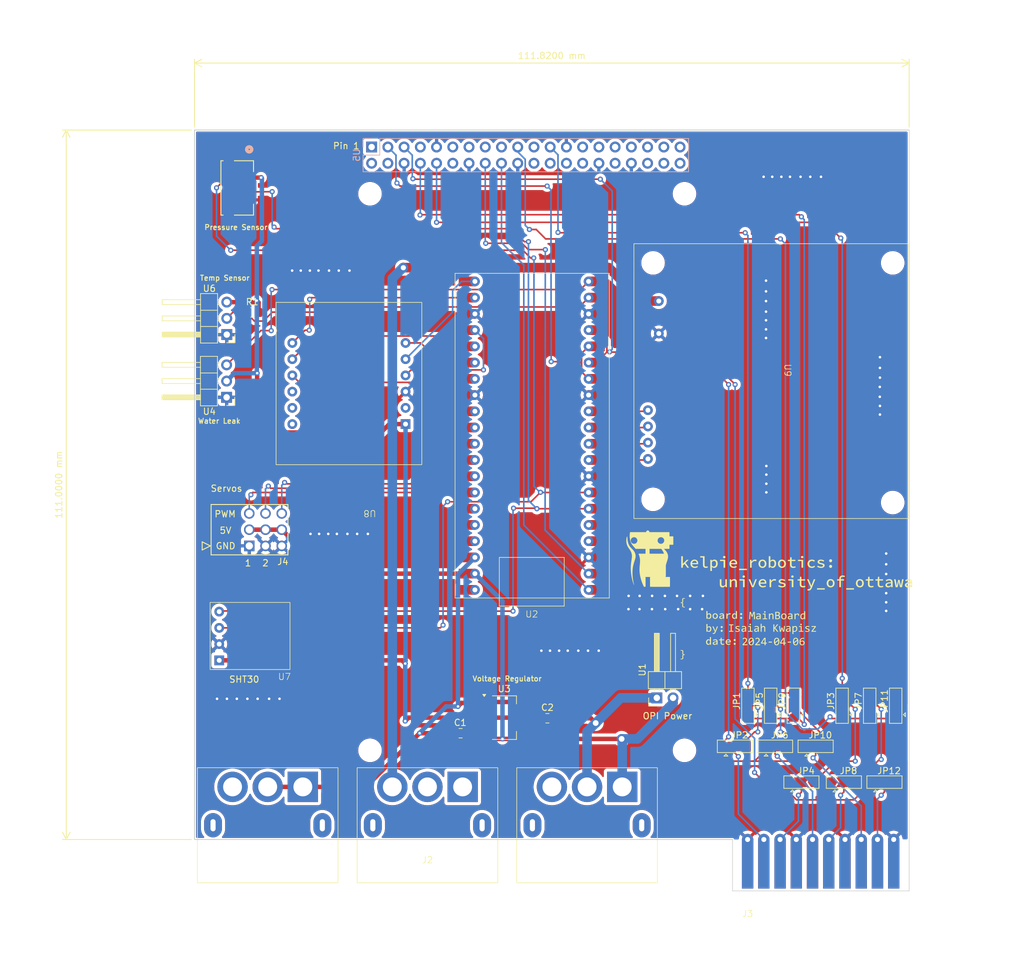
<source format=kicad_pcb>
(kicad_pcb (version 20240108) (generator "pcbnew") (generator_version "8.0")
  (layers (0 "F.Cu" signal) (31 "B.Cu" signal) (36 "B.SilkS" user "B.Silkscreen") (37 "F.SilkS" user "F.Silkscreen") (38 "B.Mask" user) (39 "F.Mask" user) (44 "Edge.Cuts" user))
  (net 0 "")
  (net 1 "GND2")
  (net 2 "/12V_1")
  (net 3 "/5V")
  (net 4 "GND1")
  (net 5 "/tx{slash}sda_O1")
  (net 6 "/rx{slash}scl_O1")
  (net 7 "/tx{slash}sda_O2")
  (net 8 "/rx{slash}scl_O2")
  (net 9 "/tx{slash}sda_O3")
  (net 10 "/rx{slash}scl_O3")
  (net 11 "/Sensor_Power")
  (net 12 "/Sensor_SCL")
  (net 13 "/Sensor_SDA")
  (net 14 "/UART2_TX")
  (net 15 "Net-(JP1-C)")
  (net 16 "/UART1_TX")
  (net 17 "/I2C1_SDA")
  (net 18 "/UART1_RX")
  (net 19 "Net-(JP3-C)")
  (net 20 "/UART2_RX")
  (net 21 "/I2C1_SCL")
  (net 22 "Net-(JP5-C)")
  (net 23 "Net-(JP7-C)")
  (net 24 "Net-(JP10-B)")
  (net 25 "Net-(JP11-C)")
  (net 26 "/Signal_0")
  (net 27 "/PICO_TX{slash}RX_OPI")
  (net 28 "/PICO_RX{slash}TX_OPI")
  (net 29 "/IN1")
  (net 30 "/IN2")
  (net 31 "/IN3")
  (net 32 "/IN4")
  (net 33 "/Signal_1")
  (net 34 "/IMU_MISO")
  (net 35 "/IMU_CS")
  (net 36 "/IMU_SCK")
  (net 37 "/IMU_MOSI")
  (net 38 "/INT")
  (net 39 "/RST")
  (net 40 "/PWM_3")
  (net 41 "/PWM_2")
  (net 42 "/PWM_1")
  (net 81 "/24V")
  (footprint "Package_TO_SOT_SMD:SOT-223-3_TabPin2" (layer "F.Cu") (at 107.3908 133.1468)
    (property "Reference" "U3")
    (property "Value" "AMS1117-3.3")
  )
  (footprint "Capacitor_SMD:C_0805_2012Metric_Pad1.18x1.45mm_HandSolder" (layer "F.Cu") (at 100.5586 135.5852)
    (property "Reference" "C1")
    (property "Value" "C")
  )
  (footprint "Jumper:SolderJumper-3_P2.0mm_Open_TrianglePad1.0x1.5mm" (layer "F.Cu") (at 156.114 137.668)
    (property "Reference" "JP10")
    (property "Value" "SolderJumper_3_Open")
  )
  (footprint "MountingHole:MountingHole_3.2mm_M3" (layer "F.Cu") (at 135.5934 138.265)
    (property "Reference" "H3" (hide yes))
    (property "Value" "MountingHole" (hide yes))
  )
  (footprint "MainBoard_Footprints:TSW-103-08-T-T-RA_SAI" (layer "F.Cu") (at 67.495 106.28 90)
    (property "Reference" "J4")
    (property "Value" "TSW-103-08-G-T-RA")
  )
  (footprint "Connector_PinHeader_2.54mm:PinHeader_1x03_P2.54mm_Horizontal" (layer "F.Cu") (at 63.975 73.215 180)
    (property "Reference" "U6")
    (property "Value" "Temperature Sensor")
  )
  (footprint "Jumper:SolderJumper-3_P2.0mm_Open_TrianglePad1.0x1.5mm" (layer "F.Cu") (at 153.886 143.256)
    (property "Reference" "JP4")
    (property "Value" "SolderJumper_3_Open")
  )
  (footprint "Jumper:SolderJumper-3_P2.0mm_Open_TrianglePad1.0x1.5mm" (layer "F.Cu") (at 145.542 131.286 90)
    (property "Reference" "JP1")
    (property "Value" "SolderJumper_3_Open")
  )
  (footprint "MainBoard_Footprints:MR60PW-M_X3 (2)" (layer "F.Cu") (at 95.378 143.986)
    (property "Reference" "J2")
    (property "Value" "~")
  )
  (footprint "Connector_PinHeader_2.54mm:PinHeader_1x02_P2.54mm_Horizontal" (layer "F.Cu") (at 131.2622 130.0542 90)
    (property "Reference" "U1")
    (property "Value" "~")
  )
  (footprint "Connector_PinHeader_2.54mm:PinHeader_1x03_P2.54mm_Horizontal" (layer "F.Cu") (at 63.95 83.03 180)
    (property "Reference" "U4")
    (property "Value" "Water Leak Sensor")
  )
  (footprint "Jumper:SolderJumper-3_P2.0mm_Open_TrianglePad1.0x1.5mm" (layer "F.Cu") (at 166.878 143.256)
    (property "Reference" "JP12")
    (property "Value" "SolderJumper_3_Open")
  )
  (footprint "Jumper:SolderJumper-3_P2.0mm_Open_TrianglePad1.0x1.5mm" (layer "F.Cu") (at 160.274 131.286 90)
    (property "Reference" "JP3")
    (property "Value" "SolderJumper_3_Open")
  )
  (footprint "Jumper:SolderJumper-3_P2.0mm_Open_TrianglePad1.0x1.5mm" (layer "F.Cu") (at 164.592 131.286 90)
    (property "Reference" "JP7")
    (property "Value" "SolderJumper_3_Open")
  )
  (footprint "MountingHole:MountingHole_3.2mm_M3" (layer "F.Cu") (at 135.5934 51.181)
    (property "Reference" "H1" (hide yes))
    (property "Value" "MountingHole" (hide yes))
  )
  (footprint "Jumper:SolderJumper-3_P2.0mm_Open_TrianglePad1.0x1.5mm" (layer "F.Cu") (at 149.764 137.668)
    (property "Reference" "JP6")
    (property "Value" "SolderJumper_3_Open")
  )
  (footprint "MountingHole:MountingHole_3.2mm_M3" (layer "F.Cu") (at 86.3854 51.181)
    (property "Reference" "H2" (hide yes))
    (property "Value" "MountingHole" (hide yes))
  )
  (footprint "Jumper:SolderJumper-3_P2.0mm_Open_TrianglePad1.0x1.5mm" (layer "F.Cu") (at 168.656 131.286 90)
    (property "Reference" "JP11")
    (property "Value" "SolderJumper_3_Open")
  )
  (footprint "MainBoard_Footprints:IMU" (layer "F.Cu") (at 94.488 68.172 180)
    (property "Reference" "U8")
    (property "Value" "IMU")
  )
  (footprint "MainBoard_Footprints:JST" (layer "F.Cu") (at 65.6082 50.2666 -90)
    (property "Reference" "J1" (hide yes))
    (property "Value" "BAR02 Pressure Sensor")
  )
  (footprint "Resistor_SMD:R_0805_2012Metric_Pad1.20x1.40mm_HandSolder" (layer "F.Cu") (at 67.95 69.75)
    (property "Reference" "R1")
    (property "Value" "R")
  )
  (footprint "MainBoard_Footprints:SHT30" (layer "F.Cu") (at 73.8664 125.6222 90)
    (property "Reference" "U7")
    (property "Value" "SHT30")
  )
  (footprint "MountingHole:MountingHole_3.2mm_M3" (layer "F.Cu") (at 86.3854 138.265)
    (property "Reference" "H4" (hide yes))
    (property "Value" "MountingHole" (hide yes))
  )
  (footprint "Jumper:SolderJumper-3_P2.0mm_Open_TrianglePad1.0x1.5mm" (layer "F.Cu") (at 149.098 131.286 90)
    (property "Reference" "JP5")
    (property "Value" "SolderJumper_3_Open")
  )
  (footprint "Jumper:SolderJumper-3_P2.0mm_Open_TrianglePad1.0x1.5mm" (layer "F.Cu") (at 152.654 131.286 90)
    (property "Reference" "JP9")
    (property "Value" "SolderJumper_3_Open")
  )
  (footprint "MainBoard_Footprints:ESP32-S3-Pico" (layer "F.Cu") (at 110.425 97.917 180)
    (property "Reference" "U2")
    (property "Value" "Pi_Pico_1")
  )
  (footprint "Jumper:SolderJumper-3_P2.0mm_Open_TrianglePad1.0x1.5mm" (layer "F.Cu") (at 160.528 143.256)
    (property "Reference" "JP8")
    (property "Value" "SolderJumper_3_Open")
  )
  (footprint "MainBoard_Footprints:L298N" (layer "F.Cu") (at 127.675 58.995 -90)
    (property "Reference" "U9")
    (property "Value" "~")
  )
  (footprint "MainBoard_Footprints:CardEdge_2x10 (2)" (layer "F.Cu") (at 145.468 156.216)
    (property "Reference" "J3")
    (property "Value" "Conn_01x10_Pin")
  )
  (footprint "Jumper:SolderJumper-3_P2.0mm_Open_TrianglePad1.0x1.5mm" (layer "F.Cu") (at 143.478 137.668)
    (property "Reference" "JP2")
    (property "Value" "SolderJumper_3_Open")
  )
  (footprint "Capacitor_SMD:C_0805_2012Metric_Pad1.18x1.45mm_HandSolder" (layer "F.Cu") (at 114.1437 133.2484)
    (property "Reference" "C2")
    (property "Value" "C")
  )
  (footprint "Connector_PinHeader_2.54mm:PinHeader_2x20_P2.54mm_Vertical" (layer "B.Cu") (at 86.6394 43.8658 -90)
    (property "Reference" "U5")
    (property "Value" "Orange_Pi5+")
  )
  (gr_poly (pts (xy 155.57857 108.420654) (xy 155.61443 108.423317) (xy 155.649162 108.427651) (xy 155.682765 108.433573) (xy 155.715236 108.440998) (xy 155.746572 108.449841) (xy 155.776769 108.460019) (xy 155.805826 108.471448) (xy 155.83374 108.484042) (xy 155.860507 108.497718) (xy 155.886125 108.51239) (xy 155.910592 108.527976) (xy 155.933903 108.54439) (xy 155.956057 108.561548) (xy 155.977051 108.579366) (xy 155.996882 108.59776) (xy 155.875173 108.757568) (xy 155.856375 108.742577) (xy 155.837508 108.728414) (xy 155.818547 108.715097) (xy 155.79947 108.702647) (xy 155.780251 108.691083) (xy 155.760866 108.680423) (xy 155.741291 108.670687) (xy 155.721503 108.661895) (xy 155.701476 108.654065) (xy 155.681188 108.647216) (xy 155.660612 108.641369) (xy 155.639726 108.636541) (xy 155.618506 108.632753) (xy 155.596926 108.630023) (xy 155.574963 108.628371) (xy 155.552593 108.627816) (xy 155.527817 108.628334) (xy 155.503547 108.629876) (xy 155.479801 108.632427) (xy 155.456597 108.63597) (xy 155.433955 108.640489) (xy 155.411892 108.645969) (xy 155.390427 108.652393) (xy 155.369578 108.659745) (xy 155.349364 108.668009) (xy 155.329803 108.67717) (xy 155.310914 108.687211) (xy 155.292714 108.698115) (xy 155.275223 108.709868) (xy 155.258459 108.722453) (xy 155.242439 108.735854) (xy 155.227183 108.750054) (xy 155.212709 108.765038) (xy 155.199036 108.78079) (xy 155.186181 108.797294) (xy 155.174164 108.814534) (xy 155.163002 108.832493) (xy 155.152714 108.851156) (xy 155.143318 108.870506) (xy 155.134834 108.890528) (xy 155.127278 108.911205) (xy 155.12067 108.932522) (xy 155.115029 108.954462) (xy 155.110371 108.97701) (xy 155.106717 109.000148) (xy 155.104084 109.023862) (xy 155.102491 109.048135) (xy 155.101956 109.072952) (xy 155.102483 109.097756) (xy 155.104054 109.121994) (xy 155.106651 109.14565) (xy 155.110254 109.168712) (xy 155.114845 109.191163) (xy 155.120407 109.212991) (xy 155.12692 109.234179) (xy 155.134367 109.254714) (xy 155.142729 109.274581) (xy 155.151989 109.293766) (xy 155.162127 109.312253) (xy 155.173125 109.33003) (xy 155.184966 109.347081) (xy 155.19763 109.363391) (xy 155.2111 109.378946) (xy 155.225357 109.393732) (xy 155.240383 109.407735) (xy 155.25616 109.420939) (xy 155.272669 109.43333) (xy 155.289892 109.444894) (xy 155.307811 109.455616) (xy 155.326407 109.465481) (xy 155.345663 109.474476) (xy 155.36556 109.482586) (xy 155.386079 109.489796) (xy 155.407202 109.496091) (xy 155.428911 109.501458) (xy 155.451188 109.505882) (xy 155.474015 109.509347) (xy 155.497372 109.511841) (xy 155.521243 109.513348) (xy 155.545608 109.513853) (xy 155.572901 109.513094) (xy 155.599614 109.510868) (xy 155.625751 109.507251) (xy 155.651312 109.502317) (xy 155.676298 109.496144) (xy 155.700712 109.488805) (xy 155.724555 109.480378) (xy 155.747828 109.470938) (xy 155.770533 109.46056) (xy 155.792672 109.44932) (xy 155.814246 109.437293) (xy 155.835257 109.424556) (xy 155.855705 109.411184) (xy 155.875594 109.397253) (xy 155.894924 109.382838) (xy 155.913696 109.368014) (xy 156.02228 109.530786) (xy 155.995442 109.553269) (xy 155.967822 109.574429) (xy 155.939466 109.594249) (xy 155.910422 109.612711) (xy 155.880734 109.629798) (xy 155.850451 109.645491) (xy 155.819619 109.659774) (xy 155.788283 109.672629) (xy 155.756492 109.684037) (xy 155.72429 109.693982) (xy 155.691725 109.702445) (xy 155.658843 109.709409) (xy 155.62569 109.714857) (xy 155.592314 109.718769) (xy 155.55876 109.72113) (xy 155.525076 109.721921) (xy 155.48889 109.721226) (xy 155.453302 109.719151) (xy 155.418348 109.715706) (xy 155.384065 109.710904) (xy 155.350487 109.704756) (xy 155.317652 109.697273) (xy 155.285596 109.688469) (xy 155.254355 109.678354) (xy 155.223964 109.66694) (xy 155.19446 109.654239) (xy 155.165879 109.640262) (xy 155.138257 109.625022) (xy 155.111631 109.608531) (xy 155.086036 109.590799) (xy 155.061509 109.571838) (xy 155.038085 109.551661) (xy 155.015801 109.530279) (xy 154.994693 109.507704) (xy 154.974797 109.483948) (xy 154.956149 109.459022) (xy 154.938785 109.432938) (xy 154.922742 109.405708) (xy 154.908055 109.377343) (xy 154.894761 109.347856) (xy 154.882895 109.317258) (xy 154.872495 109.285561) (xy 154.863595 109.252776) (xy 154.856232 109.218915) (xy 154.850443 109.183991) (xy 154.846263 109.148014) (xy 154.843729 109.110997) (xy 154.842876 109.072951) (xy 154.842876 109.07274) (xy 154.84381 109.03431) (xy 154.846579 108.996934) (xy 154.851135 108.960623) (xy 154.857428 108.925387) (xy 154.865411 108.891238) (xy 154.875034 108.858187) (xy 154.886249 108.826244) (xy 154.899007 108.79542) (xy 154.91326 108.765727) (xy 154.928958 108.737174) (xy 154.946054 108.709773) (xy 154.964498 108.683536) (xy 154.984241 108.658472) (xy 155.005236 108.634592) (xy 155.027433 108.611908) (xy 155.050784 108.590431) (xy 155.07524 108.570171) (xy 155.100753 108.551139) (xy 155.127273 108.533346) (xy 155.154752 108.516803) (xy 155.183142 108.501521) (xy 155.212393 108.48751) (xy 155.242457 108.474782) (xy 155.273285 108.463348) (xy 155.304829 108.453218) (xy 155.33704 108.444404) (xy 155.36987 108.436916) (xy 155.403269 108.430764) (xy 155.437189 108.425961) (xy 155.471581 108.422517) (xy 155.506396 108.420442) (xy 155.541587 108.419748)) (stroke (width -0.000001)) (fill solid) (layer "F.SilkS"))
  (gr_poly (pts (xy 150.030898 120.647303) (xy 150.042278 120.647716) (xy 150.053527 120.648404) (xy 150.064645 120.649368) (xy 150.075633 120.650607) (xy 150.086489 120.652122) (xy 150.097215 120.653912) (xy 150.10781 120.655978) (xy 150.118274 120.658319) (xy 150.128607 120.660936) (xy 150.138808 120.663829) (xy 150.148879 120.666997) (xy 150.158819 120.670441) (xy 150.168628 120.674161) (xy 150.178305 120.678157) (xy 150.187852 120.682429) (xy 150.197247 120.68688) (xy 150.206469 120.691635) (xy 150.21552 120.696693) (xy 150.224398 120.702055) (xy 150.233104 120.70772) (xy 150.241638 120.713688) (xy 150.249999 120.719959) (xy 150.258188 120.726534) (xy 150.266205 120.733411) (xy 150.274049 120.740592) (xy 150.281721 120.748076) (xy 150.289221 120.755863) (xy 150.296549 120.763953) (xy 150.303704 120.772346) (xy 150.310687 120.781042) (xy 150.317498 120.79004) (xy 150.324126 120.799235) (xy 150.330561 120.808741) (xy 150.336803 120.818557) (xy 150.342851 120.828683) (xy 150.348707 120.839119) (xy 150.354369 120.849865) (xy 150.359839 120.860922) (xy 150.365115 120.872289) (xy 150.370199 120.883965) (xy 150.375089 120.895952) (xy 150.379787 120.908249) (xy 150.384292 120.920856) (xy 150.388604 120.933772) (xy 150.392724 120.946999) (xy 150.400386 120.974381) (xy 150.407208 121.00303) (xy 150.413119 121.032973) (xy 150.418122 121.064211) (xy 150.422214 121.096744) (xy 150.425397 121.130572) (xy 150.427671 121.165696) (xy 150.429035 121.202116) (xy 150.42949 121.239833) (xy 150.429076 121.272547) (xy 150.427836 121.304543) (xy 150.425769 121.335822) (xy 150.422875 121.366384) (xy 150.419154 121.39623) (xy 150.414607 121.425359) (xy 150.409233 121.453773) (xy 150.403032 121.481471) (xy 150.399619 121.494914) (xy 150.395992 121.508123) (xy 150.392151 121.521098) (xy 150.388097 121.533839) (xy 150.38383 121.546346) (xy 150.379349 121.558618) (xy 150.374655 121.570657) (xy 150.369746 121.582461) (xy 150.364625 121.594031) (xy 150.359289 121.605366) (xy 150.35374 121.616467) (xy 150.347977 121.627334) (xy 150.342001 121.637967) (xy 150.33581 121.648365) (xy 150.329406 121.658528) (xy 150.322788 121.668457) (xy 150.31596 121.678024) (xy 150.308926 121.687323) (xy 150.301684 121.696353) (xy 150.294235 121.705115) (xy 150.286579 121.713608) (xy 150.278717 121.721833) (xy 150.270647 121.729789) (xy 150.262371 121.737476) (xy 150.253888 121.744895) (xy 150.245198 121.752044) (xy 150.236302 121.758925) (xy 150.227198 121.765537) (xy 150.217889 121.771881) (xy 150.208373 121.777955) (xy 150.19865 121.78376) (xy 150.188721 121.789297) (xy 150.178689 121.794423) (xy 150.168437 121.799219) (xy 150.157965 121.803684) (xy 150.147273 121.807818) (xy 150.136361 121.811621) (xy 150.125229 121.815094) (xy 150.113876 121.818236) (xy 150.102303 121.821047) (xy 150.090509 121.823528) (xy 150.078495 121.825678) (xy 150.066261 121.827497) (xy 150.053805 121.828985) (xy 150.041129 121.830143) (xy 150.028232 121.830969) (xy 150.015114 121.831465) (xy 150.001775 121.831631) (xy 149.990265 121.831496) (xy 149.978885 121.831093) (xy 149.967636 121.830422) (xy 149.956518 121.829481) (xy 149.945531 121.828272) (xy 149.934674 121.826794) (xy 149.923948 121.825047) (xy 149.913353 121.823032) (xy 149.902889 121.820747) (xy 149.892556 121.818195) (xy 149.882354 121.815373) (xy 149.872283 121.812283) (xy 149.862343 121.808924) (xy 149.852535 121.805296) (xy 149.842857 121.8014) (xy 149.833311 121.797235) (xy 149.823916 121.79268) (xy 149.814693 121.787836) (xy 149.805643 121.782702) (xy 149.796764 121.777279) (xy 149.788059 121.771566) (xy 149.779525 121.765563) (xy 149.771164 121.759271) (xy 149.762975 121.75269) (xy 149.754959 121.745819) (xy 149.747114 121.738659) (xy 149.739442 121.731209) (xy 149.731942 121.723471) (xy 149.724614 121.715443) (xy 149.717459 121.707126) (xy 149.710476 121.698519) (xy 149.703665 121.689624) (xy 149.697037 121.680429) (xy 149.690602 121.670923) (xy 149.68436 121.661108) (xy 149.678311 121.650982) (xy 149.672456 121.640545) (xy 149.666793 121.629799) (xy 149.661324 121.618742) (xy 149.656047 121.607376) (xy 149.650963 121.595699) (xy 149.646073 121.583712) (xy 149.641375 121.571415) (xy 149.636869 121.558809) (xy 149.632557 121.545892) (xy 149.628437 121.532665) (xy 149.620776 121.505283) (xy 149.617213 121.490319) (xy 149.779526 121.490319) (xy 149.782942 121.501673) (xy 149.786577 121.512808) (xy 149.790431 121.523722) (xy 149.794504 121.534416) (xy 149.798799 121.544889) (xy 149.803315 121.555141) (xy 149.808052 121.565174) (xy 149.813013 121.574985) (xy 149.81558 121.579794) (xy 149.818209 121.584521) (xy 149.820901 121.589164) (xy 149.823655 121.593725) (xy 149.826472 121.598202) (xy 149.829351 121.602597) (xy 149.832292 121.606909) (xy 149.835295 121.611138) (xy 149.83836 121.615285) (xy 149.841487 121.619349) (xy 149.844676 121.62333) (xy 149.847927 121.627229) (xy 149.851239 121.631045) (xy 149.854613 121.634779) (xy 149.858049 121.638431) (xy 149.861545 121.641999) (xy 149.865211 121.645372) (xy 149.86893 121.648654) (xy 149.872705 121.651847) (xy 149.876534 121.65495) (xy 149.880418 121.657963) (xy 149.884357 121.660887) (xy 149.888351 121.663721) (xy 149.8924 121.666465) (xy 149.896504 121.66912) (xy 149.900663 121.671686) (xy 149.904878 121.674162) (xy 149.909148 121.676548) (xy 149.913473 121.678845) (xy 149.917854 121.681053) (xy 149.92229 121.683171) (xy 149.926782 121.6852) (xy 149.931451 121.687016) (xy 149.936196 121.688715) (xy 149.941016 121.690297) (xy 149.945913 121.691762) (xy 149.950885 121.69311) (xy 149.955933 121.694341) (xy 149.961058 121.695455) (xy 149.966257 121.696452) (xy 149.971533 121.697332) (xy 149.976884 121.698094) (xy 149.982311 121.69874) (xy 149.987814 121.699268) (xy 149.993392 121.699679) (xy 149.999046 121.699973) (xy 150.004776 121.700149) (xy 150.010581 121.700207) (xy 150.018033 121.700094) (xy 150.025395 121.699753) (xy 150.032668 121.699184) (xy 150.039851 121.698389) (xy 150.046944 121.697365) (xy 150.053948 121.696115) (xy 150.060863 121.694637) (xy 150.067687 121.692932) (xy 150.074422 121.690999) (xy 150.081068 121.688839) (xy 150.087624 121.686451) (xy 150.09409 121.683837) (xy 150.100467 121.680994) (xy 150.106754 121.677925) (xy 150.112952 121.674628) (xy 150.11906 121.671103) (xy 150.125176 121.667355) (xy 150.131174 121.663386) (xy 150.137055 121.659196) (xy 150.14282 121.654785) (xy 150.148468 121.650154) (xy 150.153998 121.645302) (xy 150.159411 121.640229) (xy 150.164708 121.634936) (xy 150.169887 121.629423) (xy 150.174949 121.623689) (xy 150.179894 121.617735) (xy 150.184721 121.61156) (xy 150.189432 121.605165) (xy 150.194025 121.598549) (xy 150.1985 121.591714) (xy 150.202859 121.584658) (xy 150.207097 121.577386) (xy 150.21121 121.569901) (xy 150.219065 121.554291) (xy 150.226424 121.537828) (xy 150.233286 121.520511) (xy 150.239653 121.50234) (xy 150.245523 121.483314) (xy 150.250898 121.463431) (xy 150.255776 121.442693) (xy 150.260117 121.420892) (xy 150.263879 121.398263) (xy 150.267062 121.374806) (xy 150.269666 121.350523) (xy 150.271692 121.325413) (xy 150.273139 121.299476) (xy 150.274007 121.272713) (xy 150.274297 121.245124) (xy 150.274256 121.237642) (xy 150.274132 121.230188) (xy 150.273925 121.222763) (xy 150.273636 121.215365) (xy 150.273263 121.207995) (xy 150.272809 121.200652) (xy 150.272271 121.193337) (xy 150.27165 121.186047) (xy 150.270713 121.171164) (xy 150.269662 121.156502) (xy 150.268499 121.14206) (xy 150.267227 121.127839) (xy 149.779526 121.490319) (xy 149.617213 121.490319) (xy 149.613955 121.476635) (xy 149.608044 121.446692) (xy 149.603042 121.415454) (xy 149.598949 121.382921) (xy 149.595765 121.349093) (xy 149.593492 121.313969) (xy 149.592565 121.289235) (xy 149.746865 121.289235) (xy 149.747424 121.302794) (xy 149.748206 121.316134) (xy 149.749206 121.329253) (xy 149.75042 121.342152) (xy 150.238123 120.981409) (xy 150.234705 120.970288) (xy 150.231065 120.959415) (xy 150.227205 120.948791) (xy 150.223123 120.938414) (xy 150.218821 120.928286) (xy 150.214298 120.918405) (xy 150.209556 120.908773) (xy 150.204595 120.899388) (xy 150.202028 120.894799) (xy 150.1994 120.890293) (xy 150.19671 120.88587) (xy 150.193959 120.881529) (xy 150.191145 120.877271) (xy 150.18827 120.873095) (xy 150.185332 120.869002) (xy 150.182333 120.864992) (xy 150.179271 120.861065) (xy 150.176148 120.85722) (xy 150.172962 120.853458) (xy 150.169715 120.849778) (xy 150.166405 120.846182) (xy 150.163032 120.842667) (xy 150.159598 120.839236) (xy 150.156101 120.835887) (xy 150.152543 120.832518) (xy 150.148922 120.829245) (xy 150.14524 120.826069) (xy 150.141496 120.822989) (xy 150.13769 120.820006) (xy 150.133823 120.817119) (xy 150.129893 120.814328) (xy 150.125901 120.811634) (xy 150.121848 120.809037) (xy 150.117732 120.806536) (xy 150.113554 120.804131) (xy 150.109314 120.801823) (xy 150.105012 120.799611) (xy 150.100648 120.797496) (xy 150.096222 120.795477) (xy 150.091733 120.793555) (xy 150.087179 120.791739) (xy 150.082555 120.790042) (xy 150.077862 120.788462) (xy 150.0731 120.787) (xy 150.068269 120.785655) (xy 150.063369 120.784427) (xy 150.0584 120.783317) (xy 150.053362 120.782324) (xy 150.048255 120.781448) (xy 150.043079 120.780689) (xy 150.037835 120.780047) (xy 150.032521 120.779522) (xy 150.027139 120.779113) (xy 150.021688 120.778822) (xy 150.016169 120.778647) (xy 150.010581 120.778589) (xy 150.003126 120.778702) (xy 149.995754 120.779044) (xy 149.988464 120.779612) (xy 149.981258 120.780408) (xy 149.974135 120.781431) (xy 149.967094 120.782681) (xy 149.960136 120.784159) (xy 149.953261 120.785865) (xy 149.946469 120.787797) (xy 149.939759 120.789957) (xy 149.933132 120.792345) (xy 149.926587 120.79496) (xy 149.920125 120.797802) (xy 149.913745 120.800871) (xy 149.907448 120.804168) (xy 149.901233 120.807693) (xy 149.895225 120.811445) (xy 149.889326 120.815424) (xy 149.883537 120.81963) (xy 149.877858 120.824064) (xy 149.872288 120.828726) (xy 149.866829 120.833614) (xy 149.86148 120.83873) (xy 149.856241 120.844074) (xy 149.851112 120.849645) (xy 149.846093 120.855443) (xy 149.841185 120.861468) (xy 149.836387 120.867721) (xy 149.8317 120.874201) (xy 149.827124 120.880909) (xy 149.822658 120.887844) (xy 149.818303 120.895006) (xy 149.814066 120.902282) (xy 149.809953 120.909778) (xy 149.805963 120.917495) (xy 149.802098 120.925433) (xy 149.794739 120.941969) (xy 149.787876 120.959387) (xy 149.781509 120.977688) (xy 149.775638 120.99687) (xy 149.770264 121.016935) (xy 149.765386 121.037881) (xy 149.761046 121.059474) (xy 149.757284 121.081921) (xy 149.754101 121.105221) (xy 149.751497 121.129376) (xy 149.749471 121.154384) (xy 149.748023 121.180248) (xy 149.747155 121.206967) (xy 149.746865 121.234541) (xy 149.746865 121.289235) (xy 149.592565 121.289235) (xy 149.592127 121.277549) (xy 149.591672 121.239833) (xy 149.592086 121.207118) (xy 149.593326 121.175122) (xy 149.595393 121.143842) (xy 149.598286 121.11328) (xy 149.602007 121.083434) (xy 149.606554 121.054305) (xy 149.611929 121.025891) (xy 149.61813 120.998193) (xy 149.621647 120.984647) (xy 149.625364 120.971348) (xy 149.62928 120.958298) (xy 149.633396 120.945495) (xy 149.637711 120.93294) (xy 149.642227 120.920633) (xy 149.646942 120.908574) (xy 149.651857 120.896763) (xy 149.656971 120.8852) (xy 149.662286 120.873885) (xy 149.6678 120.862818) (xy 149.673515 120.851999) (xy 149.679429 120.841429) (xy 149.685543 120.831107) (xy 149.691857 120.821033) (xy 149.698372 120.811207) (xy 149.7052 120.801537) (xy 149.712236 120.792148) (xy 149.719478 120.783042) (xy 149.726927 120.774218) (xy 149.734584 120.765677) (xy 149.742447 120.757418) (xy 149.750516 120.749441) (xy 149.758793 120.741747) (xy 149.767276 120.734335) (xy 149.775966 120.727206) (xy 149.784862 120.72036) (xy 149.793965 120.713796) (xy 149.803274 120.707515) (xy 149.81279 120.701516) (xy 149.822513 120.6958) (xy 149.832441 120.690367) (xy 149.842576 120.685134) (xy 149.852918 120.680239) (xy 149.863465 120.675682) (xy 149.874219 120.671462) (xy 149.885179 120.667581) (xy 149.896346 120.664037) (xy 149.90772 120.660831) (xy 149.9193 120.657962) (xy 149.931086 120.655431) (xy 149.94308 120.653238) (xy 149.95528 120.651382) (xy 149.967688 120.649864) (xy 149.980302 120.648683) (xy 149.993123 120.64784) (xy 150.006152 120.647334) (xy 150.019387 120.647165)) (stroke (width -0.000001)) (fill solid) (layer "F.SilkS"))
  (gr_poly (pts (xy 140.316616 119.306822) (xy 140.340574 119.364512) (xy 140.364929 119.425118) (xy 140.41356 119.54897) (xy 140.420333 119.54897) (xy 140.463143 119.426785) (xy 140.505636 119.306822) (xy 140.669254 118.876927) (xy 140.830543 118.876927) (xy 140.474944 119.756826) (xy 140.462113 119.788947) (xy 140.448403 119.819684) (xy 140.433728 119.84894) (xy 140.417996 119.876623) (xy 140.40112 119.902636) (xy 140.38301 119.926884) (xy 140.363577 119.949274) (xy 140.353336 119.959742) (xy 140.342732 119.96971) (xy 140.331753 119.979165) (xy 140.320387 119.988097) (xy 140.308624 119.996492) (xy 140.296452 120.00434) (xy 140.283861 120.011628) (xy 140.270838 120.018344) (xy 140.257374 120.024477) (xy 140.243457 120.030015) (xy 140.229076 120.034946) (xy 140.214219 120.039257) (xy 140.198876 120.042938) (xy 140.183035 120.045977) (xy 140.166686 120.048361) (xy 140.149817 120.050078) (xy 140.132417 120.051117) (xy 140.114475 120.051466) (xy 140.098948 120.051155) (xy 140.083562 120.050249) (xy 140.068439 120.048787) (xy 140.0537 120.046809) (xy 140.039468 120.044355) (xy 140.025863 120.041465) (xy 140.013007 120.038177) (xy 140.001317 120.034622) (xy 140.034042 119.902876) (xy 140.042465 119.905312) (xy 140.05118 119.907519) (xy 140.060124 119.909469) (xy 140.069231 119.911131) (xy 140.078438 119.912475) (xy 140.08768 119.913472) (xy 140.092294 119.913831) (xy 140.096892 119.914092) (xy 140.101467 119.914251) (xy 140.10601 119.914305) (xy 140.116235 119.914114) (xy 140.126197 119.913546) (xy 140.135899 119.912608) (xy 140.145344 119.911306) (xy 140.154535 119.909649) (xy 140.163476 119.907643) (xy 140.172169 119.905296) (xy 140.180618 119.902614) (xy 140.188827 119.899606) (xy 140.196797 119.896277) (xy 140.204533 119.892636) (xy 140.212038 119.888689) (xy 140.219315 119.884443) (xy 140.226367 119.879907) (xy 140.233197 119.875086) (xy 140.239809 119.869988) (xy 140.25239 119.858991) (xy 140.264137 119.846972) (xy 140.275074 119.833988) (xy 140.285228 119.820098) (xy 140.294624 119.805358) (xy 140.303287 119.789826) (xy 140.311245 119.773558) (xy 140.318522 119.756614) (xy 140.340325 119.700099) (xy 139.96271 118.876927) (xy 140.132044 118.876927)) (stroke (width -0.000001)) (fill solid) (layer "F.SilkS"))
  (gr_poly (pts (xy 146.901865 118.807304) (xy 146.921187 118.808128) (xy 146.940013 118.809502) (xy 146.958343 118.811426) (xy 146.976178 118.813901) (xy 146.993516 118.816928) (xy 147.010357 118.820508) (xy 147.026702 118.824641) (xy 147.03467 118.826919) (xy 147.04248 118.829341) (xy 147.050131 118.831909) (xy 147.057624 118.834622) (xy 147.064959 118.837481) (xy 147.072135 118.840484) (xy 147.079153 118.843632) (xy 147.086012 118.846924) (xy 147.092713 118.850362) (xy 147.099255 118.853944) (xy 147.105639 118.85767) (xy 147.111865 118.861541) (xy 147.117931 118.865557) (xy 147.12384 118.869716) (xy 147.129589 118.87402) (xy 147.135181 118.878468) (xy 147.14072 118.88306) (xy 147.146095 118.887797) (xy 147.151304 118.892678) (xy 147.156347 118.897703) (xy 147.161225 118.902873) (xy 147.165938 118.908188) (xy 147.170486 118.913647) (xy 147.174868 118.919251) (xy 147.179085 118.924999) (xy 147.183137 118.930893) (xy 147.187023 118.936931) (xy 147.190743 118.943114) (xy 147.194299 118.949442) (xy 147.197689 118.955914) (xy 147.200913 118.962532) (xy 147.203972 118.969294) (xy 147.206856 118.976205) (xy 147.209553 118.983268) (xy 147.212064 118.990483) (xy 147.21439 118.997849) (xy 147.216529 119.005368) (xy 147.218483 119.013038) (xy 147.22025 119.020859) (xy 147.221832 119.028832) (xy 147.223227 119.036957) (xy 147.224436 119.045233) (xy 147.22546 119.053661) (xy 147.226297 119.06224) (xy 147.226948 119.070971) (xy 147.227414 119.079853) (xy 147.227693 119.088887) (xy 147.227786 119.098071) (xy 147.227786 119.70835) (xy 147.0902 119.70835) (xy 147.086646 119.589287) (xy 147.077596 119.598062) (xy 147.068526 119.606526) (xy 147.059435 119.614681) (xy 147.050325 119.622525) (xy 147.041194 119.630059) (xy 147.032043 119.637284) (xy 147.022871 119.644198) (xy 147.013678 119.650802) (xy 147.004465 119.657096) (xy 146.995232 119.663081) (xy 146.985977 119.668755) (xy 146.976701 119.674119) (xy 146.967405 119.679173) (xy 146.958087 119.683917) (xy 146.948748 119.68835) (xy 146.939388 119.692474) (xy 146.930097 119.696319) (xy 146.920744 119.699916) (xy 146.911328 119.703265) (xy 146.901851 119.706365) (xy 146.892312 119.709218) (xy 146.88271 119.711822) (xy 146.873047 119.714179) (xy 146.863321 119.716287) (xy 146.853534 119.718148) (xy 146.843684 119.71976) (xy 146.833773 119.721124) (xy 146.823799 119.72224) (xy 146.813764 119.723109) (xy 146.803666 119.723729) (xy 146.793506 119.724101) (xy 146.783285 119.724225) (xy 146.764668 119.723922) (xy 146.755618 119.723544) (xy 146.74674 119.723014) (xy 146.738034 119.722333) (xy 146.7295 119.7215) (xy 146.721139 119.720516) (xy 146.71295 119.71938) (xy 146.704933 119.718093) (xy 146.697089 119.716654) (xy 146.689416 119.715064) (xy 146.681916 119.713322) (xy 146.674589 119.711428) (xy 146.667433 119.709382) (xy 146.66045 119.707184) (xy 146.653639 119.704835) (xy 146.646986 119.702355) (xy 146.640478 119.699764) (xy 146.634114 119.697063) (xy 146.627895 119.694252) (xy 146.62182 119.691331) (xy 146.615889 119.688299) (xy 146.610104 119.685157) (xy 146.604463 119.681905) (xy 146.598967 119.678543) (xy 146.593615 119.67507) (xy 146.588409 119.671487) (xy 146.583347 119.667794) (xy 146.57843 119.663991) (xy 146.573658 119.660077) (xy 146.569031 119.656053) (xy 146.564548 119.651919) (xy 146.560318 119.647575) (xy 146.556226 119.643142) (xy 146.552272 119.638619) (xy 146.548456 119.634007) (xy 146.544777 119.629305) (xy 146.541237 119.624514) (xy 146.537834 119.619634) (xy 146.53457 119.614664) (xy 146.531443 119.609604) (xy 146.528454 119.604455) (xy 146.525602 119.599216) (xy 146.522889 119.593888) (xy 146.520312 119.588469) (xy 146.517874 119.582961) (xy 146.515573 119.577364) (xy 146.513409 119.571676) (xy 146.509689 119.560086) (xy 146.506464 119.548247) (xy 146.503735 119.536159) (xy 146.501503 119.523823) (xy 146.499767 119.511239) (xy 146.498526 119.498408) (xy 146.497782 119.485328) (xy 146.497534 119.472002) (xy 146.497659 119.46671) (xy 146.659799 119.46671) (xy 146.659923 119.473077) (xy 146.660295 119.47939) (xy 146.660915 119.485649) (xy 146.661783 119.491853) (xy 146.662899 119.498001) (xy 146.664263 119.504094) (xy 146.665875 119.510132) (xy 146.667736 119.516113) (xy 146.668766 119.518962) (xy 146.669872 119.521776) (xy 146.671055 119.524555) (xy 146.672313 119.527299) (xy 146.673647 119.530008) (xy 146.675058 119.532682) (xy 146.676544 119.535322) (xy 146.678106 119.537928) (xy 146.679744 119.540499) (xy 146.681457 119.543035) (xy 146.683246 119.545537) (xy 146.685111 119.548005) (xy 146.687052 119.550439) (xy 146.689068 119.552839) (xy 146.691159 119.555205) (xy 146.693326 119.557537) (xy 146.695572 119.559714) (xy 146.697901 119.561837) (xy 146.700312 119.563904) (xy 146.702805 119.565917) (xy 146.705381 119.567875) (xy 146.708039 119.569778) (xy 146.71078 119.571626) (xy 146.713604 119.573419) (xy 146.71651 119.575157) (xy 146.719499 119.576839) (xy 146.722571 119.578466) (xy 146.725726 119.580038) (xy 146.728963 119.581555) (xy 146.732284 119.583016) (xy 146.735687 119.584422) (xy 146.739174 119.585773) (xy 146.74275 119.587054) (xy 146.746422 119.588253) (xy 146.750191 119.589369) (xy 146.754057 119.590403) (xy 146.758019 119.591354) (xy 146.762077 119.592222) (xy 146.770483 119.59371) (xy 146.779275 119.594868) (xy 146.788452 119.595695) (xy 146.798016 119.596191) (xy 146.807965 119.596356) (xy 146.814639 119.596232) (xy 146.821429 119.59586) (xy 146.828337 119.59524) (xy 146.835363 119.594372) (xy 146.842506 119.593256) (xy 146.849766 119.591891) (xy 146.857143 119.590279) (xy 146.864637 119.588419) (xy 146.872249 119.58631) (xy 146.879977 119.583954) (xy 146.887823 119.581349) (xy 146.895786 119.578497) (xy 146.903865 119.575397) (xy 146.912062 119.572048) (xy 146.920375 119.568451) (xy 146.928805 119.564607) (xy 146.937431 119.560383) (xy 146.946113 119.555869) (xy 146.954848 119.551066) (xy 146.963638 119.545973) (xy 146.972483 119.540591) (xy 146.981383 119.534919) (xy 146.990338 119.528958) (xy 146.999347 119.522707) (xy 147.008412 119.516167) (xy 147.017532 119.509338) (xy 147.035938 119.494811) (xy 147.054566 119.479128) (xy 147.073416 119.462288) (xy 147.073416 119.305315) (xy 146.878535 119.305315) (xy 146.86445 119.305493) (xy 146.85086 119.306029) (xy 146.837764 119.306923) (xy 146.825163 119.308175) (xy 146.813059 119.309784) (xy 146.801451 119.311753) (xy 146.790341 119.31408) (xy 146.779729 119.316766) (xy 146.774607 119.318238) (xy 146.769602 119.319785) (xy 146.764714 119.321409) (xy 146.759945 119.323109) (xy 146.755293 119.324885) (xy 146.750758 119.326738) (xy 146.74634 119.328666) (xy 146.74204 119.33067) (xy 146.737857 119.33275) (xy 146.73379 119.334906) (xy 146.729841 119.337137) (xy 146.726009 119.339444) (xy 146.722293 119.341827) (xy 146.718695 119.344284) (xy 146.715213 119.346818) (xy 146.711847 119.349426) (xy 146.708592 119.352106) (xy 146.705439 119.354855) (xy 146.702391 119.357673) (xy 146.699445 119.360559) (xy 146.696603 119.363513) (xy 146.693864 119.366537) (xy 146.691229 119.369629) (xy 146.688696 119.372791) (xy 146.686267 119.376021) (xy 146.683942 119.37932) (xy 146.68172 119.382688) (xy 146.679601 119.386125) (xy 146.677586 119.389631) (xy 146.675674 119.393207) (xy 146.673865 119.396851) (xy 146.672159 119.400565) (xy 146.670664 119.404234) (xy 146.669265 119.407965) (xy 146.667962 119.411758) (xy 146.666756 119.415613) (xy 146.665645 119.41953) (xy 146.664631 119.423509) (xy 146.663714 119.42755) (xy 146.662892 119.431653) (xy 146.662168 119.435818) (xy 146.661539 119.440045) (xy 146.661008 119.444334) (xy 146.660573 119.448685) (xy 146.660234 119.453099) (xy 146.659992 119.457574) (xy 146.659847 119.462111) (xy 146.659799 119.46671) (xy 146.497659 119.46671) (xy 146.49792 119.455582) (xy 146.499077 119.439617) (xy 146.501006 119.424107) (xy 146.503706 119.409051) (xy 146.507177 119.394449) (xy 146.511421 119.380303) (xy 146.516436 119.366611) (xy 146.522222 119.353373) (xy 146.52878 119.340591) (xy 146.53611 119.328263) (xy 146.544212 119.31639) (xy 146.553086 119.304972) (xy 146.562731 119.294009) (xy 146.573148 119.283501) (xy 146.584338 119.273448) (xy 146.596299 119.26385) (xy 146.609125 119.254665) (xy 146.622688 119.246074) (xy 146.636989 119.238076) (xy 146.652027 119.23067) (xy 146.667802 119.223858) (xy 146.684314 119.217638) (xy 146.701564 119.212012) (xy 146.719551 119.206977) (xy 146.738275 119.202536) (xy 146.757736 119.198687) (xy 146.777935 119.19543) (xy 146.798871 119.192766) (xy 146.820544 119.190694) (xy 146.842954 119.189214) (xy 146.866102 119.188326) (xy 146.889987 119.18803) (xy 147.073416 119.18803) (xy 147.073416 119.110392) (xy 147.073219 119.100704) (xy 147.07263 119.091265) (xy 147.071648 119.082074) (xy 147.070274 119.073131) (xy 147.068507 119.064437) (xy 147.066347 119.055991) (xy 147.063794 119.047793) (xy 147.060849 119.039842) (xy 147.057511 119.03214) (xy 147.05378 119.024686) (xy 147.049656 119.01748) (xy 147.04514 119.010522) (xy 147.040231 119.003812) (xy 147.034929 118.99735) (xy 147.029234 118.991135) (xy 147.023147 118.985168) (xy 147.016656 118.979401) (xy 147.009752 118.974007) (xy 147.002434 118.968984) (xy 146.994703 118.964333) (xy 146.986559 118.960054) (xy 146.978001 118.956147) (xy 146.96903 118.952613) (xy 146.959646 118.94945) (xy 146.949848 118.94666) (xy 146.939637 118.944241) (xy 146.929012 118.942195) (xy 146.917974 118.94052) (xy 146.906522 118.939218) (xy 146.894658 118.938288) (xy 146.882379 118.93773) (xy 146.869688 118.937544) (xy 146.850974 118.937805) (xy 146.832315 118.938589) (xy 146.813711 118.939896) (xy 146.795163 118.941726) (xy 146.77667 118.94408) (xy 146.758232 118.946958) (xy 146.739849 118.95036) (xy 146.721521 118.954287) (xy 146.70336 118.958697) (xy 146.685035 118.963547) (xy 146.666546 118.968839) (xy 146.647893 118.974571) (xy 146.629074 118.980745) (xy 146.610089 118.98736) (xy 146.590937 118.994415) (xy 146.571617 119.001912) (xy 146.571617 118.863461) (xy 146.586554 118.858222) (xy 146.602259 118.85309) (xy 146.618736 118.848069) (xy 146.635986 118.843162) (xy 146.645082 118.840557) (xy 146.654289 118.838036) (xy 146.663606 118.835597) (xy 146.673035 118.83324) (xy 146.682573 118.830966) (xy 146.692221 118.828775) (xy 146.711847 118.824641) (xy 146.721824 118.822713) (xy 146.731909 118.820897) (xy 146.742105 118.819193) (xy 146.75241 118.8176) (xy 146.762826 118.816117) (xy 146.773352 118.814743) (xy 146.783988 118.813478) (xy 146.794736 118.812322) (xy 146.805554 118.811081) (xy 146.816399 118.810007) (xy 146.827272 118.809097) (xy 146.838172 118.808353) (xy 146.8491 118.807774) (xy 146.860055 118.807361) (xy 146.871038 118.807113) (xy 146.882048 118.80703)) (stroke (width -0.000001)) (fill solid) (layer "F.SilkS"))
  (gr_poly (pts (xy 146.058633 120.647303) (xy 146.070013 120.647716) (xy 146.081262 120.648404) (xy 146.09238 120.649368) (xy 146.103368 120.650607) (xy 146.114225 120.652122) (xy 146.124951 120.653912) (xy 146.135546 120.655978) (xy 146.14601 120.658319) (xy 146.156343 120.660936) (xy 146.166545 120.663829) (xy 146.176616 120.666997) (xy 146.186556 120.670441) (xy 146.196364 120.674161) (xy 146.206042 120.678157) (xy 146.215588 120.682429) (xy 146.224983 120.68688) (xy 146.234206 120.691635) (xy 146.243256 120.696693) (xy 146.252134 120.702055) (xy 146.26084 120.70772) (xy 146.269373 120.713688) (xy 146.277734 120.719959) (xy 146.285923 120.726534) (xy 146.29394 120.733411) (xy 146.301784 120.740592) (xy 146.309457 120.748076) (xy 146.316957 120.755863) (xy 146.324284 120.763953) (xy 146.33144 120.772346) (xy 146.338423 120.781042) (xy 146.345234 120.79004) (xy 146.351863 120.799235) (xy 146.358298 120.808741) (xy 146.364539 120.818557) (xy 146.370588 120.828683) (xy 146.376443 120.839119) (xy 146.382106 120.849865) (xy 146.387575 120.860922) (xy 146.392852 120.872289) (xy 146.397936 120.883965) (xy 146.402826 120.895952) (xy 146.407524 120.908249) (xy 146.412029 120.920856) (xy 146.416342 120.933772) (xy 146.420461 120.946999) (xy 146.428123 120.974381) (xy 146.434944 121.00303) (xy 146.440856 121.032973) (xy 146.445858 121.064211) (xy 146.449951 121.096744) (xy 146.453134 121.130572) (xy 146.455408 121.165696) (xy 146.456772 121.202116) (xy 146.457227 121.239833) (xy 146.456813 121.272547) (xy 146.455573 121.304543) (xy 146.453506 121.335822) (xy 146.450612 121.366384) (xy 146.446891 121.39623) (xy 146.442344 121.425359) (xy 146.43697 121.453773) (xy 146.430769 121.481471) (xy 146.427355 121.494914) (xy 146.423728 121.508123) (xy 146.419887 121.521098) (xy 146.415833 121.533839) (xy 146.411566 121.546346) (xy 146.407085 121.558618) (xy 146.40239 121.570657) (xy 146.397482 121.582461) (xy 146.392361 121.594031) (xy 146.387025 121.605366) (xy 146.381477 121.616467) (xy 146.375714 121.627334) (xy 146.369737 121.637967) (xy 146.363547 121.648365) (xy 146.357143 121.658528) (xy 146.350525 121.668457) (xy 146.343697 121.678024) (xy 146.336661 121.687323) (xy 146.329419 121.696353) (xy 146.32197 121.705115) (xy 146.314314 121.713608) (xy 146.306451 121.721833) (xy 146.298382 121.729789) (xy 146.290105 121.737476) (xy 146.281622 121.744895) (xy 146.272933 121.752044) (xy 146.264036 121.758925) (xy 146.254933 121.765537) (xy 146.245624 121.771881) (xy 146.236108 121.777955) (xy 146.226385 121.78376) (xy 146.216456 121.789297) (xy 146.206424 121.794423) (xy 146.196171 121.799219) (xy 146.185697 121.803684) (xy 146.175003 121.807818) (xy 146.164088 121.811621) (xy 146.152952 121.815094) (xy 146.141596 121.818236) (xy 146.130019 121.821047) (xy 146.118222 121.823528) (xy 146.106204 121.825678) (xy 146.093966 121.827497) (xy 146.081507 121.828985) (xy 146.068829 121.830143) (xy 146.055929 121.830969) (xy 146.04281 121.831465) (xy 146.02947 121.831631) (xy 146.01796 121.831496) (xy 146.006582 121.831093) (xy 145.995335 121.830422) (xy 145.984219 121.829481) (xy 145.973235 121.828272) (xy 145.962382 121.826794) (xy 145.95166 121.825047) (xy 145.941069 121.823032) (xy 145.930609 121.820747) (xy 145.920279 121.818195) (xy 145.910081 121.815373) (xy 145.900013 121.812283) (xy 145.890076 121.808924) (xy 145.880269 121.805296) (xy 145.870592 121.8014) (xy 145.861046 121.797235) (xy 145.851652 121.79268) (xy 145.842429 121.787836) (xy 145.833379 121.782702) (xy 145.824501 121.777279) (xy 145.815795 121.771566) (xy 145.807262 121.765563) (xy 145.798901 121.759271) (xy 145.790712 121.75269) (xy 145.782695 121.745819) (xy 145.77485 121.738659) (xy 145.767178 121.731209) (xy 145.759678 121.723471) (xy 145.75235 121.715443) (xy 145.745195 121.707126) (xy 145.738211 121.698519) (xy 145.7314 121.689624) (xy 145.724772 121.680429) (xy 145.718335 121.670923) (xy 145.712092 121.661108) (xy 145.70604 121.650982) (xy 145.700182 121.640545) (xy 145.694516 121.629799) (xy 145.689042 121.618742) (xy 145.683762 121.607376) (xy 145.678674 121.595699) (xy 145.67378 121.583712) (xy 145.669079 121.571415) (xy 145.66457 121.558809) (xy 145.660255 121.545892) (xy 145.656134 121.532665) (xy 145.648471 121.505283) (xy 145.644907 121.490319) (xy 145.807221 121.490319) (xy 145.810639 121.501673) (xy 145.814278 121.512808) (xy 145.818139 121.523722) (xy 145.82222 121.534416) (xy 145.826522 121.544889) (xy 145.831044 121.555141) (xy 145.835787 121.565174) (xy 145.840748 121.574985) (xy 145.843315 121.579794) (xy 145.845943 121.584521) (xy 145.848632 121.589164) (xy 145.851384 121.593725) (xy 145.854198 121.598202) (xy 145.857073 121.602597) (xy 145.860011 121.606909) (xy 145.86301 121.611138) (xy 145.866072 121.615285) (xy 145.869195 121.619349) (xy 145.872381 121.62333) (xy 145.875628 121.627229) (xy 145.878938 121.631045) (xy 145.88231 121.634779) (xy 145.885744 121.638431) (xy 145.889241 121.641999) (xy 145.892907 121.645372) (xy 145.896628 121.648654) (xy 145.900404 121.651847) (xy 145.904236 121.65495) (xy 145.908123 121.657963) (xy 145.912065 121.660887) (xy 145.916063 121.663721) (xy 145.920116 121.666465) (xy 145.924224 121.66912) (xy 145.928386 121.671686) (xy 145.932604 121.674162) (xy 145.936877 121.676548) (xy 145.941205 121.678845) (xy 145.945588 121.681053) (xy 145.950026 121.683171) (xy 145.954519 121.6852) (xy 145.959187 121.687016) (xy 145.963932 121.688715) (xy 145.968752 121.690297) (xy 145.973648 121.691762) (xy 145.978621 121.69311) (xy 145.983669 121.694341) (xy 145.988793 121.695455) (xy 145.993993 121.696452) (xy 145.999268 121.697332) (xy 146.00462 121.698094) (xy 146.010047 121.69874) (xy 146.01555 121.699268) (xy 146.021128 121.699679) (xy 146.026782 121.699973) (xy 146.032512 121.700149) (xy 146.038317 121.700207) (xy 146.045769 121.700094) (xy 146.053131 121.699753) (xy 146.060404 121.699184) (xy 146.067587 121.698389) (xy 146.07468 121.697365) (xy 146.081684 121.696115) (xy 146.088599 121.694637) (xy 146.095423 121.692932) (xy 146.102158 121.690999) (xy 146.108804 121.688839) (xy 146.11536 121.686451) (xy 146.121827 121.683837) (xy 146.128203 121.680994) (xy 146.134491 121.677925) (xy 146.140689 121.674628) (xy 146.146797 121.671103) (xy 146.152911 121.667355) (xy 146.158908 121.663386) (xy 146.164788 121.659196) (xy 146.170549 121.654785) (xy 146.176194 121.650154) (xy 146.181721 121.645302) (xy 146.187131 121.640229) (xy 146.192423 121.634936) (xy 146.197599 121.629423) (xy 146.202657 121.623689) (xy 146.207598 121.617735) (xy 146.212423 121.61156) (xy 146.21713 121.605165) (xy 146.221721 121.598549) (xy 146.226195 121.591714) (xy 146.230553 121.584658) (xy 146.234791 121.577386) (xy 146.238904 121.569901) (xy 146.246759 121.554291) (xy 146.254118 121.537828) (xy 146.260981 121.520511) (xy 146.267347 121.50234) (xy 146.273218 121.483314) (xy 146.278592 121.463431) (xy 146.283471 121.442693) (xy 146.287811 121.420892) (xy 146.291573 121.398263) (xy 146.294756 121.374806) (xy 146.297361 121.350523) (xy 146.299386 121.325413) (xy 146.300833 121.299476) (xy 146.301702 121.272713) (xy 146.301991 121.245124) (xy 146.30195 121.237642) (xy 146.301826 121.230188) (xy 146.301619 121.222763) (xy 146.301329 121.215365) (xy 146.300957 121.207995) (xy 146.300503 121.200652) (xy 146.299965 121.193337) (xy 146.299346 121.186047) (xy 146.298413 121.171164) (xy 146.297375 121.156502) (xy 146.296227 121.14206) (xy 146.294963 121.127839) (xy 145.807221 121.490319) (xy 145.644907 121.490319) (xy 145.641649 121.476635) (xy 145.635737 121.446692) (xy 145.630735 121.415454) (xy 145.626642 121.382921) (xy 145.623459 121.349093) (xy 145.621185 121.313969) (xy 145.620259 121.289235) (xy 145.774602 121.289235) (xy 145.775152 121.302794) (xy 145.775919 121.316134) (xy 145.776906 121.329253) (xy 145.778116 121.342152) (xy 146.265859 120.981409) (xy 146.262441 120.970288) (xy 146.258801 120.959415) (xy 146.25494 120.948791) (xy 146.250858 120.938414) (xy 146.246556 120.928286) (xy 146.242034 120.918405) (xy 146.237293 120.908773) (xy 146.232332 120.899388) (xy 146.229765 120.894799) (xy 146.227137 120.890293) (xy 146.224447 120.88587) (xy 146.221695 120.881529) (xy 146.218881 120.877271) (xy 146.216006 120.873095) (xy 146.213069 120.869002) (xy 146.210069 120.864992) (xy 146.207008 120.861065) (xy 146.203884 120.85722) (xy 146.200699 120.853458) (xy 146.197451 120.849778) (xy 146.194141 120.846182) (xy 146.190769 120.842667) (xy 146.187335 120.839236) (xy 146.183838 120.835887) (xy 146.180279 120.832518) (xy 146.176658 120.829245) (xy 146.172974 120.826069) (xy 146.169227 120.822989) (xy 146.165418 120.820006) (xy 146.161547 120.817119) (xy 146.157614 120.814328) (xy 146.153618 120.811634) (xy 146.149561 120.809037) (xy 146.145441 120.806536) (xy 146.14126 120.804131) (xy 146.137017 120.801823) (xy 146.132712 120.799611) (xy 146.128346 120.797496) (xy 146.123918 120.795477) (xy 146.119429 120.793555) (xy 146.114874 120.791739) (xy 146.110252 120.790042) (xy 146.105561 120.788462) (xy 146.100801 120.787) (xy 146.095973 120.785655) (xy 146.091077 120.784427) (xy 146.086111 120.783317) (xy 146.081077 120.782324) (xy 146.075974 120.781448) (xy 146.070802 120.780689) (xy 146.065561 120.780047) (xy 146.060251 120.779522) (xy 146.054871 120.779113) (xy 146.049423 120.778822) (xy 146.043904 120.778647) (xy 146.038317 120.778589) (xy 146.030861 120.778702) (xy 146.023488 120.779044) (xy 146.016197 120.779612) (xy 146.008988 120.780408) (xy 146.001862 120.781431) (xy 145.994818 120.782681) (xy 145.987856 120.784159) (xy 145.980977 120.785865) (xy 145.974181 120.787797) (xy 145.967467 120.789957) (xy 145.960836 120.792345) (xy 145.954289 120.79496) (xy 145.947824 120.797802) (xy 145.941442 120.800871) (xy 145.935144 120.804168) (xy 145.928928 120.807693) (xy 145.92292 120.811445) (xy 145.917023 120.815424) (xy 145.911236 120.81963) (xy 145.905559 120.824064) (xy 145.899993 120.828726) (xy 145.894537 120.833614) (xy 145.889191 120.83873) (xy 145.883956 120.844074) (xy 145.878831 120.849645) (xy 145.873816 120.855443) (xy 145.868912 120.861468) (xy 145.864117 120.867721) (xy 145.859433 120.874201) (xy 145.854859 120.880909) (xy 145.850394 120.887844) (xy 145.84604 120.895006) (xy 145.841803 120.902282) (xy 145.837689 120.909778) (xy 145.8337 120.917495) (xy 145.829834 120.925433) (xy 145.822475 120.941969) (xy 145.815613 120.959387) (xy 145.809246 120.977688) (xy 145.803375 120.99687) (xy 145.798001 121.016935) (xy 145.793123 121.037881) (xy 145.788782 121.059474) (xy 145.78502 121.081921) (xy 145.781837 121.105221) (xy 145.779233 121.129376) (xy 145.777207 121.154384) (xy 145.77576 121.180248) (xy 145.774892 121.206967) (xy 145.774602 121.234541) (xy 145.774602 121.289235) (xy 145.620259 121.289235) (xy 145.619821 121.277549) (xy 145.619366 121.239833) (xy 145.61978 121.207118) (xy 145.62102 121.175122) (xy 145.623087 121.143842) (xy 145.625981 121.11328) (xy 145.629702 121.083434) (xy 145.634249 121.054305) (xy 145.639623 121.025891) (xy 145.645824 120.998193) (xy 145.649342 120.984647) (xy 145.65306 120.971348) (xy 145.656978 120.958298) (xy 145.661097 120.945495) (xy 145.665415 120.93294) (xy 145.669934 120.920633) (xy 145.674653 120.908574) (xy 145.679572 120.896763) (xy 145.68469 120.8852) (xy 145.690009 120.873885) (xy 145.695526 120.862818) (xy 145.701244 120.851999) (xy 145.707161 120.841429) (xy 145.713278 120.831107) (xy 145.719593 120.821033) (xy 145.726108 120.811207) (xy 145.732936 120.801537) (xy 145.739971 120.792148) (xy 145.747211 120.783042) (xy 145.754658 120.774218) (xy 145.762311 120.765677) (xy 145.77017 120.757418) (xy 145.778236 120.749441) (xy 145.786508 120.741747) (xy 145.794988 120.734335) (xy 145.803674 120.727206) (xy 145.812567 120.72036) (xy 145.821666 120.713796) (xy 145.830973 120.707515) (xy 145.840487 120.701516) (xy 145.850208 120.6958) (xy 145.860137 120.690367) (xy 145.870272 120.685134) (xy 145.880615 120.680239) (xy 145.891165 120.675682) (xy 145.901921 120.671462) (xy 145.912885 120.667581) (xy 145.924055 120.664037) (xy 145.935432 120.660831) (xy 145.947016 120.657962) (xy 145.958806 120.655431) (xy 145.970803 120.653238) (xy 145.983007 120.651382) (xy 145.995417 120.649864) (xy 146.008034 120.648683) (xy 146.020857 120.64784) (xy 146.033887 120.647334) (xy 146.047123 120.647165)) (stroke (width -0.000001)) (fill solid) (layer "F.SilkS"))
  (gr_poly (pts (xy 143.290761 108.420233) (xy 143.323505 108.422307) (xy 143.355312 108.425735) (xy 143.386174 108.430491) (xy 143.41608 108.436552) (xy 143.445023 108.443894) (xy 143.472992 108.452492) (xy 143.499978 108.462323) (xy 143.525972 108.473362) (xy 143.550964 108.485586) (xy 143.574945 108.498969) (xy 143.597907 108.513488) (xy 143.619839 108.529119) (xy 143.640732 108.545838) (xy 143.660577 108.563619) (xy 143.679365 108.582441) (xy 143.697087 108.602277) (xy 143.713732 108.623104) (xy 143.729292 108.644898) (xy 143.743758 108.667635) (xy 143.75712 108.691291) (xy 143.769369 108.71584) (xy 143.780495 108.741261) (xy 143.79049 108.767527) (xy 143.799344 108.794615) (xy 143.807047 108.822501) (xy 143.813591 108.85116) (xy 143.818966 108.880569) (xy 143.823163 108.910704) (xy 143.826172 108.94154) (xy 143.827984 108.973053) (xy 143.82859 109.005218) (xy 143.828298 109.025168) (xy 143.827486 109.044721) (xy 143.826246 109.063678) (xy 143.824675 109.081842) (xy 143.822865 109.099013) (xy 143.820911 109.114994) (xy 143.81695 109.14259) (xy 142.872906 109.14259) (xy 142.873414 109.147325) (xy 142.877203 109.172047) (xy 142.882028 109.195984) (xy 142.887866 109.219129) (xy 142.894698 109.241477) (xy 142.902501 109.263021) (xy 142.911255 109.283757) (xy 142.920939 109.303677) (xy 142.931531 109.322776) (xy 142.94301 109.341048) (xy 142.955355 109.358487) (xy 142.968545 109.375086) (xy 142.982558 109.390841) (xy 142.997374 109.405744) (xy 143.012972 109.419791) (xy 143.029329 109.432975) (xy 143.046426 109.445289) (xy 143.064241 109.456729) (xy 143.082752 109.467288) (xy 143.101938 109.47696) (xy 143.12178 109.485739) (xy 143.142254 109.493619) (xy 143.16334 109.500595) (xy 143.185018 109.50666) (xy 143.207265 109.511808) (xy 143.23006 109.516034) (xy 143.253383 109.519331) (xy 143.277212 109.521693) (xy 143.301527 109.523115) (xy 143.326305 109.52359) (xy 143.352031 109.523103) (xy 143.377167 109.521658) (xy 143.40175 109.519279) (xy 143.425821 109.51599) (xy 143.449418 109.511815) (xy 143.47258 109.50678) (xy 143.495347 109.500907) (xy 143.517757 109.494221) (xy 143.539849 109.486747) (xy 143.561663 109.478507) (xy 143.583238 109.469528) (xy 143.604613 109.459832) (xy 143.625826 109.449444) (xy 143.646917 109.438388) (xy 143.667925 109.426689) (xy 143.688889 109.41437) (xy 143.777366 109.574178) (xy 143.752998 109.58968) (xy 143.72777 109.604634) (xy 143.701699 109.618978) (xy 143.674803 109.632648) (xy 143.6471 109.645582) (xy 143.618607 109.657719) (xy 143.589342 109.668996) (xy 143.559323 109.67935) (xy 143.528567 109.688719) (xy 143.497092 109.697042) (xy 143.464915 109.704255) (xy 143.432055 109.710296) (xy 143.398529 109.715103) (xy 143.364354 109.718614) (xy 143.329549 109.720766) (xy 143.294131 109.721498) (xy 143.259068 109.720798) (xy 143.224508 109.718706) (xy 143.190492 109.715234) (xy 143.15706 109.710395) (xy 143.124252 109.7042) (xy 143.092107 109.696661) (xy 143.060666 109.68779) (xy 143.029968 109.6776) (xy 143.000054 109.666102) (xy 142.970963 109.653309) (xy 142.942736 109.639233) (xy 142.915412 109.623885) (xy 142.889031 109.607278) (xy 142.863634 109.589423) (xy 142.83926 109.570334) (xy 142.815949 109.550021) (xy 142.793742 109.528497) (xy 142.772677 109.505774) (xy 142.752796 109.481865) (xy 142.734138 109.45678) (xy 142.716743 109.430532) (xy 142.70065 109.403134) (xy 142.685901 109.374597) (xy 142.672535 109.344933) (xy 142.660591 109.314154) (xy 142.65011 109.282273) (xy 142.641132 109.249301) (xy 142.633697 109.215251) (xy 142.627845 109.180134) (xy 142.623615 109.143963) (xy 142.621048 109.10675) (xy 142.620183 109.068506) (xy 142.620609 109.068506) (xy 142.621492 109.031094) (xy 142.624109 108.994629) (xy 142.628407 108.959129) (xy 142.628707 108.957382) (xy 142.878301 108.957382) (xy 143.601873 108.957382) (xy 143.601044 108.947117) (xy 143.59843 108.924664) (xy 143.595091 108.902997) (xy 143.591035 108.882116) (xy 143.58627 108.86202) (xy 143.580807 108.842711) (xy 143.574655 108.824188) (xy 143.567822 108.806452) (xy 143.560318 108.789502) (xy 143.552151 108.773339) (xy 143.543332 108.757963) (xy 143.533869 108.743374) (xy 143.523771 108.729572) (xy 143.513047 108.716558) (xy 143.501708 108.704331) (xy 143.48976 108.692892) (xy 143.477215 108.682241) (xy 143.464081 108.672378) (xy 143.450367 108.663302) (xy 143.436083 108.655016) (xy 143.421236 108.647517) (xy 143.405838 108.640808) (xy 143.389896 108.634887) (xy 143.37342 108.629755) (xy 143.35642 108.625412) (xy 143.338903 108.621859) (xy 143.32088 108.619095) (xy 143.302359 108.61712) (xy 143.28335 108.615935) (xy 143.263862 108.61554) (xy 143.244217 108.616009) (xy 143.22475 108.617413) (xy 143.20549 108.619747) (xy 143.186466 108.623005) (xy 143.167708 108.627183) (xy 143.149245 108.632275) (xy 143.131106 108.638276) (xy 143.113321 108.64518) (xy 143.095918 108.652983) (xy 143.078927 108.661679) (xy 143.062378 108.671264) (xy 143.046298 108.681731) (xy 143.030718 108.693077) (xy 143.015667 108.705295) (xy 143.001173 108.71838) (xy 142.987267 108.732327) (xy 142.973977 108.747132) (xy 142.961333 108.762788) (xy 142.949364 108.779291) (xy 142.938098 108.796635) (xy 142.927566 108.814815) (xy 142.917797 108.833827) (xy 142.908819 108.853664) (xy 142.900662 108.874322) (xy 142.893356 108.895796) (xy 142.886929 108.91808) (xy 142.88141 108.941168) (xy 142.878301 108.957382) (xy 142.628707 108.957382) (xy 142.634336 108.924608) (xy 142.641847 108.891083) (xy 142.650888 108.858569) (xy 142.661408 108.827082) (xy 142.673357 108.796637) (xy 142.686684 108.767251) (xy 142.701339 108.738938) (xy 142.717271 108.711715) (xy 142.734429 108.685598) (xy 142.752763 108.660601) (xy 142.772221 108.636742) (xy 142.792754 108.614034) (xy 142.81431 108.592495) (xy 142.83684 108.572139) (xy 142.860291 108.552983) (xy 142.884615 108.535042) (xy 142.909759 108.518333) (xy 142.935674 108.502869) (xy 142.962308 108.488668) (xy 142.989611 108.475745) (xy 143.017533 108.464116) (xy 143.046023 108.453796) (xy 143.075029 108.444801) (xy 143.104502 108.437147) (xy 143.134391 108.430849) (xy 143.164645 108.425923) (xy 143.195213 108.422386) (xy 143.226045 108.420252) (xy 143.25709 108.419537)) (stroke (width -0.000001)) (fill solid) (layer "F.SilkS"))
  (gr_poly (pts (xy 158.470233 109.247445) (xy 158.482131 109.248313) (xy 158.493823 109.249746) (xy 158.505296 109.251732) (xy 158.516538 109.254259) (xy 158.527537 109.257315) (xy 158.53828 109.260889) (xy 158.548754 109.26497) (xy 158.558948 109.269545) (xy 158.568848 109.274602) (xy 158.578442 109.280131) (xy 158.587718 109.28612) (xy 158.596663 109.292557) (xy 158.605265 109.299429) (xy 158.613511 109.306727) (xy 158.621389 109.314437) (xy 158.628886 109.322548) (xy 158.63599 109.331049) (xy 158.642688 109.339928) (xy 158.648968 109.349173) (xy 158.654817 109.358772) (xy 158.660224 109.368715) (xy 158.665174 109.378988) (xy 158.669656 109.389582) (xy 158.673658 109.400483) (xy 158.677167 109.41168) (xy 158.68017 109.423162) (xy 158.682655 109.434917) (xy 158.68461 109.446933) (xy 158.686021 109.459198) (xy 158.686877 109.471702) (xy 158.687166 109.484432) (xy 158.686877 109.497161) (xy 158.686021 109.509665) (xy 158.68461 109.52193) (xy 158.682655 109.533946) (xy 158.68017 109.545701) (xy 158.677167 109.557183) (xy 158.673658 109.56838) (xy 158.669656 109.579281) (xy 158.665174 109.589875) (xy 158.660224 109.600148) (xy 158.654817 109.610091) (xy 158.648968 109.61969) (xy 158.642688 109.628935) (xy 158.63599 109.637814) (xy 158.628886 109.646315) (xy 158.621389 109.654426) (xy 158.613511 109.662136) (xy 158.605265 109.669434) (xy 158.596663 109.676306) (xy 158.587718 109.682743) (xy 158.578442 109.688731) (xy 158.568848 109.69426) (xy 158.558948 109.699318) (xy 158.548754 109.703893) (xy 158.53828 109.707974) (xy 158.527537 109.711548) (xy 158.516538 109.714604) (xy 158.505296 109.717131) (xy 158.493823 109.719117) (xy 158.482131 109.720549) (xy 158.470233 109.721418) (xy 158.458142 109.72171) (xy 158.446051 109.721425) (xy 158.434153 109.720577) (xy 158.422462 109.719177) (xy 158.410988 109.717235) (xy 158.399746 109.714761) (xy 158.388747 109.711766) (xy 158.378005 109.708258) (xy 158.36753 109.70425) (xy 158.357337 109.699751) (xy 158.347437 109.694772) (xy 158.337843 109.689322) (xy 158.328567 109.683412) (xy 158.319622 109.677053) (xy 158.31102 109.670254) (xy 158.302774 109.663026) (xy 158.294896 109.655379) (xy 158.287399 109.647323) (xy 158.280296 109.638869) (xy 158.273598 109.630026) (xy 158.267318 109.620806) (xy 158.261469 109.611219) (xy 158.256063 109.601274) (xy 158.251112 109.590982) (xy 158.24663 109.580353) (xy 158.242628 109.569398) (xy 158.23912 109.558126) (xy 158.236117 109.546549) (xy 158.233631 109.534676) (xy 158.231677 109.522517) (xy 158.230265 109.510083) (xy 158.229409 109.497385) (xy 158.229121 109.484432) (xy 158.229409 109.471702) (xy 158.230265 109.459198) (xy 158.231677 109.446933) (xy 158.233631 109.434917) (xy 158.236117 109.423162) (xy 158.23912 109.41168) (xy 158.242628 109.400483) (xy 158.24663 109.389582) (xy 158.251112 109.378988) (xy 158.256063 109.368715) (xy 158.261469 109.358772) (xy 158.267318 109.349173) (xy 158.273598 109.339928) (xy 158.280296 109.331049) (xy 158.287399 109.322548) (xy 158.294896 109.314437) (xy 158.302774 109.306727) (xy 158.31102 109.299429) (xy 158.319622 109.292557) (xy 158.328567 109.28612) (xy 158.337843 109.280131) (xy 158.347437 109.274602) (xy 158.357337 109.269545) (xy 158.36753 109.26497) (xy 158.378005 109.260889) (xy 158.388747 109.257315) (xy 158.399746 109.254259) (xy 158.410988 109.251732) (xy 158.422462 109.249746) (xy 158.434153 109.248313) (xy 158.446051 109.247445) (xy 158.458142 109.247153)) (stroke (width -0.000001)) (fill solid) (layer "F.SilkS"))
  (gr_poly (pts (xy 153.010104 120.647303) (xy 153.021484 120.647716) (xy 153.032733 120.648404) (xy 153.043851 120.649368) (xy 153.054839 120.650607) (xy 153.065695 120.652122) (xy 153.076421 120.653912) (xy 153.087016 120.655978) (xy 153.09748 120.658319) (xy 153.107813 120.660936) (xy 153.118015 120.663829) (xy 153.128086 120.666997) (xy 153.138026 120.670441) (xy 153.147835 120.674161) (xy 153.157513 120.678157) (xy 153.167061 120.682429) (xy 153.176455 120.68688) (xy 153.185677 120.691635) (xy 153.194727 120.696693) (xy 153.203605 120.702055) (xy 153.21231 120.70772) (xy 153.220844 120.713688) (xy 153.229205 120.719959) (xy 153.237394 120.726534) (xy 153.245411 120.733411) (xy 153.253256 120.740592) (xy 153.260928 120.748076) (xy 153.268428 120.755863) (xy 153.275756 120.763953) (xy 153.282912 120.772346) (xy 153.289895 120.781042) (xy 153.296707 120.79004) (xy 153.303335 120.799235) (xy 153.309769 120.808741) (xy 153.316011 120.818557) (xy 153.322059 120.828683) (xy 153.327915 120.839119) (xy 153.333577 120.849865) (xy 153.339047 120.860922) (xy 153.344323 120.872289) (xy 153.349407 120.883965) (xy 153.354298 120.895952) (xy 153.358996 120.908249) (xy 153.363501 120.920856) (xy 153.367813 120.933772) (xy 153.371933 120.946999) (xy 153.379595 120.974381) (xy 153.386416 121.00303) (xy 153.392328 121.032973) (xy 153.397331 121.064211) (xy 153.401423 121.096744) (xy 153.404606 121.130572) (xy 153.40688 121.165696) (xy 153.408244 121.202116) (xy 153.408699 121.239833) (xy 153.408285 121.272547) (xy 153.407045 121.304543) (xy 153.404978 121.335822) (xy 153.402084 121.366384) (xy 153.398363 121.39623) (xy 153.393816 121.425359) (xy 153.388442 121.453773) (xy 153.382241 121.481471) (xy 153.378828 121.494914) (xy 153.375201 121.508123) (xy 153.37136 121.521098) (xy 153.367306 121.533839) (xy 153.363039 121.546346) (xy 153.358558 121.558618) (xy 153.353864 121.570657) (xy 153.348955 121.582461) (xy 153.343834 121.594031) (xy 153.338498 121.605366) (xy 153.332949 121.616467) (xy 153.327186 121.627334) (xy 153.32121 121.637967) (xy 153.315019 121.648365) (xy 153.308615 121.658528) (xy 153.301997 121.668457) (xy 153.295169 121.678024) (xy 153.288133 121.687323) (xy 153.280891 121.696353) (xy 153.273442 121.705115) (xy 153.265786 121.713608) (xy 153.257923 121.721833) (xy 153.249853 121.729789) (xy 153.241577 121.737476) (xy 153.233094 121.744895) (xy 153.224404 121.752044) (xy 153.215508 121.758925) (xy 153.206405 121.765537) (xy 153.197095 121.771881) (xy 153.187579 121.777955) (xy 153.177856 121.78376) (xy 153.167927 121.789297) (xy 153.157896 121.794423) (xy 153.147644 121.799219) (xy 153.137172 121.803684) (xy 153.126481 121.807818) (xy 153.115569 121.811621) (xy 153.104436 121.815094) (xy 153.093084 121.818236) (xy 153.081511 121.821047) (xy 153.069717 121.823528) (xy 153.057703 121.825678) (xy 153.045468 121.827497) (xy 153.033013 121.828985) (xy 153.020337 121.830143) (xy 153.00744 121.830969) (xy 152.994323 121.831465) (xy 152.980984 121.831631) (xy 152.969474 121.831496) (xy 152.958094 121.831093) (xy 152.946845 121.830422) (xy 152.935727 121.829481) (xy 152.924739 121.828272) (xy 152.913882 121.826794) (xy 152.903156 121.825047) (xy 152.892561 121.823032) (xy 152.882097 121.820747) (xy 152.871764 121.818195) (xy 152.861561 121.815373) (xy 152.85149 121.812283) (xy 152.84155 121.808924) (xy 152.831741 121.805296) (xy 152.822064 121.8014) (xy 152.812517 121.797235) (xy 152.803122 121.79268) (xy 152.793899 121.787836) (xy 152.784849 121.782702) (xy 152.775971 121.777279) (xy 152.767265 121.771566) (xy 152.758732 121.765563) (xy 152.750371 121.759271) (xy 152.742182 121.75269) (xy 152.734166 121.745819) (xy 152.726321 121.738659) (xy 152.718649 121.731209) (xy 152.71115 121.723471) (xy 152.703822 121.715443) (xy 152.696667 121.707126) (xy 152.689684 121.698519) (xy 152.682874 121.689624) (xy 152.676245 121.680429) (xy 152.66981 121.670923) (xy 152.663568 121.661108) (xy 152.657519 121.650982) (xy 152.651663 121.640545) (xy 152.646 121.629799) (xy 152.640531 121.618742) (xy 152.635254 121.607376) (xy 152.63017 121.595699) (xy 152.625279 121.583712) (xy 152.620581 121.571415) (xy 152.616076 121.558809) (xy 152.611764 121.545892) (xy 152.607644 121.532665) (xy 152.599983 121.505283) (xy 152.59642 121.490319) (xy 152.758733 121.490319) (xy 152.762149 121.501673) (xy 152.765784 121.512808) (xy 152.769638 121.523722) (xy 152.773712 121.534416) (xy 152.778006 121.544889) (xy 152.782522 121.555141) (xy 152.78726 121.565174) (xy 152.792219 121.574985) (xy 152.794787 121.579794) (xy 152.797416 121.584521) (xy 152.800108 121.589164) (xy 152.802863 121.593725) (xy 152.80568 121.598202) (xy 152.808559 121.602597) (xy 152.8115 121.606909) (xy 152.814503 121.611138) (xy 152.817568 121.615285) (xy 152.820695 121.619349) (xy 152.823884 121.62333) (xy 152.827135 121.627229) (xy 152.830447 121.631045) (xy 152.833821 121.634779) (xy 152.837257 121.638431) (xy 152.840754 121.641999) (xy 152.84442 121.645372) (xy 152.848139 121.648654) (xy 152.851914 121.651847) (xy 152.855743 121.65495) (xy 152.859627 121.657963) (xy 152.863566 121.660887) (xy 152.86756 121.663721) (xy 152.871609 121.666465) (xy 152.875713 121.66912) (xy 152.879872 121.671686) (xy 152.884087 121.674162) (xy 152.888356 121.676548) (xy 152.892682 121.678845) (xy 152.897063 121.681053) (xy 152.901499 121.683171) (xy 152.905991 121.6852) (xy 152.91066 121.687016) (xy 152.915404 121.688715) (xy 152.920224 121.690297) (xy 152.92512 121.691762) (xy 152.930093 121.69311) (xy 152.935141 121.694341) (xy 152.940265 121.695455) (xy 152.945465 121.696452) (xy 152.95074 121.697332) (xy 152.956092 121.698094) (xy 152.961519 121.69874) (xy 152.967022 121.699268) (xy 152.9726 121.699679) (xy 152.978255 121.699973) (xy 152.983985 121.700149) (xy 152.98979 121.700207) (xy 152.997241 121.700094) (xy 153.004603 121.699753) (xy 153.011875 121.699184) (xy 153.019058 121.698389) (xy 153.026151 121.697365) (xy 153.033155 121.696115) (xy 153.040069 121.694637) (xy 153.046894 121.692932) (xy 153.05363 121.690999) (xy 153.060275 121.688839) (xy 153.066832 121.686451) (xy 153.073298 121.683837) (xy 153.079675 121.680994) (xy 153.085963 121.677925) (xy 153.092161 121.674628) (xy 153.098269 121.671103) (xy 153.104384 121.667355) (xy 153.110382 121.663386) (xy 153.116264 121.659196) (xy 153.122028 121.654785) (xy 153.127675 121.650154) (xy 153.133206 121.645302) (xy 153.138619 121.640229) (xy 153.143916 121.634936) (xy 153.149095 121.629423) (xy 153.154157 121.623689) (xy 153.159102 121.617735) (xy 153.16393 121.61156) (xy 153.16864 121.605165) (xy 153.173234 121.598549) (xy 153.177709 121.591714) (xy 153.182068 121.584658) (xy 153.186305 121.577386) (xy 153.190418 121.569901) (xy 153.198273 121.554291) (xy 153.205631 121.537828) (xy 153.212493 121.520511) (xy 153.21886 121.50234) (xy 153.22473 121.483314) (xy 153.230104 121.463431) (xy 153.234983 121.442693) (xy 153.239324 121.420892) (xy 153.243086 121.398263) (xy 153.24627 121.374806) (xy 153.248874 121.350523) (xy 153.250899 121.325413) (xy 153.252346 121.299476) (xy 153.253214 121.272713) (xy 153.253503 121.245124) (xy 153.253462 121.237642) (xy 153.253338 121.230188) (xy 153.253132 121.222763) (xy 153.252842 121.215365) (xy 153.252471 121.207995) (xy 153.252016 121.200652) (xy 153.251479 121.193337) (xy 153.250859 121.186047) (xy 153.249921 121.171164) (xy 153.24887 121.156502) (xy 153.247707 121.14206) (xy 153.246436 121.127839) (xy 152.758733 121.490319) (xy 152.59642 121.490319) (xy 152.593162 121.476635) (xy 152.58725 121.446692) (xy 152.582248 121.415454) (xy 152.578155 121.382921) (xy 152.574972 121.349093) (xy 152.572698 121.313969) (xy 152.571771 121.289235) (xy 152.726074 121.289235) (xy 152.726631 121.302794) (xy 152.727413 121.316134) (xy 152.728414 121.329253) (xy 152.729629 121.342152) (xy 153.217332 120.981409) (xy 153.213914 120.970288) (xy 153.210274 120.959415) (xy 153.206414 120.948791) (xy 153.202332 120.938414) (xy 153.19803 120.928286) (xy 153.193507 120.918405) (xy 153.188765 120.908773) (xy 153.183804 120.899388) (xy 153.181237 120.894799) (xy 153.178608 120.890293) (xy 153.175918 120.88587) (xy 153.173166 120.881529) (xy 153.170352 120.877271) (xy 153.167477 120.873095) (xy 153.164539 120.869002) (xy 153.16154 120.864992) (xy 153.158479 120.861065) (xy 153.155355 120.85722) (xy 153.15217 120.853458) (xy 153.148922 120.849778) (xy 153.145612 120.846182) (xy 153.142241 120.842667) (xy 153.138806 120.839236) (xy 153.13531 120.835887) (xy 153.131751 120.832518) (xy 153.12813 120.829245) (xy 153.124448 120.826069) (xy 153.120703 120.822989) (xy 153.116897 120.820006) (xy 153.11303 120.817119) (xy 153.1091 120.814328) (xy 153.105108 120.811634) (xy 153.101055 120.809037) (xy 153.096939 120.806536) (xy 153.092762 120.804131) (xy 153.088522 120.801823) (xy 153.084221 120.799611) (xy 153.079857 120.797496) (xy 153.075431 120.795477) (xy 153.070942 120.793555) (xy 153.066388 120.791739) (xy 153.061764 120.790042) (xy 153.057071 120.788462) (xy 153.052309 120.787) (xy 153.047478 120.785655) (xy 153.042578 120.784427) (xy 153.037609 120.783317) (xy 153.032571 120.782324) (xy 153.027464 120.781448) (xy 153.022288 120.780689) (xy 153.017044 120.780047) (xy 153.01173 120.779522) (xy 153.006348 120.779113) (xy 153.000897 120.778822) (xy 152.995378 120.778647) (xy 152.98979 120.778589) (xy 152.982334 120.778702) (xy 152.974962 120.779044) (xy 152.967672 120.779612) (xy 152.960466 120.780408) (xy 152.953342 120.781431) (xy 152.946301 120.782681) (xy 152.939343 120.784159) (xy 152.932468 120.785865) (xy 152.925676 120.787797) (xy 152.918966 120.789957) (xy 152.912339 120.792345) (xy 152.905795 120.79496) (xy 152.899333 120.797802) (xy 152.892953 120.800871) (xy 152.886657 120.804168) (xy 152.880442 120.807693) (xy 152.874434 120.811445) (xy 152.868535 120.815424) (xy 152.862746 120.81963) (xy 152.857066 120.824064) (xy 152.851497 120.828726) (xy 152.846037 120.833614) (xy 152.840688 120.83873) (xy 152.835449 120.844074) (xy 152.83032 120.849645) (xy 152.825301 120.855443) (xy 152.820393 120.861468) (xy 152.815595 120.867721) (xy 152.810908 120.874201) (xy 152.806332 120.880909) (xy 152.801867 120.887844) (xy 152.797512 120.895006) (xy 152.793275 120.902282) (xy 152.789162 120.909778) (xy 152.785172 120.917495) (xy 152.781307 120.925433) (xy 152.773948 120.941969) (xy 152.767085 120.959387) (xy 152.760718 120.977688) (xy 152.754847 120.99687) (xy 152.749473 121.016935) (xy 152.744595 121.037881) (xy 152.740254 121.059474) (xy 152.736492 121.081921) (xy 152.733309 121.105221) (xy 152.730705 121.129376) (xy 152.728679 121.154384) (xy 152.727232 121.180248) (xy 152.726364 121.206967) (xy 152.726074 121.234541) (xy 152.726074 121.289235) (xy 152.571771 121.289235) (xy 152.571334 121.277549) (xy 152.570879 121.239833) (xy 152.571292 121.207118) (xy 152.572532 121.175122) (xy 152.574599 121.143842) (xy 152.577493 121.11328) (xy 152.581214 121.083434) (xy 152.585762 121.054305) (xy 152.591137 121.025891) (xy 152.597339 120.998193) (xy 152.600856 120.984647) (xy 152.604573 120.971348) (xy 152.608489 120.958298) (xy 152.612605 120.945495) (xy 152.61692 120.93294) (xy 152.621436 120.920633) (xy 152.626151 120.908574) (xy 152.631066 120.896763) (xy 152.63618 120.8852) (xy 152.641495 120.873885) (xy 152.647009 120.862818) (xy 152.652724 120.851999) (xy 152.658638 120.841429) (xy 152.664752 120.831107) (xy 152.671066 120.821033) (xy 152.677581 120.811207) (xy 152.684409 120.801537) (xy 152.691445 120.792148) (xy 152.698687 120.783042) (xy 152.706136 120.774218) (xy 152.713793 120.765677) (xy 152.721656 120.757418) (xy 152.729725 120.749441) (xy 152.738002 120.741747) (xy 152.746485 120.734335) (xy 152.755175 120.727206) (xy 152.764071 120.72036) (xy 152.773174 120.713796) (xy 152.782483 120.707515) (xy 152.791999 120.701516) (xy 152.801722 120.6958) (xy 152.81165 120.690367) (xy 152.821786 120.685134) (xy 152.832127 120.680239) (xy 152.842675 120.675682) (xy 152.853429 120.671462) (xy 152.864389 120.667581) (xy 152.875555 120.664037) (xy 152.886929 120.660831) (xy 152.898508 120.657962) (xy 152.910295 120.655431) (xy 152.922288 120.653238) (xy 152.934488 120.651382) (xy 152.946895 120.649864) (xy 152.959509 120.648683) (xy 152.97233 120.64784) (xy 152.985358 120.647334) (xy 152.998594 120.647165)) (stroke (width -0.000001)) (fill solid) (layer "F.SilkS"))
  (gr_poly (pts (xy 146.122694 117.028534) (xy 146.172965 117.174923) (xy 146.221459 117.028534) (xy 146.384631 116.594618) (xy 146.576 116.594618) (xy 146.631563 117.747291) (xy 146.478104 117.747291) (xy 146.45516 117.028534) (xy 146.445486 116.752457) (xy 146.39166 116.912986) (xy 146.221459 117.371583) (xy 146.11298 117.371583) (xy 145.950715 116.930638) (xy 145.89689 116.752457) (xy 145.893375 117.040853) (xy 145.873076 117.747291) (xy 145.72491 117.747291) (xy 145.781382 116.594618) (xy 145.967459 116.594618)) (stroke (width -0.000001)) (fill solid) (layer "F.SilkS"))
  (gr_poly (pts (xy 156.146887 118.942836) (xy 155.655632 119.578704) (xy 156.175991 119.578704) (xy 156.175991 119.70835) (xy 155.462485 119.70835) (xy 155.462485 119.598133) (xy 155.962549 118.951642) (xy 155.474846 118.951642) (xy 155.474846 118.822905) (xy 156.146887 118.822905)) (stroke (width -0.000001)) (fill solid) (layer "F.SilkS"))
  (gr_poly (pts (xy 142.679028 111.498228) (xy 142.678817 111.498228) (xy 142.67887 111.498175) (xy 142.678923 111.498122) (xy 142.679028 111.498016)) (stroke (width -0.000001)) (fill solid) (layer "F.SilkS"))
  (gr_poly (pts (xy 160.354395 110.908184) (xy 160.378081 110.90906) (xy 160.401605 110.91051) (xy 160.424965 110.912527) (xy 160.448163 110.915101) (xy 160.471199 110.918226) (xy 160.494073 110.921893) (xy 160.516786 110.926093) (xy 160.539337 110.93082) (xy 160.561727 110.936064) (xy 160.583956 110.941818) (xy 160.606026 110.948073) (xy 160.627935 110.954823) (xy 160.649684 110.962058) (xy 160.692705 110.977952) (xy 160.638308 111.165699) (xy 160.620494 111.158512) (xy 160.602973 111.151864) (xy 160.585688 111.145746) (xy 160.568584 111.140147) (xy 160.551608 111.135057) (xy 160.534702 111.130465) (xy 160.517813 111.12636) (xy 160.500884 111.122731) (xy 160.483861 111.119569) (xy 160.466689 111.116863) (xy 160.449312 111.114603) (xy 160.431676 111.112776) (xy 160.413724 111.111374) (xy 160.395402 111.110386) (xy 160.376655 111.109801) (xy 160.357427 111.109608) (xy 160.338528 111.10993) (xy 160.320326 111.110892) (xy 160.302813 111.112488) (xy 160.285982 111.11471) (xy 160.269829 111.117554) (xy 160.254346 111.121013) (xy 160.239528 111.12508) (xy 160.225367 111.12975) (xy 160.211859 111.135015) (xy 160.198995 111.14087) (xy 160.186771 111.147308) (xy 160.17518 111.154324) (xy 160.164215 111.16191) (xy 160.153871 111.170061) (xy 160.144141 111.17877) (xy 160.135019 111.188031) (xy 160.126498 111.197837) (xy 160.118572 111.208184) (xy 160.111235 111.219063) (xy 160.104481 111.230469) (xy 160.098304 111.242396) (xy 160.092696 111.254837) (xy 160.087653 111.267786) (xy 160.083167 111.281237) (xy 160.079232 111.295183) (xy 160.075842 111.309619) (xy 160.072991 111.324537) (xy 160.070672 111.339932) (xy 160.067607 111.372127) (xy 160.066597 111.406154) (xy 160.066597 111.498228) (xy 160.56105 111.498228) (xy 160.56105 111.700159) (xy 160.066597 111.700159) (xy 160.066597 112.739019) (xy 159.815562 112.739019) (xy 159.815562 111.700159) (xy 159.468003 111.700159) (xy 159.468003 111.511352) (xy 159.815562 111.498494) (xy 159.815562 111.412292) (xy 159.815772 111.412503) (xy 159.817658 111.357932) (xy 159.820024 111.331482) (xy 159.823349 111.305619) (xy 159.827637 111.280363) (xy 159.832896 111.255738) (xy 159.83913 111.231764) (xy 159.846347 111.208463) (xy 159.854553 111.185858) (xy 159.863754 111.163969) (xy 159.873957 111.142819) (xy 159.885166 111.12243) (xy 159.89739 111.102823) (xy 159.910633 111.08402) (xy 159.924903 111.066042) (xy 159.940205 111.048913) (xy 159.956546 111.032653) (xy 159.973932 111.017284) (xy 159.992369 111.002828) (xy 160.011863 110.989306) (xy 160.032421 110.976742) (xy 160.054049 110.965155) (xy 160.076753 110.954569) (xy 160.100539 110.945004) (xy 160.125414 110.936484) (xy 160.151384 110.929028) (xy 160.178455 110.92266) (xy 160.206633 110.917401) (xy 160.235925 110.913273) (xy 160.266337 110.910297) (xy 160.297874 110.908495) (xy 160.330544 110.90789)) (stroke (width -0.000001)) (fill solid) (layer "F.SilkS"))
  (gr_poly (pts (xy 148.26582 117.619423) (xy 148.529492 117.619423) (xy 148.529492 117.747291) (xy 147.819541 117.747291) (xy 147.819541 117.619423) (xy 148.110584 117.619423) (xy 148.110584 116.988846) (xy 147.848645 116.988846) (xy 147.848645 116.861847) (xy 148.26582 116.861847)) (stroke (width -0.000001)) (fill solid) (layer "F.SilkS"))
  (gr_poly (pts (xy 164.547368 111.498016) (xy 165.132837 111.498016) (xy 165.132837 111.699947) (xy 164.547368 111.699947) (xy 164.547368 112.248798) (xy 164.548272 112.287517) (xy 164.551054 112.323671) (xy 164.555822 112.357269) (xy 164.558985 112.373112) (xy 164.562684 112.38832) (xy 164.566934 112.402893) (xy 164.571748 112.416833) (xy 164.577139 112.430141) (xy 164.58312 112.442818) (xy 164.589706 112.454865) (xy 164.596909 112.466284) (xy 164.604744 112.477076) (xy 164.613223 112.487241) (xy 164.62236 112.496781) (xy 164.632168 112.505697) (xy 164.642661 112.51399) (xy 164.653852 112.521662) (xy 164.665756 112.528714) (xy 164.678384 112.535146) (xy 164.691751 112.54096) (xy 164.70587 112.546157) (xy 164.720755 112.550738) (xy 164.736418 112.554705) (xy 164.752874 112.558058) (xy 164.770136 112.560799) (xy 164.788218 112.562929) (xy 164.807132 112.564449) (xy 164.847512 112.565663) (xy 164.867717 112.565409) (xy 164.887471 112.564657) (xy 164.906797 112.563427) (xy 164.92572 112.561738) (xy 164.944265 112.559608) (xy 164.962456 112.557057) (xy 164.980318 112.554104) (xy 164.997874 112.550767) (xy 165.032172 112.543019) (xy 165.065545 112.533963) (xy 165.098188 112.523751) (xy 165.130298 112.512535) (xy 165.181733 112.69732) (xy 165.13926 112.711542) (xy 165.09547 112.724939) (xy 165.050077 112.73718) (xy 165.026691 112.742763) (xy 165.002797 112.747935) (xy 164.978359 112.752652) (xy 164.953343 112.756874) (xy 164.927713 112.760559) (xy 164.901432 112.763667) (xy 164.874465 112.766157) (xy 164.846776 112.767986) (xy 164.818331 112.769113) (xy 164.789092 112.769498) (xy 164.755027 112.768886) (xy 164.722389 112.767064) (xy 164.691156 112.764051) (xy 164.661304 112.759868) (xy 164.632812 112.754534) (xy 164.605656 112.748068) (xy 164.579814 112.740492) (xy 164.555263 112.731825) (xy 164.53198 112.722086) (xy 164.509943 112.711296) (xy 164.48913 112.699475) (xy 164.469517 112.686642) (xy 164.451081 112.672817) (xy 164.433801 112.65802) (xy 164.417653 112.642272) (xy 164.402614 112.625591) (xy 164.388663 112.607998) (xy 164.375777 112.589513) (xy 164.363932 112.570156) (xy 164.353106 112.549946) (xy 164.343276 112.528903) (xy 164.33442 112.507047) (xy 164.326515 112.484399) (xy 164.319539 112.460977) (xy 164.313468 112.436803) (xy 164.30828 112.411895) (xy 164.300463 112.359959) (xy 164.295905 112.305329) (xy 164.294426 112.248163) (xy 164.294426 111.699947) (xy 163.952373 111.699947) (xy 163.952373 111.511139) (xy 164.304375 111.498016) (xy 164.337605 111.10474) (xy 164.547368 111.10474)) (stroke (width -0.000001)) (fill solid) (layer "F.SilkS"))
  (gr_poly (pts (xy 154.153269 109.69123) (xy 153.900327 109.69123) (xy 153.900327 108.652159) (xy 153.900112 108.652158) (xy 153.345337 108.652158) (xy 153.345337 108.450229) (xy 154.153269 108.450229)) (stroke (width -0.000001)) (fill solid) (layer "F.SilkS"))
  (gr_poly (pts (xy 145.009476 112.73923) (xy 144.756534 112.73923) (xy 144.756534 111.700159) (xy 144.201545 111.700159) (xy 144.201545 111.498228) (xy 145.009476 111.498228)) (stroke (width -0.000001)) (fill solid) (layer "F.SilkS"))
  (gr_poly (pts (xy 148.277561 121.425908) (xy 148.474221 121.425908) (xy 148.474221 121.560846) (xy 148.277561 121.560846) (xy 148.277561 121.815756) (xy 148.120588 121.815756) (xy 148.120588 121.560846) (xy 147.56583 121.560846) (xy 147.56583 121.425908) (xy 147.71929 121.425908) (xy 148.120588 121.425908) (xy 148.120588 120.811207) (xy 147.71929 121.425908) (xy 147.56583 121.425908) (xy 148.05709 120.663041) (xy 148.277561 120.663041)) (stroke (width -0.000001)) (fill solid) (layer "F.SilkS"))
  (gr_poly (pts (xy 141.370929 112.23504) (xy 141.37178 112.273934) (xy 141.374377 112.310217) (xy 141.378782 112.343904) (xy 141.385058 112.375008) (xy 141.388918 112.389596) (xy 141.393269 112.403544) (xy 141.39812 112.416853) (xy 141.403478 112.429525) (xy 141.409351 112.441562) (xy 141.415748 112.452966) (xy 141.422676 112.463737) (xy 141.430143 112.473879) (xy 141.438157 112.483393) (xy 141.446726 112.492281) (xy 141.455857 112.500543) (xy 141.465559 112.508183) (xy 141.47584 112.515202) (xy 141.486707 112.521601) (xy 141.498169 112.527382) (xy 141.510233 112.532547) (xy 141.522907 112.537099) (xy 141.536199 112.541037) (xy 141.550117 112.544365) (xy 141.564669 112.547084) (xy 141.579863 112.549196) (xy 141.595707 112.550702) (xy 141.629375 112.551905) (xy 141.653263 112.551222) (xy 141.676414 112.549144) (xy 141.698923 112.545622) (xy 141.720888 112.54061) (xy 141.742403 112.534062) (xy 141.763566 112.525931) (xy 141.784471 112.516169) (xy 141.805217 112.50473) (xy 141.825897 112.491567) (xy 141.84661 112.476633) (xy 141.86745 112.459882) (xy 141.888514 112.441266) (xy 141.909898 112.420739) (xy 141.931698 112.398254) (xy 141.95401 112.373764) (xy 141.976931 112.347223) (xy 141.976931 111.49844) (xy 142.229873 111.49844) (xy 142.229873 112.739441) (xy 142.020958 112.739441) (xy 142.00085 112.532643) (xy 141.99069 112.532643) (xy 141.967742 112.55847) (xy 141.944274 112.583191) (xy 141.92025 112.606731) (xy 141.895632 112.629011) (xy 141.87038 112.649955) (xy 141.844459 112.669483) (xy 141.817829 112.68752) (xy 141.790453 112.703987) (xy 141.762294 112.718808) (xy 141.733313 112.731903) (xy 141.703472 112.743197) (xy 141.688217 112.748144) (xy 141.672734 112.752611) (xy 141.657017 112.756589) (xy 141.641061 112.760068) (xy 141.624862 112.763038) (xy 141.608415 112.76549) (xy 141.591715 112.767414) (xy 141.574758 112.768801) (xy 141.557539 112.769639) (xy 141.540053 112.769921) (xy 141.513272 112.769399) (xy 141.48742 112.767838) (xy 141.46249 112.765244) (xy 141.438478 112.761623) (xy 141.415377 112.756981) (xy 141.393184 112.751324) (xy 141.371894 112.744658) (xy 141.3515 112.736991) (xy 141.331999 112.728327) (xy 141.313384 112.718673) (xy 141.295651 112.708035) (xy 141.278795 112.696419) (xy 141.262811 112.683832) (xy 141.247694 112.670279) (xy 141.233438 112.655767) (xy 141.220038 112.640302) (xy 141.20749 112.62389) (xy 141.195789 112.606537) (xy 141.184928 112.58825) (xy 141.174904 112.569034) (xy 141.165711 112.548896) (xy 141.157344 112.527842) (xy 141.149798 112.505878) (xy 141.143068 112.48301) (xy 141.137148 112.459245) (xy 141.132034 112.434588) (xy 141.127721 112.409046) (xy 141.124204 112.382624) (xy 141.121477 112.35533) (xy 141.119535 112.327169) (xy 141.117988 112.268271) (xy 141.117987 112.26806) (xy 141.117987 111.498228) (xy 141.370929 111.498228)) (stroke (width -0.000001)) (fill solid) (layer "F.SilkS"))
  (gr_poly (pts (xy 143.950425 118.807126) (xy 143.963973 118.807414) (xy 143.977879 118.807894) (xy 143.992144 118.808566) (xy 144.006768 118.809432) (xy 144.021749 118.810491) (xy 144.037088 118.811743) (xy 144.052784 118.81319) (xy 144.068742 118.81465) (xy 144.084866 118.816385) (xy 144.101154 118.818394) (xy 144.117608 118.820679) (xy 144.134227 118.82324) (xy 144.151012 118.826077) (xy 144.167962 118.82919) (xy 144.185077 118.832579) (xy 144.185077 118.969294) (xy 144.167107 118.965036) (xy 144.149358 118.961079) (xy 144.131829 118.957425) (xy 144.114521 118.954074) (xy 144.097433 118.951026) (xy 144.080566 118.948281) (xy 144.063919 118.94584) (xy 144.047493 118.943704) (xy 144.031658 118.941637) (xy 144.016345 118.939848) (xy 144.001554 118.938334) (xy 143.987286 118.937097) (xy 143.973542 118.936134) (xy 143.960323 118.935448) (xy 143.947628 118.935036) (xy 143.935459 118.934899) (xy 143.921404 118.935036) (xy 143.907902 118.935448) (xy 143.894953 118.936134) (xy 143.882556 118.937097) (xy 143.87071 118.938334) (xy 143.859414 118.939848) (xy 143.848668 118.941637) (xy 143.838472 118.943704) (xy 143.833676 118.944834) (xy 143.828991 118.94602) (xy 143.824416 118.947262) (xy 143.819951 118.948559) (xy 143.815596 118.949911) (xy 143.811352 118.951319) (xy 143.807218 118.952783) (xy 143.803194 118.954301) (xy 143.799281 118.955875) (xy 143.795477 118.957503) (xy 143.791784 118.959187) (xy 143.788201 118.960925) (xy 143.784729 118.962718) (xy 143.781366 118.964566) (xy 143.778114 118.966468) (xy 143.774972 118.968425) (xy 143.772047 118.970323) (xy 143.769225 118.972269) (xy 143.766507 118.974263) (xy 143.763892 118.976304) (xy 143.761381 118.978393) (xy 143.758973 118.98053) (xy 143.756668 118.982715) (xy 143.754467 118.984949) (xy 143.752369 118.98723) (xy 143.750374 118.98956) (xy 143.748483 118.991938) (xy 143.746695 118.994365) (xy 143.74501 118.99684) (xy 143.743429 118.999364) (xy 143.741951 119.001937) (xy 143.740576 119.004558) (xy 143.739295 119.007107) (xy 143.738096 119.009685) (xy 143.73698 119.01229) (xy 143.735946 119.014922) (xy 143.734996 119.017583) (xy 143.734127 119.020271) (xy 143.733342 119.022987) (xy 143.732639 119.025731) (xy 143.732019 119.028502) (xy 143.731481 119.031301) (xy 143.731027 119.034127) (xy 143.730654 119.036981) (xy 143.730365 119.039862) (xy 143.730158 119.042771) (xy 143.730034 119.045706) (xy 143.729993 119.048669) (xy 143.730027 119.051628) (xy 143.73013 119.054553) (xy 143.730302 119.057442) (xy 143.730542 119.060297) (xy 143.730851 119.063118) (xy 143.731229 119.065903) (xy 143.731675 119.068655) (xy 143.732191 119.071372) (xy 143.732775 119.074054) (xy 143.733429 119.076702) (xy 143.734151 119.079316) (xy 143.734942 119.081895) (xy 143.735803 119.08444) (xy 143.736732 119.086951) (xy 143.737731 119.089428) (xy 143.738799 119.09187) (xy 143.74007 119.094292) (xy 143.741458 119.096708) (xy 143.742964 119.099117) (xy 143.744587 119.10152) (xy 143.746326 119.103917) (xy 143.748183 119.106307) (xy 143.750157 119.10869) (xy 143.752249 119.111066) (xy 143.754457 119.113436) (xy 143.756782 119.115798) (xy 143.759225 119.118153) (xy 143.761785 119.120502) (xy 143.764461 119.122843) (xy 143.767255 119.125176) (xy 143.770166 119.127503) (xy 143.773195 119.129822) (xy 143.779892 119.134244) (xy 143.787197 119.138692) (xy 143.795109 119.143166) (xy 143.803628 119.147667) (xy 143.812753 119.152196) (xy 143.822484 119.156753) (xy 143.832821 119.161338) (xy 143.843763 119.165953) (xy 143.855435 119.170419) (xy 143.86796 119.174995) (xy 143.895571 119.184481) (xy 143.9266 119.194408) (xy 143.961049 119.204773) (xy 143.980286 119.210546) (xy 143.998752 119.216401) (xy 144.016446 119.222339) (xy 144.033368 119.228358) (xy 144.049519 119.234461) (xy 144.064897 119.240646) (xy 144.079504 119.246914) (xy 144.09334 119.253267) (xy 144.099986 119.256377) (xy 144.106473 119.259536) (xy 144.112802 119.262744) (xy 144.118972 119.265999) (xy 144.124984 119.269303) (xy 144.130837 119.272655) (xy 144.136532 119.276055) (xy 144.142068 119.279504) (xy 144.147446 119.283001) (xy 144.152665 119.286546) (xy 144.157726 119.290139) (xy 144.162628 119.293781) (xy 144.167372 119.29747) (xy 144.171958 119.301208) (xy 144.176385 119.304995) (xy 144.180653 119.308829) (xy 144.184767 119.312719) (xy 144.188728 119.316671) (xy 144.192539 119.320686) (xy 144.196197 119.324764) (xy 144.199704 119.328903) (xy 144.20306 119.333105) (xy 144.206264 119.337369) (xy 144.209316 119.341695) (xy 144.212217 119.346084) (xy 144.214966 119.350534) (xy 144.217563 119.355046) (xy 144.220009 119.359619) (xy 144.222304 119.364255) (xy 144.224447 119.368952) (xy 144.226438 119.37371) (xy 144.228278 119.37853) (xy 144.230094 119.383422) (xy 144.231793 119.388396) (xy 144.233375 119.393453) (xy 144.23484 119.398592) (xy 144.236188 119.403814) (xy 144.237419 119.409118) (xy 144.238533 119.414505) (xy 144.23953 119.419975) (xy 144.24041 119.425527) (xy 144.241172 119.431162) (xy 144.241818 119.436879) (xy 144.242346 119.44268) (xy 144.24305 119.454529) (xy 144.243285 119.46671) (xy 144.243223 119.472515) (xy 144.243037 119.478245) (xy 144.242727 119.483899) (xy 144.242293 119.489478) (xy 144.241735 119.49498) (xy 144.241053 119.500408) (xy 144.240246 119.505759) (xy 144.239316 119.511035) (xy 144.238262 119.516235) (xy 144.237084 119.521359) (xy 144.235781 119.526407) (xy 144.234355 119.531379) (xy 144.232805 119.536276) (xy 144.23113 119.541096) (xy 144.229332 119.545841) (xy 144.22741 119.550509) (xy 144.22538 119.555108) (xy 144.223261 119.559646) (xy 144.221051 119.564121) (xy 144.218751 119.568534) (xy 144.216362 119.572885) (xy 144.213882 119.577175) (xy 144.211313 119.581402) (xy 144.208654 119.585567) (xy 144.205906 119.58967) (xy 144.203068 119.593711) (xy 144.200141 119.59769) (xy 144.197125 119.601607) (xy 144.194019 119.605462) (xy 144.190824 119.609255) (xy 144.18754 119.612986) (xy 144.184168 119.616655) (xy 144.180715 119.620152) (xy 144.177194 119.623586) (xy 144.173604 119.626958) (xy 144.169945 119.630268) (xy 144.166218 119.633516) (xy 144.162421 119.636701) (xy 144.158555 119.639824) (xy 144.154621 119.642886) (xy 144.150618 119.645885) (xy 144.146546 119.648823) (xy 144.138195 119.654512) (xy 144.129569 119.659953) (xy 144.120667 119.665148) (xy 144.111545 119.670109) (xy 144.102258 119.674852) (xy 144.092807 119.679374) (xy 144.083191 119.683676) (xy 144.073409 119.687757) (xy 144.063462 119.691618) (xy 144.053349 119.695257) (xy 144.04307 119.698675) (xy 144.032886 119.701872) (xy 144.022617 119.704847) (xy 144.012266 119.707601) (xy 144.001832 119.710134) (xy 143.991315 119.712447) (xy 143.980715 119.714539) (xy 143.970034 119.716412) (xy 143.959271 119.718065) (xy 143.948495 119.719512) (xy 143.937774 119.720764) (xy 143.927108 119.721823) (xy 143.916497 119.722689) (xy 143.905941 119.723361) (xy 143.895441 119.723841) (xy 143.884995 119.724129) (xy 143.874605 119.724225) (xy 143.852337 119.724101) (xy 143.830512 119.723729) (xy 143.809129 119.723108) (xy 143.788188 119.72224) (xy 143.767688 119.721124) (xy 143.747628 119.719759) (xy 143.728008 119.718147) (xy 143.708827 119.716287) (xy 143.690126 119.714152) (xy 143.671507 119.711716) (xy 143.65297 119.708978) (xy 143.634516 119.705938) (xy 143.616144 119.702594) (xy 143.597855 119.698947) (xy 143.57965 119.694995) (xy 143.561528 119.690738) (xy 143.561528 119.5496) (xy 143.580917 119.554947) (xy 143.600276 119.559965) (xy 143.619608 119.564653) (xy 143.638912 119.56901) (xy 143.658188 119.573036) (xy 143.677437 119.576731) (xy 143.696659 119.580095) (xy 143.715855 119.583127) (xy 143.735024 119.585814) (xy 143.754167 119.588141) (xy 143.773282 119.590109) (xy 143.792371 119.591719) (xy 143.811432 119.592971) (xy 143.830464 119.593864) (xy 143.849469 119.5944) (xy 143.868445 119.594579) (xy 143.882001 119.594462) (xy 143.89511 119.594111) (xy 143.907772 119.593526) (xy 143.919985 119.592707) (xy 143.931751 119.591654) (xy 143.94307 119.590366) (xy 143.95394 119.588845) (xy 143.964363 119.587089) (xy 143.974338 119.585099) (xy 143.983865 119.582875) (xy 143.992944 119.580416) (xy 144.001575 119.577723) (xy 144.009758 119.574796) (xy 144.017493 119.571634) (xy 144.02478 119.568238) (xy 144.031619 119.564607) (xy 144.038026 119.560759) (xy 144.044021 119.556711) (xy 144.049602 119.552464) (xy 144.054769 119.548017) (xy 144.059524 119.543371) (xy 144.063864 119.538524) (xy 144.067792 119.533479) (xy 144.071306 119.528233) (xy 144.074406 119.522788) (xy 144.077093 119.517142) (xy 144.079367 119.511297) (xy 144.081228 119.505252) (xy 144.082675 119.499007) (xy 144.083708 119.492562) (xy 144.084328 119.485916) (xy 144.084535 119.479071) (xy 144.0845 119.476115) (xy 144.084396 119.473201) (xy 144.084222 119.470328) (xy 144.083979 119.467496) (xy 144.083667 119.464705) (xy 144.083286 119.461956) (xy 144.082836 119.459248) (xy 144.082316 119.456582) (xy 144.081728 119.453956) (xy 144.081071 119.451373) (xy 144.080345 119.44883) (xy 144.07955 119.446329) (xy 144.078687 119.443869) (xy 144.077756 119.441451) (xy 144.076756 119.439074) (xy 144.075687 119.436738) (xy 144.07464 119.434323) (xy 144.073483 119.431928) (xy 144.072216 119.429554) (xy 144.070839 119.4272) (xy 144.069352 119.424867) (xy 144.067754 119.422554) (xy 144.066047 119.420262) (xy 144.064229 119.41799) (xy 144.062301 119.415739) (xy 144.060263 119.413509) (xy 144.058115 119.4113) (xy 144.055856 119.409111) (xy 144.053486 119.406943) (xy 144.051007 119.404796) (xy 144.048416 119.40267) (xy 144.045715 119.400565) (xy 144.042863 119.398357) (xy 144.039817 119.396141) (xy 144.033147 119.391688) (xy 144.025706 119.387207) (xy 144.017493 119.382699) (xy 144.008508 119.378162) (xy 143.998752 119.373599) (xy 143.988224 119.369008) (xy 143.976924 119.364391) (xy 143.96492 119.359678) (xy 143.951841 119.3548) (xy 143.937686 119.349757) (xy 143.922457 119.344548) (xy 143.888773 119.333634) (xy 143.850792 119.322058) (xy 143.835937 119.31758) (xy 143.821357 119.312963) (xy 143.807052 119.308209) (xy 143.793024 119.303317) (xy 143.779271 119.298287) (xy 143.765794 119.29312) (xy 143.752593 119.287814) (xy 143.739667 119.282371) (xy 143.727306 119.276515) (xy 143.715359 119.270411) (xy 143.703825 119.264061) (xy 143.692704 119.257463) (xy 143.687299 119.254071) (xy 143.681997 119.250616) (xy 143.676798 119.2471) (xy 143.671703 119.243522) (xy 143.666711 119.239881) (xy 143.661822 119.236178) (xy 143.657037 119.232413) (xy 143.652355 119.228585) (xy 143.647787 119.224685) (xy 143.643342 119.220703) (xy 143.639022 119.216639) (xy 143.634826 119.212492) (xy 143.630754 119.208262) (xy 143.626806 119.20395) (xy 143.622982 119.199556) (xy 143.619282 119.195078) (xy 143.615706 119.190518) (xy 143.612254 119.185876) (xy 143.608926 119.18115) (xy 143.605722 119.176342) (xy 143.602642 119.171451) (xy 143.599686 119.166477) (xy 143.596854 119.16142) (xy 143.594146 119.15628) (xy 143.591582 119.15104) (xy 143.589185 119.145683) (xy 143.586952 119.140209) (xy 143.584885 119.134618) (xy 143.582984 119.128909) (xy 143.581247 119.123083) (xy 143.579676 119.11714) (xy 143.578271 119.11108) (xy 143.577031 119.104903) (xy 143.575956 119.098609) (xy 143.575047 119.092197) (xy 143.574303 119.085669) (xy 143.573724 119.079023) (xy 143.57331 119.072261) (xy 143.573062 119.065381) (xy 143.57298 119.058384) (xy 143.573046 119.053726) (xy 143.573243 119.049012) (xy 143.573571 119.044244) (xy 143.574031 119.03942) (xy 143.574623 119.03454) (xy 143.575345 119.029606) (xy 143.576198 119.024616) (xy 143.577183 119.019571) (xy 143.578298 119.014471) (xy 143.579544 119.009316) (xy 143.582429 118.998841) (xy 143.585836 118.988146) (xy 143.589764 118.977231) (xy 143.592062 118.971743) (xy 143.594546 118.966304) (xy 143.597215 118.960912) (xy 143.60007 118.955569) (xy 143.603111 118.950274) (xy 143.606338 118.945027) (xy 143.60975 118.939828) (xy 143.613349 118.934678) (xy 143.617134 118.929576) (xy 143.621105 118.924522) (xy 143.625262 118.919516) (xy 143.629605 118.914559) (xy 143.634135 118.909649) (xy 143.63885 118.904788) (xy 143.643752 118.899976) (xy 143.64884 118.895211) (xy 143.654135 118.890522) (xy 143.659657 118.885936) (xy 143.665407 118.881453) (xy 143.671383 118.877074) (xy 143.677587 118.872797) (xy 143.684017 118.868624) (xy 143.690675 118.864554) (xy 143.697561 118.860587) (xy 143.704674 118.856724) (xy 143.712014 118.852964) (xy 143.719582 118.849308) (xy 143.727377 118.845755) (xy 143.7354 118.842306) (xy 143.74365 118.83896) (xy 143.752128 118.835718) (xy 143.760834 118.832579) (xy 143.769791 118.829482) (xy 143.779025 118.826586) (xy 143.788534 118.82389) (xy 143.798319 118.821394) (xy 143.818716 118.817002) (xy 143.840216 118.813411) (xy 143.862818 118.810618) (xy 143.886523 118.808624) (xy 143.911329 118.807428) (xy 143.937236 118.80703)) (stroke (width -0.000001)) (fill solid) (layer "F.SilkS"))
  (gr_poly (pts (xy 142.683249 116.82493) (xy 142.694734 116.825267) (xy 142.705891 116.825841) (xy 142.71675 116.826658) (xy 142.727337 116.827729) (xy 142.73768 116.829061) (xy 142.747806 116.830663) (xy 142.757744 116.832545) (xy 142.76752 116.834714) (xy 142.777163 116.83718) (xy 142.7867 116.839951) (xy 142.796158 116.843035) (xy 142.805565 116.846442) (xy 142.814949 116.850181) (xy 142.824338 116.854259) (xy 142.833759 116.858685) (xy 142.796929 117.001984) (xy 142.776865 116.995681) (xy 142.758455 116.99026) (xy 142.741033 116.985706) (xy 142.732483 116.983751) (xy 142.723931 116.982008) (xy 142.715291 116.980476) (xy 142.706481 116.979154) (xy 142.697417 116.978039) (xy 142.688017 116.97713) (xy 142.678196 116.976426) (xy 142.667871 116.975925) (xy 142.656959 116.975626) (xy 142.645376 116.975526) (xy 142.623205 116.976247) (xy 142.601161 116.978453) (xy 142.579269 116.982214) (xy 142.557558 116.987594) (xy 142.536054 116.994663) (xy 142.514783 117.003487) (xy 142.493774 117.014133) (xy 142.473053 117.02667) (xy 142.452647 117.041163) (xy 142.432583 117.057681) (xy 142.412888 117.07629) (xy 142.393589 117.097059) (xy 142.374713 117.120053) (xy 142.356286 117.145342) (xy 142.338337 117.172991) (xy 142.320891 117.203068) (xy 142.320891 117.672544) (xy 142.152192 117.672544) (xy 142.152192 116.845138) (xy 142.152402 116.845139) (xy 142.291891 116.845139) (xy 142.30692 117.037122) (xy 142.310941 117.037122) (xy 142.327461 117.012553) (xy 142.34493 116.989348) (xy 142.363319 116.96754) (xy 142.382593 116.947156) (xy 142.402723 116.928229) (xy 142.423675 116.910788) (xy 142.445417 116.894865) (xy 142.456575 116.887481) (xy 142.467918 116.880488) (xy 142.479444 116.873889) (xy 142.491146 116.867689) (xy 142.503023 116.86189) (xy 142.515069 116.856497) (xy 142.527281 116.851514) (xy 142.539655 116.846945) (xy 142.552187 116.842792) (xy 142.564872 116.839061) (xy 142.577707 116.835754) (xy 142.590688 116.832876) (xy 142.60381 116.83043) (xy 142.617071 116.82842) (xy 142.630465 116.82685) (xy 142.643989 116.825725) (xy 142.657638 116.825046) (xy 142.67141 116.824819)) (stroke (width -0.000001)) (fill solid) (layer "F.SilkS"))
  (gr_poly (pts (xy 143.451835 120.849645) (xy 143.459761 120.850224) (xy 143.46755 120.851179) (xy 143.475194 120.852503) (xy 143.482684 120.854187) (xy 143.490012 120.856225) (xy 143.49717 120.858607) (xy 143.504149 120.861327) (xy 143.510941 120.864377) (xy 143.517538 120.867748) (xy 143.523931 120.871433) (xy 143.530112 120.875425) (xy 143.536073 120.879715) (xy 143.541806 120.884295) (xy 143.547301 120.889159) (xy 143.552551 120.894297) (xy 143.557548 120.899703) (xy 143.562282 120.905368) (xy 143.566746 120.911285) (xy 143.570932 120.917446) (xy 143.574831 120.923843) (xy 143.578434 120.930468) (xy 143.581734 120.937314) (xy 143.584721 120.944373) (xy 143.587389 120.951636) (xy 143.589728 120.959097) (xy 143.59173 120.966747) (xy 143.593386 120.974578) (xy 143.594689 120.982584) (xy 143.59563 120.990755) (xy 143.596201 120.999085) (xy 143.596393 121.007565) (xy 143.596201 121.016045) (xy 143.59563 121.024374) (xy 143.594689 121.032546) (xy 143.593386 121.040551) (xy 143.59173 121.048383) (xy 143.589728 121.056033) (xy 143.587389 121.063493) (xy 143.584721 121.070757) (xy 143.581734 121.077815) (xy 143.578434 121.084661) (xy 143.574831 121.091286) (xy 143.570932 121.097683) (xy 143.566746 121.103844) (xy 143.562282 121.109761) (xy 143.557548 121.115426) (xy 143.552551 121.120832) (xy 143.547301 121.125971) (xy 143.541806 121.130834) (xy 143.536073 121.135415) (xy 143.530112 121.139705) (xy 143.523931 121.143696) (xy 143.517538 121.147381) (xy 143.510941 121.150753) (xy 143.504149 121.153802) (xy 143.49717 121.156522) (xy 143.490012 121.158905) (xy 143.482684 121.160942) (xy 143.475194 121.162626) (xy 143.46755 121.16395) (xy 143.459761 121.164905) (xy 143.451835 121.165484) (xy 143.443781 121.165679) (xy 143.435726 121.165489) (xy 143.4278 121.164924) (xy 143.420011 121.163991) (xy 143.412367 121.162696) (xy 143.404877 121.161047) (xy 143.397549 121.15905) (xy 143.390391 121.156712) (xy 143.383412 121.15404) (xy 143.37662 121.151042) (xy 143.370023 121.147723) (xy 143.36363 121.14409) (xy 143.357449 121.140151) (xy 143.351488 121.135912) (xy 143.345755 121.131381) (xy 143.34026 121.126564) (xy 143.33501 121.121467) (xy 143.330013 121.116098) (xy 143.325279 121.110464) (xy 143.320815 121.104572) (xy 143.316629 121.098427) (xy 143.31273 121.092038) (xy 143.309127 121.085411) (xy 143.305827 121.078553) (xy 143.30284 121.071471) (xy 143.300172 121.064171) (xy 143.297833 121.056661) (xy 143.295832 121.048948) (xy 143.294175 121.041037) (xy 143.292872 121.032937) (xy 143.291931 121.024653) (xy 143.29136 121.016194) (xy 143.291168 121.007565) (xy 143.29136 120.999085) (xy 143.291931 120.990755) (xy 143.292872 120.982584) (xy 143.294175 120.974578) (xy 143.295832 120.966747) (xy 143.297833 120.959097) (xy 143.300172 120.951636) (xy 143.30284 120.944373) (xy 143.305827 120.937314) (xy 143.309127 120.930468) (xy 143.31273 120.923843) (xy 143.316629 120.917446) (xy 143.320815 120.911285) (xy 143.325279 120.905368) (xy 143.330013 120.899703) (xy 143.33501 120.894297) (xy 143.34026 120.889159) (xy 143.345755 120.884295) (xy 143.351488 120.879715) (xy 143.357449 120.875425) (xy 143.36363 120.871433) (xy 143.370023 120.867748) (xy 143.37662 120.864377) (xy 143.383412 120.861327) (xy 143.390391 120.858607) (xy 143.397549 120.856225) (xy 143.404877 120.854187) (xy 143.412367 120.852503) (xy 143.420011 120.851179) (xy 143.4278 120.850224) (xy 143.435726 120.849645) (xy 143.443781 120.849451)) (stroke (width -0.000001)) (fill solid) (layer "F.SilkS"))
  (gr_poly (pts (xy 147.86255 111.468233) (xy 147.895294 111.470307) (xy 147.927101 111.473734) (xy 147.957962 111.478491) (xy 147.987869 111.484552) (xy 148.016811 111.491894) (xy 148.04478 111.500492) (xy 148.071766 111.510323) (xy 148.09776 111.521362) (xy 148.122752 111.533585) (xy 148.146733 111.546969) (xy 148.169695 111.561488) (xy 148.191627 111.577119) (xy 148.21252 111.593837) (xy 148.232365 111.611619) (xy 148.251153 111.63044) (xy 148.268875 111.650277) (xy 148.28552 111.671104) (xy 148.30108 111.692898) (xy 148.315546 111.715635) (xy 148.328908 111.73929) (xy 148.341157 111.76384) (xy 148.352284 111.78926) (xy 148.362278 111.815526) (xy 148.371132 111.842614) (xy 148.378836 111.8705) (xy 148.385379 111.89916) (xy 148.390754 111.928569) (xy 148.394951 111.958704) (xy 148.39796 111.98954) (xy 148.399772 112.021052) (xy 148.400378 112.053218) (xy 148.400087 112.073168) (xy 148.399274 112.092721) (xy 148.398034 112.111678) (xy 148.396462 112.129842) (xy 148.394653 112.147013) (xy 148.392699 112.162994) (xy 148.388738 112.19059) (xy 147.444696 112.19059) (xy 147.445203 112.195325) (xy 147.448993 112.220047) (xy 147.453817 112.243984) (xy 147.459656 112.267129) (xy 147.466488 112.289477) (xy 147.474291 112.311022) (xy 147.483045 112.331757) (xy 147.492729 112.351677) (xy 147.503321 112.370776) (xy 147.5148 112.389048) (xy 147.527145 112.406487) (xy 147.540335 112.423086) (xy 147.554349 112.438841) (xy 147.569165 112.453745) (xy 147.584763 112.467791) (xy 147.60112 112.480975) (xy 147.618217 112.493289) (xy 147.636031 112.504729) (xy 147.654543 112.515288) (xy 147.673729 112.52496) (xy 147.693571 112.533739) (xy 147.714045 112.541619) (xy 147.735131 112.548595) (xy 147.756809 112.55466) (xy 147.779056 112.559808) (xy 147.801851 112.564034) (xy 147.825174 112.567331) (xy 147.849003 112.569693) (xy 147.873318 112.571115) (xy 147.898096 112.57159) (xy 147.923822 112.571103) (xy 147.948957 112.569658) (xy 147.973541 112.567279) (xy 147.997612 112.56399) (xy 148.021208 112.559815) (xy 148.044371 112.55478) (xy 148.067137 112.548907) (xy 148.089547 112.542221) (xy 148.11164 112.534746) (xy 148.133454 112.526507) (xy 148.155029 112.517528) (xy 148.176403 112.507832) (xy 148.197617 112.497444) (xy 148.218708 112.486388) (xy 148.239717 112.474689) (xy 148.260681 112.46237) (xy 148.349158 112.622389) (xy 148.32479 112.637892) (xy 148.299562 112.652846) (xy 148.273492 112.667189) (xy 148.246596 112.680859) (xy 148.218893 112.693794) (xy 148.1904 112.705931) (xy 148.161135 112.717207) (xy 148.131115 112.727561) (xy 148.100359 112.736931) (xy 148.068884 112.745253) (xy 148.036707 112.752466) (xy 148.003847 112.758508) (xy 147.970321 112.763315) (xy 147.936146 112.766826) (xy 147.901341 112.768978) (xy 147.865923 112.769709) (xy 147.830859 112.769009) (xy 147.7963 112.766918) (xy 147.762284 112.763446) (xy 147.728852 112.758606) (xy 147.696043 112.752411) (xy 147.663898 112.744872) (xy 147.632457 112.736002) (xy 147.601759 112.725812) (xy 147.571845 112.714314) (xy 147.542754 112.701521) (xy 147.514527 112.687445) (xy 147.487203 112.672097) (xy 147.460823 112.65549) (xy 147.435426 112.637635) (xy 147.411052 112.618546) (xy 147.387741 112.598233) (xy 147.365533 112.576709) (xy 147.344469 112.553986) (xy 147.324588 112.530076) (xy 147.305929 112.504992) (xy 147.288534 112.478744) (xy 147.272442 112.451345) (xy 147.257693 112.422808) (xy 147.244326 112.393144) (xy 147.232383 112.362366) (xy 147.221902 112.330484) (xy 147.212924 112.297513) (xy 147.205489 112.263462) (xy 147.199637 112.228346) (xy 147.195407 112.192175) (xy 147.19284 112.154961) (xy 147.191975 112.116717) (xy 147.192398 112.116506) (xy 147.193281 112.079094) (xy 147.195897 112.042629) (xy 147.200195 112.007129) (xy 147.200495 112.005381) (xy 147.450091 112.005381) (xy 148.173664 112.005381) (xy 148.172834 111.995117) (xy 148.170221 111.972664) (xy 148.166882 111.950997) (xy 148.162825 111.930116) (xy 148.158061 111.910021) (xy 148.152598 111.890711) (xy 148.146446 111.872188) (xy 148.139613 111.854452) (xy 148.132108 111.837502) (xy 148.123942 111.821339) (xy 148.115123 111.805963) (xy 148.10566 111.791374) (xy 148.095562 111.777572) (xy 148.084838 111.764558) (xy 148.073498 111.752331) (xy 148.061551 111.740892) (xy 148.049006 111.730241) (xy 148.035872 111.720377) (xy 148.022158 111.711302) (xy 148.007874 111.703016) (xy 147.993028 111.695517) (xy 147.977629 111.688808) (xy 147.961688 111.682887) (xy 147.945212 111.677755) (xy 147.928211 111.673412) (xy 147.910695 111.669859) (xy 147.892672 111.667094) (xy 147.874151 111.66512) (xy 147.855142 111.663935) (xy 147.835654 111.66354) (xy 147.816009 111.664009) (xy 147.796541 111.665413) (xy 147.777281 111.667747) (xy 147.758257 111.671005) (xy 147.739499 111.675183) (xy 147.721036 111.680275) (xy 147.702898 111.686275) (xy 147.685112 111.69318) (xy 147.667709 111.700983) (xy 147.650718 111.709679) (xy 147.634168 111.719264) (xy 147.618089 111.729731) (xy 147.602509 111.741076) (xy 147.587457 111.753294) (xy 147.572964 111.76638) (xy 147.559057 111.780327) (xy 147.545767 111.795131) (xy 147.533123 111.810788) (xy 147.521154 111.82729) (xy 147.509888 111.844635) (xy 147.499356 111.862815) (xy 147.489587 111.881827) (xy 147.480609 111.901664) (xy 147.472452 111.922322) (xy 147.465146 111.943796) (xy 147.458718 111.966079) (xy 147.4532 111.989168) (xy 147.450091 112.005381) (xy 147.200495 112.005381) (xy 147.206125 111.972608) (xy 147.213635 111.939083) (xy 147.222676 111.906569) (xy 147.233196 111.875082) (xy 147.245145 111.844637) (xy 147.258473 111.815251) (xy 147.273127 111.786938) (xy 147.289059 111.759715) (xy 147.306217 111.733598) (xy 147.324551 111.708601) (xy 147.344009 111.684741) (xy 147.364542 111.662034) (xy 147.386098 111.640495) (xy 147.408628 111.620139) (xy 147.432079 111.600983) (xy 147.456403 111.583042) (xy 147.481547 111.566332) (xy 147.507462 111.550869) (xy 147.534096 111.536668) (xy 147.5614 111.523745) (xy 147.589322 111.512116) (xy 147.617811 111.501796) (xy 147.646818 111.492801) (xy 147.676291 111.485146) (xy 147.70618 111.478849) (xy 147.736434 111.473923) (xy 147.767002 111.470386) (xy 147.797834 111.468251) (xy 147.828879 111.467537)) (stroke (width -0.000001)) (fill solid) (layer "F.SilkS"))
  (gr_poly (pts (xy 167.674582 111.468322) (xy 167.705204 111.470034) (xy 167.734861 111.472874) (xy 167.763548 111.476829) (xy 167.791264 111.481886) (xy 167.818006 111.488035) (xy 167.843772 111.495264) (xy 167.868558 111.50356) (xy 167.892363 111.512911) (xy 167.915184 111.523306) (xy 167.937018 111.534732) (xy 167.957862 111.547178) (xy 167.977715 111.560631) (xy 167.996573 111.575081) (xy 168.014435 111.590514) (xy 168.031296 111.606919) (xy 168.047156 111.624284) (xy 168.062011 111.642597) (xy 168.075859 111.661846) (xy 168.088697 111.682019) (xy 168.100523 111.703105) (xy 168.111333 111.725091) (xy 168.121127 111.747965) (xy 168.1299 111.771715) (xy 168.137651 111.79633) (xy 168.144376 111.821797) (xy 168.150074 111.848105) (xy 168.154742 111.875242) (xy 168.158377 111.903195) (xy 168.160976 111.931953) (xy 168.162538 111.961504) (xy 168.163059 111.991835) (xy 168.163059 112.73923) (xy 167.954143 112.73923) (xy 167.934036 112.578152) (xy 167.925994 112.578152) (xy 167.900654 112.59743) (xy 167.874443 112.616222) (xy 167.847424 112.634422) (xy 167.819658 112.651928) (xy 167.791207 112.668633) (xy 167.762134 112.684434) (xy 167.7325 112.699226) (xy 167.702368 112.712904) (xy 167.671799 112.725365) (xy 167.640855 112.736503) (xy 167.609599 112.746214) (xy 167.578093 112.754394) (xy 167.546398 112.760938) (xy 167.514577 112.765742) (xy 167.482691 112.768701) (xy 167.450803 112.76971) (xy 167.406987 112.76809) (xy 167.364643 112.763289) (xy 167.323958 112.755396) (xy 167.304296 112.750317) (xy 167.285118 112.744499) (xy 167.266449 112.737951) (xy 167.248311 112.730685) (xy 167.230729 112.722713) (xy 167.213724 112.714045) (xy 167.197322 112.704692) (xy 167.181544 112.694665) (xy 167.166415 112.683976) (xy 167.151957 112.672635) (xy 167.138195 112.660653) (xy 167.125151 112.648042) (xy 167.112849 112.634812) (xy 167.101312 112.620975) (xy 167.090564 112.606542) (xy 167.080628 112.591523) (xy 167.071528 112.57593) (xy 167.063286 112.559773) (xy 167.055926 112.543065) (xy 167.049471 112.525815) (xy 167.043946 112.508035) (xy 167.039373 112.489736) (xy 167.035775 112.470929) (xy 167.033176 112.451625) (xy 167.0316 112.431835) (xy 167.031069 112.41157) (xy 167.030855 112.41157) (xy 167.031406 112.39252) (xy 167.278081 112.39252) (xy 167.278406 112.403976) (xy 167.279369 112.415008) (xy 167.280953 112.425622) (xy 167.283143 112.435821) (xy 167.28592 112.445608) (xy 167.28927 112.454989) (xy 167.293174 112.463966) (xy 167.297617 112.472543) (xy 167.302582 112.480725) (xy 167.308052 112.488515) (xy 167.314011 112.495917) (xy 167.320441 112.502936) (xy 167.327327 112.509574) (xy 167.334652 112.515835) (xy 167.342398 112.521725) (xy 167.350551 112.527246) (xy 167.359091 112.532402) (xy 167.368005 112.537198) (xy 167.377273 112.541636) (xy 167.386881 112.545722) (xy 167.396811 112.549459) (xy 167.407046 112.55285) (xy 167.417571 112.5559) (xy 167.428368 112.558612) (xy 167.439421 112.560991) (xy 167.450713 112.56304) (xy 167.473948 112.566164) (xy 167.49794 112.568016) (xy 167.522556 112.568627) (xy 167.547365 112.567902) (xy 167.572034 112.565749) (xy 167.596575 112.562195) (xy 167.621001 112.557269) (xy 167.645325 112.551002) (xy 167.669561 112.543423) (xy 167.693721 112.534559) (xy 167.717819 112.524441) (xy 167.741867 112.513098) (xy 167.765878 112.500559) (xy 167.789866 112.486852) (xy 167.813844 112.472008) (xy 167.837824 112.456054) (xy 167.861819 112.439022) (xy 167.885844 112.420938) (xy 167.90991 112.401833) (xy 167.909905 112.401833) (xy 167.909905 112.111215) (xy 167.822477 112.118499) (xy 167.742799 112.127243) (xy 167.670581 112.137429) (xy 167.605532 112.149037) (xy 167.547359 112.162049) (xy 167.495772 112.176446) (xy 167.450481 112.19221) (xy 167.411192 112.209322) (xy 167.377617 112.227764) (xy 167.349462 112.247516) (xy 167.326438 112.268561) (xy 167.308253 112.29088) (xy 167.294616 112.314454) (xy 167.285236 112.339264) (xy 167.279821 112.365293) (xy 167.278081 112.39252) (xy 167.031406 112.39252) (xy 167.031598 112.385888) (xy 167.033843 112.361025) (xy 167.037613 112.336972) (xy 167.042929 112.313719) (xy 167.049813 112.291257) (xy 167.058288 112.269576) (xy 167.068377 112.248667) (xy 167.0801 112.228521) (xy 167.093481 112.209128) (xy 167.108542 112.190479) (xy 167.125306 112.172564) (xy 167.143793 112.155373) (xy 167.164027 112.138899) (xy 167.18603 112.12313) (xy 167.209824 112.108058) (xy 167.235431 112.093673) (xy 167.262873 112.079966) (xy 167.292174 112.066927) (xy 167.323354 112.054547) (xy 167.356437 112.042817) (xy 167.391444 112.031727) (xy 167.428398 112.021268) (xy 167.467321 112.01143) (xy 167.508236 112.002203) (xy 167.551163 111.993579) (xy 167.596127 111.985549) (xy 167.643148 111.978102) (xy 167.69225 111.971229) (xy 167.796784 111.959167) (xy 167.909905 111.94929) (xy 167.907326 111.920894) (xy 167.90294 111.893344) (xy 167.896651 111.866775) (xy 167.892762 111.853901) (xy 167.888361 111.841324) (xy 167.883436 111.82906) (xy 167.877975 111.817126) (xy 167.871966 111.80554) (xy 167.865397 111.794319) (xy 167.858256 111.783479) (xy 167.850531 111.773038) (xy 167.84221 111.763012) (xy 167.833281 111.753419) (xy 167.823731 111.744275) (xy 167.81355 111.735598) (xy 167.802724 111.727405) (xy 167.791242 111.719712) (xy 167.779092 111.712537) (xy 167.766262 111.705897) (xy 167.75274 111.699808) (xy 167.738513 111.694288) (xy 167.723571 111.689353) (xy 167.7079 111.685022) (xy 167.691488 111.68131) (xy 167.674325 111.678235) (xy 167.656397 111.675813) (xy 167.637693 111.674063) (xy 167.6182 111.673) (xy 167.597908 111.672642) (xy 167.569801 111.673429) (xy 167.541779 111.675727) (xy 167.513878 111.679439) (xy 167.486133 111.684468) (xy 167.45858 111.690718) (xy 167.431256 111.698091) (xy 167.404195 111.706491) (xy 167.377433 111.715821) (xy 167.351005 111.725985) (xy 167.324949 111.736886) (xy 167.299298 111.748426) (xy 167.27409 111.76051) (xy 167.22514 111.78592) (xy 167.178386 111.812342) (xy 167.081865 111.643643) (xy 167.108752 111.627506) (xy 167.137126 111.611412) (xy 167.166903 111.595499) (xy 167.197998 111.579905) (xy 167.230325 111.564768) (xy 167.263801 111.550224) (xy 167.298339 111.536412) (xy 167.333855 111.52347) (xy 167.370264 111.511534) (xy 167.407481 111.500744) (xy 167.445422 111.491235) (xy 167.484 111.483147) (xy 167.523131 111.476617) (xy 167.562731 111.471782) (xy 167.602714 111.46878) (xy 167.642996 111.467748)) (stroke (width -0.000001)) (fill solid) (layer "F.SilkS"))
  (gr_poly (pts (xy 148.167551 116.490558) (xy 148.170707 116.490672) (xy 148.173835 116.490862) (xy 148.176936 116.491129) (xy 148.180009 116.491471) (xy 148.183054 116.491889) (xy 148.186072 116.492383) (xy 148.189063 116.492953) (xy 148.192025 116.493598) (xy 148.194961 116.494319) (xy 148.197868 116.495116) (xy 148.200748 116.495989) (xy 148.203601 116.496937) (xy 148.206425 116.497961) (xy 148.209223 116.499061) (xy 148.211992 116.500236) (xy 148.214724 116.501369) (xy 148.217409 116.502565) (xy 148.220045 116.503823) (xy 148.222634 116.505143) (xy 148.225175 116.506526) (xy 148.227669 116.50797) (xy 148.230114 116.509477) (xy 148.232511 116.511046) (xy 148.23486 116.512677) (xy 148.23716 116.51437) (xy 148.239412 116.516124) (xy 148.241616 116.517941) (xy 148.243771 116.519819) (xy 148.245877 116.52176) (xy 148.247935 116.523761) (xy 148.249944 116.525825) (xy 148.252007 116.52794) (xy 148.254008 116.530096) (xy 148.255946 116.532293) (xy 148.257822 116.53453) (xy 148.259635 116.536809) (xy 148.261387 116.539129) (xy 148.263076 116.54149) (xy 148.264702 116.543892) (xy 148.266267 116.546335) (xy 148.26777 116.54882) (xy 148.269212 116.551346) (xy 148.270591 116.553914) (xy 148.271909 116.556524) (xy 148.273165 116.559175) (xy 148.27436 116.561868) (xy 148.275493 116.564603) (xy 148.276668 116.567266) (xy 148.277767 116.569964) (xy 148.278791 116.572697) (xy 148.279739 116.575465) (xy 148.280612 116.578267) (xy 148.281409 116.581103) (xy 148.28213 116.583974) (xy 148.282776 116.58688) (xy 148.283345 116.58982) (xy 148.283839 116.592794) (xy 148.284257 116.595803) (xy 148.284599 116.598846) (xy 148.284865 116.601924) (xy 148.285055 116.605035) (xy 148.28517 116.608181) (xy 148.285208 116.611361) (xy 148.28517 116.614438) (xy 148.285055 116.617494) (xy 148.284865 116.620529) (xy 148.284599 116.623545) (xy 148.284257 116.626539) (xy 148.283839 116.629514) (xy 148.283345 116.632467) (xy 148.282776 116.6354) (xy 148.28213 116.638313) (xy 148.281409 116.641204) (xy 148.280612 116.644075) (xy 148.279739 116.646925) (xy 148.278791 116.649755) (xy 148.277767 116.652563) (xy 148.276668 116.655351) (xy 148.275493 116.658118) (xy 148.27436 116.660853) (xy 148.273165 116.663546) (xy 148.271909 116.666197) (xy 148.270591 116.668807) (xy 148.269212 116.671374) (xy 148.26777 116.673901) (xy 148.266267 116.676386) (xy 148.264702 116.678829) (xy 148.263076 116.681231) (xy 148.261387 116.683592) (xy 148.259635 116.685912) (xy 148.257822 116.68819) (xy 148.255946 116.690428) (xy 148.254008 116.692625) (xy 148.252007 116.694781) (xy 148.249944 116.696896) (xy 148.247935 116.698963) (xy 148.245877 116.700974) (xy 148.243771 116.702931) (xy 148.241616 116.704833) (xy 148.239412 116.706679) (xy 148.23716 116.708471) (xy 148.23486 116.710207) (xy 148.232511 116.711888) (xy 148.230114 116.713514) (xy 148.227669 116.715085) (xy 148.225175 116.716601) (xy 148.222634 116.718062) (xy 148.220045 116.719467) (xy 148.217409 116.720818) (xy 148.214724 116.722113) (xy 148.211992 116.723353) (xy 148.209223 116.724422) (xy 148.206425 116.725422) (xy 148.203601 116.726353) (xy 148.200748 116.727216) (xy 148.197868 116.728011) (xy 148.194961 116.728737) (xy 148.192025 116.729394) (xy 148.189063 116.729982) (xy 148.186072 116.730501) (xy 148.183054 116.730952) (xy 148.180009 116.731333) (xy 148.176936 116.731645) (xy 148.173835 116.731888) (xy 148.170707 116.732062) (xy 148.167551 116.732166) (xy 148.164368 116.732201) (xy 148.161184 116.732166) (xy 148.158029 116.732062) (xy 148.154901 116.731888) (xy 148.1518 116.731645) (xy 148.148727 116.731333) (xy 148.145681 116.730952) (xy 148.142663 116.730501) (xy 148.139673 116.729982) (xy 148.13671 116.729394) (xy 148.133775 116.728737) (xy 148.130867 116.728011) (xy 148.127987 116.727216) (xy 148.125135 116.726353) (xy 148.12231 116.725422) (xy 148.119513 116.724422) (xy 148.116743 116.723353) (xy 148.114008 116.722113) (xy 148.111316 116.720818) (xy 148.108664 116.719467) (xy 148.106055 116.718062) (xy 148.103487 116.716601) (xy 148.100961 116.715085) (xy 148.098476 116.713514) (xy 148.096033 116.711888) (xy 148.093631 116.710207) (xy 148.09127 116.708471) (xy 148.08895 116.706679) (xy 148.086672 116.704833) (xy 148.084434 116.702931) (xy 148.082237 116.700974) (xy 148.080081 116.698963) (xy 148.077966 116.696896) (xy 148.076006 116.694781) (xy 148.074093 116.692625) (xy 148.072229 116.690428) (xy 148.070412 116.68819) (xy 148.068643 116.685912) (xy 148.066923 116.683592) (xy 148.065251 116.681231) (xy 148.063626 116.678829) (xy 148.062051 116.676386) (xy 148.060523 116.673901) (xy 148.059044 116.671374) (xy 148.057613 116.668807) (xy 148.056231 116.666197) (xy 148.054897 116.663546) (xy 148.053612 116.660853) (xy 148.052376 116.658118) (xy 148.051307 116.655351) (xy 148.050309 116.652563) (xy 148.049379 116.649755) (xy 148.048518 116.646925) (xy 148.047727 116.644075) (xy 148.047005 116.641204) (xy 148.046351 116.638313) (xy 148.045767 116.6354) (xy 148.045252 116.632467) (xy 148.044805 116.629514) (xy 148.044427 116.626539) (xy 148.044118 116.623545) (xy 148.043878 116.620529) (xy 148.043707 116.617494) (xy 148.043604 116.614438) (xy 148.043569 116.611361) (xy 148.043604 116.608181) (xy 148.043707 116.605035) (xy 148.043878 116.601924) (xy 148.044118 116.598846) (xy 148.044427 116.595803) (xy 148.044805 116.592794) (xy 148.045252 116.58982) (xy 148.045767 116.58688) (xy 148.046351 116.583974) (xy 148.047005 116.581103) (xy 148.047727 116.578267) (xy 148.048518 116.575465) (xy 148.049379 116.572697) (xy 148.050309 116.569964) (xy 148.051307 116.567266) (xy 148.052376 116.564603) (xy 148.053612 116.561868) (xy 148.054897 116.559175) (xy 148.056231 116.556524) (xy 148.057613 116.553914) (xy 148.059044 116.551346) (xy 148.060523 116.54882) (xy 148.062051 116.546335) (xy 148.063626 116.543892) (xy 148.065251 116.54149) (xy 148.066923 116.539129) (xy 148.068643 116.536809) (xy 148.070412 116.53453) (xy 148.072229 116.532293) (xy 148.074093 116.530096) (xy 148.076006 116.52794) (xy 148.077966 116.525825) (xy 148.080081 116.523761) (xy 148.082237 116.52176) (xy 148.084434 116.519819) (xy 148.086672 116.517941) (xy 148.08895 116.516124) (xy 148.09127 116.51437) (xy 148.093631 116.512677) (xy 148.096033 116.511046) (xy 148.098476 116.509477) (xy 148.100961 116.50797) (xy 148.103487 116.506526) (xy 148.106055 116.505143) (xy 148.108664 116.503823) (xy 148.111316 116.502565) (xy 148.114008 116.501369) (xy 148.116743 116.500236) (xy 148.119513 116.499061) (xy 148.12231 116.497961) (xy 148.125135 116.496937) (xy 148.127987 116.495989) (xy 148.130867 116.495116) (xy 148.133775 116.494319) (xy 148.13671 116.493598) (xy 148.139673 116.492953) (xy 148.142663 116.492383) (xy 148.145681 116.491889) (xy 148.148727 116.491471) (xy 148.1518 116.491129) (xy 148.154901 116.490862) (xy 148.158029 116.490672) (xy 148.161184 116.490558) (xy 148.164368 116.49052)) (stroke (width -0.000001)) (fill solid) (layer "F.SilkS"))
  (gr_poly (pts (xy 135.336736 109.06131) (xy 135.346896 109.06131) (xy 135.95819 108.450229) (xy 136.24267 108.450229) (xy 135.754215 108.941308) (xy 136.301936 109.69123) (xy 136.023806 109.69123) (xy 135.599455 109.0969) (xy 135.336948 109.360818) (xy 135.336948 109.691442) (xy 135.084006 109.691442) (xy 135.084006 107.890582) (xy 135.083794 107.89037) (xy 135.336736 107.89037)) (stroke (width -0.000001)) (fill solid) (layer "F.SilkS"))
  (gr_poly (pts (xy 141.407546 120.908927) (xy 141.797859 120.908927) (xy 141.797859 121.043547) (xy 141.407546 121.043547) (xy 141.407546 121.409518) (xy 141.408149 121.435331) (xy 141.410003 121.459433) (xy 141.413182 121.481832) (xy 141.41529 121.492394) (xy 141.417756 121.502532) (xy 141.420589 121.512248) (xy 141.423797 121.521541) (xy 141.42739 121.530413) (xy 141.431377 121.538864) (xy 141.435767 121.546896) (xy 141.440568 121.554509) (xy 141.445789 121.561703) (xy 141.45144 121.56848) (xy 141.45753 121.57484) (xy 141.464067 121.580784) (xy 141.47106 121.586313) (xy 141.478518 121.591427) (xy 141.486451 121.596128) (xy 141.494867 121.600417) (xy 141.503775 121.604293) (xy 141.513184 121.607757) (xy 141.523103 121.610812) (xy 141.533541 121.613456) (xy 141.544508 121.615692) (xy 141.556011 121.617519) (xy 141.568059 121.618939) (xy 141.580663 121.619952) (xy 141.607571 121.620762) (xy 141.621065 121.620593) (xy 141.634253 121.620094) (xy 141.647153 121.619277) (xy 141.65978 121.618155) (xy 141.672151 121.616741) (xy 141.684284 121.615047) (xy 141.696195 121.613084) (xy 141.707901 121.610866) (xy 141.730763 121.605713) (xy 141.753005 121.599687) (xy 141.774762 121.592888) (xy 141.796166 121.585414) (xy 141.830455 121.708603) (xy 141.802145 121.718091) (xy 141.772965 121.727038) (xy 141.742717 121.735221) (xy 141.727133 121.738957) (xy 141.711208 121.742417) (xy 141.694918 121.745575) (xy 141.67824 121.748403) (xy 141.661147 121.750872) (xy 141.643617 121.752955) (xy 141.625624 121.754623) (xy 141.607144 121.755849) (xy 141.588152 121.756606) (xy 141.568624 121.756864) (xy 141.545908 121.756456) (xy 141.524144 121.755242) (xy 141.503317 121.753234) (xy 141.483412 121.750447) (xy 141.464414 121.746892) (xy 141.446307 121.742584) (xy 141.429077 121.737535) (xy 141.412708 121.731758) (xy 141.397185 121.725268) (xy 141.382494 121.718077) (xy 141.368618 121.710198) (xy 141.355543 121.701645) (xy 141.343253 121.692431) (xy 141.331734 121.682569) (xy 141.32097 121.672071) (xy 141.310946 121.660953) (xy 141.301647 121.649226) (xy 141.293057 121.636904) (xy 141.285163 121.624) (xy 141.277948 121.610527) (xy 141.271397 121.596499) (xy 141.265495 121.581929) (xy 141.260227 121.566829) (xy 141.255578 121.551214) (xy 141.251533 121.535096) (xy 141.248076 121.518489) (xy 141.242868 121.483859) (xy 141.239832 121.44743) (xy 141.238846 121.409308) (xy 141.238848 121.409308) (xy 141.238848 121.043758) (xy 141.010883 121.043758) (xy 141.010883 120.917817) (xy 141.245621 120.908927) (xy 141.267634 120.646672) (xy 141.407546 120.646672)) (stroke (width -0.000001)) (fill solid) (layer "F.SilkS"))
  (gr_poly (pts (xy 150.868687 108.420443) (xy 150.898975 108.422519) (xy 150.928959 108.425966) (xy 150.958591 108.430773) (xy 150.987826 108.436929) (xy 151.016617 108.444422) (xy 151.044916 108.453242) (xy 151.072678 108.463378) (xy 151.099856 108.474818) (xy 151.126402 108.487553) (xy 151.15227 108.50157) (xy 151.177414 108.516858) (xy 151.201786 108.533408) (xy 151.225341 108.551207) (xy 151.248031 108.570245) (xy 151.269809 108.59051) (xy 151.29063 108.611992) (xy 151.310445 108.63468) (xy 151.32921 108.658563) (xy 151.346875 108.683629) (xy 151.363397 108.709867) (xy 151.378726 108.737268) (xy 151.392817 108.765819) (xy 151.405623 108.795509) (xy 151.417098 108.826329) (xy 151.427194 108.858265) (xy 151.435865 108.891309) (xy 151.443064 108.925448) (xy 151.448745 108.960671) (xy 151.45286 108.996969) (xy 151.455364 109.034328) (xy 151.456209 109.07274) (xy 151.455364 109.11114) (xy 151.45286 109.148466) (xy 151.448745 109.184709) (xy 151.443064 109.219859) (xy 151.435865 109.253907) (xy 151.427194 109.286843) (xy 151.417098 109.318658) (xy 151.405623 109.349342) (xy 151.392817 109.378886) (xy 151.378726 109.407279) (xy 151.363397 109.434513) (xy 151.346875 109.460579) (xy 151.32921 109.485465) (xy 151.310445 109.509164) (xy 151.29063 109.531665) (xy 151.269809 109.552959) (xy 151.248031 109.573036) (xy 151.225341 109.591887) (xy 151.201786 109.609502) (xy 151.177414 109.625872) (xy 151.15227 109.640987) (xy 151.126402 109.654838) (xy 151.099856 109.667415) (xy 151.072678 109.678708) (xy 151.044916 109.688709) (xy 151.016617 109.697407) (xy 150.987826 109.704793) (xy 150.958591 109.710858) (xy 150.928959 109.715591) (xy 150.898975 109.718984) (xy 150.868687 109.721027) (xy 150.838142 109.72171) (xy 150.807597 109.721015) (xy 150.777309 109.71894) (xy 150.747326 109.715495) (xy 150.717693 109.710693) (xy 150.688458 109.704544) (xy 150.659668 109.697062) (xy 150.631368 109.688258) (xy 150.603606 109.678143) (xy 150.576429 109.666729) (xy 150.549883 109.654028) (xy 150.524015 109.640051) (xy 150.498871 109.624811) (xy 150.474499 109.608319) (xy 150.450944 109.590587) (xy 150.428255 109.571627) (xy 150.406476 109.55145) (xy 150.385656 109.530068) (xy 150.36584 109.507493) (xy 150.347076 109.483737) (xy 150.32941 109.458811) (xy 150.312889 109.432727) (xy 150.29756 109.405497) (xy 150.283469 109.377132) (xy 150.270663 109.347645) (xy 150.259189 109.317047) (xy 150.249093 109.285349) (xy 150.240422 109.252565) (xy 150.233223 109.218704) (xy 150.227542 109.18378) (xy 150.223427 109.147803) (xy 150.220923 109.110786) (xy 150.220078 109.07274) (xy 150.479373 109.07274) (xy 150.480993 109.121782) (xy 150.485795 109.1685) (xy 150.493692 109.212779) (xy 150.498774 109.233967) (xy 150.504597 109.254502) (xy 150.51115 109.274369) (xy 150.518423 109.293554) (xy 150.526404 109.312042) (xy 150.535082 109.329818) (xy 150.544447 109.346869) (xy 150.554488 109.363179) (xy 150.565194 109.378735) (xy 150.576553 109.393521) (xy 150.588556 109.407523) (xy 150.601191 109.420727) (xy 150.614447 109.433118) (xy 150.628313 109.444682) (xy 150.642779 109.455404) (xy 150.657834 109.46527) (xy 150.673466 109.474265) (xy 150.689665 109.482374) (xy 150.70642 109.489584) (xy 150.72372 109.49588) (xy 150.741555 109.501246) (xy 150.759912 109.50567) (xy 150.778782 109.509136) (xy 150.798153 109.511629) (xy 150.818015 109.513136) (xy 150.838357 109.513641) (xy 150.858699 109.513129) (xy 150.878561 109.511604) (xy 150.897933 109.50908) (xy 150.916803 109.505574) (xy 150.93516 109.501103) (xy 150.952995 109.49568) (xy 150.970295 109.489323) (xy 150.98705 109.482047) (xy 151.003249 109.473867) (xy 151.018882 109.464801) (xy 151.033936 109.454862) (xy 151.048402 109.444068) (xy 151.062269 109.432434) (xy 151.075525 109.419975) (xy 151.08816 109.406708) (xy 151.100163 109.392648) (xy 151.111522 109.37781) (xy 151.122228 109.362212) (xy 151.132269 109.345868) (xy 151.141634 109.328795) (xy 151.150312 109.311008) (xy 151.158293 109.292522) (xy 151.165566 109.273354) (xy 151.172119 109.25352) (xy 151.177942 109.233034) (xy 151.183024 109.211914) (xy 151.187354 109.190175) (xy 151.190921 109.167832) (xy 151.193715 109.144901) (xy 151.195724 109.121398) (xy 151.196937 109.097339) (xy 151.197344 109.07274) (xy 151.195724 109.023685) (xy 151.190921 108.976859) (xy 151.183024 108.932389) (xy 151.172119 108.890406) (xy 151.165566 108.870387) (xy 151.158293 108.851038) (xy 151.150312 108.832375) (xy 151.141634 108.814415) (xy 151.132269 108.797174) (xy 151.122228 108.780667) (xy 151.111522 108.764911) (xy 151.100163 108.749922) (xy 151.08816 108.735716) (xy 151.075525 108.72231) (xy 151.062269 108.709719) (xy 151.048402 108.69796) (xy 151.033936 108.687048) (xy 151.018882 108.677001) (xy 151.003249 108.667834) (xy 150.98705 108.659563) (xy 150.970295 108.652205) (xy 150.952995 108.645775) (xy 150.93516 108.640291) (xy 150.916803 108.635767) (xy 150.897933 108.63222) (xy 150.878561 108.629667) (xy 150.858699 108.628123) (xy 150.838357 108.627605) (xy 150.818015 108.628123) (xy 150.798153 108.629665) (xy 150.778782 108.632215) (xy 150.759912 108.635758) (xy 150.741555 108.640278) (xy 150.72372 108.645757) (xy 150.70642 108.652181) (xy 150.689665 108.659534) (xy 150.673466 108.667798) (xy 150.657834 108.676958) (xy 150.642779 108.686999) (xy 150.628313 108.697904) (xy 150.614447 108.709657) (xy 150.601191 108.722241) (xy 150.588556 108.735642) (xy 150.576553 108.749842) (xy 150.565194 108.764827) (xy 150.554488 108.780579) (xy 150.544447 108.797083) (xy 150.535082 108.814322) (xy 150.526404 108.832281) (xy 150.518423 108.850944) (xy 150.51115 108.870294) (xy 150.504597 108.890316) (xy 150.498774 108.910994) (xy 150.493692 108.93231) (xy 150.489362 108.95425) (xy 150.485795 108.976798) (xy 150.483001 108.999936) (xy 150.480993 109.02365) (xy 150.479779 109.047924) (xy 150.479373 109.07274) (xy 150.220078 109.07274) (xy 150.220923 109.03431) (xy 150.223427 108.996934) (xy 150.227542 108.960623) (xy 150.233223 108.925387) (xy 150.240422 108.891238) (xy 150.249093 108.858187) (xy 150.259189 108.826244) (xy 150.270663 108.79542) (xy 150.283469 108.765727) (xy 150.29756 108.737174) (xy 150.312889 108.709773) (xy 150.32941 108.683536) (xy 150.347076 108.658472) (xy 150.36584 108.634592) (xy 150.385656 108.611908) (xy 150.406476 108.590431) (xy 150.428255 108.570171) (xy 150.450944 108.551139) (xy 150.474499 108.533346) (xy 150.498871 108.516803) (xy 150.524015 108.501521) (xy 150.549883 108.48751) (xy 150.576429 108.474782) (xy 150.603606 108.463348) (xy 150.631368 108.453218) (xy 150.659668 108.444404) (xy 150.688458 108.436916) (xy 150.717693 108.430764) (xy 150.747326 108.425961) (xy 150.777309 108.422517) (xy 150.807597 108.420442) (xy 150.838142 108.419748)) (stroke (width -0.000001)) (fill solid) (layer "F.SilkS"))
  (gr_poly (pts (xy 151.256768 121.425908) (xy 151.453428 121.425908) (xy 151.453428 121.560846) (xy 151.256768 121.560846) (xy 151.256768 121.815756) (xy 151.099795 121.815756) (xy 151.099795 121.560846) (xy 150.545039 121.560846) (xy 150.545039 121.425908) (xy 150.698499 121.425908) (xy 151.099795 121.425908) (xy 151.099795 120.811207) (xy 150.698499 121.425908) (xy 150.545039 121.425908) (xy 151.036296 120.663041) (xy 151.256768 120.663041)) (stroke (width -0.000001)) (fill solid) (layer "F.SilkS"))
  (gr_poly (pts (xy 141.419836 119.408619) (xy 141.427762 119.409197) (xy 141.435551 119.410153) (xy 141.443194 119.411476) (xy 141.450684 119.413161) (xy 141.458012 119.415198) (xy 141.46517 119.41758) (xy 141.472149 119.4203) (xy 141.478942 119.42335) (xy 141.485538 119.426721) (xy 141.491932 119.430406) (xy 141.498113 119.434398) (xy 141.504074 119.438688) (xy 141.509806 119.443269) (xy 141.515302 119.448132) (xy 141.520552 119.453271) (xy 141.525548 119.458676) (xy 141.530283 119.464342) (xy 141.534747 119.470258) (xy 141.538933 119.476419) (xy 141.542831 119.482816) (xy 141.546434 119.489442) (xy 141.549734 119.496287) (xy 141.552722 119.503346) (xy 141.555389 119.510609) (xy 141.557728 119.51807) (xy 141.55973 119.52572) (xy 141.561387 119.533552) (xy 141.56269 119.541557) (xy 141.563631 119.549728) (xy 141.564201 119.558058) (xy 141.564393 119.566538) (xy 141.564201 119.575018) (xy 141.563631 119.583348) (xy 141.56269 119.591519) (xy 141.561387 119.599524) (xy 141.55973 119.607356) (xy 141.557728 119.615006) (xy 141.555389 119.622467) (xy 141.552722 119.62973) (xy 141.549734 119.636789) (xy 141.546434 119.643635) (xy 141.542831 119.65026) (xy 141.538933 119.656657) (xy 141.534747 119.662818) (xy 141.530283 119.668735) (xy 141.525548 119.6744) (xy 141.520552 119.679806) (xy 141.515302 119.684944) (xy 141.509806 119.689808) (xy 141.504074 119.694388) (xy 141.498113 119.698678) (xy 141.491932 119.70267) (xy 141.485538 119.706355) (xy 141.478942 119.709726) (xy 141.472149 119.712776) (xy 141.46517 119.715496) (xy 141.458012 119.717878) (xy 141.450684 119.719915) (xy 141.443194 119.7216) (xy 141.435551 119.722924) (xy 141.427762 119.723879) (xy 141.419836 119.724457) (xy 141.411781 119.724652) (xy 141.403726 119.724462) (xy 141.3958 119.723897) (xy 141.388011 119.722964) (xy 141.380368 119.721669) (xy 141.372878 119.72002) (xy 141.36555 119.718023) (xy 141.358392 119.715685) (xy 141.351413 119.713014) (xy 141.344621 119.710015) (xy 141.338024 119.706696) (xy 141.33163 119.703063) (xy 141.325449 119.699124) (xy 141.319488 119.694885) (xy 141.313756 119.690354) (xy 141.30826 119.685537) (xy 141.30301 119.68044) (xy 141.298014 119.675071) (xy 141.293279 119.669437) (xy 141.288815 119.663545) (xy 141.28463 119.6574) (xy 141.280731 119.651011) (xy 141.277128 119.644384) (xy 141.273828 119.637526) (xy 141.27084 119.630444) (xy 141.268173 119.623144) (xy 141.265834 119.615634) (xy 141.263832 119.607921) (xy 141.262175 119.60001) (xy 141.260873 119.59191) (xy 141.259932 119.583626) (xy 141.259361 119.575167) (xy 141.259169 119.566538) (xy 141.259361 119.558058) (xy 141.259932 119.549728) (xy 141.260873 119.541557) (xy 141.262175 119.533552) (xy 141.263832 119.52572) (xy 141.265834 119.51807) (xy 141.268173 119.510609) (xy 141.27084 119.503346) (xy 141.273828 119.496287) (xy 141.277128 119.489442) (xy 141.280731 119.482816) (xy 141.28463 119.476419) (xy 141.288815 119.470258) (xy 141.293279 119.464342) (xy 141.298014 119.458676) (xy 141.30301 119.453271) (xy 141.30826 119.448132) (xy 141.313756 119.443269) (xy 141.319488 119.438688) (xy 141.325449 119.434398) (xy 141.33163 119.430406) (xy 141.338024 119.426721) (xy 141.344621 119.42335) (xy 141.351413 119.4203) (xy 141.358392 119.41758) (xy 141.36555 119.415198) (xy 141.372878 119.413161) (xy 141.380368 119.411476) (xy 141.388011 119.410153) (xy 141.3958 119.409197) (xy 141.403726 119.408619) (xy 141.411781 119.408424)) (stroke (width -0.000001)) (fill solid) (layer "F.SilkS"))
  (gr_poly (pts (xy 154.016273 107.847405) (xy 154.026207 107.848044) (xy 154.035952 107.849099) (xy 154.0455 107.850564) (xy 154.05484 107.852431) (xy 154.063964 107.854693) (xy 154.072863 107.857341) (xy 154.081526 107.86037) (xy 154.089945 107.863771) (xy 154.09811 107.867536) (xy 154.106013 107.87166) (xy 154.113643 107.876134) (xy 154.120992 107.88095) (xy 154.128049 107.886102) (xy 154.134807 107.891581) (xy 154.141255 107.897382) (xy 154.147385 107.903495) (xy 154.153186 107.909914) (xy 154.15865 107.916632) (xy 154.163768 107.92364) (xy 154.168529 107.930932) (xy 154.172926 107.9385) (xy 154.176947 107.946337) (xy 154.180585 107.954436) (xy 154.18383 107.962788) (xy 154.186672 107.971387) (xy 154.189103 107.980224) (xy 154.191112 107.989294) (xy 154.192691 107.998588) (xy 154.193831 108.008099) (xy 154.194521 108.017819) (xy 154.194753 108.027742) (xy 154.194522 108.037662) (xy 154.193833 108.047375) (xy 154.192696 108.056874) (xy 154.191121 108.066153) (xy 154.189116 108.075203) (xy 154.18669 108.084019) (xy 154.183854 108.092592) (xy 154.180615 108.100916) (xy 154.176984 108.108983) (xy 154.172968 108.116787) (xy 154.168579 108.12432) (xy 154.163824 108.131575) (xy 154.158713 108.138546) (xy 154.153255 108.145225) (xy 154.147459 108.151605) (xy 154.141335 108.157679) (xy 154.134891 108.163439) (xy 154.128138 108.16888) (xy 154.121083 108.173993) (xy 154.113736 108.178771) (xy 154.106107 108.183208) (xy 154.098204 108.187297) (xy 154.090038 108.19103) (xy 154.081616 108.1944) (xy 154.072948 108.1974) (xy 154.064043 108.200023) (xy 154.054911 108.202262) (xy 154.045561 108.204109) (xy 154.036001 108.205559) (xy 154.026242 108.206603) (xy 154.016292 108.207235) (xy 154.00616 108.207447) (xy 153.996028 108.207241) (xy 153.98608 108.206626) (xy 153.976323 108.205609) (xy 153.966768 108.204196) (xy 153.957422 108.202392) (xy 153.948296 108.200204) (xy 153.939397 108.197637) (xy 153.930737 108.194697) (xy 153.922322 108.191391) (xy 153.914164 108.187723) (xy 153.90627 108.183701) (xy 153.89865 108.179329) (xy 153.891312 108.174615) (xy 153.884267 108.169563) (xy 153.877523 108.164181) (xy 153.87109 108.158472) (xy 153.864975 108.152445) (xy 153.859189 108.146104) (xy 153.853741 108.139456) (xy 153.848639 108.132506) (xy 153.843893 108.12526) (xy 153.839512 108.117725) (xy 153.835505 108.109906) (xy 153.831882 108.101809) (xy 153.82865 108.09344) (xy 153.82582 108.084805) (xy 153.8234 108.07591) (xy 153.821399 108.066761) (xy 153.819828 108.057363) (xy 153.818694 108.047724) (xy 153.818007 108.037848) (xy 153.817776 108.027742) (xy 153.818008 108.017819) (xy 153.818696 108.008099) (xy 153.819833 107.998588) (xy 153.821408 107.989294) (xy 153.823413 107.980224) (xy 153.825838 107.971387) (xy 153.828673 107.962788) (xy 153.831911 107.954436) (xy 153.835541 107.946337) (xy 153.839555 107.9385) (xy 153.843942 107.930932) (xy 153.848695 107.92364) (xy 153.853803 107.916632) (xy 153.859257 107.909914) (xy 153.865049 107.903495) (xy 153.871168 107.897382) (xy 153.877607 107.891581) (xy 153.884354 107.886102) (xy 153.891403 107.88095) (xy 153.898742 107.876134) (xy 153.906363 107.87166) (xy 153.914257 107.867536) (xy 153.922414 107.863771) (xy 153.930825 107.86037) (xy 153.939482 107.857341) (xy 153.948374 107.854693) (xy 153.957492 107.852431) (xy 153.966828 107.850564) (xy 153.976372 107.849099) (xy 153.986115 107.848044) (xy 153.996047 107.847405) (xy 154.00616 107.84719)) (stroke (width -0.000001)) (fill solid) (layer "F.SilkS"))
  (gr_poly (pts (xy 143.451835 121.440618) (xy 143.459761 121.441197) (xy 143.46755 121.442152) (xy 143.475194 121.443476) (xy 143.482684 121.44516) (xy 143.490012 121.447197) (xy 143.49717 121.44958) (xy 143.504149 121.4523) (xy 143.510941 121.455349) (xy 143.517538 121.458721) (xy 143.523931 121.462406) (xy 143.530112 121.466398) (xy 143.536073 121.470687) (xy 143.541806 121.475268) (xy 143.547301 121.480132) (xy 143.552551 121.48527) (xy 143.557548 121.490676) (xy 143.562282 121.496341) (xy 143.566746 121.502258) (xy 143.570932 121.508419) (xy 143.574831 121.514816) (xy 143.578434 121.521441) (xy 143.581734 121.528287) (xy 143.584721 121.535345) (xy 143.587389 121.542609) (xy 143.589728 121.55007) (xy 143.59173 121.55772) (xy 143.593386 121.565551) (xy 143.594689 121.573557) (xy 143.59563 121.581728) (xy 143.596201 121.590058) (xy 143.596393 121.598538) (xy 143.596201 121.607018) (xy 143.59563 121.615347) (xy 143.594689 121.623519) (xy 143.593386 121.631524) (xy 143.59173 121.639356) (xy 143.589728 121.647006) (xy 143.587389 121.654466) (xy 143.584721 121.66173) (xy 143.581734 121.668788) (xy 143.578434 121.675634) (xy 143.574831 121.682259) (xy 143.570932 121.688656) (xy 143.566746 121.694817) (xy 143.562282 121.700734) (xy 143.557548 121.706399) (xy 143.552551 121.711805) (xy 143.547301 121.716944) (xy 143.541806 121.721807) (xy 143.536073 121.726388) (xy 143.530112 121.730678) (xy 143.523931 121.734669) (xy 143.517538 121.738354) (xy 143.510941 121.741726) (xy 143.504149 121.744775) (xy 143.49717 121.747495) (xy 143.490012 121.749878) (xy 143.482684 121.751915) (xy 143.475194 121.753599) (xy 143.46755 121.754923) (xy 143.459761 121.755878) (xy 143.451835 121.756457) (xy 143.443781 121.756652) (xy 143.435726 121.756462) (xy 143.4278 121.755897) (xy 143.420011 121.754963) (xy 143.412367 121.753669) (xy 143.404877 121.75202) (xy 143.397549 121.750023) (xy 143.390391 121.747685) (xy 143.383412 121.745013) (xy 143.37662 121.742014) (xy 143.370023 121.738695) (xy 143.36363 121.735063) (xy 143.357449 121.731124) (xy 143.351488 121.726885) (xy 143.345755 121.722354) (xy 143.34026 121.717536) (xy 143.33501 121.71244) (xy 143.330013 121.707071) (xy 143.325279 121.701437) (xy 143.320815 121.695545) (xy 143.316629 121.6894) (xy 143.31273 121.683011) (xy 143.309127 121.676384) (xy 143.305827 121.669526) (xy 143.30284 121.662444) (xy 143.300172 121.655144) (xy 143.297833 121.647634) (xy 143.295832 121.639921) (xy 143.294175 121.63201) (xy 143.292872 121.62391) (xy 143.291931 121.615626) (xy 143.29136 121.607167) (xy 143.291168 121.598538) (xy 143.29136 121.590058) (xy 143.291931 121.581728) (xy 143.292872 121.573557) (xy 143.294175 121.565551) (xy 143.295832 121.55772) (xy 143.297833 121.55007) (xy 143.300172 121.542609) (xy 143.30284 121.535345) (xy 143.305827 121.528287) (xy 143.309127 121.521441) (xy 143.31273 121.514816) (xy 143.316629 121.508419) (xy 143.320815 121.502258) (xy 143.325279 121.496341) (xy 143.330013 121.490676) (xy 143.33501 121.48527) (xy 143.34026 121.480132) (xy 143.345755 121.475268) (xy 143.351488 121.470687) (xy 143.357449 121.466398) (xy 143.36363 121.462406) (xy 143.370023 121.458721) (xy 143.37662 121.455349) (xy 143.383412 121.4523) (xy 143.390391 121.44958) (xy 143.397549 121.447197) (xy 143.404877 121.44516) (xy 143.412367 121.443476) (xy 143.420011 121.442152) (xy 143.4278 121.441197) (xy 143.435726 121.440618) (xy 143.443781 121.440424)) (stroke (width -0.000001)) (fill solid) (layer "F.SilkS"))
  (gr_poly (pts (xy 137.194762 108.420233) (xy 137.227506 108.422307) (xy 137.259313 108.425735) (xy 137.290175 108.430491) (xy 137.320081 108.436552) (xy 137.349024 108.443894) (xy 137.376993 108.452492) (xy 137.403978 108.462323) (xy 137.429972 108.473362) (xy 137.454964 108.485586) (xy 137.478946 108.498969) (xy 137.501907 108.513488) (xy 137.523839 108.529119) (xy 137.544732 108.545838) (xy 137.564578 108.563619) (xy 137.583366 108.582441) (xy 137.601087 108.602277) (xy 137.617733 108.623104) (xy 137.633293 108.644898) (xy 137.647759 108.667635) (xy 137.66112 108.691291) (xy 137.673369 108.71584) (xy 137.684496 108.741261) (xy 137.69449 108.767527) (xy 137.703344 108.794615) (xy 137.711048 108.822501) (xy 137.717591 108.85116) (xy 137.722966 108.880569) (xy 137.727163 108.910704) (xy 137.730172 108.94154) (xy 137.731984 108.973053) (xy 137.73259 109.005218) (xy 137.732299 109.025168) (xy 137.731486 109.044721) (xy 137.730246 109.063678) (xy 137.728675 109.081842) (xy 137.726865 109.099013) (xy 137.724911 109.114994) (xy 137.72095 109.14259) (xy 136.777119 109.14259) (xy 136.777626 109.147325) (xy 136.781416 109.172047) (xy 136.78624 109.195984) (xy 136.792079 109.219129) (xy 136.798911 109.241477) (xy 136.806714 109.263021) (xy 136.815468 109.283757) (xy 136.825152 109.303677) (xy 136.835744 109.322776) (xy 136.847223 109.341048) (xy 136.859568 109.358487) (xy 136.872758 109.375086) (xy 136.886771 109.390841) (xy 136.901587 109.405744) (xy 136.917185 109.419791) (xy 136.933542 109.432975) (xy 136.950639 109.445289) (xy 136.968453 109.456729) (xy 136.986964 109.467288) (xy 137.006151 109.47696) (xy 137.025992 109.485739) (xy 137.046467 109.493619) (xy 137.067553 109.500595) (xy 137.08923 109.50666) (xy 137.111477 109.511808) (xy 137.134273 109.516034) (xy 137.157596 109.519331) (xy 137.181425 109.521693) (xy 137.205739 109.523115) (xy 137.230518 109.52359) (xy 137.256244 109.523103) (xy 137.28138 109.521658) (xy 137.305963 109.519279) (xy 137.330034 109.51599) (xy 137.353631 109.511815) (xy 137.376794 109.50678) (xy 137.39956 109.500907) (xy 137.42197 109.494221) (xy 137.444063 109.486747) (xy 137.465877 109.478507) (xy 137.487452 109.469528) (xy 137.508826 109.459832) (xy 137.530039 109.449444) (xy 137.55113 109.438388) (xy 137.572138 109.426689) (xy 137.593102 109.41437) (xy 137.681578 109.574178) (xy 137.657211 109.58968) (xy 137.631983 109.604634) (xy 137.605912 109.618978) (xy 137.579016 109.632648) (xy 137.551312 109.645582) (xy 137.522819 109.657719) (xy 137.493554 109.668996) (xy 137.463535 109.67935) (xy 137.432779 109.688719) (xy 137.401304 109.697042) (xy 137.369127 109.704255) (xy 137.336267 109.710296) (xy 137.302741 109.715103) (xy 137.268567 109.718614) (xy 137.233762 109.720766) (xy 137.198344 109.721498) (xy 137.16328 109.720798) (xy 137.12872 109.718706) (xy 137.094705 109.715234) (xy 137.061272 109.710395) (xy 137.028464 109.7042) (xy 136.996319 109.696661) (xy 136.964878 109.68779) (xy 136.93418 109.6776) (xy 136.904266 109.666102) (xy 136.875175 109.653309) (xy 136.846948 109.639233) (xy 136.819624 109.623885) (xy 136.793244 109.607278) (xy 136.767847 109.589423) (xy 136.743473 109.570334) (xy 136.720162 109.550021) (xy 136.697955 109.528497) (xy 136.67689 109.505774) (xy 136.657009 109.481865) (xy 136.638351 109.45678) (xy 136.620956 109.430532) (xy 136.604864 109.403134) (xy 136.590114 109.374597) (xy 136.576748 109.344933) (xy 136.564805 109.314154) (xy 136.554324 109.282273) (xy 136.545346 109.249301) (xy 136.537911 109.215251) (xy 136.532059 109.180134) (xy 136.527829 109.143963) (xy 136.525262 109.10675) (xy 136.524397 109.068506) (xy 136.524503 109.068506) (xy 136.524609 109.068506) (xy 136.525492 109.031094) (xy 136.528108 108.994629) (xy 136.532406 108.959129) (xy 136.532707 108.957382) (xy 136.782504 108.957382) (xy 137.50609 108.957382) (xy 137.505261 108.947117) (xy 137.502652 108.924664) (xy 137.499317 108.902997) (xy 137.495265 108.882116) (xy 137.490507 108.86202) (xy 137.48505 108.842711) (xy 137.478904 108.824188) (xy 137.472077 108.806452) (xy 137.464579 108.789502) (xy 137.45642 108.773339) (xy 137.447607 108.757963) (xy 137.43815 108.743374) (xy 137.428057 108.729572) (xy 137.417339 108.716558) (xy 137.406004 108.704331) (xy 137.394061 108.692892) (xy 137.381519 108.682241) (xy 137.368387 108.672378) (xy 137.354674 108.663302) (xy 137.340389 108.655016) (xy 137.325541 108.647517) (xy 137.31014 108.640808) (xy 137.294193 108.634887) (xy 137.277711 108.629755) (xy 137.260703 108.625412) (xy 137.243176 108.621859) (xy 137.225141 108.619095) (xy 137.206607 108.61712) (xy 137.187582 108.615935) (xy 137.168075 108.61554) (xy 137.148411 108.616009) (xy 137.128927 108.617413) (xy 137.109653 108.619747) (xy 137.090618 108.623005) (xy 137.07185 108.627183) (xy 137.053379 108.632275) (xy 137.035234 108.638276) (xy 137.017445 108.64518) (xy 137.000039 108.652983) (xy 136.983046 108.661679) (xy 136.966496 108.671264) (xy 136.950418 108.681731) (xy 136.93484 108.693077) (xy 136.919792 108.705295) (xy 136.905302 108.71838) (xy 136.8914 108.732327) (xy 136.878116 108.747132) (xy 136.865477 108.762788) (xy 136.853514 108.779291) (xy 136.842255 108.796635) (xy 136.83173 108.814815) (xy 136.821967 108.833827) (xy 136.812996 108.853664) (xy 136.804845 108.874322) (xy 136.797545 108.895796) (xy 136.791123 108.91808) (xy 136.78561 108.941168) (xy 136.782504 108.957382) (xy 136.532707 108.957382) (xy 136.538336 108.924608) (xy 136.545847 108.891083) (xy 136.554887 108.858569) (xy 136.565408 108.827082) (xy 136.577357 108.796637) (xy 136.590684 108.767251) (xy 136.605339 108.738938) (xy 136.621271 108.711715) (xy 136.638429 108.685598) (xy 136.656763 108.660601) (xy 136.676221 108.636742) (xy 136.696754 108.614034) (xy 136.71831 108.592495) (xy 136.74084 108.572139) (xy 136.764292 108.552983) (xy 136.788615 108.535042) (xy 136.813759 108.518333) (xy 136.839674 108.502869) (xy 136.866309 108.488668) (xy 136.893612 108.475745) (xy 136.921534 108.464116) (xy 136.950023 108.453796) (xy 136.97903 108.444801) (xy 137.008503 108.437147) (xy 137.038392 108.430849) (xy 137.068646 108.425923) (xy 137.099214 108.422386) (xy 137.130046 108.420252) (xy 137.161091 108.419537)) (stroke (width -0.000001)) (fill solid) (layer "F.SilkS"))
  (gr_poly (pts (xy 147.026811 120.647255) (xy 147.036236 120.647524) (xy 147.04555 120.647973) (xy 147.054753 120.648601) (xy 147.063846 120.649408) (xy 147.072829 120.650394) (xy 147.081701 120.65156) (xy 147.090462 120.652905) (xy 147.099114 120.654429) (xy 147.107655 120.656132) (xy 147.116086 120.658014) (xy 147.124408 120.660076) (xy 147.132619 120.662316) (xy 147.14072 120.664735) (xy 147.148712 120.667333) (xy 147.156594 120.67011) (xy 147.164463 120.673055) (xy 147.172195 120.676159) (xy 147.17979 120.679422) (xy 147.187247 120.682843) (xy 147.194566 120.686422) (xy 147.201748 120.69016) (xy 147.208793 120.694057) (xy 147.215699 120.698112) (xy 147.222468 120.702325) (xy 147.229099 120.706697) (xy 147.235592 120.711227) (xy 147.241947 120.715916) (xy 147.248163 120.720764) (xy 147.254242 120.725769) (xy 147.260182 120.730933) (xy 147.265984 120.736256) (xy 147.271634 120.741734) (xy 147.277117 120.747363) (xy 147.282435 120.753144) (xy 147.287587 120.759076) (xy 147.292573 120.76516) (xy 147.297394 120.771396) (xy 147.30205 120.777783) (xy 147.306539 120.784321) (xy 147.310864 120.791012) (xy 147.315023 120.797854) (xy 147.319017 120.804847) (xy 147.322846 120.811992) (xy 147.326509 120.819289) (xy 147.330008 120.826737) (xy 147.333342 120.834337) (xy 147.336511 120.842089) (xy 147.339609 120.849978) (xy 147.342506 120.857991) (xy 147.345205 120.866127) (xy 147.347703 120.874388) (xy 147.350002 120.882772) (xy 147.352101 120.891281) (xy 147.354001 120.899913) (xy 147.355701 120.908669) (xy 147.357201 120.917549) (xy 147.358501 120.926553) (xy 147.359601 120.935682) (xy 147.360501 120.944934) (xy 147.361202 120.954311) (xy 147.361702 120.963812) (xy 147.362002 120.973437) (xy 147.362102 120.983186) (xy 147.361826 120.99957) (xy 147.360997 121.01565) (xy 147.359617 121.031427) (xy 147.357685 121.0469) (xy 147.355202 121.062069) (xy 147.352168 121.076936) (xy 147.348583 121.091501) (xy 147.344448 121.105763) (xy 147.33975 121.119875) (xy 147.334474 121.133987) (xy 147.32862 121.148101) (xy 147.322187 121.162214) (xy 147.315175 121.176328) (xy 147.307584 121.190441) (xy 147.299414 121.204554) (xy 147.290664 121.218666) (xy 147.281542 121.232626) (xy 147.271813 121.246724) (xy 147.261478 121.260962) (xy 147.250536 121.275337) (xy 147.238988 121.28985) (xy 147.226834 121.304501) (xy 147.214073 121.319289) (xy 147.200706 121.334214) (xy 147.186939 121.349385) (xy 147.17254 121.364912) (xy 147.157508 121.380796) (xy 147.141842 121.397038) (xy 147.125543 121.413639) (xy 147.108609 121.430598) (xy 147.09104 121.447917) (xy 147.072837 121.465596) (xy 146.863817 121.669325) (xy 147.423823 121.669325) (xy 147.423823 121.815756) (xy 146.66447 121.815756) (xy 146.66447 121.678173) (xy 146.962581 121.38184) (xy 146.980454 121.364062) (xy 146.997473 121.346888) (xy 147.013637 121.33032) (xy 147.028947 121.314357) (xy 147.043403 121.299) (xy 147.057004 121.284251) (xy 147.069751 121.270109) (xy 147.081643 121.256576) (xy 147.092791 121.243499) (xy 147.103306 121.230726) (xy 147.113186 121.218256) (xy 147.122433 121.206091) (xy 147.131046 121.194228) (xy 147.139025 121.182669) (xy 147.14637 121.171412) (xy 147.153081 121.160458) (xy 147.159213 121.149517) (xy 147.164822 121.138742) (xy 147.169907 121.128133) (xy 147.174468 121.11769) (xy 147.178506 121.107412) (xy 147.180328 121.102335) (xy 147.18202 121.0973) (xy 147.183581 121.092305) (xy 147.185011 121.087352) (xy 147.18631 121.08244) (xy 147.187478 121.077568) (xy 147.189544 121.06777) (xy 147.191334 121.057778) (xy 147.192847 121.047592) (xy 147.194085 121.037212) (xy 147.195046 121.02664) (xy 147.195733 121.015876) (xy 147.196145 121.004919) (xy 147.196282 120.993769) (xy 147.196103 120.983256) (xy 147.195567 120.972881) (xy 147.194674 120.962645) (xy 147.193422 120.952546) (xy 147.191813 120.942586) (xy 147.189844 120.932762) (xy 147.187518 120.923076) (xy 147.184832 120.913527) (xy 147.18335 120.908714) (xy 147.181773 120.903976) (xy 147.180099 120.899314) (xy 147.178329 120.894728) (xy 147.176463 120.890217) (xy 147.1745 120.885782) (xy 147.172441 120.881423) (xy 147.170286 120.87714) (xy 147.168034 120.872932) (xy 147.165686 120.8688) (xy 147.163241 120.864744) (xy 147.1607 120.860764) (xy 147.158062 120.856859) (xy 147.155327 120.853031) (xy 147.152496 120.849279) (xy 147.149568 120.845603) (xy 147.146536 120.842013) (xy 147.143393 120.83852) (xy 147.140139 120.835124) (xy 147.136775 120.831825) (xy 147.1333 120.828622) (xy 147.129715 120.825515) (xy 147.126019 120.822506) (xy 147.122213 120.819592) (xy 147.118297 120.816775) (xy 147.11427 120.814055) (xy 147.110134 120.811431) (xy 147.105887 120.808903) (xy 147.101531 120.806472) (xy 147.097065 120.804137) (xy 147.092489 120.801898) (xy 147.087803 120.799756) (xy 147.083004 120.797726) (xy 147.078088 120.795827) (xy 147.073055 120.794059) (xy 147.067906 120.792421) (xy 147.06264 120.790913) (xy 147.057256 120.789536) (xy 147.051756 120.78829) (xy 147.046138 120.787174) (xy 147.040404 120.78619) (xy 147.034552 120.785337) (xy 147.028583 120.784614) (xy 147.022497 120.784023) (xy 147.016293 120.783563) (xy 147.009972 120.783234) (xy 147.003534 120.783037) (xy 146.996978 120.782971) (xy 146.987879 120.783099) (xy 146.978884 120.783482) (xy 146.969993 120.784121) (xy 146.961206 120.785015) (xy 146.952522 120.786164) (xy 146.943941 120.787569) (xy 146.935464 120.789228) (xy 146.92709 120.791143) (xy 146.91882 120.793312) (xy 146.910653 120.795737) (xy 146.902589 120.798416) (xy 146.894628 120.80135) (xy 146.886771 120.804538) (xy 146.879016 120.807982) (xy 146.871365 120.811679) (xy 146.863817 120.815631) (xy 146.856359 120.819786) (xy 146.848975 120.824092) (xy 146.841668 120.82855) (xy 146.834436 120.833159) (xy 146.827279 120.83792) (xy 146.820198 120.842833) (xy 146.813193 120.847897) (xy 146.806264 120.853113) (xy 146.79941 120.85848) (xy 146.792632 120.864) (xy 146.78593 120.86967) (xy 146.779305 120.875492) (xy 146.772755 120.881466) (xy 146.766281 120.887592) (xy 146.759883 120.893869) (xy 146.753561 120.900298) (xy 146.668894 120.798846) (xy 146.677128 120.790354) (xy 146.685513 120.782077) (xy 146.694051 120.774013) (xy 146.70274 120.766163) (xy 146.711581 120.758527) (xy 146.720574 120.751106) (xy 146.729719 120.743897) (xy 146.739015 120.736903) (xy 146.748462 120.730122) (xy 146.758062 120.723555) (xy 146.767812 120.717201) (xy 146.777715 120.71106) (xy 146.787768 120.705133) (xy 146.797974 120.699419) (xy 146.80833 120.693918) (xy 146.818838 120.68863) (xy 146.829638 120.683611) (xy 146.840652 120.678915) (xy 146.85188 120.674543) (xy 146.863321 120.670494) (xy 146.874976 120.666769) (xy 146.886844 120.663367) (xy 146.898926 120.660289) (xy 146.911222 120.657535) (xy 146.923731 120.655105) (xy 146.936454 120.652999) (xy 146.94939 120.651217) (xy 146.96254 120.649758) (xy 146.975903 120.648624) (xy 146.989481 120.647814) (xy 147.003271 120.647328) (xy 147.017275 120.647165)) (stroke (width -0.000001)) (fill solid) (layer "F.SilkS"))
  (gr_poly (pts (xy 144.467835 117.376618) (xy 144.475761 117.377197) (xy 144.48355 117.378152) (xy 144.491194 117.379475) (xy 144.498684 117.38116) (xy 144.506012 117.383197) (xy 144.51317 117.38558) (xy 144.520149 117.3883) (xy 144.526941 117.391349) (xy 144.533538 117.39472) (xy 144.539931 117.398406) (xy 144.546112 117.402397) (xy 144.552073 117.406687) (xy 144.557806 117.411268) (xy 144.563301 117.416131) (xy 144.568551 117.42127) (xy 144.573548 117.426676) (xy 144.578282 117.432341) (xy 144.582746 117.438258) (xy 144.586932 117.444419) (xy 144.59083 117.450816) (xy 144.594434 117.457441) (xy 144.597733 117.464287) (xy 144.600721 117.471345) (xy 144.603389 117.478609) (xy 144.605727 117.486069) (xy 144.607729 117.493719) (xy 144.609386 117.501551) (xy 144.610689 117.509556) (xy 144.61163 117.517728) (xy 144.612201 117.526057) (xy 144.612393 117.534537) (xy 144.612201 117.543017) (xy 144.61163 117.551347) (xy 144.610689 117.559519) (xy 144.609386 117.567524) (xy 144.607729 117.575356) (xy 144.605727 117.583006) (xy 144.603389 117.590467) (xy 144.600721 117.59773) (xy 144.597733 117.604789) (xy 144.594434 117.611635) (xy 144.59083 117.61826) (xy 144.586932 117.624657) (xy 144.582746 117.630818) (xy 144.578282 117.636735) (xy 144.573548 117.6424) (xy 144.568551 117.647806) (xy 144.563301 117.652944) (xy 144.557806 117.657808) (xy 144.552073 117.662389) (xy 144.546112 117.666678) (xy 144.539931 117.67067) (xy 144.533538 117.674355) (xy 144.526941 117.677727) (xy 144.520149 117.680776) (xy 144.51317 117.683496) (xy 144.506012 117.685879) (xy 144.498684 117.687916) (xy 144.491194 117.6896) (xy 144.48355 117.690924) (xy 144.475761 117.691879) (xy 144.467835 117.692458) (xy 144.45978 117.692653) (xy 144.451726 117.692463) (xy 144.4438 117.691898) (xy 144.436011 117.690964) (xy 144.428367 117.68967) (xy 144.420877 117.688021) (xy 144.413549 117.686024) (xy 144.406391 117.683686) (xy 144.399412 117.681014) (xy 144.39262 117.678015) (xy 144.386023 117.674696) (xy 144.37963 117.671064) (xy 144.373448 117.667125) (xy 144.367487 117.662886) (xy 144.361755 117.658354) (xy 144.35626 117.653537) (xy 144.35101 117.64844) (xy 144.346013 117.643072) (xy 144.341279 117.637437) (xy 144.336814 117.631545) (xy 144.332629 117.6254) (xy 144.32873 117.619011) (xy 144.325127 117.612384) (xy 144.321827 117.605526) (xy 144.318839 117.598444) (xy 144.316172 117.591144) (xy 144.313833 117.583634) (xy 144.311831 117.57592) (xy 144.310175 117.56801) (xy 144.308872 117.559909) (xy 144.307931 117.551626) (xy 144.30736 117.543166) (xy 144.307168 117.534537) (xy 144.30736 117.526057) (xy 144.307931 117.517728) (xy 144.308872 117.509556) (xy 144.310175 117.501551) (xy 144.311831 117.493719) (xy 144.313833 117.486069) (xy 144.316172 117.478609) (xy 144.318839 117.471345) (xy 144.321827 117.464287) (xy 144.325127 117.457441) (xy 144.32873 117.450816) (xy 144.332629 117.444419) (xy 144.336814 117.438258) (xy 144.341279 117.432341) (xy 144.346013 117.426676) (xy 144.35101 117.42127) (xy 144.35626 117.416131) (xy 144.361755 117.411268) (xy 144.367487 117.406687) (xy 144.373448 117.402397) (xy 144.37963 117.398406) (xy 144.386023 117.39472) (xy 144.39262 117.391349) (xy 144.399412 117.3883) (xy 144.406391 117.38558) (xy 144.413549 117.383197) (xy 144.420877 117.38116) (xy 144.428367 117.379475) (xy 144.436011 117.378152) (xy 144.4438 117.377197) (xy 144.451726 117.376618) (xy 144.45978 117.376423)) (stroke (width -0.000001)) (fill solid) (layer "F.SilkS"))
  (gr_poly (pts (xy 152.260408 121.407388) (xy 151.733018 121.407388) (xy 151.733018 121.262777) (xy 152.260408 121.262777)) (stroke (width -0.000001)) (fill solid) (layer "F.SilkS"))
  (gr_poly (pts (xy 149.281199 121.407388) (xy 148.753811 121.407388) (xy 148.753811 121.262777) (xy 149.281199 121.262777)) (stroke (width -0.000001)) (fill solid) (layer "F.SilkS"))
  (gr_poly (pts (xy 144.467835 116.785645) (xy 144.475761 116.786224) (xy 144.48355 116.787179) (xy 144.491194 116.788503) (xy 144.498684 116.790187) (xy 144.506012 116.792224) (xy 144.51317 116.794607) (xy 144.520149 116.797327) (xy 144.526941 116.800376) (xy 144.533538 116.803748) (xy 144.539931 116.807433) (xy 144.546112 116.811424) (xy 144.552073 116.815714) (xy 144.557806 116.820295) (xy 144.563301 116.825158) (xy 144.568551 116.830297) (xy 144.573548 116.835703) (xy 144.578282 116.841368) (xy 144.582746 116.847285) (xy 144.586932 116.853446) (xy 144.59083 116.859843) (xy 144.594434 116.866468) (xy 144.597733 116.873314) (xy 144.600721 116.880372) (xy 144.603389 116.887636) (xy 144.605727 116.895096) (xy 144.607729 116.902746) (xy 144.609386 116.910578) (xy 144.610689 116.918583) (xy 144.61163 116.926755) (xy 144.612201 116.935084) (xy 144.612393 116.943564) (xy 144.612201 116.952045) (xy 144.61163 116.960374) (xy 144.610689 116.968546) (xy 144.609386 116.976551) (xy 144.607729 116.984383) (xy 144.605727 116.992033) (xy 144.603389 116.999494) (xy 144.600721 117.006757) (xy 144.597733 117.013816) (xy 144.594434 117.020662) (xy 144.59083 117.027287) (xy 144.586932 117.033684) (xy 144.582746 117.039845) (xy 144.578282 117.045762) (xy 144.573548 117.051427) (xy 144.568551 117.056833) (xy 144.563301 117.061972) (xy 144.557806 117.066835) (xy 144.552073 117.071416) (xy 144.546112 117.075706) (xy 144.539931 117.079697) (xy 144.533538 117.083382) (xy 144.526941 117.086754) (xy 144.520149 117.089803) (xy 144.51317 117.092523) (xy 144.506012 117.094906) (xy 144.498684 117.096943) (xy 144.491194 117.098627) (xy 144.48355 117.099951) (xy 144.475761 117.100906) (xy 144.467835 117.101485) (xy 144.45978 117.10168) (xy 144.451726 117.10149) (xy 144.4438 117.100925) (xy 144.436011 117.099992) (xy 144.428367 117.098697) (xy 144.420877 117.097048) (xy 144.413549 117.095051) (xy 144.406391 117.092713) (xy 144.399412 117.090041) (xy 144.39262 117.087042) (xy 144.386023 117.083723) (xy 144.37963 117.080091) (xy 144.373448 117.076152) (xy 144.367487 117.071913) (xy 144.361755 117.067381) (xy 144.35626 117.062564) (xy 144.35101 117.057467) (xy 144.346013 117.052099) (xy 144.341279 117.046465) (xy 144.336814 117.040572) (xy 144.332629 117.034428) (xy 144.32873 117.028038) (xy 144.325127 117.021411) (xy 144.321827 117.014553) (xy 144.318839 117.007471) (xy 144.316172 117.000171) (xy 144.313833 116.992661) (xy 144.311831 116.984947) (xy 144.310175 116.977037) (xy 144.308872 116.968937) (xy 144.307931 116.960653) (xy 144.30736 116.952193) (xy 144.307168 116.943564) (xy 144.30736 116.935084) (xy 144.307931 116.926755) (xy 144.308872 116.918583) (xy 144.310175 116.910578) (xy 144.311831 116.902746) (xy 144.313833 116.895096) (xy 144.316172 116.887636) (xy 144.318839 116.880372) (xy 144.321827 116.873314) (xy 144.325127 116.866468) (xy 144.32873 116.859843) (xy 144.332629 116.853446) (xy 144.336814 116.847285) (xy 144.341279 116.841368) (xy 144.346013 116.835703) (xy 144.35101 116.830297) (xy 144.35626 116.825158) (xy 144.361755 116.820295) (xy 144.367487 116.815714) (xy 144.373448 116.811424) (xy 144.37963 116.807433) (xy 144.386023 116.803748) (xy 144.39262 116.800376) (xy 144.399412 116.797327) (xy 144.406391 116.794607) (xy 144.413549 116.792224) (xy 144.420877 116.790187) (xy 144.428367 116.788503) (xy 144.436011 116.787179) (xy 144.4438 116.786224) (xy 144.451726 116.785645) (xy 144.45978 116.78545)) (stroke (width -0.000001)) (fill solid) (layer "F.SilkS"))
  (gr_poly (pts (xy 150.60916 119.424377) (xy 150.625034 119.558446) (xy 150.662944 119.441121) (xy 150.791721 119.043378) (xy 150.901939 119.043378) (xy 151.04043 119.435829) (xy 151.080117 119.553155) (xy 151.093347 119.428801) (xy 151.162139 118.822905) (xy 151.313818 118.822905) (xy 151.185042 119.70835) (xy 150.998965 119.70835) (xy 150.871096 119.337933) (xy 150.845508 119.247975) (xy 150.816401 119.343225) (xy 150.693826 119.70835) (xy 150.513001 119.70835) (xy 150.385132 118.822905) (xy 150.535076 118.822905)) (stroke (width -0.000001)) (fill solid) (layer "F.SilkS"))
  (gr_poly (pts (xy 146.649644 108.419917) (xy 146.666861 108.42043) (xy 146.683593 108.421299) (xy 146.69988 108.422537) (xy 146.715763 108.424155) (xy 146.731282 108.426167) (xy 146.746477 108.428583) (xy 146.761389 108.431417) (xy 146.776058 108.434679) (xy 146.790524 108.438383) (xy 146.804827 108.44254) (xy 146.819009 108.447163) (xy 146.833108 108.452263) (xy 146.847166 108.457852) (xy 146.861223 108.463944) (xy 146.875319 108.470549) (xy 146.819862 108.685602) (xy 146.789771 108.676113) (xy 146.76217 108.667954) (xy 146.736058 108.661105) (xy 146.723246 108.658165) (xy 146.710431 108.655545) (xy 146.697487 108.653243) (xy 146.684289 108.651256) (xy 146.670711 108.649581) (xy 146.656628 108.648216) (xy 146.641916 108.647159) (xy 146.626447 108.646407) (xy 146.610099 108.645958) (xy 146.592744 108.645809) (xy 146.559488 108.646887) (xy 146.526421 108.650191) (xy 146.493584 108.655821) (xy 146.461018 108.66388) (xy 146.428763 108.674468) (xy 146.39686 108.687689) (xy 146.36535 108.703643) (xy 146.334273 108.722432) (xy 146.30367 108.744158) (xy 146.273581 108.768923) (xy 146.244047 108.796827) (xy 146.215108 108.827974) (xy 146.186806 108.862465) (xy 146.159181 108.900401) (xy 146.132273 108.941884) (xy 146.106123 108.987015) (xy 146.106123 109.69123) (xy 145.853181 109.69123) (xy 145.853181 108.450229) (xy 146.06252 108.450229) (xy 146.085168 108.738095) (xy 146.091306 108.738095) (xy 146.116048 108.701208) (xy 146.142221 108.66638) (xy 146.169775 108.633654) (xy 146.198664 108.603075) (xy 146.228839 108.574688) (xy 146.260252 108.548537) (xy 146.292855 108.524666) (xy 146.309588 108.513599) (xy 146.3266 108.503119) (xy 146.343885 108.493231) (xy 146.361439 108.483941) (xy 146.379253 108.475254) (xy 146.397323 108.467177) (xy 146.415643 108.459713) (xy 146.434206 108.452869) (xy 146.453006 108.446651) (xy 146.472038 108.441064) (xy 146.491295 108.436114) (xy 146.510771 108.431805) (xy 146.530461 108.428144) (xy 146.550359 108.425137) (xy 146.570458 108.422788) (xy 146.590752 108.421103) (xy 146.611235 108.420088) (xy 146.631902 108.419749)) (stroke (width -0.000001)) (fill solid) (layer "F.SilkS"))
  (gr_poly (pts (xy 145.351954 110.062917) (xy 144.132755 110.062917) (xy 144.132755 109.856542) (xy 145.351954 109.856542)) (stroke (width -0.000001)) (fill solid) (layer "F.SilkS"))
  (gr_poly (pts (xy 140.416144 116.825282) (xy 140.436336 116.826665) (xy 140.456326 116.828961) (xy 140.476083 116.832164) (xy 140.495574 116.836264) (xy 140.51477 116.841257) (xy 140.533638 116.847133) (xy 140.552149 116.853887) (xy 140.570269 116.86151) (xy 140.58797 116.869996) (xy 140.605218 116.879337) (xy 140.621984 116.889526) (xy 140.638235 116.900556) (xy 140.653941 116.912419) (xy 140.669071 116.925108) (xy 140.683593 116.938616) (xy 140.697477 116.952937) (xy 140.710691 116.968061) (xy 140.723203 116.983983) (xy 140.734984 117.000695) (xy 140.746001 117.018189) (xy 140.756223 117.036459) (xy 140.76562 117.055497) (xy 140.77416 117.075297) (xy 140.781812 117.09585) (xy 140.788545 117.117149) (xy 140.794327 117.139188) (xy 140.799128 117.161959) (xy 140.802917 117.185454) (xy 140.805661 117.209668) (xy 140.807331 117.234591) (xy 140.807894 117.260217) (xy 140.807331 117.285836) (xy 140.805661 117.310736) (xy 140.802917 117.334912) (xy 140.799128 117.358358) (xy 140.794327 117.381066) (xy 140.788545 117.403032) (xy 140.781812 117.424248) (xy 140.77416 117.444708) (xy 140.76562 117.464407) (xy 140.756223 117.483338) (xy 140.746001 117.501494) (xy 140.734984 117.51887) (xy 140.723203 117.535459) (xy 140.710691 117.551255) (xy 140.697477 117.566252) (xy 140.683593 117.580443) (xy 140.669071 117.593822) (xy 140.653941 117.606384) (xy 140.638235 117.618121) (xy 140.621984 117.629028) (xy 140.605218 117.639098) (xy 140.58797 117.648325) (xy 140.570269 117.656703) (xy 140.552149 117.664226) (xy 140.533638 117.670887) (xy 140.51477 117.67668) (xy 140.495574 117.681599) (xy 140.476083 117.685638) (xy 140.456326 117.68879) (xy 140.436336 117.691049) (xy 140.416144 117.692409) (xy 140.39578 117.692864) (xy 140.375416 117.692401) (xy 140.355224 117.691016) (xy 140.335234 117.688719) (xy 140.315477 117.685516) (xy 140.295985 117.681416) (xy 140.27679 117.676426) (xy 140.257921 117.670555) (xy 140.239411 117.663809) (xy 140.22129 117.656198) (xy 140.20359 117.647728) (xy 140.186341 117.638409) (xy 140.169576 117.628246) (xy 140.153324 117.61725) (xy 140.137618 117.605426) (xy 140.122488 117.592784) (xy 140.107966 117.579331) (xy 140.094082 117.565075) (xy 140.080868 117.550024) (xy 140.068356 117.534185) (xy 140.056575 117.517567) (xy 140.045558 117.500178) (xy 140.035336 117.482024) (xy 140.025939 117.463115) (xy 140.017399 117.443458) (xy 140.009747 117.423061) (xy 140.003014 117.401931) (xy 139.997232 117.380077) (xy 139.992431 117.357507) (xy 139.988642 117.334228) (xy 139.985898 117.310248) (xy 139.984228 117.285575) (xy 139.983665 117.260217) (xy 140.156386 117.260217) (xy 140.157465 117.292889) (xy 140.160664 117.32402) (xy 140.165926 117.353531) (xy 140.173193 117.381344) (xy 140.177561 117.394589) (xy 140.182407 117.407381) (xy 140.187727 117.419709) (xy 140.193511 117.431563) (xy 140.199753 117.442935) (xy 140.206446 117.453814) (xy 140.213583 117.46419) (xy 140.221156 117.474054) (xy 140.229158 117.483395) (xy 140.237582 117.492205) (xy 140.246421 117.500473) (xy 140.255667 117.50819) (xy 140.265313 117.515345) (xy 140.275353 117.52193) (xy 140.285778 117.527934) (xy 140.296582 117.533347) (xy 140.307758 117.53816) (xy 140.319297 117.542363) (xy 140.331194 117.545946) (xy 140.343441 117.548899) (xy 140.35603 117.551213) (xy 140.368955 117.552879) (xy 140.382208 117.553885) (xy 140.395781 117.554222) (xy 140.409355 117.553881) (xy 140.422608 117.552865) (xy 140.435532 117.551183) (xy 140.448121 117.548847) (xy 140.460368 117.545867) (xy 140.472265 117.542254) (xy 140.483804 117.538017) (xy 140.49498 117.533168) (xy 140.505784 117.527717) (xy 140.516209 117.521674) (xy 140.526248 117.51505) (xy 140.535895 117.507855) (xy 140.545141 117.5001) (xy 140.55398 117.491795) (xy 140.562404 117.48295) (xy 140.570406 117.473577) (xy 140.577979 117.463686) (xy 140.585115 117.453286) (xy 140.591808 117.442389) (xy 140.59805 117.431005) (xy 140.603835 117.419144) (xy 140.609154 117.406818) (xy 140.614001 117.394035) (xy 140.618368 117.380808) (xy 140.622249 117.367145) (xy 140.625635 117.353059) (xy 140.62852 117.338559) (xy 140.630897 117.323655) (xy 140.632758 117.308359) (xy 140.634097 117.29268) (xy 140.634905 117.276629) (xy 140.635176 117.260217) (xy 140.634097 117.227514) (xy 140.630897 117.196297) (xy 140.625635 117.16665) (xy 140.618368 117.138661) (xy 140.614001 117.125315) (xy 140.609154 117.112416) (xy 140.603835 117.099975) (xy 140.59805 117.088001) (xy 140.591808 117.076507) (xy 140.585115 117.065502) (xy 140.577979 117.054998) (xy 140.570406 117.045005) (xy 140.562404 117.035535) (xy 140.55398 117.026597) (xy 140.545141 117.018203) (xy 140.535895 117.010364) (xy 140.526248 117.00309) (xy 140.516209 116.996392) (xy 140.505784 116.99028) (xy 140.49498 116.984766) (xy 140.483804 116.979861) (xy 140.472265 116.975574) (xy 140.460368 116.971918) (xy 140.448121 116.968902) (xy 140.435532 116.966538) (xy 140.422608 116.964835) (xy 140.409355 116.963806) (xy 140.395781 116.963461) (xy 140.382208 116.963806) (xy 140.368955 116.964835) (xy 140.35603 116.966538) (xy 140.343441 116.968902) (xy 140.331194 116.971918) (xy 140.319297 116.975574) (xy 140.307758 116.979861) (xy 140.296582 116.984766) (xy 140.285778 116.99028) (xy 140.275353 116.996391) (xy 140.265313 117.003089) (xy 140.255667 117.010364) (xy 140.246421 117.018203) (xy 140.237582 117.026597) (xy 140.229158 117.035535) (xy 140.221156 117.045005) (xy 140.213583 117.054998) (xy 140.206446 117.065502) (xy 140.199753 117.076506) (xy 140.193511 117.088001) (xy 140.187727 117.099974) (xy 140.182407 117.112416) (xy 140.177561 117.125315) (xy 140.173193 117.138661) (xy 140.169313 117.152443) (xy 140.165926 117.16665) (xy 140.163041 117.181271) (xy 140.160664 117.196296) (xy 140.158803 117.211714) (xy 140.157465 117.227514) (xy 140.156657 117.243685) (xy 140.156386 117.260217) (xy 139.983665 117.260217) (xy 139.984228 117.234591) (xy 139.985898 117.209668) (xy 139.988642 117.185454) (xy 139.992431 117.161959) (xy 139.997232 117.139188) (xy 140.003014 117.117149) (xy 140.009747 117.09585) (xy 140.017399 117.075297) (xy 140.025939 117.055497) (xy 140.035336 117.036459) (xy 140.045558 117.018189) (xy 140.056575 117.000695) (xy 140.068356 116.983983) (xy 140.080868 116.968061) (xy 140.094082 116.952937) (xy 140.107966 116.938616) (xy 140.122488 116.925108) (xy 140.137618 116.912419) (xy 140.153324 116.900556) (xy 140.169576 116.889526) (xy 140.186341 116.879337) (xy 140.20359 116.869996) (xy 140.22129 116.86151) (xy 140.239411 116.853887) (xy 140.257921 116.847133) (xy 140.27679 116.841257) (xy 140.295985 116.836264) (xy 140.315477 116.832164) (xy 140.335234 116.828961) (xy 140.355224 116.826665) (xy 140.375416 116.825282) (xy 140.39578 116.824819)) (stroke (width -0.000001)) (fill solid) (layer "F.SilkS"))
  (gr_poly (pts (xy 156.984598 108.420851) (xy 157.021213 108.423453) (xy 157.057452 108.427662) (xy 157.093237 108.433375) (xy 157.128485 108.440486) (xy 157.163118 108.448892) (xy 157.197053 108.458489) (xy 157.230211 108.469173) (xy 157.26251 108.480838) (xy 157.293871 108.493382) (xy 157.324212 108.5067) (xy 157.353454 108.520687) (xy 157.381514 108.53524) (xy 157.408313 108.550254) (xy 157.433771 108.565626) (xy 157.457805 108.58125) (xy 157.33906 108.739154) (xy 157.3167 108.724819) (xy 157.293767 108.711202) (xy 157.270285 108.698332) (xy 157.246277 108.686237) (xy 157.221765 108.674946) (xy 157.196773 108.664487) (xy 157.171323 108.654888) (xy 157.145438 108.646179) (xy 157.119142 108.638388) (xy 157.092457 108.631543) (xy 157.065405 108.625673) (xy 157.038011 108.620806) (xy 157.010297 108.616971) (xy 156.982286 108.614196) (xy 156.954001 108.61251) (xy 156.925464 108.611942) (xy 156.892171 108.612781) (xy 156.861466 108.615237) (xy 156.833289 108.619223) (xy 156.807579 108.624649) (xy 156.784275 108.631427) (xy 156.763316 108.639468) (xy 156.744642 108.648684) (xy 156.728191 108.658985) (xy 156.720781 108.664515) (xy 156.713904 108.670284) (xy 156.707552 108.676279) (xy 156.701718 108.682491) (xy 156.696395 108.688907) (xy 156.691574 108.695518) (xy 156.683411 108.709276) (xy 156.677167 108.723676) (xy 156.672783 108.73863) (xy 156.670197 108.75405) (xy 156.669348 108.769846) (xy 156.66964 108.778783) (xy 156.67052 108.787388) (xy 156.671998 108.795673) (xy 156.674081 108.803653) (xy 156.676777 108.81134) (xy 156.680096 108.818748) (xy 156.684045 108.82589) (xy 156.688633 108.83278) (xy 156.693868 108.839431) (xy 156.699758 108.845856) (xy 156.706313 108.852068) (xy 156.713539 108.858082) (xy 156.721446 108.86391) (xy 156.730041 108.869566) (xy 156.739333 108.875063) (xy 156.749331 108.880415) (xy 156.760043 108.885635) (xy 156.771477 108.890735) (xy 156.783641 108.895731) (xy 156.796544 108.900635) (xy 156.810194 108.90546) (xy 156.824599 108.910219) (xy 156.85571 108.919597) (xy 156.889942 108.928873) (xy 156.927362 108.938157) (xy 156.968037 108.947553) (xy 157.012034 108.957171) (xy 157.084225 108.973959) (xy 157.149625 108.99122) (xy 157.208531 109.009062) (xy 157.261234 109.027596) (xy 157.308031 109.046931) (xy 157.349215 109.067177) (xy 157.385079 109.088444) (xy 157.41592 109.110841) (xy 157.44203 109.134478) (xy 157.453403 109.146796) (xy 157.463704 109.159465) (xy 157.47297 109.1725) (xy 157.481236 109.185913) (xy 157.494921 109.213929) (xy 157.505053 109.243625) (xy 157.511925 109.27511) (xy 157.515833 109.308494) (xy 157.51707 109.343886) (xy 157.516482 109.363259) (xy 157.51472 109.382388) (xy 157.511793 109.401248) (xy 157.507706 109.419816) (xy 157.502466 109.438068) (xy 157.49608 109.455978) (xy 157.488555 109.473522) (xy 157.479897 109.490677) (xy 157.470112 109.507417) (xy 157.459208 109.523719) (xy 157.447192 109.539558) (xy 157.434069 109.554909) (xy 157.419847 109.569749) (xy 157.404532 109.584053) (xy 157.388131 109.597797) (xy 157.37065 109.610956) (xy 157.352097 109.623506) (xy 157.332477 109.635423) (xy 157.311798 109.646682) (xy 157.290067 109.65726) (xy 157.267289 109.667131) (xy 157.243471 109.676271) (xy 157.218621 109.684656) (xy 157.192745 109.692262) (xy 157.165849 109.699065) (xy 157.13794 109.705039) (xy 157.109025 109.710161) (xy 157.079111 109.714406) (xy 157.048204 109.717751) (xy 157.016311 109.720169) (xy 156.983438 109.721639) (xy 156.949592 109.722134) (xy 156.905353 109.721115) (xy 156.861585 109.718128) (xy 156.818364 109.713279) (xy 156.775764 109.706676) (xy 156.73386 109.698422) (xy 156.692726 109.688625) (xy 156.652437 109.677391) (xy 156.613068 109.664825) (xy 156.574694 109.651034) (xy 156.53739 109.636124) (xy 156.501229 109.6202) (xy 156.466287 109.603369) (xy 156.432639 109.585737) (xy 156.400359 109.56741) (xy 156.369522 109.548494) (xy 156.340203 109.529094) (xy 156.340627 109.52867) (xy 156.453235 109.36484) (xy 156.480818 109.383169) (xy 156.508979 109.400588) (xy 156.53775 109.417059) (xy 156.567164 109.432544) (xy 156.597252 109.447005) (xy 156.628048 109.460406) (xy 156.659582 109.472709) (xy 156.691888 109.483876) (xy 156.724998 109.49387) (xy 156.758944 109.502653) (xy 156.793757 109.510188) (xy 156.829472 109.516436) (xy 156.866119 109.521362) (xy 156.90373 109.524927) (xy 156.942339 109.527093) (xy 156.981978 109.527823) (xy 157.016495 109.526947) (xy 157.048698 109.524376) (xy 157.078599 109.520197) (xy 157.106209 109.514495) (xy 157.131541 109.507357) (xy 157.154607 109.498869) (xy 157.175419 109.489117) (xy 157.193989 109.478188) (xy 157.210328 109.466167) (xy 157.22445 109.453141) (xy 157.236366 109.439196) (xy 157.241501 109.431906) (xy 157.246089 109.424418) (xy 157.250131 109.416744) (xy 157.25363 109.408893) (xy 157.259001 109.392709) (xy 157.262215 109.375949) (xy 157.263284 109.358702) (xy 157.263126 109.35056) (xy 157.262627 109.342599) (xy 157.26175 109.334812) (xy 157.260454 109.32719) (xy 157.258703 109.319728) (xy 157.256458 109.312417) (xy 157.253681 109.305249) (xy 157.250333 109.298219) (xy 157.246375 109.291317) (xy 157.241771 109.284536) (xy 157.236481 109.27787) (xy 157.230467 109.27131) (xy 157.223692 109.26485) (xy 157.216115 109.258481) (xy 157.2077 109.252197) (xy 157.198408 109.24599) (xy 157.188201 109.239852) (xy 157.17704 109.233776) (xy 157.164887 109.227755) (xy 157.151704 109.22178) (xy 157.137453 109.215846) (xy 157.122095 109.209943) (xy 157.105591 109.204066) (xy 157.087905 109.198206) (xy 157.068997 109.192356) (xy 157.048828 109.186508) (xy 157.027362 109.180655) (xy 157.004559 109.17479) (xy 156.980381 109.168905) (xy 156.954791 109.162993) (xy 156.899216 109.151057) (xy 156.839812 109.137777) (xy 156.784451 109.123388) (xy 156.733105 109.107849) (xy 156.685745 109.091116) (xy 156.64234 109.073148) (xy 156.602863 109.053902) (xy 156.567284 109.033337) (xy 156.535574 109.01141) (xy 156.507704 108.988079) (xy 156.483644 108.963302) (xy 156.473034 108.950358) (xy 156.463366 108.937037) (xy 156.454635 108.923333) (xy 156.44684 108.909241) (xy 156.439975 108.894756) (xy 156.434037 108.879873) (xy 156.429022 108.864586) (xy 156.424928 108.84889) (xy 156.42175 108.832779) (xy 156.419484 108.81625) (xy 156.417676 108.78191) (xy 156.418222 108.762603) (xy 156.419856 108.743627) (xy 156.422574 108.725) (xy 156.426368 108.706741) (xy 156.431235 108.688869) (xy 156.437168 108.671401) (xy 156.444161 108.654357) (xy 156.452211 108.637755) (xy 156.461309 108.621614) (xy 156.471453 108.605951) (xy 156.482635 108.590786) (xy 156.494851 108.576137) (xy 156.508094 108.562022) (xy 156.52236 108.54846) (xy 156.537642 108.535469) (xy 156.553936 108.523068) (xy 156.571236 108.511276) (xy 156.589536 108.50011) (xy 156.608831 108.48959) (xy 156.629115 108.479733) (xy 156.650383 108.470559) (xy 156.67263 108.462086) (xy 156.695849 108.454331) (xy 156.720035 108.447315) (xy 156.745184 108.441055) (xy 156.771288 108.435569) (xy 156.798344 108.430877) (xy 156.826345 108.426996) (xy 156.855285 108.423946) (xy 156.88516 108.421744) (xy 156.915964 108.420409) (xy 156.94769 108.41996)) (stroke (width -0.000001)) (fill solid) (layer "F.SilkS"))
  (gr_poly (pts (xy 144.872712 110.895405) (xy 144.88266 110.896044) (xy 144.892417 110.897099) (xy 144.901972 110.898564) (xy 144.911318 110.900431) (xy 144.920444 110.902693) (xy 144.929342 110.905341) (xy 144.938003 110.90837) (xy 144.946417 110.911771) (xy 144.954576 110.915537) (xy 144.96247 110.91966) (xy 144.97009 110.924134) (xy 144.977427 110.92895) (xy 144.984473 110.934102) (xy 144.991217 110.939582) (xy 144.99765 110.945382) (xy 145.003765 110.951495) (xy 145.009551 110.957915) (xy 145.014999 110.964632) (xy 145.020101 110.971641) (xy 145.024847 110.978933) (xy 145.029228 110.986501) (xy 145.033235 110.994338) (xy 145.036859 111.002436) (xy 145.04009 111.010788) (xy 145.042921 111.019387) (xy 145.04534 111.028225) (xy 145.047341 111.037295) (xy 145.048912 111.046588) (xy 145.050046 111.056099) (xy 145.050733 111.06582) (xy 145.050964 111.075742) (xy 145.050733 111.085662) (xy 145.050044 111.095375) (xy 145.048907 111.104875) (xy 145.047332 111.114153) (xy 145.045327 111.123204) (xy 145.042902 111.132019) (xy 145.040067 111.140592) (xy 145.036829 111.148916) (xy 145.033199 111.156983) (xy 145.029185 111.164787) (xy 145.024798 111.17232) (xy 145.020045 111.179575) (xy 145.014937 111.186546) (xy 145.009483 111.193225) (xy 145.003691 111.199605) (xy 144.997571 111.205679) (xy 144.991133 111.211439) (xy 144.984385 111.21688) (xy 144.977337 111.221993) (xy 144.969997 111.226771) (xy 144.962376 111.231208) (xy 144.954482 111.235297) (xy 144.946325 111.239029) (xy 144.937914 111.242399) (xy 144.929258 111.245399) (xy 144.920366 111.248022) (xy 144.911247 111.250261) (xy 144.901912 111.252109) (xy 144.892368 111.253559) (xy 144.882625 111.254603) (xy 144.872693 111.255235) (xy 144.862581 111.255447) (xy 144.852467 111.255241) (xy 144.842533 111.254626) (xy 144.832788 111.253609) (xy 144.82324 111.252196) (xy 144.8139 111.250392) (xy 144.804775 111.248204) (xy 144.795877 111.245637) (xy 144.787214 111.242697) (xy 144.778795 111.239391) (xy 144.770629 111.235723) (xy 144.762727 111.231701) (xy 144.755097 111.227329) (xy 144.747748 111.222615) (xy 144.74069 111.217563) (xy 144.733932 111.212181) (xy 144.727484 111.206472) (xy 144.721354 111.200445) (xy 144.715553 111.194104) (xy 144.710089 111.187456) (xy 144.704971 111.180506) (xy 144.70021 111.17326) (xy 144.695814 111.165725) (xy 144.691792 111.157906) (xy 144.688154 111.149809) (xy 144.684909 111.14144) (xy 144.682067 111.132805) (xy 144.679636 111.12391) (xy 144.677627 111.114761) (xy 144.676048 111.105364) (xy 144.674908 111.095724) (xy 144.674218 111.085848) (xy 144.673986 111.075742) (xy 144.674217 111.06582) (xy 144.674906 111.056099) (xy 144.676043 111.046588) (xy 144.677618 111.037295) (xy 144.679623 111.028225) (xy 144.682049 111.019387) (xy 144.684886 111.010788) (xy 144.688124 111.002436) (xy 144.691756 110.994338) (xy 144.695771 110.986501) (xy 144.700161 110.978933) (xy 144.704916 110.971641) (xy 144.710027 110.964632) (xy 144.715485 110.957915) (xy 144.721281 110.951495) (xy 144.727405 110.945382) (xy 144.733849 110.939582) (xy 144.740603 110.934102) (xy 144.747658 110.92895) (xy 144.755004 110.924134) (xy 144.762634 110.91966) (xy 144.770536 110.915537) (xy 144.778703 110.911771) (xy 144.787125 110.90837) (xy 144.795793 110.905341) (xy 144.804697 110.902693) (xy 144.813829 110.900431) (xy 144.82318 110.898564) (xy 144.832739 110.897099) (xy 144.842499 110.896044) (xy 144.852449 110.895405) (xy 144.862581 110.89519)) (stroke (width -0.000001)) (fill solid) (layer "F.SilkS"))
  (gr_poly (pts (xy 147.667861 118.822905) (xy 147.662568 118.962224) (xy 147.671582 118.951641) (xy 147.680541 118.941501) (xy 147.689446 118.931802) (xy 147.698295 118.922544) (xy 147.70709 118.913727) (xy 147.715829 118.905351) (xy 147.724512 118.897415) (xy 147.73314 118.889919) (xy 147.741945 118.882602) (xy 147.750721 118.875645) (xy 147.759469 118.869046) (xy 147.768189 118.862806) (xy 147.776882 118.856924) (xy 147.785548 118.851401) (xy 147.794186 118.846235) (xy 147.802798 118.841426) (xy 147.811631 118.836961) (xy 147.820492 118.832827) (xy 147.82938 118.829024) (xy 147.838296 118.825551) (xy 147.84724 118.822409) (xy 147.856211 118.819597) (xy 147.86521 118.817117) (xy 147.874236 118.814967) (xy 147.883316 118.813107) (xy 147.892479 118.811494) (xy 147.901723 118.81013) (xy 147.91105 118.809014) (xy 147.920459 118.808146) (xy 147.929951 118.807526) (xy 147.939527 118.807154) (xy 147.949187 118.80703) (xy 147.96549 118.807347) (xy 147.981324 118.808297) (xy 147.996691 118.80988) (xy 148.01159 118.812097) (xy 148.02602 118.814947) (xy 148.039982 118.818431) (xy 148.053475 118.822549) (xy 148.0665 118.827301) (xy 148.079056 118.832687) (xy 148.091144 118.838706) (xy 148.102763 118.84536) (xy 148.113914 118.852647) (xy 148.124595 118.860569) (xy 148.134808 118.869125) (xy 148.144551 118.878316) (xy 148.153826 118.888141) (xy 148.162583 118.898493) (xy 148.170776 118.909487) (xy 148.178403 118.921122) (xy 148.185465 118.933398) (xy 148.191961 118.946315) (xy 148.197893 118.959872) (xy 148.203259 118.974071) (xy 148.20806 118.98891) (xy 148.212296 119.00439) (xy 148.215967 119.020511) (xy 148.219074 119.037273) (xy 148.221615 119.054675) (xy 148.223592 119.072718) (xy 148.225003 119.091401) (xy 148.225851 119.110725) (xy 148.226133 119.13069) (xy 148.226133 119.70835) (xy 148.072673 119.70835) (xy 148.072673 119.14305) (xy 148.072522 119.130466) (xy 148.072066 119.118287) (xy 148.071308 119.106514) (xy 148.070246 119.095148) (xy 148.068881 119.084188) (xy 148.067212 119.073635) (xy 148.06524 119.063488) (xy 148.062965 119.053747) (xy 148.060387 119.044413) (xy 148.057506 119.035485) (xy 148.054321 119.026965) (xy 148.050834 119.01885) (xy 148.047044 119.011143) (xy 148.04295 119.003842) (xy 148.038554 118.996948) (xy 148.033855 118.99046) (xy 148.028983 118.984266) (xy 148.02385 118.978472) (xy 148.018455 118.973078) (xy 148.012799 118.968084) (xy 148.006881 118.963489) (xy 148.000702 118.959294) (xy 147.994261 118.955499) (xy 147.987558 118.952103) (xy 147.980593 118.949107) (xy 147.973367 118.946511) (xy 147.965879 118.944314) (xy 147.958128 118.942516) (xy 147.950116 118.941118) (xy 147.941842 118.94012) (xy 147.933305 118.939521) (xy 147.924507 118.939321) (xy 147.916845 118.939458) (xy 147.909293 118.93987) (xy 147.901852 118.940557) (xy 147.89452 118.941519) (xy 147.887299 118.942757) (xy 147.880189 118.944271) (xy 147.873189 118.946061) (xy 147.866299 118.948127) (xy 147.862981 118.949171) (xy 147.859643 118.950318) (xy 147.856284 118.951569) (xy 147.852904 118.952923) (xy 147.849504 118.95438) (xy 147.846083 118.955941) (xy 147.842641 118.957605) (xy 147.839179 118.959372) (xy 147.835696 118.961243) (xy 147.832192 118.963217) (xy 147.828668 118.965294) (xy 147.825122 118.967475) (xy 147.81797 118.972146) (xy 147.810735 118.977231) (xy 147.803376 118.982537) (xy 147.795853 118.988311) (xy 147.788163 118.994554) (xy 147.780309 119.001265) (xy 147.772289 119.008445) (xy 147.764103 119.016093) (xy 147.755752 119.024209) (xy 147.747236 119.032794) (xy 147.738472 119.041888) (xy 147.729377 119.051533) (xy 147.710195 119.072474) (xy 147.689689 119.095621) (xy 147.667861 119.120974) (xy 147.667861 119.70835) (xy 147.514402 119.70835) (xy 147.514402 118.462162) (xy 147.667861 118.462162)) (stroke (width -0.000001)) (fill solid) (layer "F.SilkS"))
  (gr_poly (pts (xy 154.299478 120.797109) (xy 154.175991 120.797109) (xy 154.150623 120.797495) (xy 154.12611 120.798651) (xy 154.102453 120.800578) (xy 154.079652 120.803277) (xy 154.068571 120.804915) (xy 154.057704 120.806747) (xy 154.047051 120.808772) (xy 154.03661 120.810989) (xy 154.026384 120.8134) (xy 154.01637 120.816004) (xy 154.00657 120.818801) (xy 153.996982 120.821791) (xy 153.987598 120.824957) (xy 153.978407 120.82828) (xy 153.969408 120.831763) (xy 153.960603 120.835403) (xy 153.95199 120.839202) (xy 153.94357 120.843159) (xy 153.935343 120.847275) (xy 153.927309 120.851549) (xy 153.919468 120.855981) (xy 153.91182 120.860572) (xy 153.904365 120.865322) (xy 153.897103 120.87023) (xy 153.890033 120.875297) (xy 153.883157 120.880523) (xy 153.876473 120.885907) (xy 153.869983 120.89145) (xy 153.863681 120.897145) (xy 153.857565 120.902984) (xy 153.851635 120.908969) (xy 153.845891 120.915098) (xy 153.840333 120.921371) (xy 153.834961 120.927789) (xy 153.829775 120.934352) (xy 153.824775 120.94106) (xy 153.81996 120.947912) (xy 153.815333 120.954909) (xy 153.810891 120.962051) (xy 153.806635 120.969337) (xy 153.802566 120.976768) (xy 153.798683 120.984344) (xy 153.794987 120.992064) (xy 153.791477 120.999929) (xy 153.784958 121.016039) (xy 153.779073 121.032619) (xy 153.773822 121.049667) (xy 153.769206 121.067185) (xy 153.765223 121.085171) (xy 153.761875 121.103625) (xy 153.75916 121.122547) (xy 153.75708 121.141936) (xy 153.753567 121.17811) (xy 153.767719 121.170158) (xy 153.782393 121.162619) (xy 153.79759 121.155492) (xy 153.813311 121.148778) (xy 153.829555 121.142478) (xy 153.846324 121.136592) (xy 153.863617 121.13112) (xy 153.881436 121.126062) (xy 153.899915 121.121307) (xy 153.918754 121.117185) (xy 153.937952 121.113697) (xy 153.95751 121.110841) (xy 153.977425 121.10862) (xy 153.997698 121.107033) (xy 154.018329 121.10608) (xy 154.039316 121.105763) (xy 154.050144 121.105863) (xy 154.060799 121.106163) (xy 154.071281 121.106663) (xy 154.08159 121.107364) (xy 154.091727 121.108264) (xy 154.101692 121.109364) (xy 154.111484 121.110664) (xy 154.121103 121.112164) (xy 154.130551 121.113864) (xy 154.139826 121.115763) (xy 154.148929 121.117862) (xy 154.15786 121.120161) (xy 154.166619 121.12266) (xy 154.175206 121.125358) (xy 154.183622 121.128255) (xy 154.191865 121.131352) (xy 154.200044 121.134629) (xy 154.208044 121.138064) (xy 154.215866 121.141657) (xy 154.223509 121.145409) (xy 154.230973 121.149319) (xy 154.238258 121.153388) (xy 154.245364 121.157615) (xy 154.252291 121.162) (xy 154.259039 121.166545) (xy 154.265608 121.171247) (xy 154.271998 121.176108) (xy 154.278208 121.181128) (xy 154.284239 121.186306) (xy 154.290091 121.191642) (xy 154.295763 121.197137) (xy 154.301255 121.20279) (xy 154.30668 121.208485) (xy 154.311934 121.214325) (xy 154.317015 121.220309) (xy 154.321924 121.226438) (xy 154.326661 121.232711) (xy 154.331225 121.23913) (xy 154.335618 121.245693) (xy 154.339838 121.2524) (xy 154.343886 121.259252) (xy 154.347762 121.266249) (xy 154.351466 121.273391) (xy 154.354997 121.280677) (xy 154.358356 121.288108) (xy 154.361543 121.295684) (xy 154.364558 121.303404) (xy 154.3674 121.311269) (xy 154.372567 121.327338) (xy 154.377045 121.343794) (xy 154.380832 121.360636) (xy 154.38393 121.377864) (xy 154.38634 121.395477) (xy 154.38806 121.413477) (xy 154.389092 121.431861) (xy 154.389436 121.450631) (xy 154.389322 121.460515) (xy 154.388981 121.470323) (xy 154.388413 121.480054) (xy 154.387617 121.48971) (xy 154.386593 121.49929) (xy 154.385342 121.508793) (xy 154.383864 121.518221) (xy 154.382159 121.527573) (xy 154.380226 121.53685) (xy 154.378065 121.54605) (xy 154.375678 121.555175) (xy 154.373063 121.564225) (xy 154.37022 121.573198) (xy 154.367151 121.582096) (xy 154.363854 121.590919) (xy 154.36033 121.599665) (xy 154.356705 121.608306) (xy 154.352888 121.616808) (xy 154.348878 121.625173) (xy 154.344674 121.6334) (xy 154.340277 121.641489) (xy 154.335687 121.64944) (xy 154.330905 121.657254) (xy 154.325929 121.664929) (xy 154.32076 121.672467) (xy 154.315398 121.679867) (xy 154.309843 121.68713) (xy 154.304096 121.694254) (xy 154.298155 121.701241) (xy 154.292022 121.708089) (xy 154.285696 121.7148) (xy 154.279177 121.721373) (xy 154.272477 121.727685) (xy 154.265604 121.733831) (xy 154.258559 121.739813) (xy 154.251343 121.745629) (xy 154.243954 121.75128) (xy 154.236393 121.756766) (xy 154.22866 121.762086) (xy 154.220755 121.767241) (xy 154.212677 121.772231) (xy 154.204428 121.777056) (xy 154.196006 121.781715) (xy 154.187412 121.786208) (xy 154.178645 121.790536) (xy 154.169706 121.794699) (xy 154.160595 121.798696) (xy 154.151311 121.802527) (xy 154.141985 121.806051) (xy 154.132528 121.809348) (xy 154.122941 121.812418) (xy 154.113223 121.81526) (xy 154.103374 121.817875) (xy 154.093395 121.820262) (xy 154.083285 121.822422) (xy 154.073044 121.824355) (xy 154.062672 121.82606) (xy 154.052169 121.827538) (xy 154.041535 121.828789) (xy 154.03077 121.829812) (xy 154.019874 121.830608) (xy 154.008847 121.831176) (xy 153.986399 121.831631) (xy 153.974579 121.831513) (xy 153.962931 121.831161) (xy 153.951455 121.830574) (xy 153.940151 121.829752) (xy 153.929019 121.828696) (xy 153.918059 121.827405) (xy 153.907271 121.82588) (xy 153.896655 121.82412) (xy 153.886212 121.822127) (xy 153.875941 121.819899) (xy 153.865842 121.817436) (xy 153.855916 121.81474) (xy 153.846162 121.81181) (xy 153.83658 121.808646) (xy 153.827171 121.805249) (xy 153.817935 121.801617) (xy 153.808878 121.797635) (xy 153.800007 121.793405) (xy 153.791322 121.788927) (xy 153.782824 121.784201) (xy 153.774512 121.779227) (xy 153.766386 121.774006) (xy 153.758447 121.768536) (xy 153.750693 121.762819) (xy 153.743126 121.756853) (xy 153.735744 121.750639) (xy 153.728548 121.744177) (xy 153.721539 121.737467) (xy 153.714715 121.730509) (xy 153.708077 121.723302) (xy 153.701625 121.715848) (xy 153.695359 121.708144) (xy 153.689278 121.70008) (xy 153.683382 121.69176) (xy 153.677672 121.683186) (xy 153.672148 121.674357) (xy 153.66681 121.665274) (xy 153.661657 121.655935) (xy 153.656691 121.646342) (xy 153.65191 121.636494) (xy 153.647315 121.626391) (xy 153.642907 121.616032) (xy 153.638684 121.605419) (xy 153.634648 121.594551) (xy 153.630798 121.583428) (xy 153.627134 121.572049) (xy 153.623657 121.560415) (xy 153.620366 121.548527) (xy 153.614373 121.523942) (xy 153.609181 121.498255) (xy 153.604789 121.471466) (xy 153.601198 121.443575) (xy 153.598405 121.414581) (xy 153.596411 121.384484) (xy 153.595215 121.353286) (xy 153.594817 121.320985) (xy 153.594917 121.308624) (xy 153.753567 121.308624) (xy 153.753815 121.336488) (xy 153.754559 121.363194) (xy 153.755799 121.388743) (xy 153.757535 121.413134) (xy 153.759767 121.436368) (xy 153.762496 121.458444) (xy 153.76572 121.479363) (xy 153.769441 121.499123) (xy 153.771484 121.508487) (xy 153.773643 121.517617) (xy 153.775919 121.526512) (xy 153.778311 121.535173) (xy 153.780821 121.5436) (xy 153.783447 121.551792) (xy 153.786191 121.55975) (xy 153.789051 121.567474) (xy 153.792028 121.574964) (xy 153.795123 121.582219) (xy 153.798335 121.58924) (xy 153.801665 121.596027) (xy 153.805111 121.60258) (xy 153.808676 121.608898) (xy 153.812358 121.614983) (xy 153.816157 121.620832) (xy 153.820182 121.626462) (xy 153.824317 121.631885) (xy 153.828562 121.637101) (xy 153.832919 121.642111) (xy 153.837386 121.646915) (xy 153.841963 121.651512) (xy 153.846651 121.655902) (xy 153.851449 121.660086) (xy 153.856358 121.664063) (xy 153.861376 121.667833) (xy 153.866505 121.671396) (xy 153.871744 121.674753) (xy 153.877092 121.677902) (xy 153.882551 121.680845) (xy 153.888119 121.683581) (xy 153.893796 121.68611) (xy 153.899584 121.688459) (xy 153.905482 121.690656) (xy 153.91149 121.692702) (xy 153.917608 121.694596) (xy 153.923837 121.696338) (xy 153.930176 121.697929) (xy 153.936625 121.699368) (xy 153.943184 121.700655) (xy 153.949854 121.701791) (xy 153.956634 121.702775) (xy 153.963524 121.703607) (xy 153.970524 121.704289) (xy 153.977635 121.704818) (xy 153.984856 121.705197) (xy 153.992187 121.705424) (xy 153.999629 121.705499) (xy 154.005878 121.705437) (xy 154.012058 121.705251) (xy 154.018169 121.704941) (xy 154.02421 121.704507) (xy 154.030181 121.703949) (xy 154.036084 121.703267) (xy 154.041917 121.702461) (xy 154.047682 121.70153) (xy 154.053377 121.700476) (xy 154.059004 121.699298) (xy 154.064562 121.697996) (xy 154.070051 121.696569) (xy 154.075472 121.695019) (xy 154.080824 121.693345) (xy 154.086108 121.691546) (xy 154.091323 121.689624) (xy 154.096567 121.687471) (xy 154.101714 121.685201) (xy 154.106766 121.682814) (xy 154.111722 121.68031) (xy 154.116581 121.67769) (xy 154.121345 121.674952) (xy 154.126012 121.672097) (xy 154.130583 121.669125) (xy 154.135057 121.666036) (xy 154.139435 121.66283) (xy 154.143717 121.659507) (xy 154.147901 121.656066) (xy 154.151989 121.652508) (xy 154.155981 121.648833) (xy 154.159875 121.64504) (xy 154.163672 121.64113) (xy 154.167475 121.63711) (xy 154.171168 121.632986) (xy 154.174751 121.628759) (xy 154.178224 121.624429) (xy 154.181587 121.619995) (xy 154.184839 121.615458) (xy 154.187981 121.610817) (xy 154.191013 121.606073) (xy 154.193934 121.601226) (xy 154.196745 121.596276) (xy 154.199446 121.591222) (xy 154.202037 121.586064) (xy 154.204517 121.580804) (xy 154.206887 121.57544) (xy 154.209147 121.569972) (xy 154.211296 121.564402) (xy 154.213432 121.55862) (xy 154.215429 121.552742) (xy 154.217288 121.546767) (xy 154.219008 121.540695) (xy 154.220591 121.534526) (xy 154.222035 121.52826) (xy 154.223342 121.521898) (xy 154.224511 121.51544) (xy 154.225541 121.508885) (xy 154.226435 121.502233) (xy 154.227808 121.488641) (xy 154.228632 121.474665) (xy 154.228906 121.460305) (xy 154.2287 121.447241) (xy 154.22808 121.434508) (xy 154.227047 121.422105) (xy 154.2256 121.410034) (xy 154.22374 121.398293) (xy 154.221467 121.386883) (xy 154.220175 121.381302) (xy 154.21878 121.375803) (xy 154.217281 121.370388) (xy 154.215679 121.365055) (xy 154.214077 121.359708) (xy 154.212357 121.354472) (xy 154.210521 121.349347) (xy 154.208567 121.344331) (xy 154.206497 121.339427) (xy 154.204309 121.334632) (xy 154.202004 121.329948) (xy 154.199582 121.325374) (xy 154.197043 121.320911) (xy 154.194387 121.316557) (xy 154.191614 121.312314) (xy 154.188723 121.308181) (xy 154.185716 121.304158) (xy 154.182592 121.300245) (xy 154.17935 121.296442) (xy 154.175991 121.292749) (xy 154.172515 121.289056) (xy 154.168922 121.285473) (xy 154.165213 121.282001) (xy 154.161386 121.27864) (xy 154.157442 121.275389) (xy 154.153382 121.272248) (xy 154.149204 121.269218) (xy 154.144909 121.266297) (xy 154.140497 121.263488) (xy 154.135968 121.260788) (xy 154.131322 121.258198) (xy 154.126558 121.255719) (xy 154.121677 121.25335) (xy 154.116679 121.25109) (xy 154.111564 121.248941) (xy 154.106331 121.246902) (xy 154.101084 121.244872) (xy 154.095705 121.242973) (xy 154.090196 121.241204) (xy 154.084555 121.239566) (xy 154.078784 121.238058) (xy 154.072881 121.236682) (xy 154.066847 121.235435) (xy 154.060683 121.23432) (xy 154.054387 121.233336) (xy 154.047961 121.232482) (xy 154.034716 121.231169) (xy 154.020948 121.23038) (xy 154.006658 121.230117) (xy 153.998266 121.230215) (xy 153.98985 121.230507) (xy 153.981407 121.230994) (xy 153.972937 121.231674) (xy 153.964439 121.232547) (xy 153.955914 121.233613) (xy 153.947359 121.23487) (xy 153.938774 121.236318) (xy 153.930189 121.237943) (xy 153.92163 121.239732) (xy 153.913098 121.241684) (xy 153.904593 121.243801) (xy 153.896115 121.246084) (xy 153.887666 121.248532) (xy 153.879245 121.251147) (xy 153.870852 121.253929) (xy 153.862735 121.256632) (xy 153.854699 121.259446) (xy 153.846745 121.262372) (xy 153.838874 121.265409) (xy 153.831086 121.268556) (xy 153.823381 121.271812) (xy 153.815759 121.275177) (xy 153.80822 121.278651) (xy 153.800809 121.282206) (xy 153.793564 121.285815) (xy 153.786485 121.289479) (xy 153.779572 121.293197) (xy 153.772825 121.29697) (xy 153.766242 121.300799) (xy 153.759823 121.304684) (xy 153.753567 121.308624) (xy 153.594917 121.308624) (xy 153.594995 121.299018) (xy 153.595531 121.277216) (xy 153.596424 121.255579) (xy 153.597676 121.234106) (xy 153.599285 121.212799) (xy 153.601253 121.191658) (xy 153.60358 121.170683) (xy 153.606267 121.149874) (xy 153.609367 121.1293) (xy 153.612934 121.109029) (xy 153.61697 121.089061) (xy 153.621474 121.069397) (xy 153.626447 121.050035) (xy 153.631888 121.030977) (xy 153.637798 121.012222) (xy 153.644177 120.993769) (xy 153.651068 120.975662) (xy 153.658511 120.957939) (xy 153.666506 120.940601) (xy 153.675052 120.923648) (xy 153.68415 120.907082) (xy 153.693798 120.890902) (xy 153.703998 120.875108) (xy 153.714749 120.859701) (xy 153.720343 120.852163) (xy 153.726102 120.844763) (xy 153.732026 120.837502) (xy 153.738116 120.830378) (xy 153.744371 120.823392) (xy 153.750792 120.816544) (xy 153.757378 120.809835) (xy 153.764129 120.803263) (xy 153.771045 120.796828) (xy 153.778127 120.790532) (xy 153.785375 120.784373) (xy 153.792788 120.778352) (xy 153.800366 120.772469) (xy 153.80811 120.766723) (xy 153.816019 120.761115) (xy 153.824094 120.755644) (xy 153.832452 120.750212) (xy 153.840989 120.744937) (xy 153.849706 120.73982) (xy 153.858602 120.734862) (xy 153.867678 120.730062) (xy 153.876933 120.72542) (xy 153.89598 120.716612) (xy 153.915743 120.708438) (xy 153.936223 120.700897) (xy 153.957419 120.693992) (xy 153.979331 120.687721) (xy 154.002041 120.681934) (xy 154.025633 120.67692) (xy 154.050107 120.672677) (xy 154.075463 120.669207) (xy 154.101701 120.666509) (xy 154.128821 120.664582) (xy 154.156822 120.663426) (xy 154.185706 120.663041) (xy 154.299478 120.663041)) (stroke (width -0.000001)) (fill solid) (layer "F.SilkS"))
  (gr_poly (pts (xy 141.460136 116.825203) (xy 141.480546 116.826345) (xy 141.500312 116.828239) (xy 141.519433 116.830877) (xy 141.537907 116.83425) (xy 141.555733 116.838352) (xy 141.572908 116.843173) (xy 141.589431 116.848706) (xy 141.6053 116.854943) (xy 141.620513 116.861875) (xy 141.635069 116.869496) (xy 141.648965 116.877796) (xy 141.662201 116.886768) (xy 141.674774 116.896404) (xy 141.686683 116.906696) (xy 141.697926 116.917636) (xy 141.708501 116.929216) (xy 141.718406 116.941428) (xy 141.72764 116.954264) (xy 141.736201 116.967716) (xy 141.744087 116.981776) (xy 141.751296 116.996436) (xy 141.757827 117.011688) (xy 141.763678 117.027524) (xy 141.768847 117.043937) (xy 141.773333 117.060917) (xy 141.777133 117.078457) (xy 141.780246 117.09655) (xy 141.78267 117.115187) (xy 141.784404 117.13436) (xy 141.785446 117.154061) (xy 141.785794 117.174282) (xy 141.785794 117.672545) (xy 141.646517 117.672545) (xy 141.633182 117.565229) (xy 141.627891 117.565229) (xy 141.610996 117.578069) (xy 141.593518 117.590586) (xy 141.575498 117.602711) (xy 141.556979 117.614373) (xy 141.538002 117.625503) (xy 141.51861 117.636031) (xy 141.498844 117.645888) (xy 141.478745 117.655003) (xy 141.458356 117.663307) (xy 141.437719 117.670731) (xy 141.416876 117.677203) (xy 141.395868 117.682655) (xy 141.374737 117.687017) (xy 141.353525 117.69022) (xy 141.332274 117.692192) (xy 141.311025 117.692865) (xy 141.281827 117.691786) (xy 141.253606 117.688587) (xy 141.226488 117.683328) (xy 141.213382 117.679944) (xy 141.200599 117.676067) (xy 141.188154 117.671704) (xy 141.176063 117.666863) (xy 141.164341 117.66155) (xy 141.153004 117.655773) (xy 141.142069 117.64954) (xy 141.131549 117.642858) (xy 141.121462 117.635733) (xy 141.111822 117.628175) (xy 141.102645 117.620188) (xy 141.093947 117.611782) (xy 141.085744 117.602964) (xy 141.078051 117.593739) (xy 141.070883 117.584118) (xy 141.064257 117.574105) (xy 141.058188 117.563709) (xy 141.052691 117.552937) (xy 141.047782 117.541796) (xy 141.043478 117.530295) (xy 141.039792 117.518439) (xy 141.036742 117.506236) (xy 141.034342 117.493694) (xy 141.032609 117.48082) (xy 141.031558 117.467621) (xy 141.031204 117.454105) (xy 141.030991 117.454105) (xy 141.031353 117.441616) (xy 141.195879 117.441616) (xy 141.196095 117.449253) (xy 141.196737 117.456609) (xy 141.197794 117.463686) (xy 141.199253 117.470486) (xy 141.201105 117.477013) (xy 141.203338 117.483268) (xy 141.205941 117.489255) (xy 141.208903 117.494976) (xy 141.212213 117.500433) (xy 141.21586 117.505629) (xy 141.219832 117.510566) (xy 141.224119 117.515248) (xy 141.22871 117.519677) (xy 141.233593 117.523855) (xy 141.238757 117.527784) (xy 141.244192 117.531468) (xy 141.249886 117.534909) (xy 141.255828 117.538109) (xy 141.262007 117.541071) (xy 141.268412 117.543798) (xy 141.275032 117.546292) (xy 141.281856 117.548556) (xy 141.288872 117.550592) (xy 141.29607 117.552403) (xy 141.303439 117.553991) (xy 141.310967 117.55536) (xy 141.326457 117.557446) (xy 141.342451 117.558683) (xy 141.358862 117.559091) (xy 141.375401 117.558608) (xy 141.391845 117.557172) (xy 141.408202 117.554803) (xy 141.424482 117.55152) (xy 141.440695 117.547343) (xy 141.456847 117.542292) (xy 141.47295 117.536385) (xy 141.489011 117.529642) (xy 141.505041 117.522084) (xy 141.521046 117.513729) (xy 141.537038 117.504597) (xy 141.553024 117.494708) (xy 141.569014 117.48408) (xy 141.585017 117.472735) (xy 141.601041 117.46069) (xy 141.617096 117.447966) (xy 141.617096 117.25408) (xy 141.558787 117.258937) (xy 141.505652 117.264768) (xy 141.457495 117.271561) (xy 141.414121 117.279304) (xy 141.375336 117.287983) (xy 141.340945 117.297586) (xy 141.310754 117.308099) (xy 141.284568 117.319511) (xy 141.262191 117.331808) (xy 141.24343 117.344978) (xy 141.228089 117.359009) (xy 141.215974 117.373886) (xy 141.20689 117.389599) (xy 141.200643 117.406133) (xy 141.197038 117.423476) (xy 141.195879 117.441616) (xy 141.031353 117.441616) (xy 141.031487 117.436996) (xy 141.032983 117.420432) (xy 141.035495 117.404406) (xy 141.039038 117.388911) (xy 141.043626 117.373943) (xy 141.049275 117.359495) (xy 141.055999 117.34556) (xy 141.063813 117.332132) (xy 141.072732 117.319205) (xy 141.082771 117.306773) (xy 141.093945 117.29483) (xy 141.106269 117.283369) (xy 141.119757 117.272384) (xy 141.134424 117.26187) (xy 141.150286 117.251819) (xy 141.167358 117.242226) (xy 141.185653 117.233085) (xy 141.205187 117.224388) (xy 141.225975 117.216131) (xy 141.248032 117.208307) (xy 141.271373 117.200909) (xy 141.296012 117.193932) (xy 141.321964 117.187368) (xy 141.349245 117.181213) (xy 141.377869 117.17546) (xy 141.407851 117.170103) (xy 141.439206 117.165134) (xy 141.471949 117.160549) (xy 141.541658 117.152504) (xy 141.617096 117.145918) (xy 141.615364 117.127) (xy 141.612427 117.108643) (xy 141.608221 117.09094) (xy 141.605623 117.082362) (xy 141.602683 117.073981) (xy 141.599394 117.065809) (xy 141.595748 117.057856) (xy 141.591737 117.050135) (xy 141.587353 117.042657) (xy 141.582588 117.035433) (xy 141.577434 117.028474) (xy 141.571882 117.021793) (xy 141.565926 117.015399) (xy 141.559557 117.009305) (xy 141.552766 117.003522) (xy 141.545547 116.99806) (xy 141.537891 116.992933) (xy 141.52979 116.98815) (xy 141.521235 116.983724) (xy 141.51222 116.979666) (xy 141.502737 116.975986) (xy 141.492776 116.972697) (xy 141.48233 116.969809) (xy 141.471392 116.967335) (xy 141.459952 116.965285) (xy 141.448004 116.963671) (xy 141.435539 116.962504) (xy 141.42255 116.961795) (xy 141.409027 116.961556) (xy 141.390276 116.962081) (xy 141.371584 116.963613) (xy 141.352975 116.966088) (xy 141.334471 116.969441) (xy 141.316098 116.973607) (xy 141.297879 116.978522) (xy 141.279838 116.984123) (xy 141.261999 116.990343) (xy 141.244385 116.997118) (xy 141.227021 117.004385) (xy 141.20993 117.012079) (xy 141.193137 117.020135) (xy 141.160538 117.037075) (xy 141.129415 117.05469) (xy 141.06507 116.942084) (xy 141.083006 116.931314) (xy 141.101933 116.920576) (xy 141.121793 116.909961) (xy 141.14253 116.899561) (xy 141.164086 116.889468) (xy 141.186405 116.879772) (xy 141.209431 116.870566) (xy 141.233106 116.861941) (xy 141.257375 116.853988) (xy 141.282179 116.846798) (xy 141.307462 116.840464) (xy 141.333169 116.835076) (xy 141.359241 116.830727) (xy 141.385622 116.827506) (xy 141.412255 116.825507) (xy 141.439085 116.824821)) (stroke (width -0.000001)) (fill solid) (layer "F.SilkS"))
  (gr_poly (pts (xy 162.11574 113.110917) (xy 160.896541 113.110917) (xy 160.896541 112.904542) (xy 162.11574 112.904542)) (stroke (width -0.000001)) (fill solid) (layer "F.SilkS"))
  (gr_poly (pts (xy 154.874199 118.807126) (xy 154.887742 118.807414) (xy 154.901642 118.807894) (xy 154.9159 118.808566) (xy 154.930516 118.809432) (xy 154.945491 118.810491) (xy 154.960826 118.811743) (xy 154.976521 118.81319) (xy 154.992479 118.81465) (xy 155.008602 118.816385) (xy 155.02489 118.818394) (xy 155.041343 118.820679) (xy 155.057962 118.82324) (xy 155.074746 118.826077) (xy 155.091696 118.82919) (xy 155.108811 118.832579) (xy 155.108811 118.969294) (xy 155.090842 118.965036) (xy 155.073093 118.961079) (xy 155.055564 118.957425) (xy 155.038256 118.954074) (xy 155.021169 118.951026) (xy 155.004302 118.948281) (xy 154.987655 118.94584) (xy 154.971228 118.943704) (xy 154.955395 118.941637) (xy 154.940086 118.939848) (xy 154.925302 118.938334) (xy 154.911043 118.937097) (xy 154.897306 118.936134) (xy 154.884093 118.935448) (xy 154.871403 118.935036) (xy 154.859236 118.934899) (xy 154.845179 118.935036) (xy 154.831673 118.935448) (xy 154.818717 118.936134) (xy 154.806312 118.937097) (xy 154.794459 118.938334) (xy 154.783156 118.939848) (xy 154.772406 118.941637) (xy 154.762207 118.943704) (xy 154.757412 118.944834) (xy 154.752727 118.94602) (xy 154.748152 118.947262) (xy 154.743687 118.948559) (xy 154.739332 118.949911) (xy 154.735088 118.951319) (xy 154.730954 118.952783) (xy 154.72693 118.954301) (xy 154.723017 118.955875) (xy 154.719213 118.957503) (xy 154.71552 118.959187) (xy 154.711937 118.960925) (xy 154.708465 118.962718) (xy 154.705102 118.964566) (xy 154.70185 118.966468) (xy 154.698709 118.968425) (xy 154.695783 118.970323) (xy 154.692962 118.972269) (xy 154.690243 118.974263) (xy 154.687628 118.976304) (xy 154.685117 118.978393) (xy 154.682709 118.98053) (xy 154.680404 118.982715) (xy 154.678202 118.984949) (xy 154.676104 118.98723) (xy 154.674109 118.98956) (xy 154.672218 118.991938) (xy 154.67043 118.994365) (xy 154.668745 118.99684) (xy 154.667164 118.999364) (xy 154.665686 119.001937) (xy 154.664312 119.004558) (xy 154.66303 119.007107) (xy 154.661832 119.009685) (xy 154.660716 119.01229) (xy 154.659682 119.014922) (xy 154.658732 119.017583) (xy 154.657863 119.020271) (xy 154.657078 119.022987) (xy 154.656375 119.025731) (xy 154.655755 119.028502) (xy 154.655217 119.031301) (xy 154.654762 119.034127) (xy 154.65439 119.036981) (xy 154.6541 119.039862) (xy 154.653894 119.042771) (xy 154.653769 119.045706) (xy 154.653728 119.048669) (xy 154.653763 119.051628) (xy 154.653867 119.054553) (xy 154.654041 119.057442) (xy 154.654283 119.060297) (xy 154.654596 119.063118) (xy 154.654977 119.065903) (xy 154.655427 119.068655) (xy 154.655946 119.071372) (xy 154.656535 119.074054) (xy 154.657192 119.076702) (xy 154.657918 119.079316) (xy 154.658712 119.081895) (xy 154.659575 119.08444) (xy 154.660507 119.086951) (xy 154.661507 119.089428) (xy 154.662576 119.09187) (xy 154.663847 119.094292) (xy 154.665235 119.096708) (xy 154.666741 119.099117) (xy 154.668363 119.10152) (xy 154.670103 119.103917) (xy 154.67196 119.106307) (xy 154.673934 119.10869) (xy 154.676025 119.111066) (xy 154.678233 119.113436) (xy 154.680559 119.115798) (xy 154.683002 119.118153) (xy 154.685562 119.120502) (xy 154.688239 119.122843) (xy 154.691033 119.125176) (xy 154.693944 119.127503) (xy 154.696973 119.129822) (xy 154.703669 119.134244) (xy 154.710969 119.138692) (xy 154.718874 119.143166) (xy 154.727385 119.147667) (xy 154.736502 119.152196) (xy 154.746227 119.156753) (xy 154.756559 119.161338) (xy 154.7675 119.165953) (xy 154.779174 119.170419) (xy 154.791703 119.174995) (xy 154.819328 119.184481) (xy 154.850371 119.194408) (xy 154.884827 119.204773) (xy 154.904064 119.210546) (xy 154.922529 119.216401) (xy 154.940223 119.222339) (xy 154.957145 119.228358) (xy 154.973296 119.234461) (xy 154.988675 119.240646) (xy 155.003282 119.246914) (xy 155.017117 119.253267) (xy 155.023762 119.256377) (xy 155.03025 119.259536) (xy 155.036579 119.262744) (xy 155.042749 119.265999) (xy 155.048761 119.269303) (xy 155.054614 119.272655) (xy 155.060309 119.276055) (xy 155.065845 119.279504) (xy 155.071223 119.283001) (xy 155.076442 119.286546) (xy 155.081503 119.290139) (xy 155.086406 119.293781) (xy 155.09115 119.29747) (xy 155.095735 119.301208) (xy 155.100163 119.304995) (xy 155.104431 119.308829) (xy 155.108544 119.312719) (xy 155.112506 119.316671) (xy 155.116316 119.320686) (xy 155.119975 119.324764) (xy 155.123482 119.328903) (xy 155.126837 119.333105) (xy 155.130041 119.337369) (xy 155.133093 119.341695) (xy 155.135994 119.346084) (xy 155.138743 119.350534) (xy 155.141341 119.355046) (xy 155.143787 119.359619) (xy 155.146081 119.364255) (xy 155.148224 119.368952) (xy 155.150216 119.37371) (xy 155.152056 119.37853) (xy 155.153871 119.383422) (xy 155.155568 119.388396) (xy 155.157147 119.393453) (xy 155.15861 119.398592) (xy 155.159955 119.403814) (xy 155.161182 119.409118) (xy 155.162293 119.414505) (xy 155.163286 119.419975) (xy 155.164162 119.425527) (xy 155.164921 119.431162) (xy 155.165563 119.436879) (xy 155.166088 119.44268) (xy 155.166788 119.454529) (xy 155.167022 119.46671) (xy 155.166959 119.472515) (xy 155.166773 119.478245) (xy 155.166463 119.483899) (xy 155.166029 119.489478) (xy 155.165471 119.49498) (xy 155.164789 119.500408) (xy 155.163982 119.505759) (xy 155.163052 119.511035) (xy 155.161998 119.516235) (xy 155.160819 119.521359) (xy 155.159517 119.526407) (xy 155.158091 119.531379) (xy 155.15654 119.536276) (xy 155.154866 119.541096) (xy 155.153067 119.545841) (xy 155.151145 119.550509) (xy 155.149116 119.555108) (xy 155.146998 119.559646) (xy 155.14479 119.564121) (xy 155.142493 119.568534) (xy 155.140106 119.572885) (xy 155.137631 119.577175) (xy 155.135065 119.581402) (xy 155.13241 119.585567) (xy 155.129666 119.58967) (xy 155.126832 119.593711) (xy 155.123908 119.59769) (xy 155.120895 119.601607) (xy 155.117792 119.605462) (xy 155.114599 119.609255) (xy 155.111317 119.612986) (xy 155.107944 119.616655) (xy 155.104492 119.620152) (xy 155.100971 119.623586) (xy 155.097382 119.626958) (xy 155.093723 119.630268) (xy 155.089995 119.633516) (xy 155.086199 119.636701) (xy 155.082334 119.639824) (xy 155.078399 119.642886) (xy 155.074396 119.645885) (xy 155.070324 119.648823) (xy 155.061973 119.654512) (xy 155.053346 119.659953) (xy 155.044443 119.665148) (xy 155.035321 119.670109) (xy 155.026035 119.674852) (xy 155.016584 119.679374) (xy 155.006968 119.683676) (xy 154.997186 119.687757) (xy 154.987239 119.691618) (xy 154.977125 119.695257) (xy 154.966846 119.698675) (xy 154.956662 119.701872) (xy 154.946394 119.704847) (xy 154.936043 119.707601) (xy 154.925609 119.710134) (xy 154.915092 119.712447) (xy 154.904493 119.714539) (xy 154.893812 119.716412) (xy 154.883049 119.718065) (xy 154.872273 119.719512) (xy 154.861552 119.720764) (xy 154.850886 119.721823) (xy 154.840275 119.722689) (xy 154.829719 119.723361) (xy 154.819218 119.723841) (xy 154.808773 119.724129) (xy 154.798381 119.724225) (xy 154.776112 119.724101) (xy 154.754283 119.723729) (xy 154.732893 119.723108) (xy 154.711945 119.72224) (xy 154.691437 119.721124) (xy 154.67137 119.719759) (xy 154.651745 119.718147) (xy 154.632561 119.716287) (xy 154.613863 119.714152) (xy 154.595248 119.711716) (xy 154.576718 119.708978) (xy 154.558271 119.705938) (xy 154.539907 119.702594) (xy 154.521625 119.698947) (xy 154.503425 119.694995) (xy 154.485305 119.690738) (xy 154.485305 119.5496) (xy 154.504694 119.554947) (xy 154.524053 119.559965) (xy 154.543385 119.564653) (xy 154.562688 119.56901) (xy 154.581964 119.573036) (xy 154.601213 119.576731) (xy 154.620435 119.580095) (xy 154.639631 119.583127) (xy 154.658801 119.585814) (xy 154.677944 119.588141) (xy 154.697059 119.590109) (xy 154.716147 119.591719) (xy 154.735208 119.592971) (xy 154.75424 119.593864) (xy 154.773245 119.5944) (xy 154.792222 119.594579) (xy 154.805778 119.594462) (xy 154.818885 119.594111) (xy 154.831544 119.593526) (xy 154.843755 119.592707) (xy 154.855518 119.591654) (xy 154.866832 119.590366) (xy 154.877699 119.588845) (xy 154.888118 119.587089) (xy 154.898089 119.585099) (xy 154.907612 119.582875) (xy 154.916688 119.580416) (xy 154.925316 119.577723) (xy 154.933496 119.574796) (xy 154.941229 119.571634) (xy 154.948515 119.568238) (xy 154.955354 119.564607) (xy 154.961762 119.560759) (xy 154.967757 119.556711) (xy 154.973338 119.552464) (xy 154.978505 119.548017) (xy 154.98326 119.543371) (xy 154.987601 119.538524) (xy 154.991528 119.533479) (xy 154.995042 119.528233) (xy 154.998143 119.522788) (xy 155.00083 119.517142) (xy 155.003104 119.511297) (xy 155.004964 119.505252) (xy 155.006411 119.499007) (xy 155.007445 119.492562) (xy 155.008065 119.485916) (xy 155.008272 119.479071) (xy 155.008237 119.476115) (xy 155.008134 119.473201) (xy 155.007963 119.470328) (xy 155.007723 119.467496) (xy 155.007414 119.464705) (xy 155.007036 119.461956) (xy 155.006589 119.459248) (xy 155.006074 119.456582) (xy 155.00549 119.453956) (xy 155.004836 119.451373) (xy 155.004114 119.44883) (xy 155.003323 119.446329) (xy 155.002462 119.443869) (xy 155.001532 119.441451) (xy 155.000533 119.439074) (xy 154.999465 119.436738) (xy 154.998418 119.434323) (xy 154.997261 119.431928) (xy 154.995993 119.429554) (xy 154.994616 119.4272) (xy 154.993129 119.424867) (xy 154.991532 119.422554) (xy 154.989824 119.420262) (xy 154.988006 119.41799) (xy 154.986078 119.415739) (xy 154.98404 119.413509) (xy 154.981892 119.4113) (xy 154.979633 119.409111) (xy 154.977263 119.406943) (xy 154.974783 119.404796) (xy 154.972193 119.40267) (xy 154.969492 119.400565) (xy 154.96664 119.398357) (xy 154.963594 119.396141) (xy 154.956924 119.391688) (xy 154.949483 119.387207) (xy 154.94127 119.382699) (xy 154.932285 119.378162) (xy 154.922529 119.373599) (xy 154.912001 119.369008) (xy 154.900701 119.364391) (xy 154.888698 119.359678) (xy 154.875618 119.3548) (xy 154.861464 119.349757) (xy 154.846234 119.344548) (xy 154.81255 119.333634) (xy 154.774568 119.322058) (xy 154.759713 119.31758) (xy 154.745134 119.312963) (xy 154.73083 119.308209) (xy 154.716802 119.303317) (xy 154.703049 119.298287) (xy 154.689572 119.29312) (xy 154.676371 119.287814) (xy 154.663445 119.282371) (xy 154.651084 119.276515) (xy 154.639137 119.270411) (xy 154.627603 119.264061) (xy 154.616482 119.257463) (xy 154.611076 119.254071) (xy 154.605774 119.250616) (xy 154.600575 119.2471) (xy 154.59548 119.243522) (xy 154.590487 119.239881) (xy 154.585598 119.236178) (xy 154.580813 119.232413) (xy 154.57613 119.228585) (xy 154.571562 119.224685) (xy 154.567118 119.220703) (xy 154.562798 119.216639) (xy 154.558602 119.212492) (xy 154.55453 119.208262) (xy 154.550582 119.20395) (xy 154.546758 119.199556) (xy 154.543059 119.195078) (xy 154.539483 119.190518) (xy 154.536031 119.185876) (xy 154.532703 119.18115) (xy 154.529499 119.176342) (xy 154.526419 119.171451) (xy 154.523463 119.166477) (xy 154.520631 119.16142) (xy 154.517922 119.15628) (xy 154.515359 119.15104) (xy 154.512961 119.145683) (xy 154.510729 119.140209) (xy 154.508662 119.134618) (xy 154.50676 119.128909) (xy 154.505024 119.123083) (xy 154.503453 119.11714) (xy 154.502047 119.11108) (xy 154.500807 119.104903) (xy 154.499732 119.098609) (xy 154.498822 119.092197) (xy 154.498078 119.085669) (xy 154.4975 119.079023) (xy 154.497086 119.072261) (xy 154.496838 119.065381) (xy 154.496755 119.058384) (xy 154.496821 119.053726) (xy 154.497017 119.049012) (xy 154.497343 119.044244) (xy 154.4978 119.03942) (xy 154.498389 119.03454) (xy 154.499107 119.029606) (xy 154.499957 119.024616) (xy 154.500938 119.019571) (xy 154.502049 119.014471) (xy 154.503291 119.009316) (xy 154.506169 118.998841) (xy 154.509572 118.988146) (xy 154.513499 118.977231) (xy 154.515797 118.971743) (xy 154.518282 118.966304) (xy 154.520953 118.960912) (xy 154.523811 118.955569) (xy 154.526855 118.950274) (xy 154.530086 118.945027) (xy 154.533502 118.939828) (xy 154.537105 118.934678) (xy 154.540894 118.929576) (xy 154.544869 118.924522) (xy 154.549029 118.919516) (xy 154.553376 118.914559) (xy 154.557908 118.909649) (xy 154.562625 118.904788) (xy 154.567529 118.899976) (xy 154.572617 118.895211) (xy 154.577912 118.890522) (xy 154.583434 118.885936) (xy 154.589184 118.881453) (xy 154.59516 118.877074) (xy 154.601364 118.872797) (xy 154.607795 118.868624) (xy 154.614453 118.864554) (xy 154.621339 118.860587) (xy 154.628452 118.856724) (xy 154.635792 118.852964) (xy 154.64336 118.849308) (xy 154.651155 118.845755) (xy 154.659178 118.842306) (xy 154.667429 118.83896) (xy 154.675906 118.835718) (xy 154.684612 118.832579) (xy 154.693569 118.829482) (xy 154.702802 118.826586) (xy 154.712311 118.82389) (xy 154.722096 118.821394) (xy 154.742493 118.817002) (xy 154.763992 118.813411) (xy 154.786594 118.810618) (xy 154.810299 118.808624) (xy 154.835105 118.807428) (xy 154.861013 118.80703)) (stroke (width -0.000001)) (fill solid) (layer "F.SilkS"))
  (gr_poly (pts (xy 141.961477 109.69123) (xy 141.708535 109.69123) (xy 141.708535 108.652159) (xy 141.708325 108.652158) (xy 141.153546 108.652158) (xy 141.153546 108.450229) (xy 141.961477 108.450229)) (stroke (width -0.000001)) (fill solid) (layer "F.SilkS"))
  (gr_poly (pts (xy 153.92968 119.580481) (xy 154.193355 119.580481) (xy 154.193355 119.70835) (xy 153.483403 119.70835) (xy 153.483403 119.580481) (xy 153.774443 119.580481) (xy 153.774443 118.949905) (xy 153.512507 118.949905) (xy 153.512507 118.822905) (xy 153.92968 118.822905)) (stroke (width -0.000001)) (fill solid) (layer "F.SilkS"))
  (gr_poly (pts (xy 151.867224 118.807304) (xy 151.886541 118.808128) (xy 151.905361 118.809502) (xy 151.923684 118.811426) (xy 151.94151 118.813901) (xy 151.958842 118.816928) (xy 151.975679 118.820508) (xy 151.992022 118.824641) (xy 151.99999 118.826919) (xy 152.0078 118.829341) (xy 152.015452 118.831909) (xy 152.022945 118.834622) (xy 152.030279 118.837481) (xy 152.037456 118.840484) (xy 152.044473 118.843632) (xy 152.051332 118.846924) (xy 152.058033 118.850362) (xy 152.064575 118.853944) (xy 152.070959 118.85767) (xy 152.077184 118.861541) (xy 152.083251 118.865557) (xy 152.089159 118.869716) (xy 152.094909 118.87402) (xy 152.100501 118.878468) (xy 152.10604 118.88306) (xy 152.111415 118.887797) (xy 152.116624 118.892678) (xy 152.121668 118.897703) (xy 152.126546 118.902873) (xy 152.131259 118.908188) (xy 152.135806 118.913647) (xy 152.140188 118.919251) (xy 152.144405 118.924999) (xy 152.148456 118.930893) (xy 152.152342 118.936931) (xy 152.156063 118.943114) (xy 152.159618 118.949442) (xy 152.163008 118.955914) (xy 152.166233 118.962532) (xy 152.169292 118.969294) (xy 152.172175 118.976205) (xy 152.174873 118.983268) (xy 152.177384 118.990483) (xy 152.179709 118.997849) (xy 152.181849 119.005368) (xy 152.183802 119.013038) (xy 152.185569 119.020859) (xy 152.18715 119.028832) (xy 152.188545 119.036957) (xy 152.189755 119.045233) (xy 152.190778 119.053661) (xy 152.191615 119.06224) (xy 152.192266 119.070971) (xy 152.192731 119.079853) (xy 152.19301 119.088887) (xy 152.193103 119.098071) (xy 152.193103 119.70835) (xy 152.05552 119.70835) (xy 152.052007 119.589287) (xy 152.042956 119.598062) (xy 152.033885 119.606526) (xy 152.024793 119.614681) (xy 152.01568 119.622525) (xy 152.006546 119.630059) (xy 151.997391 119.637284) (xy 151.988215 119.644198) (xy 151.979019 119.650802) (xy 151.969802 119.657096) (xy 151.960564 119.663081) (xy 151.951306 119.668755) (xy 151.942027 119.674119) (xy 151.932728 119.679173) (xy 151.923408 119.683917) (xy 151.914068 119.68835) (xy 151.904707 119.692474) (xy 151.895416 119.696319) (xy 151.886063 119.699916) (xy 151.876647 119.703265) (xy 151.86717 119.706365) (xy 151.857631 119.709218) (xy 151.848029 119.711822) (xy 151.838366 119.714179) (xy 151.82864 119.716287) (xy 151.818853 119.718148) (xy 151.809003 119.71976) (xy 151.799091 119.721124) (xy 151.789118 119.72224) (xy 151.779082 119.723109) (xy 151.768985 119.723729) (xy 151.758825 119.724101) (xy 151.748604 119.724225) (xy 151.729987 119.723922) (xy 151.720936 119.723544) (xy 151.712058 119.723014) (xy 151.703353 119.722333) (xy 151.694819 119.7215) (xy 151.686458 119.720516) (xy 151.678269 119.71938) (xy 151.670252 119.718093) (xy 151.662408 119.716654) (xy 151.654736 119.715064) (xy 151.647235 119.713322) (xy 151.639908 119.711428) (xy 151.632752 119.709382) (xy 151.625769 119.707184) (xy 151.618958 119.704835) (xy 151.612306 119.702355) (xy 151.605799 119.699764) (xy 151.599437 119.697063) (xy 151.593221 119.694252) (xy 151.587149 119.691331) (xy 151.581223 119.688299) (xy 151.575441 119.685157) (xy 151.569804 119.681905) (xy 151.564311 119.678543) (xy 151.558964 119.67507) (xy 151.55376 119.671487) (xy 151.548702 119.667794) (xy 151.543787 119.663991) (xy 151.539017 119.660077) (xy 151.534391 119.656053) (xy 151.52991 119.651919) (xy 151.525679 119.647575) (xy 151.521585 119.643142) (xy 151.517628 119.638619) (xy 151.513809 119.634007) (xy 151.510128 119.629305) (xy 151.506584 119.624514) (xy 151.503178 119.619634) (xy 151.49991 119.614664) (xy 151.496779 119.609604) (xy 151.493786 119.604455) (xy 151.490931 119.599216) (xy 151.488215 119.593888) (xy 151.485636 119.588469) (xy 151.483195 119.582961) (xy 151.480892 119.577364) (xy 151.478728 119.571676) (xy 151.475007 119.560086) (xy 151.471783 119.548247) (xy 151.469054 119.536159) (xy 151.466822 119.523823) (xy 151.465086 119.511239) (xy 151.463846 119.498408) (xy 151.463102 119.485328) (xy 151.462854 119.472002) (xy 151.462978 119.46671) (xy 151.625159 119.46671) (xy 151.625283 119.473077) (xy 151.625655 119.47939) (xy 151.626275 119.485649) (xy 151.627143 119.491853) (xy 151.628259 119.498001) (xy 151.629624 119.504094) (xy 151.631236 119.510132) (xy 151.633096 119.516113) (xy 151.634126 119.518962) (xy 151.635231 119.521776) (xy 151.636411 119.524555) (xy 151.637667 119.527299) (xy 151.638999 119.530008) (xy 151.640406 119.532682) (xy 151.641888 119.535322) (xy 151.643446 119.537928) (xy 151.64508 119.540499) (xy 151.64679 119.543035) (xy 151.648575 119.545537) (xy 151.650437 119.548005) (xy 151.652375 119.550439) (xy 151.654389 119.552839) (xy 151.656479 119.555205) (xy 151.658645 119.557537) (xy 151.660892 119.559714) (xy 151.663222 119.561837) (xy 151.665635 119.563904) (xy 151.668131 119.565917) (xy 151.67071 119.567875) (xy 151.673371 119.569778) (xy 151.676116 119.571626) (xy 151.678944 119.573419) (xy 151.681854 119.575157) (xy 151.684846 119.576839) (xy 151.687922 119.578466) (xy 151.691079 119.580038) (xy 151.69432 119.581555) (xy 151.697642 119.583016) (xy 151.701047 119.584422) (xy 151.704534 119.585773) (xy 151.70811 119.587054) (xy 151.711782 119.588253) (xy 151.715551 119.589369) (xy 151.719416 119.590403) (xy 151.723378 119.591354) (xy 151.727436 119.592222) (xy 151.735842 119.59371) (xy 151.744634 119.594868) (xy 151.753812 119.595695) (xy 151.763376 119.596191) (xy 151.773325 119.596356) (xy 151.779998 119.596232) (xy 151.786788 119.59586) (xy 151.793694 119.59524) (xy 151.800716 119.594372) (xy 151.807856 119.593256) (xy 151.815113 119.591891) (xy 151.822486 119.590279) (xy 151.829977 119.588419) (xy 151.837584 119.58631) (xy 151.845309 119.583954) (xy 151.853151 119.581349) (xy 151.861111 119.578497) (xy 151.869188 119.575397) (xy 151.877383 119.572048) (xy 151.885696 119.568451) (xy 151.894126 119.564607) (xy 151.902753 119.560383) (xy 151.911435 119.555869) (xy 151.920172 119.551066) (xy 151.928965 119.545973) (xy 151.937813 119.540591) (xy 151.946716 119.534919) (xy 151.955675 119.528958) (xy 151.964688 119.522707) (xy 151.973757 119.516167) (xy 151.98288 119.509338) (xy 152.001293 119.494811) (xy 152.019925 119.479128) (xy 152.038777 119.462288) (xy 152.038777 119.305315) (xy 151.843855 119.305315) (xy 151.829772 119.305493) (xy 151.816186 119.306029) (xy 151.803097 119.306923) (xy 151.790505 119.308175) (xy 151.778408 119.309784) (xy 151.766807 119.311753) (xy 151.755701 119.31408) (xy 151.74509 119.316766) (xy 151.739967 119.318238) (xy 151.734961 119.319785) (xy 151.730072 119.321409) (xy 151.725299 119.323109) (xy 151.720644 119.324885) (xy 151.716106 119.326738) (xy 151.711684 119.328666) (xy 151.70738 119.33067) (xy 151.703193 119.33275) (xy 151.699123 119.334906) (xy 151.69517 119.337137) (xy 151.691334 119.339444) (xy 151.687616 119.341827) (xy 151.684015 119.344284) (xy 151.680532 119.346818) (xy 151.677166 119.349426) (xy 151.67391 119.352106) (xy 151.670758 119.354855) (xy 151.66771 119.357673) (xy 151.664765 119.360559) (xy 151.661923 119.363513) (xy 151.659184 119.366537) (xy 151.656549 119.369629) (xy 151.654017 119.372791) (xy 151.651588 119.376021) (xy 151.649263 119.37932) (xy 151.64704 119.382688) (xy 151.644921 119.386125) (xy 151.642906 119.389631) (xy 151.640993 119.393207) (xy 151.639184 119.396851) (xy 151.637478 119.400565) (xy 151.635983 119.404234) (xy 151.634586 119.407965) (xy 151.633285 119.411758) (xy 151.632081 119.415613) (xy 151.630974 119.41953) (xy 151.629963 119.423509) (xy 151.62905 119.42755) (xy 151.628232 119.431653) (xy 151.627511 119.435818) (xy 151.626887 119.440045) (xy 151.626358 119.444334) (xy 151.625926 119.448685) (xy 151.62559 119.453099) (xy 151.625351 119.457574) (xy 151.625207 119.462111) (xy 151.625159 119.46671) (xy 151.462978 119.46671) (xy 151.46324 119.455582) (xy 151.464399 119.439617) (xy 151.466329 119.424107) (xy 151.469032 119.409051) (xy 151.472506 119.394449) (xy 151.476753 119.380303) (xy 151.481771 119.366611) (xy 151.487562 119.353373) (xy 151.494124 119.340591) (xy 151.501457 119.328263) (xy 151.509563 119.31639) (xy 151.518439 119.304972) (xy 151.528088 119.294009) (xy 151.538507 119.283501) (xy 151.549698 119.273448) (xy 151.56166 119.26385) (xy 151.574486 119.254665) (xy 151.588049 119.246074) (xy 151.602349 119.238076) (xy 151.617387 119.23067) (xy 151.633162 119.223858) (xy 151.649674 119.217638) (xy 151.666924 119.212012) (xy 151.68491 119.206977) (xy 151.703634 119.202536) (xy 151.723096 119.198687) (xy 151.743294 119.19543) (xy 151.76423 119.192766) (xy 151.785903 119.190694) (xy 151.808314 119.189214) (xy 151.831462 119.188326) (xy 151.855347 119.18803) (xy 152.038777 119.18803) (xy 152.038777 119.110392) (xy 152.038581 119.100704) (xy 152.037991 119.091265) (xy 152.037009 119.082074) (xy 152.035635 119.073131) (xy 152.033867 119.064437) (xy 152.031707 119.055991) (xy 152.029154 119.047793) (xy 152.026209 119.039842) (xy 152.02287 119.03214) (xy 152.019139 119.024686) (xy 152.015016 119.01748) (xy 152.010499 119.010522) (xy 152.00559 119.003812) (xy 152.000288 118.99735) (xy 151.994593 118.991135) (xy 151.988506 118.985168) (xy 151.982016 118.979401) (xy 151.975112 118.974007) (xy 151.967795 118.968984) (xy 151.960065 118.964333) (xy 151.951921 118.960054) (xy 151.943363 118.956147) (xy 151.934392 118.952613) (xy 151.925008 118.94945) (xy 151.91521 118.94666) (xy 151.904998 118.944241) (xy 151.894374 118.942195) (xy 151.883336 118.94052) (xy 151.871884 118.939218) (xy 151.860019 118.938288) (xy 151.847741 118.93773) (xy 151.835049 118.937544) (xy 151.816336 118.937805) (xy 151.797677 118.938589) (xy 151.779074 118.939896) (xy 151.760526 118.941726) (xy 151.742033 118.94408) (xy 151.723595 118.946958) (xy 151.705211 118.95036) (xy 151.686882 118.954287) (xy 151.668719 118.958697) (xy 151.65039 118.963547) (xy 151.631894 118.968839) (xy 151.613233 118.974571) (xy 151.594407 118.980745) (xy 151.575415 118.98736) (xy 151.556259 118.994415) (xy 151.536939 119.001912) (xy 151.536939 118.863461) (xy 151.551881 118.858222) (xy 151.5676 118.85309) (xy 151.58409 118.848069) (xy 151.601348 118.843162) (xy 151.610441 118.840557) (xy 151.619643 118.838036) (xy 151.628953 118.835597) (xy 151.638374 118.83324) (xy 151.647905 118.830966) (xy 151.657547 118.828775) (xy 151.6673 118.826667) (xy 151.677166 118.824641) (xy 151.687144 118.822713) (xy 151.697235 118.820897) (xy 151.707436 118.819193) (xy 151.717749 118.8176) (xy 151.728172 118.816117) (xy 151.738705 118.814743) (xy 151.749347 118.813478) (xy 151.760098 118.812322) (xy 151.770915 118.811081) (xy 151.78176 118.810007) (xy 151.792632 118.809097) (xy 151.803532 118.808353) (xy 151.81446 118.807774) (xy 151.825416 118.807361) (xy 151.836399 118.807113) (xy 151.84741 118.80703)) (stroke (width -0.000001)) (fill solid) (layer "F.SilkS"))
  (gr_poly (pts (xy 152.16178 116.846246) (xy 152.181097 116.84707) (xy 152.199916 116.848443) (xy 152.218239 116.850368) (xy 152.236066 116.852843) (xy 152.253398 116.85587) (xy 152.270234 116.85945) (xy 152.286577 116.863583) (xy 152.294546 116.86586) (xy 152.302356 116.868283) (xy 152.310008 116.870851) (xy 152.317501 116.873564) (xy 152.324835 116.876422) (xy 152.332011 116.879425) (xy 152.339029 116.882573) (xy 152.345888 116.885865) (xy 152.352588 116.889303) (xy 152.359131 116.892884) (xy 152.365514 116.896611) (xy 152.371739 116.900482) (xy 152.377806 116.904497) (xy 152.383715 116.908657) (xy 152.389465 116.91296) (xy 152.395056 116.917408) (xy 152.400596 116.922001) (xy 152.40597 116.926737) (xy 152.411179 116.931618) (xy 152.416222 116.936644) (xy 152.4211 116.941814) (xy 152.425813 116.947129) (xy 152.430361 116.952588) (xy 152.434743 116.958192) (xy 152.43896 116.963941) (xy 152.443011 116.969834) (xy 152.446897 116.975872) (xy 152.450618 116.982055) (xy 152.454173 116.988383) (xy 152.457563 116.994856) (xy 152.460788 117.001473) (xy 152.463848 117.008236) (xy 152.466731 117.015147) (xy 152.469428 117.02221) (xy 152.47194 117.029424) (xy 152.474265 117.036791) (xy 152.476404 117.044309) (xy 152.478358 117.051979) (xy 152.480125 117.0598) (xy 152.481706 117.067774) (xy 152.483101 117.075898) (xy 152.48431 117.084175) (xy 152.485333 117.092603) (xy 152.486171 117.101182) (xy 152.486822 117.109913) (xy 152.487287 117.118795) (xy 152.487566 117.127828) (xy 152.487659 117.137013) (xy 152.487659 117.747291) (xy 152.350076 117.747291) (xy 152.346563 117.628229) (xy 152.337512 117.637003) (xy 152.32844 117.645468) (xy 152.319348 117.653622) (xy 152.310234 117.661467) (xy 152.3011 117.669001) (xy 152.291945 117.676225) (xy 152.28277 117.68314) (xy 152.273574 117.689744) (xy 152.264357 117.696038) (xy 152.255119 117.702022) (xy 152.245861 117.707696) (xy 152.236583 117.71306) (xy 152.227283 117.718114) (xy 152.217964 117.722858) (xy 152.208623 117.727292) (xy 152.199263 117.731416) (xy 152.189971 117.735261) (xy 152.180618 117.738857) (xy 152.171202 117.742206) (xy 152.161725 117.745307) (xy 152.152186 117.748159) (xy 152.142584 117.750764) (xy 152.132921 117.75312) (xy 152.123196 117.755229) (xy 152.113409 117.757089) (xy 152.103559 117.758702) (xy 152.093648 117.760066) (xy 152.083674 117.761182) (xy 152.073639 117.76205) (xy 152.063541 117.76267) (xy 152.053381 117.763042) (xy 152.043159 117.763166) (xy 152.024543 117.762864) (xy 152.015493 117.762486) (xy 152.006615 117.761956) (xy 151.99791 117.761275) (xy 151.989376 117.760442) (xy 151.981015 117.759458) (xy 151.972826 117.758323) (xy 151.964809 117.757035) (xy 151.956964 117.755596) (xy 151.949292 117.754006) (xy 151.941791 117.752264) (xy 151.934464 117.75037) (xy 151.927308 117.748324) (xy 151.920324 117.746126) (xy 151.913513 117.743777) (xy 151.906861 117.741296) (xy 151.900355 117.738706) (xy 151.893993 117.736005) (xy 151.887776 117.733194) (xy 151.881705 117.730272) (xy 151.875778 117.727241) (xy 151.869997 117.724099) (xy 151.864359 117.720847) (xy 151.858867 117.717484) (xy 151.853519 117.714012) (xy 151.848316 117.710429) (xy 151.843257 117.706736) (xy 151.838343 117.702932) (xy 151.833573 117.699019) (xy 151.828947 117.694995) (xy 151.824465 117.690861) (xy 151.820235 117.686517) (xy 151.816141 117.682083) (xy 151.812185 117.677561) (xy 151.808366 117.672949) (xy 151.804685 117.668247) (xy 151.801141 117.663456) (xy 151.797735 117.658576) (xy 151.794466 117.653606) (xy 151.791336 117.648546) (xy 151.788343 117.643397) (xy 151.785488 117.638158) (xy 151.782771 117.632829) (xy 151.780192 117.627411) (xy 151.777751 117.621903) (xy 151.775448 117.616305) (xy 151.773284 117.610618) (xy 151.769563 117.599027) (xy 151.766339 117.587188) (xy 151.76361 117.575101) (xy 151.761378 117.562765) (xy 151.759642 117.550181) (xy 151.758402 117.537349) (xy 151.757658 117.52427) (xy 151.75741 117.510944) (xy 151.757534 117.505652) (xy 151.919714 117.505652) (xy 151.919838 117.512019) (xy 151.920211 117.518332) (xy 151.920831 117.52459) (xy 151.921699 117.530794) (xy 151.922815 117.536943) (xy 151.924179 117.543036) (xy 151.925791 117.549074) (xy 151.927651 117.555055) (xy 151.928681 117.557904) (xy 151.929787 117.560717) (xy 151.930967 117.563496) (xy 151.932223 117.56624) (xy 151.933554 117.568949) (xy 151.934961 117.571624) (xy 151.936444 117.574264) (xy 151.938002 117.576869) (xy 151.939636 117.57944) (xy 151.941345 117.581977) (xy 151.943131 117.584479) (xy 151.944993 117.586947) (xy 151.94693 117.589381) (xy 151.948944 117.591781) (xy 151.951034 117.594146) (xy 151.953201 117.596478) (xy 151.955447 117.598656) (xy 151.957777 117.600778) (xy 151.96019 117.602846) (xy 151.962686 117.604859) (xy 151.965265 117.606817) (xy 151.967927 117.60872) (xy 151.970672 117.610568) (xy 151.973499 117.61236) (xy 151.976409 117.614098) (xy 151.979402 117.615781) (xy 151.982477 117.617408) (xy 151.985635 117.61898) (xy 151.988875 117.620497) (xy 151.992198 117.621958) (xy 151.995602 117.623364) (xy 151.999089 117.624714) (xy 152.002666 117.625996) (xy 152.006338 117.627195) (xy 152.010107 117.628311) (xy 152.013973 117.629345) (xy 152.017935 117.630295) (xy 152.021993 117.631164) (xy 152.030399 117.632652) (xy 152.039191 117.633809) (xy 152.048368 117.634636) (xy 152.057932 117.635132) (xy 152.067881 117.635298) (xy 152.074554 117.635174) (xy 152.081344 117.634802) (xy 152.08825 117.634182) (xy 152.095274 117.633313) (xy 152.102413 117.632197) (xy 152.10967 117.630833) (xy 152.117043 117.629221) (xy 152.124534 117.62736) (xy 152.132142 117.625252) (xy 152.139867 117.622895) (xy 152.147709 117.620291) (xy 152.155668 117.617438) (xy 152.163745 117.614338) (xy 152.17194 117.610989) (xy 152.180252 117.607392) (xy 152.188682 117.603547) (xy 152.197308 117.599324) (xy 152.20599 117.59481) (xy 152.214727 117.590007) (xy 152.22352 117.584914) (xy 152.232368 117.579532) (xy 152.241271 117.573861) (xy 152.250229 117.567899) (xy 152.259243 117.561649) (xy 152.268312 117.555109) (xy 152.277435 117.548279) (xy 152.295848 117.533752) (xy 152.314481 117.518069) (xy 152.333333 117.501228) (xy 152.333333 117.344257) (xy 152.138411 117.344257) (xy 152.124328 117.344435) (xy 152.110742 117.344971) (xy 152.097652 117.345865) (xy 152.08506 117.347116) (xy 152.072963 117.348726) (xy 152.061362 117.350694) (xy 152.050256 117.353022) (xy 152.039646 117.355708) (xy 152.034523 117.357179) (xy 152.029517 117.358727) (xy 152.024628 117.360351) (xy 152.019855 117.362051) (xy 152.0152 117.363827) (xy 152.010662 117.365679) (xy 152.006241 117.367607) (xy 152.001936 117.369612) (xy 151.997749 117.371692) (xy 151.993679 117.373847) (xy 151.989727 117.376078) (xy 151.985891 117.378385) (xy 151.982173 117.380768) (xy 151.978572 117.383225) (xy 151.975088 117.385758) (xy 151.971721 117.388367) (xy 151.968466 117.391047) (xy 151.965313 117.393796) (xy 151.962264 117.396614) (xy 151.959319 117.3995) (xy 151.956476 117.402455) (xy 151.953737 117.405478) (xy 151.951102 117.408571) (xy 151.94857 117.411732) (xy 151.946141 117.414962) (xy 151.943815 117.418262) (xy 151.941593 117.42163) (xy 151.939475 117.425067) (xy 151.937459 117.428573) (xy 151.935547 117.432148) (xy 151.933739 117.435793) (xy 151.932034 117.439507) (xy 151.93054 117.443176) (xy 151.929142 117.446907) (xy 151.927842 117.4507) (xy 151.926638 117.454555) (xy 151.925531 117.458472) (xy 151.92452 117.462451) (xy 151.923606 117.466492) (xy 151.922789 117.470595) (xy 151.922068 117.47476) (xy 151.921443 117.478987) (xy 151.920915 117.483276) (xy 151.920482 117.487627) (xy 151.920146 117.49204) (xy 151.919906 117.496515) (xy 151.919762 117.501053) (xy 151.919714 117.505652) (xy 151.757534 117.505652) (xy 151.757796 117.494524) (xy 151.758954 117.478559) (xy 151.760885 117.463048) (xy 151.763588 117.447992) (xy 151.767063 117.433391) (xy 151.771309 117.419244) (xy 151.776328 117.405552) (xy 151.782118 117.392315) (xy 151.78868 117.379532) (xy 151.796014 117.367204) (xy 151.804119 117.355331) (xy 151.812996 117.343913) (xy 151.822644 117.33295) (xy 151.833064 117.322442) (xy 151.844254 117.312389) (xy 151.856216 117.30279) (xy 151.869042 117.293606) (xy 151.882605 117.285015) (xy 151.896906 117.277017) (xy 151.911944 117.269612) (xy 151.927719 117.262799) (xy 151.944231 117.25658) (xy 151.961481 117.250953) (xy 151.979468 117.245919) (xy 151.998192 117.241477) (xy 152.017653 117.237628) (xy 152.037852 117.234372) (xy 152.058787 117.231707) (xy 152.08046 117.229635) (xy 152.10287 117.228155) (xy 152.126018 117.227267) (xy 152.149902 117.226971) (xy 152.333333 117.226971) (xy 152.333333 117.149332) (xy 152.333136 117.139645) (xy 152.332547 117.130206) (xy 152.331565 117.121015) (xy 152.330191 117.112073) (xy 152.328423 117.103378) (xy 152.326263 117.094932) (xy 152.32371 117.086734) (xy 152.320765 117.078784) (xy 152.317426 117.071082) (xy 152.313695 117.063628) (xy 152.309571 117.056422) (xy 152.305055 117.049464) (xy 152.300146 117.042754) (xy 152.294844 117.036291) (xy 152.289149 117.030077) (xy 152.283062 117.02411) (xy 152.276572 117.018343) (xy 152.269668 117.012948) (xy 152.262351 117.007925) (xy 152.25462 117.003275) (xy 152.246476 116.998996) (xy 152.237919 116.995089) (xy 152.228948 116.991554) (xy 152.219563 116.988392) (xy 152.209765 116.985601) (xy 152.199554 116.983183) (xy 152.188929 116.981136) (xy 152.177891 116.979462) (xy 152.16644 116.97816) (xy 152.154575 116.97723) (xy 152.142296 116.976672) (xy 152.129605 116.976486) (xy 152.11089 116.976747) (xy 152.092231 116.977531) (xy 152.073628 116.978837) (xy 152.055079 116.980668) (xy 152.036586 116.983022) (xy 152.018148 116.985899) (xy 151.999765 116.989302) (xy 151.981438 116.993229) (xy 151.963275 116.997638) (xy 151.944946 117.002489) (xy 151.92645 117.00778) (xy 151.907789 117.013513) (xy 151.888963 117.019687) (xy 151.869971 117.026301) (xy 151.850815 117.033357) (xy 151.831494 117.040853) (xy 151.831494 116.902402) (xy 151.846436 116.897163) (xy 151.862155 116.892032) (xy 151.878646 116.887011) (xy 151.895903 116.882103) (xy 151.904997 116.879499) (xy 151.914199 116.876977) (xy 151.92351 116.874538) (xy 151.932931 116.872182) (xy 151.942461 116.869908) (xy 151.952103 116.867717) (xy 151.961856 116.865608) (xy 151.971721 116.863583) (xy 151.9817 116.861655) (xy 151.991791 116.859839) (xy 152.001993 116.858134) (xy 152.012306 116.85654) (xy 152.022729 116.855057) (xy 152.033261 116.853684) (xy 152.043903 116.852419) (xy 152.054653 116.851263) (xy 152.06547 116.850023) (xy 152.076315 116.848948) (xy 152.087188 116.848038) (xy 152.098088 116.847294) (xy 152.109016 116.846715) (xy 152.119971 116.846302) (xy 152.130954 116.846054) (xy 152.141965 116.845972)) (stroke (width -0.000001)) (fill solid) (layer "F.SilkS"))
  (gr_poly (pts (xy 163.060475 111.468443) (xy 163.090762 111.470519) (xy 163.120746 111.473966) (xy 163.150378 111.478773) (xy 163.179613 111.484929) (xy 163.208404 111.492422) (xy 163.236704 111.501242) (xy 163.264465 111.511378) (xy 163.291643 111.522819) (xy 163.318189 111.535553) (xy 163.344057 111.54957) (xy 163.369201 111.564859) (xy 163.393574 111.581408) (xy 163.417128 111.599207) (xy 163.439818 111.618245) (xy 163.461596 111.638511) (xy 163.482417 111.659993) (xy 163.502232 111.682681) (xy 163.520997 111.706563) (xy 163.538663 111.731629) (xy 163.555184 111.757868) (xy 163.570513 111.785268) (xy 163.584604 111.813819) (xy 163.597411 111.84351) (xy 163.608885 111.874329) (xy 163.618981 111.906266) (xy 163.627652 111.939309) (xy 163.634851 111.973448) (xy 163.640532 112.008672) (xy 163.644647 112.044969) (xy 163.647151 112.082329) (xy 163.647996 112.12074) (xy 163.647151 112.15914) (xy 163.644647 112.196466) (xy 163.640532 112.232709) (xy 163.634851 112.267859) (xy 163.627652 112.301907) (xy 163.618981 112.334843) (xy 163.608885 112.366658) (xy 163.597411 112.397342) (xy 163.584604 112.426886) (xy 163.570513 112.455279) (xy 163.555184 112.482514) (xy 163.538663 112.508579) (xy 163.520997 112.533465) (xy 163.502232 112.557164) (xy 163.482417 112.579665) (xy 163.461596 112.600959) (xy 163.439818 112.621036) (xy 163.417128 112.639887) (xy 163.393574 112.657502) (xy 163.369201 112.673872) (xy 163.344057 112.688987) (xy 163.318189 112.702838) (xy 163.291643 112.715415) (xy 163.264465 112.726709) (xy 163.236704 112.736709) (xy 163.208404 112.745407) (xy 163.179613 112.752793) (xy 163.150378 112.758858) (xy 163.120746 112.763591) (xy 163.090762 112.766984) (xy 163.060475 112.769027) (xy 163.029929 112.76971) (xy 162.999384 112.769016) (xy 162.969096 112.76694) (xy 162.939113 112.763495) (xy 162.90948 112.758693) (xy 162.880245 112.752545) (xy 162.851455 112.745063) (xy 162.823155 112.736258) (xy 162.795394 112.726143) (xy 162.768216 112.714729) (xy 162.74167 112.702028) (xy 162.715802 112.688052) (xy 162.690658 112.672812) (xy 162.666286 112.65632) (xy 162.642731 112.638588) (xy 162.620042 112.619628) (xy 162.598263 112.599451) (xy 162.577443 112.578069) (xy 162.557627 112.555494) (xy 162.538863 112.531737) (xy 162.521198 112.506811) (xy 162.504677 112.480727) (xy 162.489347 112.453497) (xy 162.475256 112.425133) (xy 162.46245 112.395645) (xy 162.450976 112.365047) (xy 162.44088 112.33335) (xy 162.432209 112.300565) (xy 162.42501 112.266705) (xy 162.419329 112.23178) (xy 162.415214 112.195803) (xy 162.41271 112.158786) (xy 162.411865 112.12074) (xy 162.67116 112.12074) (xy 162.67278 112.169747) (xy 162.677582 112.21644) (xy 162.685479 112.2607) (xy 162.690561 112.281882) (xy 162.696384 112.302413) (xy 162.702937 112.322277) (xy 162.71021 112.34146) (xy 162.718191 112.359948) (xy 162.726869 112.377725) (xy 162.736234 112.394778) (xy 162.746275 112.411091) (xy 162.756981 112.42665) (xy 162.76834 112.441441) (xy 162.780343 112.455449) (xy 162.792978 112.468658) (xy 162.806234 112.481056) (xy 162.820101 112.492626) (xy 162.834566 112.503355) (xy 162.849621 112.513227) (xy 162.865253 112.522228) (xy 162.881452 112.530344) (xy 162.898207 112.53756) (xy 162.915508 112.543861) (xy 162.933342 112.549233) (xy 162.951699 112.553661) (xy 162.970569 112.55713) (xy 162.989941 112.559627) (xy 163.009802 112.561135) (xy 163.030144 112.561641) (xy 163.050486 112.561129) (xy 163.070348 112.559603) (xy 163.08972 112.55708) (xy 163.10859 112.553574) (xy 163.126947 112.549102) (xy 163.144782 112.54368) (xy 163.162082 112.537323) (xy 163.178837 112.530047) (xy 163.195036 112.521867) (xy 163.210669 112.512801) (xy 163.225723 112.502862) (xy 163.24019 112.492068) (xy 163.254056 112.480434) (xy 163.267312 112.467975) (xy 163.279947 112.454708) (xy 163.29195 112.440647) (xy 163.303309 112.42581) (xy 163.314015 112.410212) (xy 163.324056 112.393868) (xy 163.333421 112.376795) (xy 163.3421 112.359008) (xy 163.350081 112.340522) (xy 163.357353 112.321354) (xy 163.363906 112.30152) (xy 163.369729 112.281035) (xy 163.374811 112.259914) (xy 163.379141 112.238175) (xy 163.382709 112.215832) (xy 163.385502 112.192901) (xy 163.387511 112.169398) (xy 163.388724 112.14534) (xy 163.389131 112.12074) (xy 163.387511 112.071686) (xy 163.382709 112.024859) (xy 163.374811 111.980389) (xy 163.363906 111.938406) (xy 163.357353 111.918387) (xy 163.350081 111.899038) (xy 163.3421 111.880376) (xy 163.333421 111.862416) (xy 163.324056 111.845174) (xy 163.314015 111.828667) (xy 163.303309 111.812911) (xy 163.29195 111.797922) (xy 163.279947 111.783716) (xy 163.267312 111.77031) (xy 163.254056 111.757719) (xy 163.24019 111.74596) (xy 163.225723 111.735049) (xy 163.210669 111.725002) (xy 163.195036 111.715834) (xy 163.178837 111.707564) (xy 163.162082 111.700205) (xy 163.144782 111.693776) (xy 163.126947 111.688291) (xy 163.10859 111.683767) (xy 163.08972 111.680221) (xy 163.070348 111.677667) (xy 163.050486 111.676124) (xy 163.030144 111.675605) (xy 163.009802 111.676124) (xy 162.989941 111.677667) (xy 162.970569 111.680221) (xy 162.951699 111.683767) (xy 162.933342 111.688291) (xy 162.915508 111.693776) (xy 162.898207 111.700205) (xy 162.881452 111.707564) (xy 162.865253 111.715834) (xy 162.849621 111.725002) (xy 162.834566 111.735049) (xy 162.820101 111.74596) (xy 162.806234 111.757719) (xy 162.792978 111.77031) (xy 162.780343 111.783716) (xy 162.76834 111.797922) (xy 162.756981 111.812911) (xy 162.746275 111.828667) (xy 162.736234 111.845174) (xy 162.726869 111.862416) (xy 162.718191 111.880376) (xy 162.71021 111.899038) (xy 162.702937 111.918387) (xy 162.696384 111.938406) (xy 162.690561 111.959079) (xy 162.685479 111.980389) (xy 162.681149 112.002321) (xy 162.677582 112.024859) (xy 162.674789 112.047986) (xy 162.67278 112.071686) (xy 162.671567 112.095943) (xy 162.67116 112.12074) (xy 162.411865 112.12074) (xy 162.41271 112.08231) (xy 162.415214 112.044934) (xy 162.419329 112.008623) (xy 162.42501 111.973388) (xy 162.432209 111.939239) (xy 162.44088 111.906187) (xy 162.450976 111.874244) (xy 162.46245 111.843421) (xy 162.475256 111.813727) (xy 162.489347 111.785174) (xy 162.504677 111.757774) (xy 162.521198 111.731536) (xy 162.538863 111.706472) (xy 162.557627 111.682593) (xy 162.577443 111.659909) (xy 162.598263 111.638431) (xy 162.620042 111.618171) (xy 162.642731 111.599139) (xy 162.666286 111.581346) (xy 162.690658 111.564803) (xy 162.715802 111.549521) (xy 162.74167 111.53551) (xy 162.768216 111.522783) (xy 162.795394 111.511348) (xy 162.823155 111.501219) (xy 162.851455 111.492404) (xy 162.880245 111.484916) (xy 162.90948 111.478765) (xy 162.939113 111.473961) (xy 162.969096 111.470517) (xy 162.999384 111.468442) (xy 163.029929 111.467748)) (stroke (width -0.000001)) (fill solid) (layer "F.SilkS"))
  (gr_poly (pts (xy 168.758899 112.18043) (xy 168.773733 112.268212) (xy 168.787078 112.354526) (xy 168.799351 112.440998) (xy 168.810969 112.529257) (xy 168.820706 112.529257) (xy 168.82675 112.484673) (xy 168.833699 112.440552) (xy 168.841448 112.396804) (xy 168.849889 112.353336) (xy 168.858915 112.310056) (xy 168.868421 112.266873) (xy 168.88844 112.18043) (xy 169.02179 111.598135) (xy 169.246155 111.598135) (xy 169.376331 112.18043) (xy 169.417023 112.354526) (xy 169.426365 112.397641) (xy 169.434968 112.440998) (xy 169.442628 112.484803) (xy 169.449143 112.529257) (xy 169.459304 112.529257) (xy 169.466235 112.484803) (xy 169.472566 112.440999) (xy 169.48428 112.354526) (xy 169.496153 112.268212) (xy 169.502682 112.224607) (xy 169.50989 112.18043) (xy 169.637317 111.498228) (xy 169.870149 111.498228) (xy 169.623982 112.73923) (xy 169.311135 112.73923) (xy 169.187947 112.196517) (xy 169.180733 112.160603) (xy 169.17354 112.121894) (xy 169.166367 112.080352) (xy 169.159213 112.035941) (xy 169.15208 111.988622) (xy 169.144966 111.938359) (xy 169.130798 111.828852) (xy 169.120637 111.828852) (xy 169.107109 111.932377) (xy 169.093361 112.027448) (xy 169.079175 112.115138) (xy 169.064334 112.196517) (xy 168.945164 112.73923) (xy 168.634231 112.73923) (xy 168.381077 111.498228) (xy 168.629573 111.498228)) (stroke (width -0.000001)) (fill solid) (layer "F.SilkS"))
  (gr_poly (pts (xy 143.803612 117.672331) (xy 143.665606 117.672331) (xy 143.652271 117.569674) (xy 143.646979 117.569674) (xy 143.634258 117.582147) (xy 143.620887 117.594283) (xy 143.606904 117.606018) (xy 143.592349 117.617286) (xy 143.577261 117.628023) (xy 143.561678 117.638165) (xy 143.54564 117.647647) (xy 143.529186 117.656404) (xy 143.512355 117.664373) (xy 143.495186 117.671489) (xy 143.477719 117.677687) (xy 143.459991 117.682903) (xy 143.442043 117.687071) (xy 143.423912 117.690129) (xy 143.40564 117.692011) (xy 143.387263 117.692653) (xy 143.367453 117.69219) (xy 143.348077 117.690807) (xy 143.329146 117.688513) (xy 143.310674 117.685314) (xy 143.292674 117.681218) (xy 143.275159 117.676233) (xy 143.258141 117.670367) (xy 143.241633 117.663628) (xy 143.225649 117.656023) (xy 143.2102 117.64756) (xy 143.1953 117.638247) (xy 143.180961 117.628091) (xy 143.167197 117.617101) (xy 143.15402 117.605283) (xy 143.141444 117.592647) (xy 143.12948 117.579199) (xy 143.118141 117.564948) (xy 143.107442 117.5499) (xy 143.097393 117.534065) (xy 143.088009 117.517449) (xy 143.079302 117.50006) (xy 143.071285 117.481907) (xy 143.06397 117.462996) (xy 143.057371 117.443336) (xy 143.0515 117.422934) (xy 143.04637 117.401798) (xy 143.041995 117.379936) (xy 143.038386 117.357356) (xy 143.035557 117.334065) (xy 143.03352 117.310071) (xy 143.032288 117.285382) (xy 143.031875 117.260006) (xy 143.031665 117.260217) (xy 143.031704 117.258313) (xy 143.204385 117.258313) (xy 143.205357 117.291404) (xy 143.208247 117.322845) (xy 143.21301 117.35257) (xy 143.219605 117.380511) (xy 143.227988 117.406602) (xy 143.238117 117.430775) (xy 143.243822 117.442122) (xy 143.249948 117.452964) (xy 143.256489 117.463294) (xy 143.26344 117.473102) (xy 143.270795 117.482381) (xy 143.278548 117.491121) (xy 143.286696 117.499316) (xy 143.295232 117.506955) (xy 143.30415 117.514032) (xy 143.313447 117.520537) (xy 143.323115 117.526463) (xy 143.33315 117.5318) (xy 143.343547 117.53654) (xy 143.3543 117.540676) (xy 143.365404 117.544198) (xy 143.376853 117.547099) (xy 143.388643 117.54937) (xy 143.400767 117.551002) (xy 143.413221 117.551988) (xy 143.425999 117.552318) (xy 143.439974 117.5519) (xy 143.453805 117.550644) (xy 143.467496 117.548543) (xy 143.481052 117.545591) (xy 143.494475 117.541784) (xy 143.507772 117.537116) (xy 143.520946 117.53158) (xy 143.534002 117.525172) (xy 143.546943 117.517886) (xy 143.559775 117.509717) (xy 143.572501 117.500658) (xy 143.585126 117.490704) (xy 143.597654 117.47985) (xy 143.61009 117.468089) (xy 143.622438 117.455418) (xy 143.634702 117.441829) (xy 143.634703 117.441616) (xy 143.634703 117.050244) (xy 143.622201 117.039038) (xy 143.60977 117.028739) (xy 143.597402 117.019322) (xy 143.585091 117.010762) (xy 143.572828 117.003032) (xy 143.560606 116.996108) (xy 143.548416 116.989964) (xy 143.536252 116.984574) (xy 143.524105 116.979914) (xy 143.511968 116.975958) (xy 143.499832 116.97268) (xy 143.487691 116.970055) (xy 143.475536 116.968058) (xy 143.463359 116.966663) (xy 143.451154 116.965845) (xy 143.438911 116.965577) (xy 143.426897 116.965904) (xy 143.415034 116.966879) (xy 143.403338 116.968494) (xy 143.391824 116.970742) (xy 143.380506 116.973614) (xy 143.369401 116.977102) (xy 143.358522 116.981199) (xy 143.347885 116.985897) (xy 143.337505 116.991188) (xy 143.327397 116.997064) (xy 143.317576 117.003516) (xy 143.308058 117.010538) (xy 143.298857 117.018121) (xy 143.289988 117.026258) (xy 143.281467 117.034939) (xy 143.273309 117.044159) (xy 143.265528 117.053907) (xy 143.25814 117.064178) (xy 143.251159 117.074962) (xy 143.244602 117.086252) (xy 143.238482 117.09804) (xy 143.232816 117.110318) (xy 143.227617 117.123079) (xy 143.222902 117.136313) (xy 143.218685 117.150014) (xy 143.214982 117.164173) (xy 143.211807 117.178783) (xy 143.209175 117.193835) (xy 143.207102 117.209322) (xy 143.205602 117.225236) (xy 143.204692 117.241569) (xy 143.204385 117.258313) (xy 143.031704 117.258313) (xy 143.03218 117.235261) (xy 143.033706 117.210923) (xy 143.036213 117.187215) (xy 143.03967 117.164147) (xy 143.044048 117.141731) (xy 143.049317 117.119979) (xy 143.055446 117.098902) (xy 143.062406 117.078512) (xy 143.070168 117.058819) (xy 143.0787 117.039836) (xy 143.087973 117.021574) (xy 143.097957 117.004044) (xy 143.108622 116.987257) (xy 143.119938 116.971226) (xy 143.131876 116.955961) (xy 143.144404 116.941474) (xy 143.157494 116.927777) (xy 143.171115 116.91488) (xy 143.185237 116.902796) (xy 143.199831 116.891535) (xy 143.214866 116.88111) (xy 143.230312 116.871531) (xy 143.24614 116.86281) (xy 143.262319 116.854959) (xy 143.27882 116.847988) (xy 143.295612 116.84191) (xy 143.312666 116.836735) (xy 143.329952 116.832476) (xy 143.347439 116.829143) (xy 143.365098 116.826749) (xy 143.382899 116.825304) (xy 143.400812 116.824819) (xy 143.418671 116.825256) (xy 143.435995 116.826554) (xy 143.452813 116.828697) (xy 143.469154 116.831669) (xy 143.485049 116.835453) (xy 143.500527 116.840033) (xy 143.515618 116.845393) (xy 143.530352 116.851516) (xy 143.544759 116.858385) (xy 143.558867 116.865985) (xy 143.572708 116.874298) (xy 143.586311 116.883309) (xy 143.599706 116.893) (xy 143.612922 116.903356) (xy 143.625989 116.91436) (xy 143.638937 116.925996) (xy 143.642958 116.925996) (xy 143.634915 116.780581) (xy 143.634915 116.471759) (xy 143.803612 116.471759)) (stroke (width -0.000001)) (fill solid) (layer "F.SilkS"))
  (gr_poly (pts (xy 141.419836 118.817645) (xy 141.427762 118.818223) (xy 141.435551 118.819178) (xy 141.443194 118.820502) (xy 141.450684 118.822187) (xy 141.458012 118.824224) (xy 141.46517 118.826607) (xy 141.472149 118.829326) (xy 141.478942 118.832376) (xy 141.485538 118.835747) (xy 141.491932 118.839433) (xy 141.498113 118.843424) (xy 141.504074 118.847714) (xy 141.509806 118.852295) (xy 141.515302 118.857158) (xy 141.520552 118.862297) (xy 141.525548 118.867703) (xy 141.530283 118.873368) (xy 141.534747 118.879285) (xy 141.538933 118.885446) (xy 141.542831 118.891843) (xy 141.546434 118.898468) (xy 141.549734 118.905314) (xy 141.552722 118.912373) (xy 141.555389 118.919636) (xy 141.557728 118.927097) (xy 141.55973 118.934747) (xy 141.561387 118.942579) (xy 141.56269 118.950584) (xy 141.563631 118.958756) (xy 141.564201 118.967085) (xy 141.564393 118.975565) (xy 141.564201 118.984045) (xy 141.563631 118.992375) (xy 141.56269 119.000546) (xy 141.561387 119.008552) (xy 141.55973 119.016383) (xy 141.557728 119.024033) (xy 141.555389 119.031494) (xy 141.552722 119.038757) (xy 141.549734 119.045816) (xy 141.546434 119.052662) (xy 141.542831 119.059287) (xy 141.538933 119.065684) (xy 141.534747 119.071845) (xy 141.530283 119.077762) (xy 141.525548 119.083427) (xy 141.520552 119.088833) (xy 141.515302 119.093971) (xy 141.509806 119.098835) (xy 141.504074 119.103415) (xy 141.498113 119.107705) (xy 141.491932 119.111697) (xy 141.485538 119.115382) (xy 141.478942 119.118753) (xy 141.472149 119.121803) (xy 141.46517 119.124523) (xy 141.458012 119.126905) (xy 141.450684 119.128943) (xy 141.443194 119.130627) (xy 141.435551 119.131951) (xy 141.427762 119.132906) (xy 141.419836 119.133484) (xy 141.411781 119.133679) (xy 141.403726 119.133489) (xy 141.3958 119.132924) (xy 141.388011 119.131991) (xy 141.380368 119.130696) (xy 141.372878 119.129047) (xy 141.36555 119.12705) (xy 141.358392 119.124712) (xy 141.351413 119.122041) (xy 141.344621 119.119042) (xy 141.338024 119.115723) (xy 141.33163 119.11209) (xy 141.325449 119.108151) (xy 141.319488 119.103913) (xy 141.313756 119.099381) (xy 141.30826 119.094564) (xy 141.30301 119.089467) (xy 141.298014 119.084098) (xy 141.293279 119.078464) (xy 141.288815 119.072572) (xy 141.28463 119.066427) (xy 141.280731 119.060038) (xy 141.277128 119.053411) (xy 141.273828 119.046553) (xy 141.27084 119.039471) (xy 141.268173 119.032171) (xy 141.265834 119.024661) (xy 141.263832 119.016948) (xy 141.262175 119.009037) (xy 141.260873 119.000937) (xy 141.259932 118.992654) (xy 141.259361 118.984194) (xy 141.259169 118.975565) (xy 141.259361 118.967085) (xy 141.259932 118.958756) (xy 141.260873 118.950584) (xy 141.262175 118.942579) (xy 141.263832 118.934747) (xy 141.265834 118.927097) (xy 141.268173 118.919636) (xy 141.27084 118.912373) (xy 141.273828 118.905314) (xy 141.277128 118.898468) (xy 141.280731 118.891843) (xy 141.28463 118.885446) (xy 141.288815 118.879285) (xy 141.293279 118.873368) (xy 141.298014 118.867703) (xy 141.30301 118.862297) (xy 141.30826 118.857158) (xy 141.313756 118.852295) (xy 141.319488 118.847714) (xy 141.325449 118.843424) (xy 141.33163 118.839433) (xy 141.338024 118.835747) (xy 141.344621 118.832376) (xy 141.351413 118.829326) (xy 141.358392 118.826607) (xy 141.36555 118.824224) (xy 141.372878 118.822187) (xy 141.380368 118.820502) (xy 141.388011 118.819178) (xy 141.3958 118.818223) (xy 141.403726 118.817645) (xy 141.411781 118.81745)) (stroke (width -0.000001)) (fill solid) (layer "F.SilkS"))
  (gr_poly (pts (xy 149.654014 119.091002) (xy 150.076438 118.555676) (xy 150.262556 118.555676) (xy 149.807471 119.103363) (xy 150.282813 119.70835) (xy 150.085283 119.70835) (xy 149.654014 119.14305) (xy 149.654014 119.70835) (xy 149.497 119.70835) (xy 149.497 118.555676) (xy 149.654014 118.555676)) (stroke (width -0.000001)) (fill solid) (layer "F.SilkS"))
  (gr_poly (pts (xy 129.863459 103.860026) (xy 129.874 103.860896) (xy 129.884424 103.862191) (xy 129.894721 103.863902) (xy 129.904881 103.866022) (xy 129.914896 103.868542) (xy 129.924756 103.871455) (xy 129.943972 103.878424) (xy 129.962454 103.886866) (xy 129.980125 103.896716) (xy 129.996912 103.907908) (xy 130.012737 103.920377) (xy 130.027525 103.93406) (xy 130.041201 103.948891) (xy 130.053689 103.964805) (xy 130.064913 103.981738) (xy 130.074797 103.999624) (xy 130.079214 104.008905) (xy 130.083267 104.018399) (xy 130.086947 104.0281) (xy 130.090245 104.037999) (xy 130.093152 104.048087) (xy 130.095657 104.058358) (xy 130.096908 104.063148) (xy 130.097959 104.067988) (xy 130.098813 104.072868) (xy 130.099468 104.077778) (xy 130.099924 104.082708) (xy 130.100182 104.087647) (xy 130.100241 104.092586) (xy 130.100103 104.097516) (xy 130.09983 104.099867) (xy 130.099647 104.10208) (xy 130.099552 104.104161) (xy 130.099544 104.106112) (xy 130.099623 104.107939) (xy 130.099785 104.109644) (xy 130.100032 104.111233) (xy 130.10036 104.11271) (xy 130.10077 104.114077) (xy 130.101261 104.115341) (xy 130.10183 104.116504) (xy 130.102476 104.117571) (xy 130.1032 104.118545) (xy 130.103998 104.119432) (xy 130.104871 104.120235) (xy 130.105817 104.120958) (xy 130.106836 104.121605) (xy 130.107924 104.122181) (xy 130.109083 104.12269) (xy 130.11031 104.123135) (xy 130.111604 104.123521) (xy 130.112964 104.123852) (xy 130.114389 104.124132) (xy 130.115878 104.124365) (xy 130.119043 104.124706) (xy 130.122449 104.124909) (xy 130.126087 104.125007) (xy 130.129948 104.125033) (xy 133.141118 104.125033) (xy 133.154106 104.125371) (xy 133.1661 104.126401) (xy 133.17173 104.127183) (xy 133.17712 104.128145) (xy 133.182272 104.129292) (xy 133.187188 104.130625) (xy 133.191872 104.132148) (xy 133.196326 104.133863) (xy 133.200553 104.135773) (xy 133.204555 104.13788) (xy 133.208336 104.140188) (xy 133.211898 104.142699) (xy 133.215244 104.145417) (xy 133.218376 104.148342) (xy 133.221297 104.15148) (xy 133.22401 104.154831) (xy 133.226518 104.1584) (xy 133.228823 104.162188) (xy 133.230928 104.166199) (xy 133.232835 104.170435) (xy 133.234548 104.174898) (xy 133.23607 104.179593) (xy 133.237402 104.184521) (xy 133.238548 104.189685) (xy 133.23951 104.195089) (xy 133.240291 104.200734) (xy 133.24132 104.21276) (xy 133.241659 104.225786) (xy 133.241659 104.754953) (xy 133.241731 104.758733) (xy 133.241954 104.762148) (xy 133.242126 104.763724) (xy 133.242341 104.765214) (xy 133.242601 104.766621) (xy 133.242906 104.767947) (xy 133.243258 104.769194) (xy 133.24366 104.770364) (xy 133.244112 104.771459) (xy 133.244617 104.772481) (xy 133.245175 104.773432) (xy 133.245789 104.774314) (xy 133.246459 104.77513) (xy 133.247189 104.775881) (xy 133.247978 104.776569) (xy 133.248829 104.777197) (xy 133.249744 104.777767) (xy 133.250723 104.778279) (xy 133.251769 104.778738) (xy 133.252883 104.779144) (xy 133.254066 104.779499) (xy 133.255321 104.779807) (xy 133.256649 104.780068) (xy 133.258051 104.780285) (xy 133.261085 104.780595) (xy 133.264436 104.780753) (xy 133.268117 104.780776) (xy 133.797284 104.780776) (xy 133.804572 104.780843) (xy 133.811065 104.781072) (xy 133.81681 104.781508) (xy 133.82185 104.782195) (xy 133.82412 104.782645) (xy 133.826231 104.783175) (xy 133.828188 104.783789) (xy 133.829996 104.784493) (xy 133.831662 104.785292) (xy 133.833191 104.786192) (xy 133.834589 104.787199) (xy 133.83586 104.788317) (xy 133.837011 104.789552) (xy 133.838048 104.79091) (xy 133.838975 104.792396) (xy 133.839799 104.794015) (xy 133.840525 104.795774) (xy 133.841158 104.797677) (xy 133.841705 104.799731) (xy 133.842171 104.801939) (xy 133.84256 104.804309) (xy 133.84288 104.806845) (xy 133.843331 104.812438) (xy 133.84357 104.818762) (xy 133.843639 104.825861) (xy 133.843639 106.053528) (xy 133.84354 106.060101) (xy 133.843222 106.06603) (xy 133.842655 106.071345) (xy 133.842269 106.073782) (xy 133.84181 106.076077) (xy 133.841273 106.078233) (xy 133.840656 106.080255) (xy 133.839954 106.082146) (xy 133.839163 106.083911) (xy 133.83828 106.085552) (xy 133.837301 106.087074) (xy 133.836222 106.088481) (xy 133.83504 106.089775) (xy 133.833751 106.090962) (xy 133.83235 106.092045) (xy 133.830835 106.093028) (xy 133.829201 106.093914) (xy 133.827444 106.094707) (xy 133.825562 106.095411) (xy 133.82355 106.096031) (xy 133.821404 106.096569) (xy 133.819121 106.097029) (xy 133.816697 106.097416) (xy 133.81141 106.097983) (xy 133.805514 106.098302) (xy 133.798978 106.098401) (xy 133.269811 106.098401) (xy 133.265446 106.098487) (xy 133.261543 106.098754) (xy 133.259757 106.098958) (xy 133.258077 106.099212) (xy 133.256501 106.099516) (xy 133.255024 106.099873) (xy 133.253645 106.100283) (xy 133.252359 106.100748) (xy 133.251164 106.10127) (xy 133.250058 106.10185) (xy 133.249036 106.102489) (xy 133.248096 106.103189) (xy 133.247234 106.103951) (xy 133.246448 106.104777) (xy 133.245735 106.105668) (xy 133.245091 106.106626) (xy 133.244514 106.107652) (xy 133.244 106.108747) (xy 133.243546 106.109912) (xy 133.24315 106.11115) (xy 133.242807 106.112462) (xy 133.242516 106.113849) (xy 133.242075 106.116854) (xy 133.241801 106.120177) (xy 133.241671 106.12383) (xy 133.24166 106.127823) (xy 133.24166 106.651274) (xy 133.241566 106.656885) (xy 133.241286 106.662329) (xy 133.24082 106.667603) (xy 133.240168 106.672708) (xy 133.239332 106.677643) (xy 133.238312 106.682407) (xy 133.237109 106.687) (xy 133.235723 106.691421) (xy 133.234155 106.695669) (xy 133.232406 106.699744) (xy 133.230476 106.703645) (xy 133.228366 106.707371) (xy 133.226076 106.710922) (xy 133.223608 106.714297) (xy 133.220962 106.717495) (xy 133.218138 106.720516) (xy 133.215138 106.723358) (xy 133.211961 106.726023) (xy 133.20861 106.728507) (xy 133.205083 106.730812) (xy 133.201382 106.732937) (xy 133.197508 106.73488) (xy 133.193461 106.736641) (xy 133.189242 106.73822) (xy 133.184852 106.739615) (xy 133.180291 106.740826) (xy 133.175559 106.741853) (xy 133.170658 106.742695) (xy 133.165589 106.74335) (xy 133.160351 106.74382) (xy 133.154945 106.744102) (xy 133.149373 106.744196) (xy 132.390971 106.744196) (xy 132.390991 106.745127) (xy 132.391051 106.746016) (xy 132.391147 106.746865) (xy 132.39128 106.747676) (xy 132.391446 106.74845) (xy 132.391644 106.749189) (xy 132.391872 106.749895) (xy 132.392129 106.750569) (xy 132.392412 106.751213) (xy 132.39272 106.751828) (xy 132.393052 106.752417) (xy 132.393404 106.75298) (xy 132.393777 106.753521) (xy 132.394167 106.754039) (xy 132.394993 106.755017) (xy 132.395868 106.755929) (xy 132.396779 106.756786) (xy 132.398651 106.758394) (xy 132.400492 106.759947) (xy 132.401366 106.760737) (xy 132.402189 106.761553) (xy 132.496487 106.85712) (xy 132.543279 106.905499) (xy 132.566273 106.929942) (xy 132.58888 106.954593) (xy 132.627501 106.997092) (xy 132.664762 107.040751) (xy 132.700635 107.085535) (xy 132.735089 107.131414) (xy 132.768094 107.178354) (xy 132.79962 107.226323) (xy 132.829639 107.275289) (xy 132.85812 107.325221) (xy 132.881761 107.371013) (xy 132.903783 107.417557) (xy 132.924173 107.46481) (xy 132.942919 107.512731) (xy 132.960007 107.561277) (xy 132.975426 107.610405) (xy 132.989164 107.660074) (xy 133.001207 107.710242) (xy 133.004551 107.727407) (xy 133.0076 107.744608) (xy 133.010356 107.761845) (xy 133.012822 107.779113) (xy 133.015 107.796412) (xy 133.016893 107.813737) (xy 133.018503 107.831088) (xy 133.019833 107.848461) (xy 133.021064 107.864177) (xy 133.022059 107.879893) (xy 133.022821 107.895609) (xy 133.023353 107.911326) (xy 133.023656 107.927042) (xy 133.023733 107.942758) (xy 133.023587 107.958474) (xy 133.02322 107.974191) (xy 133.021296 108.010284) (xy 133.018541 108.046319) (xy 133.014957 108.082281) (xy 133.010547 108.118151) (xy 133.005313 108.153911) (xy 132.999259 108.189545) (xy 132.992386 108.225035) (xy 132.984697 108.260364) (xy 132.969014 108.325365) (xy 132.951829 108.389927) (xy 132.933403 108.454127) (xy 132.914 108.518042) (xy 132.873314 108.645323) (xy 132.831873 108.772386) (xy 132.789735 108.904529) (xy 132.749403 109.037207) (xy 132.711412 109.170561) (xy 132.693462 109.237533) (xy 132.676298 109.304727) (xy 132.675783 109.307991) (xy 132.675352 109.311269) (xy 132.675011 109.314557) (xy 132.674764 109.317851) (xy 132.674616 109.321144) (xy 132.674572 109.324432) (xy 132.674637 109.327711) (xy 132.674816 109.330974) (xy 132.674816 111.004622) (xy 132.674706 111.010078) (xy 132.674377 111.015487) (xy 132.673079 111.026149) (xy 132.670951 111.036567) (xy 132.668023 111.046701) (xy 132.664323 111.056511) (xy 132.659881 111.065958) (xy 132.654726 111.075001) (xy 132.648887 111.083601) (xy 132.642393 111.091716) (xy 132.635274 111.099308) (xy 132.627557 111.106336) (xy 132.619274 111.112761) (xy 132.610452 111.118542) (xy 132.601121 111.123639) (xy 132.59131 111.128012) (xy 132.586233 111.129915) (xy 132.581048 111.131622) (xy 132.614491 111.131622) (xy 132.919926 111.132178) (xy 133.225361 111.131622) (xy 133.231029 111.131723) (xy 133.236564 111.132023) (xy 133.24196 111.132524) (xy 133.247217 111.133223) (xy 133.25233 111.134122) (xy 133.257296 111.135218) (xy 133.262113 111.136511) (xy 133.266778 111.138002) (xy 133.271288 111.139689) (xy 133.275639 111.141571) (xy 133.279828 111.143649) (xy 133.283854 111.145921) (xy 133.287712 111.148387) (xy 133.2914 111.151046) (xy 133.294915 111.153898) (xy 133.298254 111.156943) (xy 133.301413 111.160179) (xy 133.30439 111.163606) (xy 133.307182 111.167223) (xy 133.309786 111.17103) (xy 133.312198 111.175027) (xy 133.314417 111.179212) (xy 133.316438 111.183586) (xy 133.318259 111.188147) (xy 133.319877 111.192895) (xy 133.321289 111.197829) (xy 133.322493 111.202949) (xy 133.323484 111.208255) (xy 133.324259 111.213745) (xy 133.324817 111.219419) (xy 133.325154 111.225277) (xy 133.325267 111.231317) (xy 133.325267 112.579845) (xy 133.32516 112.587324) (xy 133.324838 112.594446) (xy 133.324305 112.601219) (xy 133.323562 112.607651) (xy 133.32261 112.613749) (xy 133.321453 112.619523) (xy 133.320091 112.624979) (xy 133.318527 112.630126) (xy 133.316763 112.634971) (xy 133.3148 112.639522) (xy 133.312641 112.643787) (xy 133.310288 112.647774) (xy 133.307742 112.651491) (xy 133.305005 112.654945) (xy 133.30208 112.658145) (xy 133.298968 112.661099) (xy 133.295671 112.663813) (xy 133.292192 112.666297) (xy 133.288531 112.668558) (xy 133.284691 112.670603) (xy 133.280675 112.672442) (xy 133.276483 112.674081) (xy 133.272118 112.675528) (xy 133.267582 112.676792) (xy 133.258004 112.6788) (xy 133.247764 112.680167) (xy 133.236878 112.680958) (xy 133.225361 112.681233) (xy 132.461244 112.6829) (xy 131.697128 112.681233) (xy 130.30415 112.679329) (xy 130.296245 112.679312) (xy 130.28838 112.679196) (xy 130.28445 112.67907) (xy 130.280516 112.678882) (xy 130.276571 112.67862) (xy 130.272611 112.678271) (xy 130.26859 112.67809) (xy 130.264628 112.677709) (xy 130.260728 112.677134) (xy 130.256896 112.67637) (xy 130.253136 112.675421) (xy 130.249453 112.674292) (xy 130.245851 112.672989) (xy 130.242336 112.671517) (xy 130.238912 112.66988) (xy 130.235584 112.668085) (xy 130.232357 112.666134) (xy 130.229235 112.664035) (xy 130.226223 112.661792) (xy 130.223326 112.659409) (xy 130.220549 112.656892) (xy 130.217895 112.654246) (xy 130.215371 112.651476) (xy 130.21298 112.648588) (xy 130.210728 112.645585) (xy 130.208619 112.642473) (xy 130.206658 112.639258) (xy 130.20485 112.635943) (xy 130.203198 112.632535) (xy 130.201709 112.629038) (xy 130.200387 112.625458) (xy 130.199236 112.621798) (xy 130.198262 112.618065) (xy 130.197469 112.614264) (xy 130.196861 112.610399) (xy 130.196444 112.606475) (xy 130.196222 112.602498) (xy 130.196199 112.598472) (xy 130.196203 112.597206) (xy 130.196211 112.596579) (xy 130.196226 112.595959) (xy 130.196251 112.595349) (xy 130.196289 112.594752) (xy 130.196341 112.594169) (xy 130.196411 112.593604) (xy 130.196411 111.229201) (xy 130.19601 111.222351) (xy 130.196071 111.215545) (xy 130.196583 111.208804) (xy 130.197539 111.202147) (xy 130.198927 111.195595) (xy 130.200738 111.189166) (xy 130.202963 111.182881) (xy 130.205592 111.17676) (xy 130.208615 111.170823) (xy 130.212024 111.165089) (xy 130.215807 111.159578) (xy 130.219956 111.154311) (xy 130.22446 111.149306) (xy 130.229312 111.144584) (xy 130.234499 111.140164) (xy 130.240014 111.136067) (xy 130.240014 111.136066) (xy 129.450286 111.136066) (xy 129.455378 111.138734) (xy 129.460145 111.141497) (xy 129.464598 111.144352) (xy 129.468746 111.147296) (xy 129.472601 111.150327) (xy 129.476174 111.15344) (xy 129.479475 111.156634) (xy 129.482515 111.159905) (xy 129.485305 111.163251) (xy 129.487856 111.166668) (xy 129.490178 111.170154) (xy 129.492281 111.173705) (xy 129.494178 111.177319) (xy 129.495878 111.180992) (xy 129.497392 111.184723) (xy 129.498731 111.188507) (xy 129.499906 111.192342) (xy 129.500927 111.196225) (xy 129.502551 111.204122) (xy 129.50369 111.212176) (xy 129.504429 111.220363) (xy 129.504855 111.228658) (xy 129.505052 111.23704) (xy 129.505107 111.253965) (xy 129.505107 112.578575) (xy 129.505315 112.584527) (xy 129.505299 112.590474) (xy 129.505055 112.596412) (xy 129.504578 112.602334) (xy 129.503863 112.608237) (xy 129.502905 112.614115) (xy 129.501699 112.619963) (xy 129.501001 112.622874) (xy 129.500239 112.625776) (xy 129.4991 112.628906) (xy 129.497866 112.631945) (xy 129.496536 112.634892) (xy 129.495112 112.637748) (xy 129.493593 112.640512) (xy 129.491979 112.643183) (xy 129.490271 112.645761) (xy 129.488469 112.648246) (xy 129.486573 112.650638) (xy 129.484583 112.652935) (xy 129.482499 112.655138) (xy 129.480322 112.657246) (xy 129.478052 112.659259) (xy 129.47569 112.661177) (xy 129.473234 112.662998) (xy 129.470685 112.664723) (xy 129.468045 112.666352) (xy 129.465312 112.667883) (xy 129.462487 112.669316) (xy 129.45957 112.670652) (xy 129.456562 112.67189) (xy 129.453462 112.673029) (xy 129.450271 112.674068) (xy 129.446989 112.675009) (xy 129.443616 112.675849) (xy 129.440152 112.67659) (xy 129.436598 112.677229) (xy 129.432954 112.677768) (xy 129.429219 112.678205) (xy 129.425395 112.678541) (xy 129.421481 112.678774) (xy 129.417478 112.678905) (xy 129.258939 112.678905) (xy 129.257527 112.678879) (xy 129.256187 112.678803) (xy 129.254916 112.678677) (xy 129.253711 112.678504) (xy 129.252569 112.678285) (xy 129.251488 112.67802) (xy 129.250465 112.677713) (xy 129.249497 112.677364) (xy 129.248581 112.676974) (xy 129.247715 112.676546) (xy 129.246896 112.67608) (xy 129.246121 112.675579) (xy 129.245388 112.675043) (xy 129.244693 112.674474) (xy 129.244034 112.673873) (xy 129.243408 112.673243) (xy 129.242813 112.672584) (xy 129.242245 112.671898) (xy 129.241181 112.670451) (xy 129.240195 112.668913) (xy 129.239264 112.667296) (xy 129.237481 112.663874) (xy 129.235656 112.660278) (xy 129.214457 112.618501) (xy 129.193696 112.576524) (xy 129.153344 112.492056) (xy 129.114301 112.407032) (xy 129.076271 112.321611) (xy 129.040879 112.238914) (xy 129.006616 112.15577) (xy 128.973479 112.07219) (xy 128.941466 111.988183) (xy 128.910573 111.90376) (xy 128.8808 111.81893) (xy 128.852143 111.733703) (xy 128.824599 111.648088) (xy 128.807991 111.594513) (xy 128.791946 111.540793) (xy 128.761337 111.432982) (xy 128.732356 111.324774) (xy 128.704584 111.216288) (xy 128.689099 111.151174) (xy 128.674369 111.085743) (xy 128.660352 111.020073) (xy 128.647011 110.954245) (xy 128.64225 110.92968) (xy 128.637777 110.905049) (xy 128.629495 110.855634) (xy 128.614202 110.756548) (xy 128.606 110.703169) (xy 128.598116 110.64971) (xy 128.582664 110.542554) (xy 128.580785 110.526679) (xy 128.579218 110.510804) (xy 128.576685 110.479054) (xy 128.574389 110.447304) (xy 128.57312 110.431429) (xy 128.571658 110.415554) (xy 128.568403 110.381016) (xy 128.565704 110.346464) (xy 128.561498 110.277335) (xy 128.554513 110.139117) (xy 128.552684 110.102534) (xy 128.551434 110.06597) (xy 128.550684 110.02942) (xy 128.550359 109.992882) (xy 128.550673 109.919834) (xy 128.551761 109.846805) (xy 128.553107 109.793274) (xy 128.555227 109.739702) (xy 128.558101 109.686131) (xy 128.561709 109.632599) (xy 128.569197 109.531343) (xy 128.573288 109.480764) (xy 128.577796 109.430245) (xy 128.587983 109.321872) (xy 128.593304 109.267666) (xy 128.598963 109.213498) (xy 128.620129 108.985957) (xy 128.625477 108.922587) (xy 128.629773 108.859165) (xy 128.633018 108.795699) (xy 128.635211 108.732195) (xy 128.636352 108.668662) (xy 128.636441 108.605106) (xy 128.635478 108.541535) (xy 128.633464 108.477957) (xy 128.631957 108.448361) (xy 128.629978 108.418793) (xy 128.627533 108.389259) (xy 128.624627 108.359768) (xy 128.621265 108.330326) (xy 128.61745 108.300941) (xy 128.61319 108.271621) (xy 128.608488 108.242372) (xy 128.59949 108.185562) (xy 128.589332 108.128968) (xy 128.578023 108.072607) (xy 128.565572 108.016497) (xy 128.551991 107.960655) (xy 128.537288 107.905098) (xy 128.521474 107.849843) (xy 128.504559 107.794909) (xy 128.493517 107.759746) (xy 128.48198 107.724748) (xy 128.469953 107.689918) (xy 128.457437 107.655262) (xy 128.444435 107.620784) (xy 128.430949 107.58649) (xy 128.416982 107.552384) (xy 128.402536 107.518472) (xy 128.402318 107.517914) (xy 128.40214 107.517349) (xy 128.401996 107.516778) (xy 128.401885 107.516203) (xy 128.401803 107.515621) (xy 128.401746 107.515035) (xy 128.401696 107.513849) (xy 128.401708 107.512645) (xy 128.401755 107.511425) (xy 128.401848 107.508947) (xy 128.401841 107.507692) (xy 128.401763 107.50643) (xy 128.401689 107.505796) (xy 128.401587 107.50516) (xy 128.401453 107.504524) (xy 128.401286 107.503887) (xy 128.40108 107.503249) (xy 128.400834 107.502611) (xy 128.400542 107.501973) (xy 128.400204 107.501335) (xy 128.399813 107.500697) (xy 128.399369 107.500059) (xy 128.398866 107.499423) (xy 128.398303 107.498787) (xy 129.464679 107.498787) (xy 129.46874 107.498731) (xy 129.472437 107.49855) (xy 129.475784 107.498221) (xy 129.478795 107.497722) (xy 129.480179 107.497403) (xy 129.481483 107.497033) (xy 129.482711 107.49661) (xy 129.483863 107.496131) (xy 129.484942 107.495593) (xy 129.485948 107.494994) (xy 129.486884 107.494331) (xy 129.487751 107.493601) (xy 129.488551 107.492802) (xy 129.489286 107.491931) (xy 129.489957 107.490985) (xy 129.490567 107.489961) (xy 129.491116 107.488857) (xy 129.491607 107.48767) (xy 129.492042 107.486397) (xy 129.492421 107.485036) (xy 129.492747 107.483583) (xy 129.493021 107.482037) (xy 129.493245 107.480394) (xy 129.493421 107.478652) (xy 129.493635 107.474859) (xy 129.493654 107.472964) (xy 130.12635 107.472964) (xy 130.126422 107.476966) (xy 130.126647 107.48057) (xy 130.126822 107.482229) (xy 130.12704 107.483796) (xy 130.127303 107.485273) (xy 130.127614 107.486663) (xy 130.127973 107.487968) (xy 130.128384 107.48919) (xy 130.128847 107.490332) (xy 130.129364 107.491396) (xy 130.129938 107.492385) (xy 130.130569 107.493301) (xy 130.13126 107.494147) (xy 130.132012 107.494924) (xy 130.132828 107.495636) (xy 130.133709 107.496284) (xy 130.134657 107.496872) (xy 130.135673 107.497401) (xy 130.136759 107.497874) (xy 130.137918 107.498293) (xy 130.139151 107.49866) (xy 130.140459 107.498979) (xy 130.141845 107.499251) (xy 130.14331 107.49948) (xy 130.146486 107.499813) (xy 130.15 107.5) (xy 130.153867 107.500057) (xy 131.252205 107.499422) (xy 131.252204 107.499422) (xy 132.360491 107.499422) (xy 132.365945 107.499382) (xy 132.368244 107.499289) (xy 132.370265 107.499107) (xy 132.371172 107.498974) (xy 132.372011 107.498808) (xy 132.372783 107.498605) (xy 132.373488 107.498361) (xy 132.374127 107.498073) (xy 132.3747 107.497738) (xy 132.375208 107.497351) (xy 132.375652 107.496908) (xy 132.376032 107.496407) (xy 132.376349 107.495843) (xy 132.376603 107.495213) (xy 132.376794 107.494512) (xy 132.376925 107.493739) (xy 132.376994 107.492887) (xy 132.377003 107.491955) (xy 132.376952 107.490938) (xy 132.376842 107.489833) (xy 132.376673 107.488636) (xy 132.376162 107.485951) (xy 132.375423 107.482853) (xy 132.374461 107.479313) (xy 132.354453 107.419761) (xy 132.332389 107.360998) (xy 132.308296 107.303078) (xy 132.282201 107.246057) (xy 132.254132 107.189987) (xy 132.224115 107.134925) (xy 132.192179 107.080924) (xy 132.15835 107.02804) (xy 132.115924 106.963422) (xy 132.072783 106.899241) (xy 131.986265 106.771077) (xy 131.985104 106.769237) (xy 131.983886 106.767449) (xy 131.982611 106.765714) (xy 131.981282 106.764032) (xy 131.979901 106.762404) (xy 131.978468 106.760831) (xy 131.976986 106.759314) (xy 131.975457 106.757854) (xy 131.973881 106.756452) (xy 131.972262 106.755108) (xy 131.9706 106.753824) (xy 131.968897 106.7526) (xy 131.967155 106.751437) (xy 131.965375 106.750336) (xy 131.963561 106.749297) (xy 131.961712 106.748323) (xy 131.95983 106.747412) (xy 131.957919 106.746568) (xy 131.955978 106.745789) (xy 131.954011 106.745077) (xy 131.952018 106.744434) (xy 131.950001 106.743859) (xy 131.947962 106.743354) (xy 131.945903 106.742919) (xy 131.943825 106.742555) (xy 131.94173 106.742264) (xy 131.939621 106.742045) (xy 131.937497 106.741901) (xy 131.935362 106.741831) (xy 131.933217 106.741837) (xy 131.931063 106.741919) (xy 131.928903 106.742079) (xy 131.85223 106.742882) (xy 131.775577 106.742793) (xy 131.62241 106.742079) (xy 130.155772 106.742079) (xy 130.151951 106.742123) (xy 130.148422 106.742272) (xy 130.145179 106.742553) (xy 130.142216 106.742992) (xy 130.140837 106.743278) (xy 130.139526 106.743614) (xy 130.138283 106.744002) (xy 130.137105 106.744445) (xy 130.135994 106.744948) (xy 130.134947 106.745512) (xy 130.133964 106.746142) (xy 130.133044 106.746841) (xy 130.132188 106.747612) (xy 130.131393 106.748458) (xy 130.130659 106.749382) (xy 130.129986 106.750388) (xy 130.129372 106.751479) (xy 130.128817 106.752659) (xy 130.128321 106.753929) (xy 130.127882 106.755295) (xy 130.127499 106.756758) (xy 130.127173 106.758323) (xy 130.126902 106.759992) (xy 130.126686 106.761769) (xy 130.126523 106.763657) (xy 130.126413 106.765659) (xy 130.12635 106.770019) (xy 130.127144 107.121491) (xy 130.12635 107.472964) (xy 129.493654 107.472964) (xy 129.493677 107.470636) (xy 129.493042 107.120142) (xy 129.493677 106.769807) (xy 129.493574 106.765226) (xy 129.493444 106.763126) (xy 129.493261 106.761147) (xy 129.493022 106.759287) (xy 129.492729 106.757542) (xy 129.492378 106.755908) (xy 129.491971 106.754382) (xy 129.491505 106.75296) (xy 129.49098 106.751639) (xy 129.490395 106.750415) (xy 129.489748 106.749284) (xy 129.48904 106.748243) (xy 129.488269 106.747289) (xy 129.487434 106.746417) (xy 129.486534 106.745624) (xy 129.485568 106.744908) (xy 129.484536 106.744263) (xy 129.483436 106.743687) (xy 129.482267 106.743175) (xy 129.481029 106.742725) (xy 129.479721 106.742333) (xy 129.478341 106.741996) (xy 129.47689 106.741709) (xy 129.473765 106.741272) (xy 129.470341 106.740996) (xy 129.466609 106.740851) (xy 129.462562 106.740809) (xy 127.958248 106.740809) (xy 127.956262 106.741055) (xy 127.954278 106.74116) (xy 127.952302 106.741128) (xy 127.95034 106.740961) (xy 127.948399 106.740663) (xy 127.946487 106.740236) (xy 127.944608 106.739684) (xy 127.94277 106.73901) (xy 127.940978 106.738217) (xy 127.939241 106.737307) (xy 127.937564 106.736285) (xy 127.935953 106.735153) (xy 127.934416 106.733915) (xy 127.932958 106.732573) (xy 127.931586 106.731131) (xy 127.930308 106.729591) (xy 127.877887 106.666848) (xy 127.825109 106.604363) (xy 127.772014 106.542157) (xy 127.718641 106.480247) (xy 127.680988 106.43719) (xy 127.642997 106.39439) (xy 127.605204 106.351392) (xy 127.58655 106.329676) (xy 127.568146 106.307739) (xy 127.533778 106.266149) (xy 127.500211 106.223936) (xy 127.467453 106.181112) (xy 127.43551 106.137691) (xy 127.404392 106.093685) (xy 127.374104 106.049106) (xy 127.344655 106.003966) (xy 127.316051 105.958277) (xy 127.288648 105.910836) (xy 127.262645 105.86267) (xy 127.23805 105.81381) (xy 127.214874 105.764285) (xy 127.193127 105.714125) (xy 127.172819 105.66336) (xy 127.153959 105.612019) (xy 127.136558 105.560133) (xy 127.124016 105.519455) (xy 127.112269 105.478552) (xy 127.101315 105.437435) (xy 127.093733 105.4066) (xy 127.185388 105.4066) (xy 127.185453 105.43165) (xy 127.186006 105.458199) (xy 127.187883 105.484404) (xy 127.19105 105.510232) (xy 127.195476 105.535652) (xy 127.201129 105.560631) (xy 127.207975 105.585136) (xy 127.215983 105.609134) (xy 127.22512 105.632595) (xy 127.235355 105.655484) (xy 127.246654 105.677769) (xy 127.258985 105.699418) (xy 127.272316 105.720399) (xy 127.286615 105.740679) (xy 127.30185 105.760225) (xy 127.317987 105.779005) (xy 127.334995 105.796987) (xy 127.352842 105.814138) (xy 127.371494 105.830425) (xy 127.390921 105.845816) (xy 127.411088 105.860279) (xy 127.431965 105.873781) (xy 127.453519 105.88629) (xy 127.475717 105.897773) (xy 127.498527 105.908198) (xy 127.521918 105.917532) (xy 127.545855 105.925742) (xy 127.570308 105.932797) (xy 127.595243 105.938664) (xy 127.62063 105.94331) (xy 127.646434 105.946702) (xy 127.672624 105.94881) (xy 127.699168 105.949598) (xy 127.725716 105.949045) (xy 127.751921 105.947169) (xy 127.77775 105.944001) (xy 127.80317 105.939575) (xy 127.828148 105.933923) (xy 127.852653 105.927076) (xy 127.876652 105.919068) (xy 127.900112 105.909931) (xy 127.923001 105.899697) (xy 127.945287 105.888398) (xy 127.966936 105.876066) (xy 127.987917 105.862735) (xy 128.008196 105.848436) (xy 128.027742 105.833202) (xy 128.046523 105.817064) (xy 128.064504 105.800056) (xy 128.081655 105.78221) (xy 128.097942 105.763557) (xy 128.113334 105.744131) (xy 128.127797 105.723963) (xy 128.141299 105.703086) (xy 128.153808 105.681532) (xy 128.165291 105.659334) (xy 128.175715 105.636524) (xy 128.185049 105.613134) (xy 128.19326 105.589196) (xy 128.200315 105.564743) (xy 128.206181 105.539808) (xy 128.210827 105.514422) (xy 128.21422 105.488617) (xy 128.216327 105.462427) (xy 128.217116 105.435884) (xy 128.217064 105.433343) (xy 131.385978 105.433343) (xy 131.386503 105.458918) (xy 131.388259 105.484185) (xy 131.391217 105.509116) (xy 131.395349 105.53368) (xy 131.400627 105.557847) (xy 131.407022 105.581587) (xy 131.414505 105.604871) (xy 131.423049 105.627667) (xy 131.432626 105.649946) (xy 131.443206 105.671677) (xy 131.454761 105.692831) (xy 131.467264 105.713378) (xy 131.480686 105.733288) (xy 131.494998 105.75253) (xy 131.510172 105.771074) (xy 131.526181 105.78889) (xy 131.542994 105.805949) (xy 131.560585 105.82222) (xy 131.578925 105.837673) (xy 131.597986 105.852278) (xy 131.617738 105.866005) (xy 131.638155 105.878824) (xy 131.659207 105.890704) (xy 131.680866 105.901616) (xy 131.703104 105.91153) (xy 131.725893 105.920415) (xy 131.749204 105.928242) (xy 131.773008 105.93498) (xy 131.797279 105.9406) (xy 131.821986 105.94507) (xy 131.847103 105.948362) (xy 131.8726 105.950445) (xy 131.899282 105.95129) (xy 131.92569 105.950789) (xy 131.951789 105.948972) (xy 131.977545 105.945871) (xy 132.002922 105.941516) (xy 132.027887 105.935938) (xy 132.052406 105.929167) (xy 132.076445 105.921235) (xy 132.099968 105.912172) (xy 132.122942 105.902008) (xy 132.145332 105.890774) (xy 132.167104 105.878502) (xy 132.188225 105.865221) (xy 132.208658 105.850962) (xy 132.228371 105.835757) (xy 132.247329 105.819635) (xy 132.265497 105.802628) (xy 132.282842 105.784766) (xy 132.299329 105.76608) (xy 132.314923 105.7466) (xy 132.329591 105.726358) (xy 132.343298 105.705383) (xy 132.356009 105.683708) (xy 132.367691 105.661361) (xy 132.378309 105.638375) (xy 132.38783 105.614779) (xy 132.396217 105.590605) (xy 132.403438 105.565883) (xy 132.409458 105.540644) (xy 132.414243 105.514918) (xy 132.417758 105.488737) (xy 132.41997 105.46213) (xy 132.41997 105.460437) (xy 132.420452 105.431451) (xy 132.419427 105.402936) (xy 132.41694 105.374921) (xy 132.413032 105.347438) (xy 132.407748 105.320518) (xy 132.401132 105.294191) (xy 132.393227 105.268489) (xy 132.384075 105.243442) (xy 132.373722 105.219081) (xy 132.362211 105.195437) (xy 132.349584 105.172541) (xy 132.335885 105.150424) (xy 132.321159 105.129117) (xy 132.305448 105.10865) (xy 132.288796 105.089054) (xy 132.271247 105.070361) (xy 132.252844 105.052602) (xy 132.233631 105.035806) (xy 132.21365 105.020006) (xy 132.192947 105.005231) (xy 132.171563 104.991514) (xy 132.149544 104.978884) (xy 132.126931 104.967372) (xy 132.103769 104.957011) (xy 132.080102 104.947829) (xy 132.055972 104.939859) (xy 132.031424 104.933131) (xy 132.006501 104.927676) (xy 131.981246 104.923525) (xy 131.955703 104.920709) (xy 131.929915 104.919259) (xy 131.903926 104.919205) (xy 131.877377 104.919778) (xy 131.851171 104.921675) (xy 131.825339 104.924862) (xy 131.799916 104.929308) (xy 131.774933 104.934979) (xy 131.750423 104.941845) (xy 131.726418 104.949872) (xy 131.702952 104.959028) (xy 131.680057 104.969281) (xy 131.657765 104.980598) (xy 131.636109 104.992947) (xy 131.615122 105.006296) (xy 131.594835 105.020611) (xy 131.575283 105.035862) (xy 131.556497 105.052015) (xy 131.53851 105.069039) (xy 131.521355 105.0869) (xy 131.505064 105.105566) (xy 131.489669 105.125006) (xy 131.475204 105.145186) (xy 131.461701 105.166075) (xy 131.449192 105.187639) (xy 131.437711 105.209847) (xy 131.427289 105.232667) (xy 131.41796 105.256065) (xy 131.409755 105.28001) (xy 131.402709 105.304469) (xy 131.396852 105.32941) (xy 131.392218 105.3548) (xy 131.388839 105.380607) (xy 131.386748 105.406799) (xy 131.385978 105.433343) (xy 128.217064 105.433343) (xy 128.216602 105.410562) (xy 128.21488 105.385537) (xy 128.211978 105.360838) (xy 128.207923 105.336494) (xy 128.202742 105.312535) (xy 128.196463 105.288991) (xy 128.189113 105.26589) (xy 128.180719 105.243264) (xy 128.17131 105.22114) (xy 128.160911 105.199549) (xy 128.149552 105.178521) (xy 128.137258 105.158085) (xy 128.124059 105.13827) (xy 128.10998 105.119106) (xy 128.095049 105.100623) (xy 128.079294 105.08285) (xy 128.062743 105.065817) (xy 128.045422 105.049553) (xy 128.027359 105.034088) (xy 128.008581 105.019452) (xy 127.989116 105.005674) (xy 127.968991 104.992783) (xy 127.948234 104.98081) (xy 127.926871 104.969784) (xy 127.904931 104.959734) (xy 127.882441 104.950689) (xy 127.859428 104.942681) (xy 127.83592 104.935737) (xy 127.811943 104.929888) (xy 127.787526 104.925164) (xy 127.762695 104.921593) (xy 127.737479 104.919205) (xy 127.707305 104.918054) (xy 127.677681 104.918535) (xy 127.648635 104.920595) (xy 127.620197 104.924182) (xy 127.592395 104.929244) (xy 127.565256 104.935728) (xy 127.538809 104.943581) (xy 127.513083 104.952751) (xy 127.488105 104.963186) (xy 127.463905 104.974834) (xy 127.44051 104.987641) (xy 127.417949 105.001556) (xy 127.39625 105.016525) (xy 127.375441 105.032497) (xy 127.355552 105.04942) (xy 127.336609 105.06724) (xy 127.318642 105.085905) (xy 127.301678 105.105363) (xy 127.285747 105.125561) (xy 127.270876 105.146447) (xy 127.257094 105.167969) (xy 127.244429 105.190074) (xy 127.23291 105.212709) (xy 127.222564 105.235822) (xy 127.21342 105.259361) (xy 127.205507 105.283274) (xy 127.198852 105.307507) (xy 127.193485 105.332009) (xy 127.189433 105.356726) (xy 127.186725 105.381607) (xy 127.185388 105.4066) (xy 127.093733 105.4066) (xy 127.091155 105.396117) (xy 127.081789 105.354611) (xy 127.073216 105.312929) (xy 127.065438 105.271083) (xy 127.058453 105.229086) (xy 127.048518 105.162556) (xy 127.039932 105.095948) (xy 127.032616 105.02918) (xy 127.026491 104.962174) (xy 127.023345 104.924223) (xy 127.020733 104.886252) (xy 127.018651 104.848261) (xy 127.017098 104.81025) (xy 127.016071 104.77222) (xy 127.015567 104.73417) (xy 127.015584 104.696099) (xy 127.016119 104.658009) (xy 127.018302 104.597377) (xy 127.021676 104.536804) (xy 127.02624 104.47635) (xy 127.031994 104.416074) (xy 127.035789 104.382121) (xy 127.039972 104.348202) (xy 127.049139 104.280449) (xy 127.068189 104.145141) (xy 127.068406 104.143668) (xy 127.068661 104.142264) (xy 127.068953 104.140928) (xy 127.069283 104.139658) (xy 127.069651 104.138453) (xy 127.070057 104.137312) (xy 127.070501 104.136232) (xy 127.070984 104.135212) (xy 127.071506 104.134252) (xy 127.072066 104.133349) (xy 127.072666 104.132502) (xy 127.073305 104.131709) (xy 127.073984 104.13097) (xy 127.074702 104.130282) (xy 127.075461 104.129644) (xy 127.076259 104.129054) (xy 127.077098 104.128512) (xy 127.077977 104.128015) (xy 127.078897 104.127563) (xy 127.079858 104.127153) (xy 127.08086 104.126785) (xy 127.081903 104.126456) (xy 127.082988 104.126166) (xy 127.084114 104.125912) (xy 127.085282 104.125694) (xy 127.086492 104.12551) (xy 127.08904 104.125237) (xy 127.091758 104.125082) (xy 127.094648 104.125033) (xy 129.563951 104.125033) (xy 129.567767 104.125007) (xy 129.571285 104.12491) (xy 129.574513 104.124709) (xy 129.577461 104.124371) (xy 129.580137 104.123865) (xy 129.581376 104.123538) (xy 129.582551 104.123157) (xy 129.583662 104.122718) (xy 129.584711 104.122217) (xy 129.585698 104.121649) (xy 129.586626 104.121011) (xy 129.587494 104.120298) (xy 129.588305 104.119507) (xy 129.589059 104.118634) (xy 129.589758 104.117674) (xy 129.590402 104.116623) (xy 129.590993 104.115478) (xy 129.591532 104.114235) (xy 129.59202 104.112888) (xy 129.592458 104.111435) (xy 129.592847 104.109872) (xy 129.593188 104.108193) (xy 129.593483 104.106396) (xy 129.593732 104.104476) (xy 129.593937 104.102429) (xy 129.594219 104.097939) (xy 129.595357 104.084922) (xy 129.597133 104.072115) (xy 129.599531 104.059533) (xy 129.602532 104.047191) (xy 129.606121 104.035103) (xy 129.610281 104.023285) (xy 129.614994 104.011752) (xy 129.620244 104.00052) (xy 129.626014 103.989602) (xy 129.632287 103.979014) (xy 129.639047 103.968772) (xy 129.646275 103.958889) (xy 129.653957 103.949382) (xy 129.662074 103.940265) (xy 129.67061 103.931553) (xy 129.679547 103.923261) (xy 129.68887 103.915405) (xy 129.698561 103.907999) (xy 129.708604 103.901059) (xy 129.718981 103.894599) (xy 129.729675 103.888634) (xy 129.740671 103.88318) (xy 129.75195 103.878252) (xy 129.763496 103.873864) (xy 129.775293 103.870031) (xy 129.787323 103.86677) (xy 129.799569 103.864094) (xy 129.812016 103.862019) (xy 129.824644 103.860559) (xy 129.837439 103.859731) (xy 129.850383 103.859548)) (stroke (width -0.000001)) (fill solid) (layer "F.SilkS"))
  (gr_poly (pts (xy 139.188857 118.822317) (xy 139.181449 118.974506) (xy 139.186741 118.974506) (xy 139.200442 118.961289) (xy 139.21476 118.948726) (xy 139.229643 118.936842) (xy 139.245039 118.925667) (xy 139.260894 118.915227) (xy 139.277158 118.90555) (xy 139.293777 118.896664) (xy 139.310698 118.888596) (xy 139.327871 118.881373) (xy 139.345241 118.875024) (xy 139.362757 118.869577) (xy 139.380366 118.865057) (xy 139.398016 118.861494) (xy 139.415655 118.858915) (xy 139.43323 118.857348) (xy 139.450689 118.856819) (xy 139.470905 118.8573) (xy 139.490553 118.858735) (xy 139.509629 118.86111) (xy 139.528127 118.864411) (xy 139.546042 118.868624) (xy 139.563371 118.873736) (xy 139.580107 118.879733) (xy 139.596246 118.886601) (xy 139.611783 118.894326) (xy 139.626714 118.902895) (xy 139.641033 118.912293) (xy 139.654736 118.922508) (xy 139.667818 118.933525) (xy 139.680273 118.94533) (xy 139.692098 118.95791) (xy 139.703287 118.971251) (xy 139.713835 118.985339) (xy 139.723738 119.000161) (xy 139.732991 119.015703) (xy 139.741588 119.03195) (xy 139.749526 119.04889) (xy 139.756798 119.066508) (xy 139.763402 119.084791) (xy 139.76933 119.103724) (xy 139.774579 119.123295) (xy 139.779144 119.14349) (xy 139.783021 119.164293) (xy 139.786203 119.185693) (xy 139.788686 119.207675) (xy 139.790466 119.230226) (xy 139.791538 119.25333) (xy 139.791896 119.276976) (xy 139.791385 119.303179) (xy 139.789871 119.328678) (xy 139.787384 119.353466) (xy 139.783952 119.377534) (xy 139.779605 119.400873) (xy 139.774373 119.423476) (xy 139.768283 119.445334) (xy 139.761366 119.466438) (xy 139.753651 119.48678) (xy 139.745166 119.506351) (xy 139.735941 119.525143) (xy 139.726006 119.543148) (xy 139.715388 119.560357) (xy 139.704119 119.576762) (xy 139.692226 119.592353) (xy 139.679739 119.607124) (xy 139.666687 119.621064) (xy 139.653099 119.634167) (xy 139.639005 119.646423) (xy 139.624433 119.657824) (xy 139.609413 119.668361) (xy 139.593974 119.678026) (xy 139.578145 119.686811) (xy 139.561956 119.694707) (xy 139.545435 119.701706) (xy 139.528612 119.707799) (xy 139.511516 119.712978) (xy 139.494176 119.717234) (xy 139.476621 119.720559) (xy 139.458881 119.722945) (xy 139.440984 119.724382) (xy 139.42296 119.724863) (xy 139.407763 119.72438) (xy 139.392289 119.722943) (xy 139.376586 119.720571) (xy 139.360704 119.717283) (xy 139.344694 119.713096) (xy 139.328604 119.70803) (xy 139.312484 119.702104) (xy 139.296384 119.695335) (xy 139.280354 119.687743) (xy 139.264442 119.679346) (xy 139.248699 119.670162) (xy 139.233175 119.660211) (xy 139.217918 119.649511) (xy 139.202979 119.63808) (xy 139.188407 119.625938) (xy 139.174252 119.613102) (xy 139.174252 119.613104) (xy 139.16896 119.613104) (xy 139.15351 119.704545) (xy 139.02016 119.704545) (xy 139.02016 119.499438) (xy 139.188857 119.499438) (xy 139.201817 119.510644) (xy 139.214949 119.520943) (xy 139.228206 119.53036) (xy 139.241542 119.538921) (xy 139.25491 119.546651) (xy 139.268264 119.553575) (xy 139.281557 119.559719) (xy 139.294743 119.565108) (xy 139.307775 119.569768) (xy 139.320606 119.573724) (xy 139.333191 119.577002) (xy 139.345483 119.579627) (xy 139.357435 119.581624) (xy 139.369 119.58302) (xy 139.380133 119.583838) (xy 139.390786 119.584105) (xy 139.402783 119.583786) (xy 139.414594 119.582831) (xy 139.426208 119.581244) (xy 139.43761 119.57903) (xy 139.448789 119.576193) (xy 139.459731 119.572737) (xy 139.470424 119.568665) (xy 139.480854 119.563984) (xy 139.49101 119.558695) (xy 139.500878 119.552805) (xy 139.510445 119.546316) (xy 139.519698 119.539233) (xy 139.528625 119.531561) (xy 139.537213 119.523303) (xy 139.545449 119.514464) (xy 139.55332 119.505048) (xy 139.560814 119.495058) (xy 139.567917 119.4845) (xy 139.574617 119.473377) (xy 139.5809 119.461694) (xy 139.586755 119.449454) (xy 139.592168 119.436663) (xy 139.597126 119.423323) (xy 139.601617 119.40944) (xy 139.605627 119.395017) (xy 139.609144 119.380059) (xy 139.612156 119.36457) (xy 139.614648 119.348554) (xy 139.61661 119.332015) (xy 139.618026 119.314958) (xy 139.618886 119.297386) (xy 139.619175 119.279304) (xy 139.619176 119.279307) (xy 139.618431 119.247575) (xy 139.616175 119.217429) (xy 139.612373 119.188934) (xy 139.606992 119.162152) (xy 139.599999 119.137148) (xy 139.59136 119.113984) (xy 139.586413 119.103113) (xy 139.581042 119.092725) (xy 139.575243 119.08283) (xy 139.569011 119.073434) (xy 139.562343 119.064546) (xy 139.555234 119.056174) (xy 139.54768 119.048326) (xy 139.539677 119.04101) (xy 139.531221 119.034233) (xy 139.522307 119.028004) (xy 139.512931 119.02233) (xy 139.50309 119.01722) (xy 139.492778 119.012681) (xy 139.481993 119.008722) (xy 139.470729 119.00535) (xy 139.458982 119.002573) (xy 139.446748 119.0004) (xy 139.434024 118.998837) (xy 139.420804 118.997894) (xy 139.407085 118.997578) (xy 139.394295 118.997972) (xy 139.381334 118.999166) (xy 139.368215 119.001172) (xy 139.354949 119.004007) (xy 139.341549 119.007686) (xy 139.328028 119.012223) (xy 139.314397 119.017633) (xy 139.30067 119.023931) (xy 139.286858 119.031131) (xy 139.272975 119.03925) (xy 139.259031 119.048301) (xy 139.245041 119.0583) (xy 139.231016 119.069261) (xy 139.216969 119.081199) (xy 139.202912 119.09413) (xy 139.188857 119.108068) (xy 139.188857 119.499438) (xy 139.02016 119.499438) (xy 139.02016 118.503971) (xy 139.188857 118.503971)) (stroke (width -0.000001)) (fill solid) (layer "F.SilkS"))
  (gr_poly (pts (xy 138.735678 109.271918) (xy 138.735961 109.287752) (xy 138.736804 109.302992) (xy 138.738197 109.317643) (xy 138.740128 109.331712) (xy 138.742587 109.345205) (xy 138.745563 109.358127) (xy 138.749046 109.370486) (xy 138.753024 109.382286) (xy 138.757488 109.393534) (xy 138.762427 109.404235) (xy 138.767829 109.414397) (xy 138.773685 109.424024) (xy 138.779983 109.433123) (xy 138.786713 109.4417) (xy 138.793864 109.449761) (xy 138.801427 109.457312) (xy 138.809389 109.464358) (xy 138.81774 109.470906) (xy 138.82647 109.476963) (xy 138.835568 109.482533) (xy 138.845024 109.487622) (xy 138.854826 109.492238) (xy 138.864964 109.496386) (xy 138.875427 109.500072) (xy 138.886205 109.503301) (xy 138.897288 109.50608) (xy 138.920322 109.510313) (xy 138.944444 109.512817) (xy 138.969569 109.513641) (xy 138.982325 109.51345) (xy 138.995197 109.512871) (xy 139.008193 109.511901) (xy 139.021319 109.510536) (xy 139.034582 109.50877) (xy 139.047991 109.506598) (xy 139.061551 109.504017) (xy 139.075271 109.501021) (xy 139.089156 109.497606) (xy 139.103215 109.493767) (xy 139.117454 109.489499) (xy 139.131881 109.484799) (xy 139.146503 109.47966) (xy 139.161327 109.474079) (xy 139.176359 109.468051) (xy 139.191608 109.461572) (xy 139.252567 109.64932) (xy 139.209594 109.665852) (xy 139.16885 109.680332) (xy 139.148976 109.686789) (xy 139.129252 109.692714) (xy 139.109544 109.698104) (xy 139.089716 109.702951) (xy 139.069633 109.70725) (xy 139.049159 109.710995) (xy 139.028158 109.71418) (xy 139.006495 109.716799) (xy 138.984035 109.718846) (xy 138.960642 109.720316) (xy 138.936181 109.721202) (xy 138.910515 109.721498) (xy 138.884836 109.721014) (xy 138.859911 109.719564) (xy 138.835745 109.717155) (xy 138.812341 109.713793) (xy 138.789703 109.709483) (xy 138.767836 109.704232) (xy 138.746743 109.698045) (xy 138.726428 109.690929) (xy 138.706895 109.682889) (xy 138.688149 109.673932) (xy 138.670193 109.664062) (xy 138.653031 109.653287) (xy 138.636667 109.641611) (xy 138.621106 109.629042) (xy 138.606351 109.615585) (xy 138.592406 109.601245) (xy 138.579275 109.58603) (xy 138.566963 109.569943) (xy 138.555472 109.552993) (xy 138.544808 109.535184) (xy 138.534975 109.516523) (xy 138.525975 109.497015) (xy 138.517813 109.476666) (xy 138.510494 109.455483) (xy 138.504021 109.433471) (xy 138.498398 109.410636) (xy 138.493629 109.386984) (xy 138.489718 109.362521) (xy 138.486669 109.337253) (xy 138.484486 109.311186) (xy 138.483174 109.284326) (xy 138.482736 109.256678) (xy 138.482737 109.256678) (xy 138.482737 108.092088) (xy 138.056228 108.092088) (xy 138.056228 107.890158) (xy 138.735678 107.890158)) (stroke (width -0.000001)) (fill solid) (layer "F.SilkS"))
  (gr_poly (pts (xy 147.820689 108.420443) (xy 147.850977 108.422519) (xy 147.880961 108.425966) (xy 147.910593 108.430773) (xy 147.939828 108.436929) (xy 147.968619 108.444422) (xy 147.996918 108.453242) (xy 148.02468 108.463378) (xy 148.051857 108.474818) (xy 148.078403 108.487553) (xy 148.104271 108.50157) (xy 148.129415 108.516858) (xy 148.153787 108.533408) (xy 148.177342 108.551207) (xy 148.200032 108.570245) (xy 148.22181 108.59051) (xy 148.24263 108.611992) (xy 148.262446 108.63468) (xy 148.28121 108.658563) (xy 148.298876 108.683629) (xy 148.315397 108.709867) (xy 148.330726 108.737268) (xy 148.344817 108.765819) (xy 148.357623 108.795509) (xy 148.369098 108.826329) (xy 148.379194 108.858265) (xy 148.387865 108.891309) (xy 148.395064 108.925448) (xy 148.400744 108.960671) (xy 148.40486 108.996969) (xy 148.407363 109.034328) (xy 148.408208 109.07274) (xy 148.407363 109.11114) (xy 148.40486 109.148466) (xy 148.400744 109.184709) (xy 148.395064 109.219859) (xy 148.387865 109.253907) (xy 148.379194 109.286843) (xy 148.369098 109.318658) (xy 148.357623 109.349342) (xy 148.344817 109.378886) (xy 148.330726 109.407279) (xy 148.315397 109.434513) (xy 148.298876 109.460579) (xy 148.28121 109.485465) (xy 148.262446 109.509164) (xy 148.24263 109.531665) (xy 148.22181 109.552959) (xy 148.200031 109.573036) (xy 148.177341 109.591887) (xy 148.153787 109.609502) (xy 148.129414 109.625872) (xy 148.104271 109.640987) (xy 148.078402 109.654838) (xy 148.051856 109.667415) (xy 148.024679 109.678708) (xy 147.996917 109.688709) (xy 147.968617 109.697407) (xy 147.939827 109.704793) (xy 147.910592 109.710858) (xy 147.880959 109.715591) (xy 147.850975 109.718984) (xy 147.820687 109.721027) (xy 147.790142 109.72171) (xy 147.759596 109.721015) (xy 147.729308 109.71894) (xy 147.699324 109.715495) (xy 147.669692 109.710693) (xy 147.640457 109.704544) (xy 147.611666 109.697062) (xy 147.583366 109.688258) (xy 147.555605 109.678143) (xy 147.528427 109.666729) (xy 147.501881 109.654028) (xy 147.476013 109.640051) (xy 147.450869 109.624811) (xy 147.426496 109.608319) (xy 147.402942 109.590587) (xy 147.380252 109.571627) (xy 147.358474 109.55145) (xy 147.337653 109.530068) (xy 147.317838 109.507493) (xy 147.299074 109.483737) (xy 147.281408 109.458811) (xy 147.264887 109.432727) (xy 147.249557 109.405497) (xy 147.235466 109.377132) (xy 147.22266 109.347645) (xy 147.211186 109.317047) (xy 147.20109 109.285349) (xy 147.192419 109.252565) (xy 147.18522 109.218704) (xy 147.179539 109.18378) (xy 147.175424 109.147803) (xy 147.17292 109.110786) (xy 147.172075 109.07274) (xy 147.431367 109.07274) (xy 147.432987 109.121782) (xy 147.43779 109.1685) (xy 147.445687 109.212779) (xy 147.450769 109.233967) (xy 147.456592 109.254502) (xy 147.463145 109.274369) (xy 147.470418 109.293554) (xy 147.478399 109.312042) (xy 147.487077 109.329818) (xy 147.496442 109.346869) (xy 147.506483 109.363179) (xy 147.517189 109.378735) (xy 147.528548 109.393521) (xy 147.540551 109.407523) (xy 147.553186 109.420727) (xy 147.566442 109.433118) (xy 147.580309 109.444682) (xy 147.594775 109.455404) (xy 147.609829 109.46527) (xy 147.625462 109.474265) (xy 147.641661 109.482374) (xy 147.658416 109.489584) (xy 147.675716 109.49588) (xy 147.693551 109.501246) (xy 147.711908 109.50567) (xy 147.730779 109.509136) (xy 147.75015 109.511629) (xy 147.770012 109.513136) (xy 147.790354 109.513641) (xy 147.810696 109.513129) (xy 147.830558 109.511604) (xy 147.849929 109.50908) (xy 147.868799 109.505574) (xy 147.887156 109.501103) (xy 147.904991 109.49568) (xy 147.922291 109.489323) (xy 147.939046 109.482047) (xy 147.955245 109.473867) (xy 147.970878 109.464801) (xy 147.985932 109.454862) (xy 148.000398 109.444068) (xy 148.014265 109.432434) (xy 148.027521 109.419975) (xy 148.040156 109.406708) (xy 148.052159 109.392648) (xy 148.063519 109.37781) (xy 148.074224 109.362212) (xy 148.084265 109.345868) (xy 148.09363 109.328795) (xy 148.102309 109.311008) (xy 148.11029 109.292522) (xy 148.117563 109.273354) (xy 148.124116 109.25352) (xy 148.129939 109.233034) (xy 148.135021 109.211914) (xy 148.139351 109.190175) (xy 148.142918 109.167832) (xy 148.145712 109.144901) (xy 148.147721 109.121398) (xy 148.148934 109.097339) (xy 148.149341 109.07274) (xy 148.147721 109.023685) (xy 148.142918 108.976859) (xy 148.135021 108.932389) (xy 148.124116 108.890406) (xy 148.117563 108.870387) (xy 148.11029 108.851038) (xy 148.102309 108.832375) (xy 148.09363 108.814415) (xy 148.084265 108.797174) (xy 148.074224 108.780667) (xy 148.063519 108.764911) (xy 148.052159 108.749922) (xy 148.040156 108.735716) (xy 148.027521 108.72231) (xy 148.014265 108.709719) (xy 148.000398 108.69796) (xy 147.985932 108.687048) (xy 147.970878 108.677001) (xy 147.955245 108.667834) (xy 147.939046 108.659563) (xy 147.922291 108.652205) (xy 147.904991 108.645775) (xy 147.887156 108.640291) (xy 147.868799 108.635767) (xy 147.849929 108.63222) (xy 147.830558 108.629667) (xy 147.810696 108.628123) (xy 147.790354 108.627605) (xy 147.770012 108.628123) (xy 147.75015 108.629665) (xy 147.730779 108.632215) (xy 147.711908 108.635758) (xy 147.693551 108.640278) (xy 147.675716 108.645757) (xy 147.658416 108.652181) (xy 147.641661 108.659534) (xy 147.625462 108.667798) (xy 147.609829 108.676958) (xy 147.594775 108.686999) (xy 147.580309 108.697904) (xy 147.566442 108.709657) (xy 147.553186 108.722241) (xy 147.540551 108.735642) (xy 147.528548 108.749842) (xy 147.517189 108.764827) (xy 147.506483 108.780579) (xy 147.496442 108.797083) (xy 147.487077 108.814322) (xy 147.478399 108.832281) (xy 147.470418 108.850944) (xy 147.463145 108.870294) (xy 147.456592 108.890316) (xy 147.450769 108.910994) (xy 147.445687 108.93231) (xy 147.441357 108.95425) (xy 147.43779 108.976798) (xy 147.434996 108.999936) (xy 147.432987 109.02365) (xy 147.431774 109.047924) (xy 147.431367 109.07274) (xy 147.172075 109.07274) (xy 147.17292 109.03431) (xy 147.175424 108.996934) (xy 147.179539 108.960623) (xy 147.18522 108.925387) (xy 147.192419 108.891238) (xy 147.20109 108.858187) (xy 147.211186 108.826244) (xy 147.22266 108.79542) (xy 147.235467 108.765727) (xy 147.249558 108.737174) (xy 147.264887 108.709773) (xy 147.281408 108.683536) (xy 147.299074 108.658472) (xy 147.317839 108.634592) (xy 147.337654 108.611908) (xy 147.358475 108.590431) (xy 147.380253 108.570171) (xy 147.402943 108.551139) (xy 147.426498 108.533346) (xy 147.45087 108.516803) (xy 147.476014 108.501521) (xy 147.501883 108.48751) (xy 147.528429 108.474782) (xy 147.555607 108.463348) (xy 147.583369 108.453218) (xy 147.611668 108.444404) (xy 147.640459 108.436916) (xy 147.669694 108.430764) (xy 147.699327 108.425961) (xy 147.729311 108.422517) (xy 147.759599 108.420442) (xy 147.790144 108.419748)) (stroke (width -0.000001)) (fill solid) (layer "F.SilkS"))
  (gr_poly (pts (xy 126.616632 104.799096) (xy 126.617763 104.79919) (xy 126.618884 104.799369) (xy 126.619948 104.799627) (xy 126.620956 104.799959) (xy 126.62191 104.800363) (xy 126.622812 104.800834) (xy 126.623664 104.80137) (xy 126.624467 104.801966) (xy 126.625224 104.80262) (xy 126.625936 104.803327) (xy 126.626606 104.804084) (xy 126.627234 104.804888) (xy 126.627824 104.805735) (xy 126.628376 104.806621) (xy 126.628893 104.807544) (xy 126.629376 104.808499) (xy 126.629828 104.809482) (xy 126.63025 104.810492) (xy 126.630644 104.811523) (xy 126.631356 104.813637) (xy 126.631978 104.815796) (xy 126.632526 104.817972) (xy 126.633015 104.820137) (xy 126.633459 104.822263) (xy 126.634273 104.826283) (xy 126.636494 104.837009) (xy 126.638552 104.847758) (xy 126.640442 104.858531) (xy 126.642157 104.869331) (xy 126.643694 104.880161) (xy 126.645048 104.891024) (xy 126.646213 104.901921) (xy 126.647184 104.912855) (xy 126.649801 104.945645) (xy 126.652046 104.978445) (xy 126.656074 105.044036) (xy 126.660579 105.109546) (xy 126.663419 105.142247) (xy 126.666869 105.174898) (xy 126.66855 105.190077) (xy 126.669998 105.205283) (xy 126.672531 105.235726) (xy 126.675144 105.26613) (xy 126.676691 105.281286) (xy 126.678511 105.296395) (xy 126.683485 105.338837) (xy 126.688142 105.3813) (xy 126.693275 105.423643) (xy 126.696268 105.444727) (xy 126.699678 105.465728) (xy 126.712441 105.530951) (xy 126.725739 105.596036) (xy 126.732782 105.628482) (xy 126.740189 105.660842) (xy 126.748037 105.693098) (xy 126.756404 105.725232) (xy 126.766325 105.761743) (xy 126.776873 105.798085) (xy 126.788042 105.834248) (xy 126.799823 105.870223) (xy 126.812209 105.906) (xy 126.825193 105.941568) (xy 126.838767 105.976918) (xy 126.852924 106.01204) (xy 126.871863 106.055891) (xy 126.892 106.099164) (xy 126.913323 106.141837) (xy 126.935818 106.183887) (xy 126.959475 106.225292) (xy 126.98428 106.26603) (xy 127.010221 106.306079) (xy 127.037286 106.345415) (xy 127.0533 106.367629) (xy 127.069588 106.38966) (xy 127.08615 106.411502) (xy 127.102982 106.433151) (xy 127.120082 106.454601) (xy 127.137447 106.475848) (xy 127.155076 106.496887) (xy 127.172964 106.517712) (xy 127.194556 106.542008) (xy 127.216554 106.565909) (xy 127.238851 106.589518) (xy 127.261335 106.612935) (xy 127.306433 106.659604) (xy 127.328829 106.683059) (xy 127.350976 106.70673) (xy 127.363811 106.720458) (xy 127.376743 106.734042) (xy 127.402808 106.760917) (xy 127.455116 106.814468) (xy 127.496764 106.857394) (xy 127.537074 106.901536) (xy 127.57602 106.946858) (xy 127.613575 106.993327) (xy 127.649711 107.040906) (xy 127.684401 107.089562) (xy 127.717617 107.13926) (xy 127.749333 107.189965) (xy 127.764954 107.216517) (xy 127.779986 107.24338) (xy 127.794424 107.270545) (xy 127.808265 107.298001) (xy 127.821505 107.325737) (xy 127.834139 107.353743) (xy 127.846163 107.382008) (xy 127.857574 107.410522) (xy 127.868367 107.439274) (xy 127.878538 107.468253) (xy 127.888084 107.497449) (xy 127.897 107.526852) (xy 127.905282 107.556451) (xy 127.912927 107.586236) (xy 127.919929 107.616195) (xy 127.926286 107.646318) (xy 127.931198 107.671767) (xy 127.935457 107.697307) (xy 127.939067 107.722931) (xy 127.942029 107.748633) (xy 127.944346 107.774403) (xy 127.946021 107.800236) (xy 127.947055 107.826124) (xy 127.947453 107.852058) (xy 127.946154 107.905678) (xy 127.943057 107.959191) (xy 127.938169 108.012551) (xy 127.931498 108.065709) (xy 127.923051 108.11862) (xy 127.912835 108.171235) (xy 127.900858 108.223508) (xy 127.887128 108.275392) (xy 127.876186 108.316572) (xy 127.864681 108.357581) (xy 127.84027 108.439195) (xy 127.81447 108.520452) (xy 127.787856 108.60157) (xy 127.751231 108.713006) (xy 127.715201 108.825037) (xy 127.680521 108.937624) (xy 127.663923 108.994113) (xy 127.647944 109.050727) (xy 127.620639 109.153134) (xy 127.594922 109.255938) (xy 127.582807 109.307513) (xy 127.571268 109.359218) (xy 127.560364 109.411061) (xy 127.550154 109.463054) (xy 127.537527 109.531961) (xy 127.525495 109.600928) (xy 127.514257 109.670014) (xy 127.504011 109.739279) (xy 127.497258 109.789205) (xy 127.491099 109.839291) (xy 127.485735 109.889535) (xy 127.483412 109.914717) (xy 127.481363 109.939938) (xy 127.473478 110.046407) (xy 127.465276 110.152875) (xy 127.460493 110.223281) (xy 127.457375 110.293686) (xy 127.455621 110.364092) (xy 127.454931 110.434497) (xy 127.456809 110.71612) (xy 127.456977 110.742252) (xy 127.457474 110.768408) (xy 127.458294 110.794575) (xy 127.459429 110.820736) (xy 127.460871 110.846878) (xy 127.462614 110.872985) (xy 127.464649 110.899042) (xy 127.466969 110.925035) (xy 127.471461 110.97774) (xy 127.475595 111.031556) (xy 127.480126 111.085769) (xy 127.482776 111.112801) (xy 127.485808 111.139665) (xy 127.489426 111.171415) (xy 127.492528 111.203165) (xy 127.498296 111.266665) (xy 127.517346 111.409963) (xy 127.519038 111.425343) (xy 127.520921 111.440688) (xy 127.525151 111.471294) (xy 127.529818 111.50182) (xy 127.534703 111.532306) (xy 127.55108 111.635256) (xy 127.559259 111.6867) (xy 127.567934 111.738046) (xy 127.578898 111.795917) (xy 127.590397 111.853669) (xy 127.614289 111.968975) (xy 127.625164 112.018912) (xy 127.636356 112.068749) (xy 127.658739 112.168365) (xy 127.681837 112.26888) (xy 127.69294 112.319604) (xy 127.697989 112.345039) (xy 127.702554 112.370507) (xy 127.702545 112.372911) (xy 127.702524 112.374015) (xy 127.702482 112.375058) (xy 127.702412 112.37604) (xy 127.702309 112.376966) (xy 127.702164 112.377837) (xy 127.701972 112.378656) (xy 127.701726 112.379425) (xy 127.701417 112.380147) (xy 127.701041 112.380825) (xy 127.700825 112.381148) (xy 127.70059 112.38146) (xy 127.700334 112.381763) (xy 127.700057 112.382056) (xy 127.699757 112.38234) (xy 127.699435 112.382614) (xy 127.699088 112.382881) (xy 127.698717 112.383138) (xy 127.697898 112.38363) (xy 127.696942 112.384138) (xy 127.696019 112.384553) (xy 127.695128 112.384879) (xy 127.694268 112.385121) (xy 127.693439 112.385283) (xy 127.69264 112.385367) (xy 127.69187 112.385379) (xy 127.691128 112.385323) (xy 127.690413 112.385202) (xy 127.689726 112.385021) (xy 127.689064 112.384783) (xy 127.688428 112.384493) (xy 127.687817 112.384154) (xy 127.68723 112.383771) (xy 127.686665 112.383348) (xy 127.686124 112.382889) (xy 127.685604 112.382397) (xy 127.685104 112.381877) (xy 127.684166 112.380769) (xy 127.683303 112.379596) (xy 127.682509 112.378391) (xy 127.681778 112.377186) (xy 127.681104 112.376013) (xy 127.679906 112.373893) (xy 127.674658 112.364726) (xy 127.669551 112.355482) (xy 127.664588 112.346163) (xy 127.659771 112.336772) (xy 127.655103 112.327312) (xy 127.650587 112.317785) (xy 127.646224 112.308194) (xy 127.642018 112.29854) (xy 127.626385 112.258719) (xy 127.611214 112.218652) (xy 127.596469 112.178372) (xy 127.582116 112.137911) (xy 127.554447 112.056575) (xy 127.527929 111.974902) (xy 127.510992 111.921641) (xy 127.494744 111.868221) (xy 127.479121 111.814643) (xy 127.464059 111.760906) (xy 127.435358 111.652956) (xy 127.408126 111.544371) (xy 127.384896 111.446833) (xy 127.363094 111.348897) (xy 127.342642 111.250644) (xy 127.323459 111.152153) (xy 127.310095 111.078199) (xy 127.297504 111.004066) (xy 127.285508 110.929893) (xy 127.273929 110.85582) (xy 127.238581 110.611133) (xy 127.235614 110.589973) (xy 127.233141 110.568734) (xy 127.231039 110.547435) (xy 127.229188 110.526096) (xy 127.225752 110.483379) (xy 127.223924 110.462041) (xy 127.221859 110.440742) (xy 127.215129 110.372787) (xy 127.209133 110.304773) (xy 127.204208 110.236639) (xy 127.202253 110.202509) (xy 127.200693 110.168327) (xy 127.190744 110.007037) (xy 127.187685 109.920333) (xy 127.186114 109.833629) (xy 127.185535 109.747005) (xy 127.185453 109.660539) (xy 127.185682 109.636189) (xy 127.186296 109.611872) (xy 127.188231 109.563305) (xy 127.190364 109.514777) (xy 127.191226 109.490509) (xy 127.191803 109.466229) (xy 127.192109 109.444083) (xy 127.192944 109.421935) (xy 127.19418 109.399781) (xy 127.195692 109.37762) (xy 127.199036 109.333266) (xy 127.201963 109.288852) (xy 127.205657 109.231871) (xy 127.210403 109.174949) (xy 127.21622 109.118146) (xy 127.223129 109.061522) (xy 127.252974 108.831229) (xy 127.281126 108.626759) (xy 127.285059 108.599041) (xy 127.289335 108.571309) (xy 127.298536 108.515898) (xy 127.307975 108.460726) (xy 127.316898 108.40599) (xy 127.319326 108.389382) (xy 127.321564 108.372742) (xy 127.325655 108.339395) (xy 127.329548 108.306008) (xy 127.333619 108.27264) (xy 127.354786 108.119394) (xy 127.355707 108.111453) (xy 127.35644 108.103495) (xy 127.357033 108.095503) (xy 127.357538 108.087458) (xy 127.358477 108.071143) (xy 127.359011 108.062838) (xy 127.359654 108.054412) (xy 127.36279 108.018665) (xy 127.365211 107.982872) (xy 127.366917 107.947043) (xy 127.367909 107.911193) (xy 127.368187 107.875332) (xy 127.367751 107.839474) (xy 127.3666 107.803631) (xy 127.364734 107.767815) (xy 127.362485 107.735187) (xy 127.359548 107.702634) (xy 127.351618 107.637802) (xy 127.340959 107.573412) (xy 127.334611 107.541411) (xy 127.327587 107.509555) (xy 127.319888 107.477856) (xy 127.311516 107.446324) (xy 127.302473 107.414971) (xy 127.292761 107.383809) (xy 127.282382 107.352849) (xy 127.271337 107.322102) (xy 127.259629 107.291581) (xy 127.247259 107.261297) (xy 127.221802 107.205581) (xy 127.194968 107.150532) (xy 127.166769 107.096183) (xy 127.137219 107.042566) (xy 127.106329 106.989712) (xy 127.074113 106.937655) (xy 127.040581 106.886426) (xy 127.005748 106.836058) (xy 126.905947 106.691966) (xy 126.856265 106.619722) (xy 126.807416 106.546922) (xy 126.775936 106.498925) (xy 126.745957 106.450044) (xy 126.71749 106.400311) (xy 126.69055 106.349754) (xy 126.665147 106.298404) (xy 126.641294 106.246289) (xy 126.619004 106.19344) (xy 126.598289 106.139887) (xy 126.584251 106.099805) (xy 126.571189 106.05942) (xy 126.55911 106.018748) (xy 126.548019 105.977803) (xy 126.537919 105.9366) (xy 126.528816 105.895154) (xy 126.520716 105.853479) (xy 126.513623 105.811592) (xy 126.506952 105.763752) (xy 126.501214 105.715575) (xy 126.496388 105.667199) (xy 126.492456 105.618763) (xy 126.489985 105.582629) (xy 126.488127 105.546463) (xy 126.486879 105.510271) (xy 126.486238 105.474063) (xy 126.486203 105.437844) (xy 126.486771 105.401623) (xy 126.487939 105.365407) (xy 126.489704 105.329203) (xy 126.492125 105.279956) (xy 126.495889 105.230815) (xy 126.500993 105.181808) (xy 126.507431 105.132962) (xy 126.515199 105.084305) (xy 126.524292 105.035863) (xy 126.534704 104.987665) (xy 126.546431 104.939737) (xy 126.550004 104.925887) (xy 126.553899 104.912127) (xy 126.558122 104.898467) (xy 126.562676 104.884915) (xy 126.567569 104.871483) (xy 126.572803 104.858179) (xy 126.578385 104.845014) (xy 126.584319 104.831998) (xy 126.584649 104.831091) (xy 126.585003 104.830193) (xy 126.585379 104.829306) (xy 126.585778 104.82843) (xy 126.586198 104.827565) (xy 126.586637 104.826711) (xy 126.587096 104.82587) (xy 126.587574 104.82504) (xy 126.588068 104.824223) (xy 126.58858 104.823418) (xy 126.589106 104.822627) (xy 126.589647 104.821848) (xy 126.59077 104.820333) (xy 126.591939 104.818875) (xy 126.593455 104.817452) (xy 126.594916 104.815902) (xy 126.596336 104.814259) (xy 126.59773 104.812555) (xy 126.600501 104.809093) (xy 126.601906 104.807401) (xy 126.603343 104.805778) (xy 126.604827 104.804257) (xy 126.606374 104.80287) (xy 126.607174 104.802237) (xy 126.607996 104.80165) (xy 126.608841 104.801112) (xy 126.609709 104.800629) (xy 126.610605 104.800203) (xy 126.611528 104.79984) (xy 126.612482 104.799543) (xy 126.613467 104.799315) (xy 126.614486 104.799162) (xy 126.61554 104.799088)) (stroke (width -0.000001)) (fill solid) (layer "F.SilkS"))
  (gr_poly (pts (xy 149.253666 116.846288) (xy 149.269968 116.847238) (xy 149.285747 116.848822) (xy 149.301001 116.851039) (xy 149.315733 116.853889) (xy 149.32994 116.857373) (xy 149.343624 116.861491) (xy 149.356784 116.866243) (xy 149.369421 116.871628) (xy 149.381534 116.877648) (xy 149.393123 116.884301) (xy 149.404189 116.891589) (xy 149.414731 116.899511) (xy 149.424749 116.908067) (xy 149.434244 116.917258) (xy 149.443215 116.927082) (xy 149.451759 116.937435) (xy 149.45975 116.948429) (xy 149.46719 116.960064) (xy 149.474079 116.972339) (xy 149.480415 116.985256) (xy 149.486201 116.998814) (xy 149.491435 117.013012) (xy 149.496118 117.027852) (xy 149.500249 117.043332) (xy 149.50383 117.059453) (xy 149.506859 117.076214) (xy 149.509337 117.093617) (xy 149.511265 117.11166) (xy 149.512641 117.130343) (xy 149.513467 117.149667) (xy 149.513743 117.169631) (xy 149.513743 117.747291) (xy 149.360286 117.747291) (xy 149.360286 117.181992) (xy 149.360134 117.169197) (xy 149.35968 117.156829) (xy 149.358924 117.144888) (xy 149.357864 117.133375) (xy 149.356502 117.122289) (xy 149.354837 117.111629) (xy 149.352868 117.101398) (xy 149.350597 117.091593) (xy 149.348022 117.082215) (xy 149.345145 117.073265) (xy 149.341964 117.064742) (xy 149.338479 117.056646) (xy 149.334691 117.048977) (xy 149.3306 117.041736) (xy 149.326205 117.034921) (xy 149.321506 117.028534) (xy 149.316508 117.022447) (xy 149.311212 117.016752) (xy 149.30562 117.01145) (xy 149.299732 117.006541) (xy 149.293547 117.002024) (xy 149.287066 116.9979) (xy 149.280288 116.994169) (xy 149.273214 116.990831) (xy 149.265844 116.987885) (xy 149.258177 116.985332) (xy 149.250215 116.983172) (xy 149.241956 116.981405) (xy 149.233401 116.98003) (xy 149.22455 116.979048) (xy 149.215403 116.978459) (xy 149.20596 116.978263) (xy 149.198917 116.9784) (xy 149.191903 116.978812) (xy 149.184916 116.979499) (xy 149.177957 116.980461) (xy 149.171025 116.981699) (xy 149.164121 116.983212) (xy 149.157245 116.985002) (xy 149.150396 116.987069) (xy 149.147078 116.988113) (xy 149.14374 116.98926) (xy 149.140382 116.990511) (xy 149.137002 116.991865) (xy 149.133602 116.993322) (xy 149.130181 116.994882) (xy 149.12674 116.996546) (xy 149.123278 116.998314) (xy 149.119795 117.000184) (xy 149.116291 117.002158) (xy 149.112767 117.004236) (xy 149.109222 117.006416) (xy 149.102069 117.011088) (xy 149.094834 117.016173) (xy 149.087475 117.021479) (xy 149.07995 117.027253) (xy 149.072261 117.033496) (xy 149.064406 117.040207) (xy 149.056385 117.047386) (xy 149.0482 117.055034) (xy 149.039849 117.063151) (xy 149.031333 117.071736) (xy 149.022816 117.08083) (xy 149.014022 117.090475) (xy 149.004952 117.10067) (xy 148.995607 117.111416) (xy 148.985986 117.122713) (xy 148.976089 117.134562) (xy 148.965917 117.146963) (xy 148.955471 117.159916) (xy 148.955471 117.747291) (xy 148.802014 117.747291) (xy 148.802014 116.861847) (xy 148.938728 116.861847) (xy 148.94489 117.004722) (xy 148.954551 116.993504) (xy 148.964131 116.982781) (xy 148.97363 116.972553) (xy 148.983047 116.962822) (xy 148.992381 116.953587) (xy 149.001632 116.944848) (xy 149.0108 116.936606) (xy 149.019883 116.928861) (xy 149.028894 116.921336) (xy 149.037848 116.914196) (xy 149.046745 116.907441) (xy 149.055587 116.901072) (xy 149.064373 116.895089) (xy 149.073106 116.889492) (xy 149.081784 116.884281) (xy 149.09041 116.879458) (xy 149.099244 116.875008) (xy 149.108105 116.870918) (xy 149.116994 116.867188) (xy 149.125909 116.863817) (xy 149.134853 116.860804) (xy 149.143824 116.858149) (xy 149.152822 116.855851) (xy 149.161848 116.853909) (xy 149.170931 116.852048) (xy 149.180099 116.850436) (xy 149.18935 116.849072) (xy 149.198684 116.847956) (xy 149.208101 116.847088) (xy 149.2176 116.846468) (xy 149.22718 116.846096) (xy 149.236841 116.845972)) (stroke (width -0.000001)) (fill solid) (layer "F.SilkS"))
  (gr_poly (pts (xy 150.888598 111.468851) (xy 150.925212 111.471453) (xy 150.961452 111.475662) (xy 150.997237 111.481375) (xy 151.032486 111.488486) (xy 151.067119 111.496892) (xy 151.101054 111.506489) (xy 151.134212 111.517173) (xy 151.166512 111.528838) (xy 151.197873 111.541382) (xy 151.228214 111.5547) (xy 151.257455 111.568687) (xy 151.285516 111.58324) (xy 151.312315 111.598254) (xy 151.337772 111.613625) (xy 151.361807 111.62925) (xy 151.243062 111.787153) (xy 151.220701 111.772818) (xy 151.197769 111.759202) (xy 151.174287 111.746331) (xy 151.150278 111.734236) (xy 151.125767 111.722945) (xy 151.100774 111.712486) (xy 151.075324 111.702887) (xy 151.049439 111.694178) (xy 151.023143 111.686387) (xy 150.996457 111.679542) (xy 150.969406 111.673672) (xy 150.942012 111.668805) (xy 150.914297 111.66497) (xy 150.886286 111.662195) (xy 150.858 111.66051) (xy 150.829463 111.659941) (xy 150.79617 111.660782) (xy 150.765465 111.663245) (xy 150.737288 111.66724) (xy 150.711578 111.672678) (xy 150.688274 111.679469) (xy 150.667315 111.687523) (xy 150.648641 111.696751) (xy 150.63219 111.707064) (xy 150.62478 111.712599) (xy 150.617903 111.718371) (xy 150.611551 111.72437) (xy 150.605717 111.730583) (xy 150.600394 111.737001) (xy 150.595573 111.743611) (xy 150.58741 111.757365) (xy 150.581166 111.771754) (xy 150.576782 111.786691) (xy 150.574196 111.802084) (xy 150.573347 111.817845) (xy 150.573639 111.826782) (xy 150.574519 111.835387) (xy 150.575997 111.843673) (xy 150.57808 111.851652) (xy 150.580776 111.859339) (xy 150.584095 111.866747) (xy 150.588044 111.873889) (xy 150.592632 111.880779) (xy 150.597867 111.88743) (xy 150.603758 111.893855) (xy 150.610312 111.900067) (xy 150.617539 111.906081) (xy 150.625445 111.911909) (xy 150.634041 111.917565) (xy 150.643334 111.923062) (xy 150.653332 111.928414) (xy 150.664043 111.933634) (xy 150.675477 111.938735) (xy 150.687642 111.94373) (xy 150.700545 111.948634) (xy 150.714195 111.953459) (xy 150.7286 111.958218) (xy 150.759711 111.967596) (xy 150.793943 111.976872) (xy 150.831363 111.986156) (xy 150.872038 111.995552) (xy 150.916035 112.00517) (xy 150.988226 112.021958) (xy 151.053627 112.039219) (xy 151.112532 112.057061) (xy 151.165236 112.075595) (xy 151.212032 112.09493) (xy 151.253216 112.115176) (xy 151.289081 112.136442) (xy 151.319921 112.158839) (xy 151.346031 112.182477) (xy 151.357405 112.194795) (xy 151.367706 112.207464) (xy 151.376971 112.220498) (xy 151.385238 112.233911) (xy 151.398923 112.261928) (xy 151.409054 112.291623) (xy 151.415927 112.323108) (xy 151.419835 112.356492) (xy 151.421072 112.391884) (xy 151.420483 112.411257) (xy 151.418722 112.430386) (xy 151.415794 112.449247) (xy 151.411707 112.467815) (xy 151.406467 112.486066) (xy 151.400081 112.503976) (xy 151.392556 112.521521) (xy 151.383898 112.538675) (xy 151.374113 112.555415) (xy 151.363209 112.571717) (xy 151.351193 112.587556) (xy 151.33807 112.602908) (xy 151.323848 112.617748) (xy 151.308533 112.632052) (xy 151.292131 112.645795) (xy 151.274651 112.658955) (xy 151.256097 112.671505) (xy 151.236477 112.683422) (xy 151.215798 112.694681) (xy 151.194066 112.705258) (xy 151.171288 112.715129) (xy 151.147471 112.72427) (xy 151.122621 112.732655) (xy 151.096744 112.740261) (xy 151.069848 112.747063) (xy 151.041939 112.753038) (xy 151.013025 112.75816) (xy 150.98311 112.762405) (xy 150.952203 112.765749) (xy 150.92031 112.768168) (xy 150.887437 112.769637) (xy 150.853591 112.770132) (xy 150.809352 112.769113) (xy 150.765585 112.766126) (xy 150.722364 112.761278) (xy 150.679764 112.754674) (xy 150.63786 112.746421) (xy 150.596726 112.736624) (xy 150.556437 112.725389) (xy 150.517068 112.712824) (xy 150.478694 112.699033) (xy 150.441389 112.684122) (xy 150.405229 112.668199) (xy 150.370287 112.651368) (xy 150.336638 112.633736) (xy 150.304358 112.615409) (xy 150.273521 112.596492) (xy 150.244202 112.577093) (xy 150.244629 112.57667) (xy 150.357234 112.41284) (xy 150.384817 112.431169) (xy 150.412979 112.448588) (xy 150.44175 112.465059) (xy 150.471164 112.480544) (xy 150.501252 112.495005) (xy 150.532048 112.508406) (xy 150.563582 112.520709) (xy 150.595888 112.531876) (xy 150.628998 112.54187) (xy 150.662943 112.550653) (xy 150.697757 112.558187) (xy 150.733471 112.564436) (xy 150.770118 112.569362) (xy 150.807729 112.572927) (xy 150.846338 112.575093) (xy 150.885977 112.575823) (xy 150.920494 112.574947) (xy 150.952697 112.572376) (xy 150.982598 112.568197) (xy 151.010208 112.562495) (xy 151.035541 112.555357) (xy 151.058606 112.546869) (xy 151.079418 112.537117) (xy 151.097988 112.526188) (xy 151.114327 112.514167) (xy 151.128449 112.501141) (xy 151.140365 112.487196) (xy 151.1455 112.479905) (xy 151.150088 112.472418) (xy 151.15413 112.464744) (xy 151.157629 112.456893) (xy 151.163 112.440708) (xy 151.166214 112.423949) (xy 151.167283 112.406702) (xy 151.167125 112.39856) (xy 151.166626 112.390599) (xy 151.165749 112.382812) (xy 151.164453 112.37519) (xy 151.162702 112.367728) (xy 151.160457 112.360417) (xy 151.15768 112.353249) (xy 151.154332 112.346218) (xy 151.150374 112.339316) (xy 151.14577 112.332536) (xy 151.14048 112.32587) (xy 151.134467 112.31931) (xy 151.127691 112.31285) (xy 151.120114 112.306481) (xy 151.1117 112.300197) (xy 151.102408 112.29399) (xy 151.0922 112.287852) (xy 151.08104 112.281776) (xy 151.068887 112.275754) (xy 151.055704 112.26978) (xy 151.041453 112.263846) (xy 151.026095 112.257943) (xy 151.009591 112.252066) (xy 150.991905 112.246206) (xy 150.972997 112.240356) (xy 150.952829 112.234508) (xy 150.931363 112.228655) (xy 150.90856 112.22279) (xy 150.884382 112.216905) (xy 150.858792 112.210993) (xy 150.803218 112.199057) (xy 150.743813 112.185777) (xy 150.688452 112.171388) (xy 150.637106 112.155848) (xy 150.589745 112.139116) (xy 150.54634 112.121148) (xy 150.506863 112.101902) (xy 150.471284 112.081337) (xy 150.439573 112.05941) (xy 150.411703 112.036079) (xy 150.387643 112.011302) (xy 150.377033 111.998358) (xy 150.367365 111.985037) (xy 150.358634 111.971333) (xy 150.350839 111.957241) (xy 150.343974 111.942756) (xy 150.338036 111.927873) (xy 150.333021 111.912586) (xy 150.328927 111.89689) (xy 150.325749 111.880779) (xy 150.323483 111.864249) (xy 150.321675 111.82991) (xy 150.322221 111.810603) (xy 150.323855 111.791627) (xy 150.326573 111.773) (xy 150.330367 111.754741) (xy 150.335234 111.736869) (xy 150.341167 111.719401) (xy 150.34816 111.702357) (xy 150.35621 111.685755) (xy 150.365309 111.669614) (xy 150.375452 111.653951) (xy 150.386634 111.638786) (xy 150.39885 111.624137) (xy 150.412093 111.610022) (xy 150.426359 111.59646) (xy 150.441641 111.583469) (xy 150.457935 111.571068) (xy 150.475235 111.559276) (xy 150.493535 111.54811) (xy 150.51283 111.53759) (xy 150.533114 111.527733) (xy 150.554382 111.518559) (xy 150.576629 111.510086) (xy 150.599848 111.502331) (xy 150.624034 111.495315) (xy 150.649183 111.489055) (xy 150.675287 111.483569) (xy 150.702343 111.478877) (xy 150.730344 111.474996) (xy 150.759284 111.471946) (xy 150.789159 111.469744) (xy 150.819963 111.468409) (xy 150.851689 111.46796)) (stroke (width -0.000001)) (fill solid) (layer "F.SilkS"))
  (gr_poly (pts (xy 154.473811 117.747291) (xy 154.336228 117.747291) (xy 154.330938 117.579735) (xy 154.322848 117.591231) (xy 154.314676 117.602348) (xy 154.306421 117.613086) (xy 154.298082 117.623444) (xy 154.289662 117.633424) (xy 154.281158 117.643024) (xy 154.272571 117.652245) (xy 154.263902 117.661088) (xy 154.255151 117.669551) (xy 154.246316 117.677636) (xy 154.237399 117.685341) (xy 154.2284 117.692668) (xy 154.219318 117.699616) (xy 154.210153 117.706185) (xy 154.200906 117.712375) (xy 154.191577 117.718187) (xy 154.182158 117.723634) (xy 154.172643 117.728729) (xy 154.163032 117.733473) (xy 154.153324 117.737866) (xy 154.14352 117.741907) (xy 154.13362 117.745597) (xy 154.123624 117.748935) (xy 154.113531 117.751922) (xy 154.103341 117.754557) (xy 154.093055 117.756841) (xy 154.082673 117.758774) (xy 154.072194 117.760355) (xy 154.061618 117.761585) (xy 154.050946 117.762464) (xy 154.040177 117.762991) (xy 154.029312 117.763166) (xy 154.0199 117.763042) (xy 154.010625 117.76267) (xy 154.001488 117.76205) (xy 153.992489 117.761182) (xy 153.983627 117.760066) (xy 153.974903 117.758702) (xy 153.966317 117.757089) (xy 153.957868 117.755229) (xy 153.949558 117.75312) (xy 153.941385 117.750764) (xy 153.933349 117.748159) (xy 153.925452 117.745307) (xy 153.917692 117.742206) (xy 153.910071 117.738857) (xy 153.902587 117.735261) (xy 153.895242 117.731416) (xy 153.888148 117.727348) (xy 153.8812 117.72308) (xy 153.874397 117.718613) (xy 153.867738 117.713947) (xy 153.861225 117.709081) (xy 153.854856 117.704015) (xy 153.848632 117.69875) (xy 153.842553 117.693285) (xy 153.836618 117.687621) (xy 153.830828 117.681756) (xy 153.825183 117.675692) (xy 153.819682 117.669427) (xy 153.814326 117.662963) (xy 153.809114 117.656298) (xy 153.804047 117.649433) (xy 153.799124 117.642367) (xy 153.794456 117.635001) (xy 153.789932 117.627456) (xy 153.785553 117.619732) (xy 153.781318 117.611828) (xy 153.777228 117.603744) (xy 153.773282 117.595482) (xy 153.769481 117.58704) (xy 153.765824 117.578419) (xy 153.758945 117.56064) (xy 153.752646 117.542145) (xy 153.746925 117.522933) (xy 153.741785 117.503007) (xy 153.737238 117.482446) (xy 153.733298 117.461334) (xy 153.729966 117.439671) (xy 153.727239 117.417457) (xy 153.72512 117.394692) (xy 153.723606 117.371376) (xy 153.722698 117.347508) (xy 153.722395 117.32309) (xy 153.722564 117.313374) (xy 153.879368 117.313374) (xy 153.87955 117.333121) (xy 153.880099 117.352235) (xy 153.881012 117.370715) (xy 153.882291 117.388562) (xy 153.883936 117.405775) (xy 153.885946 117.422354) (xy 153.888321 117.438299) (xy 153.891061 117.45361) (xy 153.894166 117.468288) (xy 153.897637 117.482331) (xy 153.901472 117.495741) (xy 153.905673 117.508516) (xy 153.910239 117.520658) (xy 153.915169 117.532165) (xy 153.920465 117.543038) (xy 153.926126 117.553278) (xy 153.93223 117.562783) (xy 153.938638 117.571675) (xy 153.94535 117.579954) (xy 153.952365 117.58762) (xy 153.959683 117.594673) (xy 153.967305 117.601113) (xy 153.97523 117.60694) (xy 153.983458 117.612153) (xy 153.99199 117.616754) (xy 154.000824 117.620741) (xy 154.009962 117.624115) (xy 154.019402 117.626875) (xy 154.029146 117.629023) (xy 154.039192 117.630556) (xy 154.049541 117.631477) (xy 154.060193 117.631783) (xy 154.067493 117.63158) (xy 154.074841 117.63097) (xy 154.082237 117.629953) (xy 154.089681 117.628529) (xy 154.097173 117.626699) (xy 154.104713 117.624462) (xy 154.112302 117.621819) (xy 154.119938 117.618768) (xy 154.127623 117.615312) (xy 154.135356 117.611449) (xy 154.143138 117.607179) (xy 154.150967 117.602503) (xy 154.158846 117.59742) (xy 154.166772 117.591932) (xy 154.174747 117.586037) (xy 154.182771 117.579735) (xy 154.190953 117.573035) (xy 154.199184 117.565942) (xy 154.207463 117.558456) (xy 154.21579 117.550579) (xy 154.224166 117.542308) (xy 154.232591 117.533645) (xy 154.249584 117.51514) (xy 154.266771 117.495065) (xy 154.28415 117.473418) (xy 154.301722 117.450199) (xy 154.319485 117.425409) (xy 154.319485 117.014396) (xy 154.309881 117.010124) (xy 154.300027 117.006127) (xy 154.289924 117.002407) (xy 154.279572 116.998961) (xy 154.268972 116.995792) (xy 154.258124 116.992898) (xy 154.247029 116.990279) (xy 154.235686 116.987937) (xy 154.224235 116.985664) (xy 154.212813 116.983697) (xy 154.20142 116.982034) (xy 154.190054 116.980675) (xy 154.178715 116.979619) (xy 154.167404 116.978865) (xy 154.156119 116.978413) (xy 154.144861 116.978263) (xy 154.12942 116.97858) (xy 154.114407 116.97953) (xy 154.099821 116.981113) (xy 154.085662 116.98333) (xy 154.07193 116.98618) (xy 154.058625 116.989664) (xy 154.045747 116.993782) (xy 154.033297 116.998534) (xy 154.021273 117.00392) (xy 154.009677 117.009939) (xy 153.998508 117.016593) (xy 153.987766 117.023881) (xy 153.977451 117.031803) (xy 153.967564 117.040359) (xy 153.958103 117.04955) (xy 153.94907 117.059375) (xy 153.940633 117.069875) (xy 153.932739 117.081093) (xy 153.92539 117.093026) (xy 153.918584 117.105677) (xy 153.912322 117.119043) (xy 153.906604 117.133127) (xy 153.90143 117.147927) (xy 153.896801 117.163444) (xy 153.892716 117.179677) (xy 153.889175 117.196627) (xy 153.886179 117.214293) (xy 153.883727 117.232676) (xy 153.88182 117.251776) (xy 153.880458 117.271592) (xy 153.87964 117.292125) (xy 153.879368 117.313374) (xy 153.722564 117.313374) (xy 153.722878 117.295266) (xy 153.723482 117.281654) (xy 153.724327 117.268242) (xy 153.725413 117.255029) (xy 153.726741 117.242015) (xy 153.72831 117.229202) (xy 153.73012 117.216588) (xy 153.732171 117.204174) (xy 153.734463 117.19196) (xy 153.736996 117.179946) (xy 153.739771 117.168132) (xy 153.742786 117.156517) (xy 153.746042 117.145103) (xy 153.749539 117.133889) (xy 153.753276 117.122875) (xy 153.757235 117.111961) (xy 153.761394 117.101267) (xy 153.765752 117.090794) (xy 153.77031 117.080541) (xy 153.775068 117.070509) (xy 153.780026 117.060697) (xy 153.785183 117.051106) (xy 153.790541 117.041735) (xy 153.796098 117.032585) (xy 153.801854 117.023656) (xy 153.807811 117.014946) (xy 153.813967 117.006458) (xy 153.820323 116.99819) (xy 153.826879 116.990142) (xy 153.833635 116.982315) (xy 153.840591 116.974708) (xy 153.847843 116.967219) (xy 153.855266 116.959964) (xy 153.862861 116.952944) (xy 153.870628 116.946159) (xy 153.878567 116.939609) (xy 153.886678 116.933293) (xy 153.89496 116.927211) (xy 153.903416 116.921364) (xy 153.912043 116.915751) (xy 153.920843 116.910372) (xy 153.929815 116.905228) (xy 153.938959 116.900317) (xy 153.948276 116.89564) (xy 153.957766 116.891197) (xy 153.967428 116.886988) (xy 153.977263 116.883013) (xy 153.987365 116.879168) (xy 153.997605 116.875572) (xy 154.007983 116.872223) (xy 154.018499 116.869123) (xy 154.029154 116.86627) (xy 154.039946 116.863666) (xy 154.050876 116.861309) (xy 154.061945 116.859201) (xy 154.073151 116.857341) (xy 154.084494 116.855728) (xy 154.095976 116.854364) (xy 154.107595 116.853248) (xy 154.119351 116.85238) (xy 154.131245 116.851759) (xy 154.143276 116.851387) (xy 154.155444 116.851263) (xy 154.165999 116.851346) (xy 154.176498 116.851594) (xy 154.186941 116.852007) (xy 154.197329 116.852586) (xy 154.207662 116.85333) (xy 154.21794 116.854239) (xy 154.228163 116.855315) (xy 154.238333 116.856555) (xy 154.248668 116.857974) (xy 154.25895 116.859585) (xy 154.269178 116.861388) (xy 154.27935 116.863384) (xy 154.289467 116.865572) (xy 154.299529 116.867954) (xy 154.309535 116.870529) (xy 154.319485 116.873298) (xy 154.319485 116.501103) (xy 154.473811 116.501103)) (stroke (width -0.000001)) (fill solid) (layer "F.SilkS"))
  (gr_poly (pts (xy 143.24932 118.687967) (xy 142.983868 118.687967) (xy 142.983868 119.574321) (xy 143.24932 119.574321) (xy 143.24932 119.70835) (xy 142.559625 119.70835) (xy 142.559625 119.574321) (xy 142.825118 119.574321) (xy 142.825118 118.687967) (xy 142.559625 118.687967) (xy 142.559625 118.555676) (xy 143.24932 118.555676)) (stroke (width -0.000001)) (fill solid) (layer "F.SilkS"))
  (gr_poly (pts (xy 140.30948 108.420471) (xy 140.338937 108.422626) (xy 140.367521 108.426193) (xy 140.395223 108.43115) (xy 140.422039 108.437479) (xy 140.447962 108.445159) (xy 140.472986 108.454169) (xy 140.497104 108.46449) (xy 140.520311 108.4761) (xy 140.5426 108.488979) (xy 140.563965 108.503108) (xy 140.5844 108.518466) (xy 140.603898 108.535033) (xy 140.622454 108.552787) (xy 140.640062 108.57171) (xy 140.656714 108.591781) (xy 140.672405 108.612978) (xy 140.687128 108.635283) (xy 140.700878 108.658675) (xy 140.713649 108.683133) (xy 140.725433 108.708637) (xy 140.736225 108.735167) (xy 140.746019 108.762703) (xy 140.754808 108.791224) (xy 140.762586 108.820709) (xy 140.769348 108.851139) (xy 140.775086 108.882494) (xy 140.779795 108.914752) (xy 140.783468 108.947895) (xy 140.786099 108.9819) (xy 140.787683 109.016749) (xy 140.788212 109.05242) (xy 140.787445 109.091511) (xy 140.785173 109.12956) (xy 140.78144 109.166554) (xy 140.776288 109.202479) (xy 140.76976 109.237322) (xy 140.7619 109.271071) (xy 140.75275 109.303712) (xy 140.742353 109.335233) (xy 140.730752 109.365621) (xy 140.717991 109.394861) (xy 140.704112 109.422942) (xy 140.689159 109.449851) (xy 140.673174 109.475574) (xy 140.656201 109.500098) (xy 140.638282 109.52341) (xy 140.61946 109.545498) (xy 140.599779 109.566348) (xy 140.579282 109.585947) (xy 140.558011 109.604282) (xy 140.53601 109.621341) (xy 140.513321 109.637109) (xy 140.489988 109.651575) (xy 140.466054 109.664725) (xy 140.441561 109.676546) (xy 140.416553 109.687025) (xy 140.391073 109.696149) (xy 140.365163 109.703905) (xy 140.338867 109.71028) (xy 140.312228 109.715261) (xy 140.285288 109.718835) (xy 140.258092 109.720989) (xy 140.230681 109.72171) (xy 140.209185 109.721056) (xy 140.187287 109.719109) (xy 140.165057 109.715889) (xy 140.142565 109.711418) (xy 140.119881 109.705716) (xy 140.097075 109.698806) (xy 140.074215 109.690707) (xy 140.051373 109.681441) (xy 140.028618 109.671029) (xy 140.006019 109.659492) (xy 139.983647 109.646851) (xy 139.96157 109.633128) (xy 139.93986 109.618343) (xy 139.918585 109.602517) (xy 139.897815 109.585672) (xy 139.877621 109.567829) (xy 139.871483 109.567829) (xy 139.883549 109.793888) (xy 139.883549 110.198172) (xy 139.630607 110.198172) (xy 139.630607 109.383679) (xy 139.883759 109.383679) (xy 139.903198 109.400453) (xy 139.922888 109.415875) (xy 139.942755 109.429983) (xy 139.96272 109.442813) (xy 139.982709 109.454403) (xy 140.002646 109.46479) (xy 140.022455 109.474011) (xy 140.042059 109.482104) (xy 140.061383 109.489105) (xy 140.080351 109.495052) (xy 140.098886 109.499982) (xy 140.116913 109.503932) (xy 140.134356 109.506939) (xy 140.151139 109.509042) (xy 140.167186 109.510276) (xy 140.182421 109.510679) (xy 140.200791 109.5102) (xy 140.218861 109.508767) (xy 140.236613 109.506387) (xy 140.254027 109.503066) (xy 140.271086 109.498809) (xy 140.28777 109.493624) (xy 140.304061 109.487517) (xy 140.319941 109.480493) (xy 140.335391 109.472559) (xy 140.350392 109.463722) (xy 140.364926 109.453986) (xy 140.378974 109.44336) (xy 140.392518 109.431848) (xy 140.405539 109.419458) (xy 140.418019 109.406195) (xy 140.429938 109.392066) (xy 140.441279 109.377077) (xy 140.452023 109.361233) (xy 140.462151 109.344543) (xy 140.471645 109.32701) (xy 140.480486 109.308643) (xy 140.488656 109.289447) (xy 140.496136 109.269428) (xy 140.502907 109.248592) (xy 140.508951 109.226947) (xy 140.51425 109.204497) (xy 140.518784 109.18125) (xy 140.522535 109.157212) (xy 140.525485 109.132388) (xy 140.527616 109.106785) (xy 140.528907 109.080409) (xy 140.52934 109.053393) (xy 140.528227 109.005897) (xy 140.524849 108.960688) (xy 140.519155 108.917949) (xy 140.511096 108.877775) (xy 140.500619 108.840263) (xy 140.487674 108.805509) (xy 140.48026 108.789195) (xy 140.472209 108.773608) (xy 140.463516 108.758758) (xy 140.454174 108.744657) (xy 140.444176 108.731318) (xy 140.433517 108.718752) (xy 140.422189 108.706972) (xy 140.410187 108.695989) (xy 140.397503 108.685816) (xy 140.384132 108.676465) (xy 140.370068 108.667947) (xy 140.355303 108.660275) (xy 140.339831 108.65346) (xy 140.323646 108.647515) (xy 140.306742 108.642452) (xy 140.289113 108.638282) (xy 140.270751 108.635018) (xy 140.25165 108.632672) (xy 140.231804 108.631255) (xy 140.211207 108.63078) (xy 140.192024 108.631372) (xy 140.172585 108.633162) (xy 140.15291 108.636172) (xy 140.133016 108.640424) (xy 140.112921 108.645942) (xy 140.092643 108.652747) (xy 140.0722 108.660862) (xy 140.05161 108.670309) (xy 140.030891 108.68111) (xy 140.010061 108.693288) (xy 139.989139 108.706865) (xy 139.968141 108.721863) (xy 139.947086 108.738305) (xy 139.925992 108.756212) (xy 139.904877 108.775609) (xy 139.883759 108.796515) (xy 139.883759 109.383679) (xy 139.630607 109.383679) (xy 139.630607 108.450229) (xy 139.630817 108.450229) (xy 139.837616 108.450229) (xy 139.857725 108.600088) (xy 139.865768 108.600088) (xy 139.887084 108.580762) (xy 139.909384 108.562197) (xy 139.932588 108.54446) (xy 139.956612 108.527619) (xy 139.981376 108.51174) (xy 140.006797 108.496891) (xy 140.032794 108.483138) (xy 140.059284 108.470549) (xy 140.086186 108.459189) (xy 140.113418 108.449127) (xy 140.140898 108.440429) (xy 140.168544 108.433163) (xy 140.196275 108.427395) (xy 140.224008 108.423191) (xy 140.251662 108.42062) (xy 140.279154 108.419748)) (stroke (width -0.000001)) (fill solid) (layer "F.SilkS"))
  (gr_poly (pts (xy 152.355791 108.450017) (xy 152.941262 108.450017) (xy 152.941262 108.651947) (xy 152.355791 108.651947) (xy 152.355791 109.200798) (xy 152.356695 109.239517) (xy 152.359477 109.275671) (xy 152.364245 109.309269) (xy 152.367407 109.325112) (xy 152.371107 109.34032) (xy 152.375357 109.354893) (xy 152.380171 109.368833) (xy 152.385561 109.382141) (xy 152.391543 109.394818) (xy 152.398129 109.406866) (xy 152.405332 109.418284) (xy 152.413167 109.429076) (xy 152.421646 109.439241) (xy 152.430782 109.448781) (xy 152.440591 109.457697) (xy 152.451084 109.465991) (xy 152.462275 109.473662) (xy 152.474178 109.480714) (xy 152.486807 109.487146) (xy 152.500174 109.49296) (xy 152.514293 109.498157) (xy 152.529178 109.502738) (xy 152.544841 109.506705) (xy 152.561297 109.510058) (xy 152.578559 109.512799) (xy 152.596641 109.514929) (xy 152.615555 109.516449) (xy 152.655935 109.517664) (xy 152.67614 109.517409) (xy 152.695894 109.516657) (xy 152.71522 109.515427) (xy 152.734143 109.513738) (xy 152.752688 109.511608) (xy 152.770879 109.509057) (xy 152.788741 109.506104) (xy 152.806299 109.502767) (xy 152.840597 109.495019) (xy 152.873969 109.485963) (xy 152.906613 109.475751) (xy 152.938723 109.464535) (xy 152.990159 109.64932) (xy 152.947685 109.663543) (xy 152.903895 109.676939) (xy 152.858502 109.68918) (xy 152.835115 109.694764) (xy 152.811221 109.699935) (xy 152.786784 109.704652) (xy 152.761768 109.708874) (xy 152.736137 109.71256) (xy 152.709856 109.715668) (xy 152.682889 109.718157) (xy 152.655201 109.719986) (xy 152.626755 109.721113) (xy 152.597517 109.721498) (xy 152.563452 109.720887) (xy 152.530814 109.719064) (xy 152.499581 109.716051) (xy 152.469729 109.711868) (xy 152.441237 109.706534) (xy 152.414081 109.700068) (xy 152.388239 109.692492) (xy 152.363688 109.683825) (xy 152.340405 109.674086) (xy 152.318369 109.663296) (xy 152.297555 109.651475) (xy 152.277942 109.638642) (xy 152.259506 109.624817) (xy 152.242226 109.610021) (xy 152.226078 109.594272) (xy 152.21104 109.577591) (xy 152.197089 109.559999) (xy 152.184202 109.541513) (xy 152.172357 109.522156) (xy 152.161531 109.501946) (xy 152.151701 109.480903) (xy 152.142845 109.459047) (xy 152.13494 109.436399) (xy 152.127964 109.412978) (xy 152.121893 109.388803) (xy 152.116705 109.363895) (xy 152.108888 109.311959) (xy 152.10433 109.257329) (xy 152.102852 109.200164) (xy 152.102639 109.200164) (xy 152.102639 108.651947) (xy 151.760586 108.651947) (xy 151.760586 108.46314) (xy 152.112588 108.450017) (xy 152.145818 108.05674) (xy 152.355791 108.05674)) (stroke (width -0.000001)) (fill solid) (layer "F.SilkS"))
  (gr_poly (pts (xy 140.444347 120.889202) (xy 140.464757 120.890344) (xy 140.484523 120.892238) (xy 140.503645 120.894876) (xy 140.522119 120.89825) (xy 140.539944 120.902351) (xy 140.557119 120.907172) (xy 140.573642 120.912705) (xy 140.589511 120.918942) (xy 140.604724 120.925874) (xy 140.61928 120.933495) (xy 140.633177 120.941795) (xy 140.646413 120.950767) (xy 140.658986 120.960403) (xy 140.670895 120.970695) (xy 140.682138 120.981636) (xy 140.692713 120.993216) (xy 140.702618 121.005428) (xy 140.711852 121.018264) (xy 140.720413 121.031716) (xy 140.728299 121.045776) (xy 140.735508 121.060436) (xy 140.742039 121.075688) (xy 140.74789 121.091524) (xy 140.753059 121.107936) (xy 140.757545 121.124917) (xy 140.761345 121.142457) (xy 140.764459 121.16055) (xy 140.766883 121.179187) (xy 140.768617 121.19836) (xy 140.769659 121.218061) (xy 140.770006 121.238282) (xy 140.770006 121.736545) (xy 140.630729 121.736545) (xy 140.617394 121.62923) (xy 140.612102 121.62923) (xy 140.595207 121.642069) (xy 140.577729 121.654586) (xy 140.55971 121.666711) (xy 140.541191 121.678373) (xy 140.522214 121.689503) (xy 140.502821 121.700031) (xy 140.483055 121.709888) (xy 140.462957 121.719003) (xy 140.442568 121.727307) (xy 140.421931 121.734731) (xy 140.401088 121.741203) (xy 140.38008 121.746656) (xy 140.358949 121.751018) (xy 140.337737 121.75422) (xy 140.316486 121.756192) (xy 140.295238 121.756865) (xy 140.266039 121.755786) (xy 140.237818 121.752588) (xy 140.210701 121.747328) (xy 140.197595 121.743945) (xy 140.184811 121.740067) (xy 140.172366 121.735704) (xy 140.160275 121.730863) (xy 140.148553 121.72555) (xy 140.137217 121.719773) (xy 140.126281 121.71354) (xy 140.115761 121.706858) (xy 140.105674 121.699733) (xy 140.096034 121.692174) (xy 140.086857 121.684188) (xy 140.078159 121.675782) (xy 140.069956 121.666963) (xy 140.062263 121.657739) (xy 140.055095 121.648117) (xy 140.048469 121.638104) (xy 140.042399 121.627708) (xy 140.036903 121.616936) (xy 140.031994 121.605796) (xy 140.027689 121.594294) (xy 140.024004 121.582438) (xy 140.020954 121.570235) (xy 140.018554 121.557693) (xy 140.016821 121.544819) (xy 140.015769 121.53162) (xy 140.015415 121.518104) (xy 140.015203 121.518104) (xy 140.015564 121.505615) (xy 140.180092 121.505615) (xy 140.180308 121.513252) (xy 140.18095 121.520608) (xy 140.182006 121.527685) (xy 140.183466 121.534485) (xy 140.185318 121.541012) (xy 140.187551 121.547268) (xy 140.190154 121.553255) (xy 140.193116 121.558975) (xy 140.196426 121.564432) (xy 140.200072 121.569629) (xy 140.204045 121.574566) (xy 140.208332 121.579248) (xy 140.212922 121.583677) (xy 140.217805 121.587855) (xy 140.22297 121.591784) (xy 140.228405 121.595468) (xy 140.234099 121.598909) (xy 140.240041 121.602109) (xy 140.24622 121.605072) (xy 140.252625 121.607799) (xy 140.259245 121.610293) (xy 140.266068 121.612556) (xy 140.273085 121.614593) (xy 140.280283 121.616403) (xy 140.287651 121.617992) (xy 140.295179 121.61936) (xy 140.310669 121.621446) (xy 140.326664 121.622683) (xy 140.343075 121.623091) (xy 140.359614 121.622608) (xy 140.376057 121.621172) (xy 140.392415 121.618803) (xy 140.408695 121.61552) (xy 140.424907 121.611343) (xy 140.44106 121.606291) (xy 140.457162 121.600385) (xy 140.473224 121.593642) (xy 140.489253 121.586084) (xy 140.505259 121.577728) (xy 140.52125 121.568596) (xy 140.537236 121.558707) (xy 140.553226 121.54808) (xy 140.569229 121.536734) (xy 140.585254 121.524689) (xy 140.601309 121.511965) (xy 140.601309 121.31808) (xy 140.543 121.322937) (xy 140.489865 121.328768) (xy 140.441707 121.335562) (xy 140.398334 121.343304) (xy 140.359549 121.351983) (xy 140.325158 121.361585) (xy 140.294967 121.372099) (xy 140.26878 121.383511) (xy 140.246404 121.395808) (xy 140.227642 121.408978) (xy 140.212302 121.423008) (xy 140.200187 121.437886) (xy 140.191103 121.453598) (xy 140.184856 121.470132) (xy 140.18125 121.487475) (xy 140.180092 121.505615) (xy 140.015564 121.505615) (xy 140.015698 121.500995) (xy 140.017195 121.484431) (xy 140.019707 121.468405) (xy 140.023249 121.452911) (xy 140.027838 121.437943) (xy 140.033486 121.423494) (xy 140.04021 121.409559) (xy 140.048024 121.396131) (xy 140.056944 121.383205) (xy 140.066983 121.370773) (xy 140.078157 121.358829) (xy 140.09048 121.347369) (xy 140.103969 121.336384) (xy 140.118636 121.325869) (xy 140.134498 121.315819) (xy 140.15157 121.306226) (xy 140.169865 121.297084) (xy 140.189399 121.288388) (xy 140.210188 121.280131) (xy 140.232245 121.272306) (xy 140.255585 121.264909) (xy 140.280224 121.257931) (xy 140.306177 121.251368) (xy 140.333458 121.245213) (xy 140.362082 121.23946) (xy 140.392064 121.234102) (xy 140.423419 121.229134) (xy 140.456162 121.224549) (xy 140.52587 121.216504) (xy 140.601309 121.209918) (xy 140.599577 121.191) (xy 140.59664 121.172644) (xy 140.592434 121.15494) (xy 140.589835 121.146362) (xy 140.586896 121.137981) (xy 140.583607 121.129809) (xy 140.579961 121.121856) (xy 140.57595 121.114135) (xy 140.571565 121.106657) (xy 140.5668 121.099433) (xy 140.561646 121.092474) (xy 140.556094 121.085792) (xy 140.550138 121.079399) (xy 140.543769 121.073304) (xy 140.536978 121.067521) (xy 140.529759 121.06206) (xy 140.522103 121.056932) (xy 140.514002 121.05215) (xy 140.505448 121.047724) (xy 140.496433 121.043665) (xy 140.486949 121.039985) (xy 140.476988 121.036696) (xy 140.466542 121.033808) (xy 140.455604 121.031334) (xy 140.444165 121.029284) (xy 140.432217 121.02767) (xy 140.419752 121.026503) (xy 140.406762 121.025794) (xy 140.39324 121.025555) (xy 140.374489 121.02608) (xy 140.355797 121.027613) (xy 140.337187 121.030087) (xy 140.318683 121.03344) (xy 140.30031 121.037606) (xy 140.282091 121.042522) (xy 140.26405 121.048122) (xy 140.246211 121.054342) (xy 140.228597 121.061118) (xy 140.211233 121.068385) (xy 140.194143 121.076079) (xy 140.17735 121.084135) (xy 140.144751 121.101075) (xy 140.113628 121.11869) (xy 140.049281 121.006083) (xy 140.067218 120.995313) (xy 140.086145 120.984575) (xy 140.106005 120.97396) (xy 140.126741 120.963561) (xy 140.148298 120.953467) (xy 140.170617 120.943772) (xy 140.193643 120.934566) (xy 140.217318 120.92594) (xy 140.241586 120.917987) (xy 140.266391 120.910798) (xy 140.291674 120.904463) (xy 140.31738 120.899075) (xy 140.343452 120.894726) (xy 140.369833 120.891505) (xy 140.396467 120.889506) (xy 140.423296 120.88882)) (stroke (width -0.000001)) (fill solid) (layer "F.SilkS"))
  (gr_poly (pts (xy 147.196421 116.846246) (xy 147.215743 116.84707) (xy 147.234569 116.848443) (xy 147.2529 116.850368) (xy 147.270734 116.852843) (xy 147.288072 116.85587) (xy 147.304913 116.85945) (xy 147.321257 116.863583) (xy 147.329226 116.86586) (xy 147.337036 116.868283) (xy 147.344687 116.870851) (xy 147.35218 116.873564) (xy 147.359515 116.876422) (xy 147.366691 116.879425) (xy 147.373709 116.882573) (xy 147.380568 116.885865) (xy 147.387269 116.889303) (xy 147.393811 116.892884) (xy 147.400195 116.896611) (xy 147.40642 116.900482) (xy 147.412487 116.904497) (xy 147.418395 116.908657) (xy 147.424145 116.91296) (xy 147.429736 116.917408) (xy 147.435276 116.922001) (xy 147.44065 116.926737) (xy 147.445859 116.931618) (xy 147.450903 116.936644) (xy 147.455781 116.941814) (xy 147.460494 116.947129) (xy 147.465042 116.952588) (xy 147.469424 116.958192) (xy 147.473641 116.963941) (xy 147.477692 116.969834) (xy 147.481578 116.975872) (xy 147.485299 116.982055) (xy 147.488854 116.988383) (xy 147.492244 116.994856) (xy 147.495469 117.001473) (xy 147.498528 117.008236) (xy 147.501411 117.015147) (xy 147.504109 117.02221) (xy 147.50662 117.029424) (xy 147.508946 117.036791) (xy 147.511085 117.044309) (xy 147.513039 117.051979) (xy 147.514806 117.0598) (xy 147.516387 117.067774) (xy 147.517783 117.075898) (xy 147.518992 117.084175) (xy 147.520015 117.092603) (xy 147.520853 117.101182) (xy 147.521504 117.109913) (xy 147.521969 117.118795) (xy 147.522248 117.127828) (xy 147.522341 117.137013) (xy 147.522341 117.747291) (xy 147.384756 117.747291) (xy 147.381201 117.628229) (xy 147.372151 117.637003) (xy 147.363081 117.645468) (xy 147.353991 117.653622) (xy 147.34488 117.661467) (xy 147.33575 117.669001) (xy 147.326598 117.676225) (xy 147.317427 117.68314) (xy 147.308234 117.689744) (xy 147.299021 117.696038) (xy 147.289788 117.702022) (xy 147.280533 117.707696) (xy 147.271258 117.71306) (xy 147.261961 117.718114) (xy 147.252644 117.722858) (xy 147.243305 117.727292) (xy 147.233945 117.731416) (xy 147.224654 117.735261) (xy 147.2153 117.738857) (xy 147.205885 117.742206) (xy 147.196407 117.745307) (xy 147.186867 117.748159) (xy 147.177266 117.750764) (xy 147.167602 117.75312) (xy 147.157876 117.755229) (xy 147.148089 117.757089) (xy 147.138239 117.758702) (xy 147.128327 117.760066) (xy 147.118354 117.761182) (xy 147.108318 117.76205) (xy 147.098221 117.76267) (xy 147.088061 117.763042) (xy 147.077839 117.763166) (xy 147.059222 117.762864) (xy 147.050172 117.762486) (xy 147.041294 117.761956) (xy 147.032589 117.761275) (xy 147.024055 117.760442) (xy 147.015694 117.759458) (xy 147.007505 117.758323) (xy 146.999488 117.757035) (xy 146.991644 117.755596) (xy 146.983972 117.754006) (xy 146.976472 117.752264) (xy 146.969144 117.75037) (xy 146.961989 117.748324) (xy 146.955006 117.746126) (xy 146.948195 117.743777) (xy 146.941542 117.741296) (xy 146.935033 117.738706) (xy 146.92867 117.736005) (xy 146.92245 117.733194) (xy 146.916375 117.730272) (xy 146.910445 117.727241) (xy 146.90466 117.724099) (xy 146.899019 117.720847) (xy 146.893522 117.717484) (xy 146.888171 117.714012) (xy 146.882964 117.710429) (xy 146.877902 117.706736) (xy 146.872985 117.702932) (xy 146.868213 117.699019) (xy 146.863586 117.694995) (xy 146.859104 117.690861) (xy 146.854874 117.686517) (xy 146.850782 117.682083) (xy 146.846827 117.677561) (xy 146.843011 117.672949) (xy 146.839333 117.668247) (xy 146.835793 117.663456) (xy 146.83239 117.658576) (xy 146.829125 117.653606) (xy 146.825999 117.648546) (xy 146.823009 117.643397) (xy 146.820158 117.638158) (xy 146.817444 117.632829) (xy 146.814868 117.627411) (xy 146.81243 117.621903) (xy 146.810129 117.616305) (xy 146.807965 117.610618) (xy 146.804244 117.599027) (xy 146.80102 117.587188) (xy 146.798291 117.575101) (xy 146.796059 117.562765) (xy 146.794322 117.550181) (xy 146.793082 117.537349) (xy 146.792338 117.52427) (xy 146.79209 117.510944) (xy 146.792214 117.505652) (xy 146.954354 117.505652) (xy 146.954478 117.512019) (xy 146.95485 117.518332) (xy 146.95547 117.52459) (xy 146.956338 117.530794) (xy 146.957455 117.536943) (xy 146.958819 117.543036) (xy 146.960431 117.549074) (xy 146.962291 117.555055) (xy 146.963322 117.557904) (xy 146.964428 117.560717) (xy 146.96561 117.563496) (xy 146.966869 117.56624) (xy 146.968203 117.568949) (xy 146.969613 117.571624) (xy 146.971099 117.574264) (xy 146.972661 117.576869) (xy 146.974299 117.57944) (xy 146.976012 117.581977) (xy 146.977802 117.584479) (xy 146.979666 117.586947) (xy 146.981607 117.589381) (xy 146.983623 117.591781) (xy 146.985714 117.594146) (xy 146.987881 117.596478) (xy 146.990127 117.598656) (xy 146.992456 117.600778) (xy 146.994867 117.602846) (xy 146.99736 117.604859) (xy 146.999936 117.606817) (xy 147.002595 117.60872) (xy 147.005336 117.610568) (xy 147.00816 117.61236) (xy 147.011066 117.614098) (xy 147.014055 117.615781) (xy 147.017127 117.617408) (xy 147.020281 117.61898) (xy 147.023519 117.620497) (xy 147.026839 117.621958) (xy 147.030242 117.623364) (xy 147.033728 117.624714) (xy 147.037304 117.625996) (xy 147.040977 117.627195) (xy 147.044746 117.628311) (xy 147.048611 117.629345) (xy 147.052573 117.630295) (xy 147.056632 117.631164) (xy 147.065038 117.632652) (xy 147.07383 117.633809) (xy 147.083008 117.634636) (xy 147.092572 117.635132) (xy 147.102522 117.635298) (xy 147.109195 117.635174) (xy 147.115986 117.634802) (xy 147.122894 117.634182) (xy 147.12992 117.633313) (xy 147.137062 117.632197) (xy 147.144322 117.630833) (xy 147.151699 117.629221) (xy 147.159194 117.62736) (xy 147.166805 117.625252) (xy 147.174534 117.622895) (xy 147.182379 117.620291) (xy 147.190342 117.617438) (xy 147.198422 117.614338) (xy 147.206618 117.610989) (xy 147.214932 117.607392) (xy 147.223362 117.603547) (xy 147.231988 117.599324) (xy 147.240669 117.59481) (xy 147.249404 117.590007) (xy 147.258194 117.584914) (xy 147.267039 117.579532) (xy 147.275939 117.573861) (xy 147.284894 117.567899) (xy 147.293903 117.561649) (xy 147.302968 117.555109) (xy 147.312088 117.548279) (xy 147.330494 117.533752) (xy 147.349121 117.518069) (xy 147.367971 117.501228) (xy 147.367971 117.344257) (xy 147.173091 117.344257) (xy 147.159006 117.344435) (xy 147.145415 117.344971) (xy 147.132319 117.345865) (xy 147.119719 117.347116) (xy 147.107615 117.348726) (xy 147.096007 117.350694) (xy 147.084897 117.353022) (xy 147.074285 117.355708) (xy 147.069162 117.357179) (xy 147.064157 117.358727) (xy 147.05927 117.360351) (xy 147.0545 117.362051) (xy 147.049848 117.363827) (xy 147.045313 117.365679) (xy 147.040896 117.367607) (xy 147.036595 117.369612) (xy 147.032412 117.371692) (xy 147.028346 117.373847) (xy 147.024397 117.376078) (xy 147.020565 117.378385) (xy 147.016849 117.380768) (xy 147.013251 117.383225) (xy 147.009769 117.385758) (xy 147.006404 117.388367) (xy 147.003148 117.391047) (xy 146.999996 117.393796) (xy 146.996947 117.396614) (xy 146.994001 117.3995) (xy 146.991159 117.402455) (xy 146.98842 117.405478) (xy 146.985784 117.408571) (xy 146.983252 117.411732) (xy 146.980823 117.414962) (xy 146.978498 117.418262) (xy 146.976276 117.42163) (xy 146.974157 117.425067) (xy 146.972142 117.428573) (xy 146.97023 117.432148) (xy 146.968421 117.435793) (xy 146.966716 117.439507) (xy 146.965221 117.443176) (xy 146.963821 117.446907) (xy 146.962518 117.4507) (xy 146.961311 117.454555) (xy 146.960201 117.458472) (xy 146.959187 117.462451) (xy 146.958269 117.466492) (xy 146.957448 117.470595) (xy 146.956723 117.47476) (xy 146.956095 117.478987) (xy 146.955563 117.483276) (xy 146.955128 117.487627) (xy 146.95479 117.49204) (xy 146.954548 117.496515) (xy 146.954403 117.501053) (xy 146.954354 117.505652) (xy 146.792214 117.505652) (xy 146.792476 117.494524) (xy 146.793633 117.478559) (xy 146.795561 117.463048) (xy 146.798261 117.447992) (xy 146.801733 117.433391) (xy 146.805976 117.419244) (xy 146.810991 117.405552) (xy 146.816778 117.392315) (xy 146.823336 117.379532) (xy 146.830666 117.367204) (xy 146.838768 117.355331) (xy 146.847641 117.343913) (xy 146.857287 117.33295) (xy 146.867704 117.322442) (xy 146.878893 117.312389) (xy 146.890855 117.30279) (xy 146.903681 117.293606) (xy 146.917244 117.285015) (xy 146.931544 117.277017) (xy 146.946582 117.269612) (xy 146.962357 117.262799) (xy 146.97887 117.25658) (xy 146.996119 117.250953) (xy 147.014106 117.245919) (xy 147.03283 117.241477) (xy 147.052291 117.237628) (xy 147.07249 117.234372) (xy 147.093426 117.231707) (xy 147.115099 117.229635) (xy 147.137509 117.228155) (xy 147.160656 117.227267) (xy 147.184541 117.226971) (xy 147.367971 117.226971) (xy 147.367971 117.149332) (xy 147.367775 117.139645) (xy 147.367186 117.130206) (xy 147.366204 117.121015) (xy 147.36483 117.112073) (xy 147.363062 117.103378) (xy 147.360902 117.094932) (xy 147.35835 117.086734) (xy 147.355404 117.078784) (xy 147.352066 117.071082) (xy 147.348335 117.063628) (xy 147.344212 117.056422) (xy 147.339696 117.049464) (xy 147.334786 117.042754) (xy 147.329485 117.036291) (xy 147.32379 117.030077) (xy 147.317703 117.02411) (xy 147.311212 117.018343) (xy 147.304308 117.012948) (xy 147.29699 117.007925) (xy 147.289259 117.003275) (xy 147.281115 116.998996) (xy 147.272557 116.995089) (xy 147.263586 116.991554) (xy 147.254201 116.988392) (xy 147.244404 116.985601) (xy 147.234192 116.983183) (xy 147.223568 116.981136) (xy 147.21253 116.979462) (xy 147.201078 116.97816) (xy 147.189213 116.97723) (xy 147.176935 116.976672) (xy 147.164243 116.976486) (xy 147.14553 116.976747) (xy 147.126871 116.977531) (xy 147.108268 116.978837) (xy 147.08972 116.980668) (xy 147.071226 116.983022) (xy 147.052788 116.985899) (xy 147.034405 116.989302) (xy 147.016077 116.993229) (xy 146.997915 116.997638) (xy 146.979591 117.002489) (xy 146.961102 117.00778) (xy 146.942448 117.013513) (xy 146.923629 117.019687) (xy 146.904644 117.026301) (xy 146.885492 117.033357) (xy 146.866173 117.040853) (xy 146.866173 116.902402) (xy 146.881109 116.897163) (xy 146.896814 116.892032) (xy 146.913291 116.887011) (xy 146.930542 116.882103) (xy 146.939637 116.879499) (xy 146.948844 116.876977) (xy 146.958162 116.874538) (xy 146.96759 116.872182) (xy 146.977129 116.869908) (xy 146.986777 116.867717) (xy 147.006404 116.863583) (xy 147.01638 116.861655) (xy 147.026465 116.859839) (xy 147.03666 116.858134) (xy 147.046965 116.85654) (xy 147.057381 116.855057) (xy 147.067907 116.853684) (xy 147.078544 116.852419) (xy 147.089292 116.851263) (xy 147.100109 116.850023) (xy 147.110954 116.848948) (xy 147.121826 116.848038) (xy 147.132726 116.847294) (xy 147.143654 116.846715) (xy 147.15461 116.846302) (xy 147.165593 116.846054) (xy 147.176604 116.845972)) (stroke (width -0.000001)) (fill solid) (layer "F.SilkS"))
  (gr_poly (pts (xy 146.138508 112.169635) (xy 146.172673 112.263099) (xy 146.205766 112.356166) (xy 146.237985 112.448836) (xy 146.26953 112.54111) (xy 146.27969 112.54111) (xy 146.341603 112.356166) (xy 146.373869 112.263099) (xy 146.390851 112.216417) (xy 146.408596 112.169635) (xy 146.670851 111.498228) (xy 146.913844 111.498228) (xy 146.414099 112.73923) (xy 146.128137 112.73923) (xy 145.619291 111.498228) (xy 145.876254 111.498228)) (stroke (width -0.000001)) (fill solid) (layer "F.SilkS"))
  (gr_poly (pts (xy 153.87958 111.498016) (xy 154.465051 111.498016) (xy 154.465051 111.699947) (xy 153.87958 111.699947) (xy 153.87958 112.248798) (xy 153.880484 112.287517) (xy 153.883266 112.323671) (xy 153.888034 112.357269) (xy 153.891197 112.373112) (xy 153.894896 112.38832) (xy 153.899146 112.402893) (xy 153.90396 112.416833) (xy 153.909351 112.430141) (xy 153.915332 112.442818) (xy 153.921918 112.454865) (xy 153.929121 112.466284) (xy 153.936956 112.477076) (xy 153.945435 112.487241) (xy 153.954571 112.496781) (xy 153.96438 112.505697) (xy 153.974873 112.51399) (xy 153.986064 112.521662) (xy 153.997967 112.528714) (xy 154.010596 112.535146) (xy 154.023963 112.54096) (xy 154.038082 112.546157) (xy 154.052967 112.550738) (xy 154.06863 112.554705) (xy 154.085086 112.558058) (xy 154.102348 112.560799) (xy 154.12043 112.562929) (xy 154.139344 112.564449) (xy 154.179724 112.565663) (xy 154.199929 112.565409) (xy 154.219683 112.564657) (xy 154.239008 112.563427) (xy 154.257932 112.561738) (xy 154.276477 112.559608) (xy 154.294668 112.557057) (xy 154.312529 112.554104) (xy 154.330086 112.550767) (xy 154.364384 112.543019) (xy 154.397756 112.533963) (xy 154.4304 112.523751) (xy 154.46251 112.512535) (xy 154.513948 112.69732) (xy 154.471474 112.711542) (xy 154.427683 112.724939) (xy 154.382289 112.73718) (xy 154.358903 112.742763) (xy 154.335009 112.747935) (xy 154.310572 112.752652) (xy 154.285555 112.756874) (xy 154.259925 112.760559) (xy 154.233644 112.763667) (xy 154.206677 112.766157) (xy 154.178988 112.767986) (xy 154.150542 112.769113) (xy 154.121304 112.769498) (xy 154.087239 112.768886) (xy 154.054601 112.767064) (xy 154.023368 112.764051) (xy 153.993516 112.759868) (xy 153.965024 112.754534) (xy 153.937868 112.748068) (xy 153.912026 112.740492) (xy 153.887475 112.731825) (xy 153.864192 112.722086) (xy 153.842155 112.711296) (xy 153.821342 112.699475) (xy 153.801728 112.686642) (xy 153.783293 112.672817) (xy 153.766013 112.65802) (xy 153.749865 112.642272) (xy 153.734826 112.625591) (xy 153.720875 112.607998) (xy 153.707988 112.589513) (xy 153.696143 112.570156) (xy 153.685317 112.549946) (xy 153.675488 112.528903) (xy 153.666632 112.507047) (xy 153.658727 112.484399) (xy 153.65175 112.460977) (xy 153.64568 112.436803) (xy 153.640492 112.411895) (xy 153.632674 112.359959) (xy 153.628117 112.305329) (xy 153.626638 112.248163) (xy 153.626638 111.699947) (xy 153.284585 111.699947) (xy 153.284585 111.511139) (xy 153.636587 111.498016) (xy 153.669817 111.10474) (xy 153.87958 111.10474)) (stroke (width -0.000001)) (fill solid) (layer "F.SilkS"))
  (gr_poly (pts (xy 144.915713 118.807304) (xy 144.935034 118.808128) (xy 144.953861 118.809502) (xy 144.972191 118.811426) (xy 144.990025 118.813901) (xy 145.007363 118.816928) (xy 145.024204 118.820508) (xy 145.040548 118.824641) (xy 145.048517 118.826919) (xy 145.056327 118.829341) (xy 145.063978 118.831909) (xy 145.071471 118.834622) (xy 145.078806 118.837481) (xy 145.085982 118.840484) (xy 145.093 118.843632) (xy 145.099859 118.846924) (xy 145.10656 118.850362) (xy 145.113102 118.853944) (xy 145.119486 118.85767) (xy 145.125711 118.861541) (xy 145.131778 118.865557) (xy 145.137687 118.869716) (xy 145.143437 118.87402) (xy 145.149028 118.878468) (xy 145.154568 118.88306) (xy 145.159943 118.887797) (xy 145.165152 118.892678) (xy 145.170195 118.897703) (xy 145.175073 118.902873) (xy 145.179786 118.908188) (xy 145.184334 118.913647) (xy 145.188716 118.919251) (xy 145.192933 118.924999) (xy 145.196984 118.930893) (xy 145.20087 118.936931) (xy 145.204591 118.943114) (xy 145.208146 118.949442) (xy 145.211536 118.955914) (xy 145.214761 118.962532) (xy 145.21782 118.969294) (xy 145.220703 118.976205) (xy 145.223401 118.983268) (xy 145.225912 118.990483) (xy 145.228238 118.997849) (xy 145.230377 119.005368) (xy 145.232331 119.013038) (xy 145.234098 119.020859) (xy 145.235679 119.028832) (xy 145.237074 119.036957) (xy 145.238284 119.045233) (xy 145.239307 119.053661) (xy 145.240144 119.06224) (xy 145.240795 119.070971) (xy 145.24126 119.079853) (xy 145.241539 119.088887) (xy 145.241632 119.098071) (xy 145.241632 119.70835) (xy 145.104049 119.70835) (xy 145.100535 119.589287) (xy 145.091484 119.598062) (xy 145.082413 119.606526) (xy 145.073321 119.614681) (xy 145.064207 119.622525) (xy 145.055073 119.630059) (xy 145.045919 119.637284) (xy 145.036743 119.644198) (xy 145.027547 119.650802) (xy 145.01833 119.657096) (xy 145.009092 119.663081) (xy 144.999834 119.668755) (xy 144.990556 119.674119) (xy 144.981256 119.679173) (xy 144.971937 119.683917) (xy 144.962597 119.68835) (xy 144.953236 119.692474) (xy 144.943945 119.696319) (xy 144.934591 119.699916) (xy 144.925176 119.703265) (xy 144.915699 119.706365) (xy 144.906159 119.709218) (xy 144.896558 119.711822) (xy 144.886894 119.714179) (xy 144.877169 119.716287) (xy 144.867381 119.718148) (xy 144.857532 119.71976) (xy 144.84762 119.721124) (xy 144.837647 119.72224) (xy 144.827611 119.723109) (xy 144.817514 119.723729) (xy 144.807354 119.724101) (xy 144.797133 119.724225) (xy 144.778515 119.723922) (xy 144.769465 119.723544) (xy 144.760587 119.723014) (xy 144.751881 119.722333) (xy 144.743348 119.7215) (xy 144.734986 119.720516) (xy 144.726797 119.71938) (xy 144.71878 119.718093) (xy 144.710936 119.716654) (xy 144.703264 119.715064) (xy 144.695764 119.713322) (xy 144.688436 119.711428) (xy 144.681281 119.709382) (xy 144.674298 119.707184) (xy 144.667487 119.704835) (xy 144.660834 119.702355) (xy 144.654325 119.699764) (xy 144.647962 119.697063) (xy 144.641742 119.694252) (xy 144.635667 119.691331) (xy 144.629737 119.688299) (xy 144.623952 119.685157) (xy 144.618311 119.681905) (xy 144.612814 119.678543) (xy 144.607463 119.67507) (xy 144.602256 119.671487) (xy 144.597194 119.667794) (xy 144.592277 119.663991) (xy 144.587505 119.660077) (xy 144.582878 119.656053) (xy 144.578396 119.651919) (xy 144.574166 119.647575) (xy 144.570074 119.643142) (xy 144.566119 119.638619) (xy 144.562303 119.634007) (xy 144.558625 119.629305) (xy 144.555084 119.624514) (xy 144.551682 119.619634) (xy 144.548417 119.614664) (xy 144.54529 119.609604) (xy 144.542301 119.604455) (xy 144.539449 119.599216) (xy 144.536736 119.593888) (xy 144.53416 119.588469) (xy 144.531721 119.582961) (xy 144.52942 119.577364) (xy 144.527257 119.571676) (xy 144.523536 119.560086) (xy 144.520312 119.548247) (xy 144.517583 119.536159) (xy 144.515351 119.523823) (xy 144.513614 119.511239) (xy 144.512374 119.498408) (xy 144.51163 119.485328) (xy 144.511382 119.472002) (xy 144.511506 119.46671) (xy 144.673646 119.46671) (xy 144.67377 119.473077) (xy 144.674142 119.47939) (xy 144.674762 119.485649) (xy 144.67563 119.491853) (xy 144.676747 119.498001) (xy 144.678111 119.504094) (xy 144.679723 119.510132) (xy 144.681583 119.516113) (xy 144.682614 119.518962) (xy 144.68372 119.521776) (xy 144.684902 119.524555) (xy 144.686161 119.527299) (xy 144.687495 119.530008) (xy 144.688905 119.532682) (xy 144.690391 119.535322) (xy 144.691953 119.537928) (xy 144.693591 119.540499) (xy 144.695305 119.543035) (xy 144.697094 119.545537) (xy 144.698959 119.548005) (xy 144.700899 119.550439) (xy 144.702915 119.552839) (xy 144.705007 119.555205) (xy 144.707174 119.557537) (xy 144.70942 119.559714) (xy 144.711748 119.561837) (xy 144.714159 119.563904) (xy 144.716653 119.565917) (xy 144.719228 119.567875) (xy 144.721887 119.569778) (xy 144.724628 119.571626) (xy 144.727451 119.573419) (xy 144.730358 119.575157) (xy 144.733347 119.576839) (xy 144.736419 119.578466) (xy 144.739573 119.580038) (xy 144.742811 119.581555) (xy 144.746131 119.583016) (xy 144.749535 119.584422) (xy 144.753021 119.585773) (xy 144.756597 119.587054) (xy 144.760269 119.588253) (xy 144.764038 119.589369) (xy 144.767904 119.590403) (xy 144.771865 119.591354) (xy 144.775924 119.592222) (xy 144.78433 119.59371) (xy 144.793122 119.594868) (xy 144.8023 119.595695) (xy 144.811863 119.596191) (xy 144.821813 119.596356) (xy 144.828486 119.596232) (xy 144.835277 119.59586) (xy 144.842185 119.59524) (xy 144.849211 119.594372) (xy 144.856353 119.593256) (xy 144.863613 119.591891) (xy 144.870991 119.590279) (xy 144.878485 119.588419) (xy 144.886096 119.58631) (xy 144.893825 119.583954) (xy 144.901671 119.581349) (xy 144.909633 119.578497) (xy 144.917713 119.575397) (xy 144.925909 119.572048) (xy 144.934222 119.568451) (xy 144.942653 119.564607) (xy 144.951279 119.560383) (xy 144.959962 119.555869) (xy 144.968699 119.551066) (xy 144.977492 119.545973) (xy 144.98634 119.540591) (xy 144.995244 119.534919) (xy 145.004202 119.528958) (xy 145.013216 119.522707) (xy 145.022285 119.516167) (xy 145.031409 119.509338) (xy 145.049822 119.494811) (xy 145.068454 119.479128) (xy 145.087306 119.462288) (xy 145.087306 119.305315) (xy 144.892382 119.305315) (xy 144.878299 119.305493) (xy 144.864713 119.306029) (xy 144.851624 119.306923) (xy 144.839032 119.308175) (xy 144.826935 119.309784) (xy 144.815334 119.311753) (xy 144.804229 119.31408) (xy 144.793618 119.316766) (xy 144.788495 119.318238) (xy 144.783489 119.319785) (xy 144.7786 119.321409) (xy 144.773827 119.323109) (xy 144.769172 119.324885) (xy 144.764633 119.326738) (xy 144.760212 119.328666) (xy 144.755908 119.33067) (xy 144.751721 119.33275) (xy 144.747651 119.334906) (xy 144.743698 119.337137) (xy 144.739863 119.339444) (xy 144.736145 119.341827) (xy 144.732544 119.344284) (xy 144.72906 119.346818) (xy 144.725695 119.349426) (xy 144.722439 119.352106) (xy 144.719287 119.354855) (xy 144.716238 119.357673) (xy 144.713293 119.360559) (xy 144.710451 119.363513) (xy 144.707712 119.366537) (xy 144.705076 119.369629) (xy 144.702544 119.372791) (xy 144.700115 119.376021) (xy 144.69779 119.37932) (xy 144.695568 119.382688) (xy 144.693449 119.386125) (xy 144.691433 119.389631) (xy 144.689521 119.393207) (xy 144.687712 119.396851) (xy 144.686007 119.400565) (xy 144.684512 119.404234) (xy 144.683112 119.407965) (xy 144.681809 119.411758) (xy 144.680603 119.415613) (xy 144.679492 119.41953) (xy 144.678478 119.423509) (xy 144.677561 119.42755) (xy 144.67674 119.431653) (xy 144.676015 119.435818) (xy 144.675387 119.440045) (xy 144.674855 119.444334) (xy 144.67442 119.448685) (xy 144.674082 119.453099) (xy 144.67384 119.457574) (xy 144.673695 119.462111) (xy 144.673646 119.46671) (xy 144.511506 119.46671) (xy 144.511768 119.455582) (xy 144.512925 119.439617) (xy 144.514853 119.424107) (xy 144.517553 119.409051) (xy 144.521025 119.394449) (xy 144.525268 119.380303) (xy 144.530283 119.366611) (xy 144.53607 119.353373) (xy 144.542628 119.340591) (xy 144.549958 119.328263) (xy 144.55806 119.31639) (xy 144.566933 119.304972) (xy 144.576579 119.294009) (xy 144.586996 119.283501) (xy 144.598185 119.273448) (xy 144.610147 119.26385) (xy 144.622973 119.254665) (xy 144.636536 119.246074) (xy 144.650836 119.238076) (xy 144.665874 119.23067) (xy 144.681649 119.223858) (xy 144.698162 119.217638) (xy 144.715411 119.212012) (xy 144.733398 119.206977) (xy 144.752122 119.202536) (xy 144.771583 119.198687) (xy 144.791782 119.19543) (xy 144.812718 119.192766) (xy 144.834391 119.190694) (xy 144.856801 119.189214) (xy 144.879948 119.188326) (xy 144.903833 119.18803) (xy 145.087306 119.18803) (xy 145.087306 119.110392) (xy 145.08711 119.100704) (xy 145.08652 119.091265) (xy 145.085539 119.082074) (xy 145.084164 119.073131) (xy 145.082397 119.064437) (xy 145.080236 119.055991) (xy 145.077684 119.047793) (xy 145.074738 119.039842) (xy 145.0714 119.03214) (xy 145.067668 119.024686) (xy 145.063545 119.01748) (xy 145.059028 119.010522) (xy 145.054119 119.003812) (xy 145.048817 118.99735) (xy 145.043122 118.991135) (xy 145.037035 118.985168) (xy 145.030545 118.979401) (xy 145.023641 118.974007) (xy 145.016323 118.968984) (xy 145.008593 118.964333) (xy 145.000448 118.960054) (xy 144.991891 118.956147) (xy 144.98292 118.952613) (xy 144.973535 118.94945) (xy 144.963737 118.94666) (xy 144.953526 118.944241) (xy 144.942901 118.942195) (xy 144.931863 118.94052) (xy 144.920412 118.939218) (xy 144.908547 118.938288) (xy 144.896268 118.93773) (xy 144.883577 118.937544) (xy 144.864863 118.937805) (xy 144.846204 118.938589) (xy 144.827601 118.939896) (xy 144.809052 118.941726) (xy 144.790559 118.94408) (xy 144.772121 118.946958) (xy 144.753738 118.95036) (xy 144.73541 118.954287) (xy 144.717247 118.958697) (xy 144.698918 118.963547) (xy 144.680422 118.968839) (xy 144.661761 118.974571) (xy 144.642934 118.980745) (xy 144.623942 118.98736) (xy 144.604786 118.994415) (xy 144.585465 119.001912) (xy 144.585465 118.863461) (xy 144.600401 118.858222) (xy 144.616106 118.85309) (xy 144.632583 118.848069) (xy 144.649834 118.843162) (xy 144.658929 118.840557) (xy 144.668136 118.838036) (xy 144.677453 118.835597) (xy 144.686882 118.83324) (xy 144.69642 118.830966) (xy 144.706069 118.828775) (xy 144.725695 118.824641) (xy 144.735671 118.822713) (xy 144.745757 118.820897) (xy 144.755952 118.819193) (xy 144.766257 118.8176) (xy 144.776673 118.816117) (xy 144.787199 118.814743) (xy 144.797836 118.813478) (xy 144.808584 118.812322) (xy 144.819401 118.811081) (xy 144.830246 118.810007) (xy 144.841119 118.809097) (xy 144.852019 118.808353) (xy 144.862947 118.807774) (xy 144.873902 118.807361) (xy 144.884885 118.807113) (xy 144.895896 118.80703)) (stroke (width -0.000001)) (fill solid) (layer "F.SilkS"))
  (gr_poly (pts (xy 142.476057 120.889283) (xy 142.497891 120.890665) (xy 142.519101 120.892949) (xy 142.539679 120.896118) (xy 142.55962 120.900158) (xy 142.578918 120.905051) (xy 142.597566 120.910782) (xy 142.615558 120.917334) (xy 142.632888 120.924692) (xy 142.64955 120.932839) (xy 142.665538 120.94176) (xy 142.680845 120.951438) (xy 142.695466 120.961858) (xy 142.709394 120.973002) (xy 142.722622 120.984857) (xy 142.735146 120.997404) (xy 142.746959 121.010628) (xy 142.758054 121.024514) (xy 142.768425 121.039045) (xy 142.778067 121.054204) (xy 142.786973 121.069977) (xy 142.795137 121.086347) (xy 142.802552 121.103297) (xy 142.809213 121.120812) (xy 142.815114 121.138877) (xy 142.820247 121.157474) (xy 142.824608 121.176587) (xy 142.82819 121.196202) (xy 142.830987 121.2163) (xy 142.832992 121.236868) (xy 142.834199 121.257888) (xy 142.834603 121.279344) (xy 142.834406 121.292598) (xy 142.833856 121.305601) (xy 142.833018 121.318222) (xy 142.831957 121.330329) (xy 142.830737 121.341792) (xy 142.829424 121.352478) (xy 142.826771 121.370996) (xy 142.197919 121.370996) (xy 142.198245 121.374042) (xy 142.200771 121.39053) (xy 142.203988 121.406493) (xy 142.20788 121.421927) (xy 142.212434 121.436827) (xy 142.217637 121.451191) (xy 142.223473 121.465014) (xy 142.229929 121.478292) (xy 142.23699 121.491022) (xy 142.244642 121.5032) (xy 142.252872 121.514821) (xy 142.261666 121.525882) (xy 142.271008 121.536379) (xy 142.280885 121.546309) (xy 142.291284 121.555666) (xy 142.302189 121.564448) (xy 142.313586 121.57265) (xy 142.325463 121.580269) (xy 142.337803 121.587301) (xy 142.350595 121.593742) (xy 142.363822 121.599588) (xy 142.377472 121.604834) (xy 142.391529 121.609478) (xy 142.405981 121.613516) (xy 142.420812 121.616943) (xy 142.436009 121.619755) (xy 142.451558 121.621949) (xy 142.467444 121.623522) (xy 142.483653 121.624468) (xy 142.500172 121.624784) (xy 142.517311 121.624459) (xy 142.53406 121.623496) (xy 142.550443 121.62191) (xy 142.566486 121.619717) (xy 142.582216 121.616934) (xy 142.597658 121.613577) (xy 142.612837 121.609662) (xy 142.62778 121.605205) (xy 142.642512 121.600222) (xy 142.657059 121.594729) (xy 142.671447 121.588743) (xy 142.685701 121.582279) (xy 142.699847 121.575353) (xy 142.713911 121.567983) (xy 142.727918 121.560183) (xy 142.741895 121.55197) (xy 142.800949 121.65865) (xy 142.784703 121.668997) (xy 142.767885 121.678975) (xy 142.750504 121.688543) (xy 142.732574 121.69766) (xy 142.714105 121.706284) (xy 142.69511 121.714375) (xy 142.6756 121.721892) (xy 142.655587 121.728792) (xy 142.635083 121.735034) (xy 142.6141 121.740578) (xy 142.592649 121.745383) (xy 142.570742 121.749406) (xy 142.548391 121.752607) (xy 142.525608 121.754944) (xy 142.502405 121.756377) (xy 142.478793 121.756864) (xy 142.455417 121.756397) (xy 142.432377 121.755002) (xy 142.409698 121.752687) (xy 142.387409 121.749459) (xy 142.365535 121.745327) (xy 142.344103 121.740299) (xy 142.323141 121.734384) (xy 142.302673 121.727588) (xy 142.282728 121.71992) (xy 142.263331 121.711389) (xy 142.24451 121.702001) (xy 142.226291 121.691767) (xy 142.208701 121.680692) (xy 142.191767 121.668786) (xy 142.175514 121.656056) (xy 142.15997 121.642511) (xy 142.145162 121.628159) (xy 142.131116 121.613007) (xy 142.117859 121.597064) (xy 142.105417 121.580337) (xy 142.093817 121.562836) (xy 142.083086 121.544567) (xy 142.07325 121.52554) (xy 142.064337 121.505761) (xy 142.056372 121.48524) (xy 142.049383 121.463984) (xy 142.043396 121.442001) (xy 142.038437 121.419299) (xy 142.034535 121.395886) (xy 142.031714 121.371772) (xy 142.030002 121.346962) (xy 142.029425 121.321466) (xy 142.029211 121.321466) (xy 142.029801 121.296518) (xy 142.031545 121.272203) (xy 142.034412 121.248531) (xy 142.034609 121.247382) (xy 142.201498 121.247382) (xy 142.683684 121.247382) (xy 142.683119 121.240384) (xy 142.681377 121.225413) (xy 142.679151 121.210966) (xy 142.676447 121.197045) (xy 142.673272 121.183648) (xy 142.669631 121.170776) (xy 142.66553 121.158429) (xy 142.660976 121.146607) (xy 142.655974 121.13531) (xy 142.650532 121.124538) (xy 142.644654 121.114291) (xy 142.638348 121.104569) (xy 142.631619 121.095372) (xy 142.624473 121.086701) (xy 142.616917 121.078555) (xy 142.608956 121.070934) (xy 142.600597 121.063838) (xy 142.591846 121.057268) (xy 142.582709 121.051223) (xy 142.573192 121.045703) (xy 142.563301 121.040709) (xy 142.553043 121.036241) (xy 142.542423 121.032298) (xy 142.531447 121.028881) (xy 142.520123 121.025989) (xy 142.508455 121.023623) (xy 142.49645 121.021783) (xy 142.484114 121.020468) (xy 142.471453 121.019679) (xy 142.458474 121.019416) (xy 142.44539 121.019729) (xy 142.432423 121.020665) (xy 142.419593 121.02222) (xy 142.40692 121.024391) (xy 142.394423 121.027174) (xy 142.382122 121.030567) (xy 142.370035 121.034566) (xy 142.358184 121.039168) (xy 142.346587 121.044368) (xy 142.335263 121.050164) (xy 142.324233 121.056552) (xy 142.313515 121.063529) (xy 142.30313 121.071092) (xy 142.293097 121.079236) (xy 142.283436 121.087959) (xy 142.274165 121.097257) (xy 142.265305 121.107127) (xy 142.256875 121.117565) (xy 142.248895 121.128568) (xy 142.241383 121.140133) (xy 142.234361 121.152256) (xy 142.227846 121.164933) (xy 142.221859 121.178162) (xy 142.21642 121.191939) (xy 142.211547 121.20626) (xy 142.207261 121.221122) (xy 142.20358 121.236522) (xy 142.201498 121.247382) (xy 142.034609 121.247382) (xy 142.038366 121.225514) (xy 142.043375 121.20316) (xy 142.049404 121.181481) (xy 142.05642 121.160488) (xy 142.064388 121.14019) (xy 142.073275 121.120598) (xy 142.083048 121.101722) (xy 142.093672 121.083574) (xy 142.105114 121.066162) (xy 142.11734 121.049498) (xy 142.130315 121.033593) (xy 142.144007 121.018456) (xy 142.158382 121.004098) (xy 142.173404 120.990529) (xy 142.189042 120.97776) (xy 142.205261 120.965802) (xy 142.222027 120.954664) (xy 142.239307 120.944357) (xy 142.257066 120.934892) (xy 142.275271 120.926279) (xy 142.293888 120.918528) (xy 142.312883 120.91165) (xy 142.332223 120.905655) (xy 142.351874 120.900554) (xy 142.371801 120.896357) (xy 142.391972 120.893074) (xy 142.412351 120.890717) (xy 142.432907 120.889295) (xy 142.453604 120.888818)) (stroke (width -0.000001)) (fill solid) (layer "F.SilkS"))
  (gr_poly (pts (xy 155.291609 112.142965) (xy 155.327573 112.229546) (xy 155.364053 112.320474) (xy 155.436814 112.506397) (xy 155.446973 112.506397) (xy 155.511134 112.323014) (xy 155.574819 112.142965) (xy 155.820142 111.498228) (xy 156.062285 111.498228) (xy 155.529099 112.818181) (xy 155.509834 112.866363) (xy 155.489254 112.912468) (xy 155.467226 112.956353) (xy 155.443616 112.997876) (xy 155.418291 113.036896) (xy 155.391117 113.073269) (xy 155.361961 113.106854) (xy 155.346597 113.122556) (xy 155.330688 113.137507) (xy 155.314217 113.15169) (xy 155.297166 113.165087) (xy 155.279519 113.17768) (xy 155.26126 113.189452) (xy 155.242371 113.200384) (xy 155.222837 113.210458) (xy 155.20264 113.219658) (xy 155.181763 113.227965) (xy 155.160191 113.235361) (xy 155.137905 113.241829) (xy 155.11489 113.24735) (xy 155.091129 113.251908) (xy 155.066605 113.255483) (xy 155.041302 113.258059) (xy 155.015202 113.259618) (xy 154.988289 113.260142) (xy 154.965003 113.259675) (xy 154.941935 113.258316) (xy 154.919264 113.256123) (xy 154.897168 113.253156) (xy 154.875825 113.249475) (xy 154.855416 113.245139) (xy 154.836117 113.240208) (xy 154.818108 113.234741) (xy 154.818323 113.234742) (xy 154.867642 113.036833) (xy 154.880276 113.040496) (xy 154.893349 113.043832) (xy 154.906765 113.04679) (xy 154.920426 113.049322) (xy 154.934236 113.051377) (xy 154.948098 113.052907) (xy 154.955018 113.053459) (xy 154.961915 113.053861) (xy 154.968777 113.054107) (xy 154.975591 113.05419) (xy 154.99091 113.053904) (xy 155.005836 113.053053) (xy 155.020374 113.051648) (xy 155.034528 113.0497) (xy 155.048303 113.047219) (xy 155.061703 113.044215) (xy 155.074734 113.0407) (xy 155.0874 113.036684) (xy 155.099707 113.032178) (xy 155.111658 113.027193) (xy 155.123258 113.021738) (xy 155.134513 113.015826) (xy 155.145427 113.009466) (xy 155.156005 113.002668) (xy 155.166252 112.995445) (xy 155.176172 112.987806) (xy 155.195051 112.971324) (xy 155.212681 112.953307) (xy 155.229099 112.933841) (xy 155.244345 112.913011) (xy 155.258456 112.890903) (xy 155.27147 112.867601) (xy 155.283425 112.843191) (xy 155.29436 112.817758) (xy 155.326958 112.73288) (xy 154.76054 111.498228) (xy 155.014751 111.498228)) (stroke (width -0.000001)) (fill solid) (layer "F.SilkS"))
  (gr_poly (pts (xy 139.739824 121.736332) (xy 139.601818 121.736332) (xy 139.588483 121.633674) (xy 139.583191 121.633674) (xy 139.57047 121.646148) (xy 139.557099 121.658284) (xy 139.543116 121.670018) (xy 139.528561 121.681286) (xy 139.513473 121.692023) (xy 139.49789 121.702164) (xy 139.481852 121.711646) (xy 139.465398 121.720404) (xy 139.448568 121.728373) (xy 139.431399 121.735488) (xy 139.413931 121.741686) (xy 139.396203 121.746902) (xy 139.378255 121.751071) (xy 139.360125 121.754128) (xy 139.341852 121.75601) (xy 139.323475 121.756652) (xy 139.303665 121.756189) (xy 139.284289 121.754807) (xy 139.265358 121.752512) (xy 139.246886 121.749313) (xy 139.228886 121.745217) (xy 139.211371 121.740232) (xy 139.194353 121.734366) (xy 139.177845 121.727627) (xy 139.161861 121.720022) (xy 139.146412 121.711559) (xy 139.131512 121.702246) (xy 139.117174 121.69209) (xy 139.103409 121.6811) (xy 139.090233 121.669283) (xy 139.077656 121.656647) (xy 139.065692 121.643199) (xy 139.054354 121.628947) (xy 139.043654 121.6139) (xy 139.033606 121.598064) (xy 139.024221 121.581448) (xy 139.015514 121.56406) (xy 139.007497 121.545906) (xy 139.000182 121.526996) (xy 138.993583 121.507335) (xy 138.987712 121.486934) (xy 138.982583 121.465798) (xy 138.978207 121.443936) (xy 138.974598 121.421356) (xy 138.971769 121.398065) (xy 138.969732 121.374071) (xy 138.968501 121.349382) (xy 138.968087 121.324005) (xy 138.967877 121.324217) (xy 138.967917 121.322313) (xy 139.140597 121.322313) (xy 139.14157 121.355404) (xy 139.144459 121.386845) (xy 139.149222 121.41657) (xy 139.155817 121.444511) (xy 139.1642 121.470602) (xy 139.174329 121.494776) (xy 139.180034 121.506122) (xy 139.18616 121.516965) (xy 139.192701 121.527294) (xy 139.199652 121.537102) (xy 139.207007 121.546381) (xy 139.214761 121.555122) (xy 139.222908 121.563316) (xy 139.231444 121.570956) (xy 139.240363 121.578032) (xy 139.249659 121.584537) (xy 139.259327 121.590463) (xy 139.269363 121.5958) (xy 139.279759 121.600541) (xy 139.290512 121.604676) (xy 139.301616 121.608199) (xy 139.313066 121.611099) (xy 139.324855 121.61337) (xy 139.336979 121.615002) (xy 139.349433 121.615988) (xy 139.362211 121.616318) (xy 139.376186 121.615901) (xy 139.390017 121.614644) (xy 139.403708 121.612543) (xy 139.417264 121.609591) (xy 139.430687 121.605784) (xy 139.443984 121.601115) (xy 139.457158 121.59558) (xy 139.470214 121.589172) (xy 139.483155 121.581886) (xy 139.495987 121.573716) (xy 139.508713 121.564657) (xy 139.521338 121.554704) (xy 139.533866 121.543849) (xy 139.546302 121.532089) (xy 139.55865 121.519418) (xy 139.570914 121.505829) (xy 139.570916 121.505615) (xy 139.570916 121.114244) (xy 139.558413 121.103038) (xy 139.545982 121.092739) (xy 139.533614 121.083322) (xy 139.521303 121.074762) (xy 139.50904 121.067032) (xy 139.496818 121.060108) (xy 139.484629 121.053964) (xy 139.472464 121.048575) (xy 139.460317 121.043915) (xy 139.44818 121.039958) (xy 139.436044 121.03668) (xy 139.423903 121.034056) (xy 139.411748 121.032058) (xy 139.399571 121.030663) (xy 139.387366 121.029845) (xy 139.375123 121.029578) (xy 139.363109 121.029904) (xy 139.351247 121.030879) (xy 139.339551 121.032494) (xy 139.328036 121.034742) (xy 139.316719 121.037614) (xy 139.305613 121.041102) (xy 139.294734 121.0452) (xy 139.284097 121.049898) (xy 139.273717 121.055188) (xy 139.263609 121.061064) (xy 139.253788 121.067517) (xy 139.24427 121.074539) (xy 139.235069 121.082122) (xy 139.2262 121.090258) (xy 139.217679 121.09894) (xy 139.209521 121.108159) (xy 139.20174 121.117908) (xy 139.194352 121.128178) (xy 139.187371 121.138962) (xy 139.180814 121.150252) (xy 139.174694 121.16204) (xy 139.169028 121.174319) (xy 139.16383 121.187079) (xy 139.159114 121.200313) (xy 139.154898 121.214014) (xy 139.151194 121.228173) (xy 139.148019 121.242783) (xy 139.145387 121.257836) (xy 139.143314 121.273323) (xy 139.141815 121.289237) (xy 139.140904 121.305569) (xy 139.140597 121.322313) (xy 138.967917 121.322313) (xy 138.968393 121.299262) (xy 138.969918 121.274923) (xy 138.972425 121.251215) (xy 138.975882 121.228147) (xy 138.98026 121.205731) (xy 138.985529 121.183979) (xy 138.991658 121.162902) (xy 138.998618 121.142511) (xy 139.00638 121.122819) (xy 139.014912 121.103836) (xy 139.024185 121.085573) (xy 139.034169 121.068043) (xy 139.044834 121.051256) (xy 139.05615 121.035225) (xy 139.068088 121.01996) (xy 139.080616 121.005473) (xy 139.093706 120.991776) (xy 139.107327 120.978879) (xy 139.121449 120.966795) (xy 139.136043 120.955534) (xy 139.151077 120.945109) (xy 139.166524 120.93553) (xy 139.182352 120.926809) (xy 139.198531 120.918958) (xy 139.215032 120.911987) (xy 139.231824 120.905909) (xy 139.248878 120.900734) (xy 139.266164 120.896475) (xy 139.283651 120.893142) (xy 139.30131 120.890748) (xy 139.319111 120.889303) (xy 139.337024 120.888818) (xy 139.354883 120.889255) (xy 139.372207 120.890553) (xy 139.389025 120.892696) (xy 139.405366 120.895668) (xy 139.421261 120.899452) (xy 139.436739 120.904033) (xy 139.45183 120.909392) (xy 139.466564 120.915515) (xy 139.480971 120.922385) (xy 139.49508 120.929984) (xy 139.508921 120.938298) (xy 139.522523 120.947309) (xy 139.535918 120.957) (xy 139.549134 120.967356) (xy 139.562201 120.978361) (xy 139.575149 120.989996) (xy 139.57917 120.989996) (xy 139.571127 120.844581) (xy 139.571127 120.535759) (xy 139.739824 120.535759)) (stroke (width -0.000001)) (fill solid) (layer "F.SilkS"))
  (gr_poly (pts (xy 152.938964 118.807154) (xy 152.948227 118.807526) (xy 152.957345 118.808146) (xy 152.966318 118.809014) (xy 152.975147 118.810131) (xy 152.983831 118.811495) (xy 152.99237 118.813107) (xy 153.000764 118.814968) (xy 153.009014 118.817076) (xy 153.017119 118.819433) (xy 153.02508 118.822037) (xy 153.032896 118.82489) (xy 153.040567 118.82799) (xy 153.048094 118.831339) (xy 153.055477 118.834936) (xy 153.062715 118.83878) (xy 153.069809 118.842852) (xy 153.076757 118.847131) (xy 153.083561 118.851617) (xy 153.09022 118.856309) (xy 153.096733 118.861208) (xy 153.103102 118.866313) (xy 153.109326 118.871625) (xy 153.115406 118.877144) (xy 153.12134 118.88287) (xy 153.12713 118.888803) (xy 153.132775 118.894942) (xy 153.138276 118.901288) (xy 153.143632 118.90784) (xy 153.148843 118.914599) (xy 153.15391 118.921565) (xy 153.158833 118.928738) (xy 153.163608 118.936) (xy 153.168231 118.943454) (xy 153.172703 118.951101) (xy 153.177023 118.95894) (xy 153.181191 118.966972) (xy 153.185208 118.975197) (xy 153.189074 118.983614) (xy 153.192788 118.992224) (xy 153.19635 119.001028) (xy 153.199761 119.010024) (xy 153.20302 119.019213) (xy 153.206127 119.028595) (xy 153.211887 119.04794) (xy 153.217041 119.068058) (xy 153.22159 119.088646) (xy 153.225534 119.109842) (xy 153.228873 119.131645) (xy 153.231607 119.154054) (xy 153.233735 119.17707) (xy 153.235255 119.200692) (xy 153.236168 119.224919) (xy 153.236472 119.249752) (xy 153.236341 119.264408) (xy 153.235948 119.278829) (xy 153.235293 119.293016) (xy 153.234375 119.306969) (xy 153.233196 119.320687) (xy 153.231755 119.334171) (xy 153.230051 119.347421) (xy 153.228086 119.360437) (xy 153.225859 119.373218) (xy 153.223371 119.385765) (xy 153.22062 119.398078) (xy 153.217608 119.410156) (xy 153.214335 119.422) (xy 153.210799 119.43361) (xy 153.207003 119.444985) (xy 153.202944 119.456127) (xy 153.198765 119.467034) (xy 153.194387 119.477706) (xy 153.189809 119.488144) (xy 153.185031 119.498348) (xy 153.180054 119.508317) (xy 153.174877 119.518052) (xy 153.1695 119.527552) (xy 153.163924 119.536818) (xy 153.158147 119.54585) (xy 153.152171 119.554647) (xy 153.145995 119.563211) (xy 153.13962 119.57154) (xy 153.133044 119.579635) (xy 153.126268 119.587496) (xy 153.119292 119.595123) (xy 153.112117 119.602516) (xy 153.104758 119.609678) (xy 153.097234 119.616613) (xy 153.089544 119.623321) (xy 153.08169 119.629801) (xy 153.073669 119.636054) (xy 153.065484 119.642079) (xy 153.057133 119.647877) (xy 153.048617 119.653448) (xy 153.039935 119.658792) (xy 153.031089 119.663908) (xy 153.022076 119.668796) (xy 153.012899 119.673458) (xy 153.003555 119.677892) (xy 152.994047 119.682098) (xy 152.984373 119.686077) (xy 152.974534 119.689829) (xy 152.96456 119.693353) (xy 152.954484 119.69665) (xy 152.944304 119.69972) (xy 152.93402 119.702562) (xy 152.923633 119.705177) (xy 152.913143 119.707564) (xy 152.902549 119.709725) (xy 152.891852 119.711657) (xy 152.881051 119.713362) (xy 152.870148 119.71484) (xy 152.84803 119.717114) (xy 152.8255 119.718478) (xy 152.802556 119.718933) (xy 152.791972 119.718865) (xy 152.781388 119.718662) (xy 152.770805 119.718322) (xy 152.760221 119.717845) (xy 152.749638 119.71723) (xy 152.739055 119.716476) (xy 152.728472 119.715583) (xy 152.717888 119.714551) (xy 152.707498 119.713351) (xy 152.697052 119.711958) (xy 152.686552 119.710371) (xy 152.675996 119.708591) (xy 152.665385 119.706617) (xy 152.654719 119.704452) (xy 152.643998 119.702093) (xy 152.633223 119.699543) (xy 152.633223 120.069961) (xy 152.479763 120.069961) (xy 152.479763 119.556669) (xy 152.633223 119.556669) (xy 152.643874 119.560969) (xy 152.654661 119.565049) (xy 152.665585 119.56891) (xy 152.676645 119.572551) (xy 152.687844 119.575971) (xy 152.69918 119.57917) (xy 152.710656 119.582148) (xy 152.722271 119.584905) (xy 152.733929 119.587177) (xy 152.745534 119.589145) (xy 152.757084 119.590808) (xy 152.768579 119.592167) (xy 152.780019 119.593223) (xy 152.791404 119.593977) (xy 152.802733 119.594428) (xy 152.814006 119.594579) (xy 152.829341 119.594252) (xy 152.844256 119.593271) (xy 152.85875 119.591636) (xy 152.872824 119.589347) (xy 152.886478 119.586403) (xy 152.899712 119.582805) (xy 152.912525 119.578553) (xy 152.924919 119.573646) (xy 152.936891 119.568085) (xy 152.948444 119.561869) (xy 152.959576 119.554999) (xy 152.970288 119.547473) (xy 152.980579 119.539293) (xy 152.99045 119.530457) (xy 152.999901 119.520967) (xy 153.008931 119.510821) (xy 153.017474 119.499907) (xy 153.025466 119.488332) (xy 153.032906 119.476095) (xy 153.039794 119.463196) (xy 153.046131 119.449636) (xy 153.051916 119.435415) (xy 153.05715 119.420532) (xy 153.061833 119.404987) (xy 153.065964 119.388782) (xy 153.069545 119.371915) (xy 153.072574 119.354386) (xy 153.075053 119.336196) (xy 153.07698 119.317344) (xy 153.078357 119.297831) (xy 153.079183 119.277657) (xy 153.079458 119.256821) (xy 153.079293 119.239581) (xy 153.078796 119.222697) (xy 153.077969 119.20617) (xy 153.076811 119.19) (xy 153.075323 119.174189) (xy 153.073504 119.158737) (xy 153.071354 119.143645) (xy 153.068875 119.128912) (xy 153.066256 119.114623) (xy 153.064803 119.107676) (xy 153.063252 119.10086) (xy 153.061606 119.094175) (xy 153.059862 119.087621) (xy 153.058023 119.081199) (xy 153.056086 119.074907) (xy 153.054054 119.068746) (xy 153.051925 119.062716) (xy 153.049699 119.056817) (xy 153.047377 119.051049) (xy 153.044959 119.045411) (xy 153.042444 119.039903) (xy 153.039832 119.034526) (xy 153.037124 119.02928) (xy 153.03432 119.02417) (xy 153.031419 119.019205) (xy 153.028423 119.014384) (xy 153.02533 119.009707) (xy 153.022141 119.005175) (xy 153.018855 119.000787) (xy 153.015473 118.996544) (xy 153.011995 118.992445) (xy 153.00842 118.988491) (xy 153.004749 118.984681) (xy 153.000981 118.981017) (xy 152.997117 118.977498) (xy 152.993156 118.974123) (xy 152.989099 118.970894) (xy 152.984944 118.96781) (xy 152.980693 118.964871) (xy 152.976343 118.961987) (xy 152.971889 118.959289) (xy 152.967331 118.956778) (xy 152.96267 118.954453) (xy 152.957906 118.952313) (xy 152.953038 118.95036) (xy 152.948066 118.948592) (xy 152.942992 118.947011) (xy 152.937814 118.945616) (xy 152.932532 118.944407) (xy 152.927147 118.943384) (xy 152.921659 118.942547) (xy 152.916068 118.941895) (xy 152.910373 118.94143) (xy 152.904576 118.941151) (xy 152.898674 118.941058) (xy 152.891384 118.94121) (xy 152.884067 118.941667) (xy 152.876724 118.942427) (xy 152.869355 118.94349) (xy 152.861957 118.944857) (xy 152.854532 118.946526) (xy 152.847079 118.948498) (xy 152.839597 118.950773) (xy 152.835839 118.951927) (xy 152.832059 118.953185) (xy 152.828258 118.954547) (xy 152.824437 118.956012) (xy 152.820595 118.95758) (xy 152.816732 118.959252) (xy 152.808943 118.962907) (xy 152.801072 118.966974) (xy 152.793119 118.971455) (xy 152.785083 118.976349) (xy 152.776965 118.981655) (xy 152.768958 118.98718) (xy 152.760813 118.993171) (xy 152.752528 118.99963) (xy 152.744106 119.006556) (xy 152.735546 119.013951) (xy 152.726848 119.021815) (xy 152.718013 119.030149) (xy 152.709041 119.038954) (xy 152.70014 119.04805) (xy 152.691075 119.057699) (xy 152.681847 119.067901) (xy 152.672454 119.078655) (xy 152.662895 119.08996) (xy 152.653171 119.101816) (xy 152.64328 119.114221) (xy 152.633223 119.127175) (xy 152.633223 119.556669) (xy 152.479763 119.556669) (xy 152.479763 118.822905) (xy 152.616438 118.822905) (xy 152.626152 118.971072) (xy 152.634455 118.95993) (xy 152.642826 118.949216) (xy 152.651266 118.938929) (xy 152.659774 118.929069) (xy 152.668351 118.919636) (xy 152.676998 118.910631) (xy 152.685712 118.902053) (xy 152.694496 118.893902) (xy 152.703349 118.886178) (xy 152.712271 118.878881) (xy 152.721261 118.872011) (xy 152.730321 118.865569) (xy 152.73945 118.859554) (xy 152.748648 118.853966) (xy 152.757915 118.848805) (xy 152.767251 118.844071) (xy 152.77667 118.839585) (xy 152.786186 118.835389) (xy 152.795799 118.831483) (xy 152.805509 118.827865) (xy 152.815316 118.824537) (xy 152.825219 118.821499) (xy 152.835219 118.81875) (xy 152.845316 118.81629) (xy 152.855509 118.81412) (xy 152.865799 118.812239) (xy 152.876185 118.810647) (xy 152.886667 118.809345) (xy 152.897245 118.808332) (xy 152.907919 118.807609) (xy 152.91869 118.807175) (xy 152.929556 118.80703)) (stroke (width -0.000001)) (fill solid) (layer "F.SilkS"))
  (gr_poly (pts (xy 145.985111 119.580481) (xy 146.248826 119.580481) (xy 146.248826 119.70835) (xy 145.538833 119.70835) (xy 145.538833 119.580481) (xy 145.829876 119.580481) (xy 145.829876 118.949905) (xy 145.567938 118.949905) (xy 145.567938 118.822905) (xy 145.985111 118.822905)) (stroke (width -0.000001)) (fill solid) (layer "F.SilkS"))
  (gr_poly (pts (xy 143.399828 111.46827) (xy 143.425651 111.469831) (xy 143.450559 111.472425) (xy 143.474555 111.476047) (xy 143.497645 111.480689) (xy 143.519833 111.486346) (xy 143.541124 111.493011) (xy 143.561523 111.500679) (xy 143.581034 111.509343) (xy 143.599662 111.518997) (xy 143.617412 111.529635) (xy 143.634288 111.541251) (xy 143.650295 111.553838) (xy 143.665438 111.567391) (xy 143.679722 111.581903) (xy 143.69315 111.597368) (xy 143.705728 111.61378) (xy 143.717461 111.631132) (xy 143.728353 111.64942) (xy 143.738409 111.668635) (xy 143.747634 111.688773) (xy 143.756031 111.709828) (xy 143.763607 111.731792) (xy 143.770365 111.754659) (xy 143.776311 111.778425) (xy 143.781449 111.803082) (xy 143.785783 111.828624) (xy 143.789319 111.855045) (xy 143.792061 111.88234) (xy 143.794014 111.910501) (xy 143.79557 111.969399) (xy 143.79557 112.73923) (xy 143.542628 112.73923) (xy 143.542628 112.002419) (xy 143.541766 111.963176) (xy 143.53914 111.926634) (xy 143.534696 111.892769) (xy 143.528377 111.861558) (xy 143.524497 111.84694) (xy 143.520127 111.832977) (xy 143.51526 111.819666) (xy 143.50989 111.807003) (xy 143.504009 111.794987) (xy 143.497609 111.783614) (xy 143.490685 111.772881) (xy 143.48323 111.762785) (xy 143.475235 111.753324) (xy 143.466694 111.744494) (xy 143.457601 111.736293) (xy 143.447947 111.728717) (xy 143.437727 111.721764) (xy 143.426932 111.715431) (xy 143.415557 111.709715) (xy 143.403593 111.704613) (xy 143.391035 111.700123) (xy 143.377874 111.69624) (xy 143.364105 111.692962) (xy 143.349719 111.690287) (xy 143.334711 111.688212) (xy 143.319072 111.686733) (xy 143.285877 111.685554) (xy 143.261052 111.686332) (xy 143.237141 111.688666) (xy 143.214025 111.692552) (xy 143.191586 111.697989) (xy 143.169705 111.704974) (xy 143.148263 111.713504) (xy 143.127143 111.723576) (xy 143.106225 111.735189) (xy 143.085392 111.74834) (xy 143.064524 111.763027) (xy 143.043504 111.779246) (xy 143.022213 111.796996) (xy 143.000533 111.816274) (xy 142.978344 111.837077) (xy 142.95553 111.859403) (xy 142.93197 111.88325) (xy 142.93197 112.739019) (xy 142.679028 112.739019) (xy 142.679028 111.498228) (xy 142.885615 111.498228) (xy 142.905724 111.696137) (xy 142.915884 111.696137) (xy 142.939389 111.672573) (xy 142.963345 111.649739) (xy 142.987799 111.627743) (xy 143.012801 111.606695) (xy 143.038397 111.586703) (xy 143.064638 111.567877) (xy 143.09157 111.550326) (xy 143.119243 111.534159) (xy 143.147704 111.519485) (xy 143.177003 111.506414) (xy 143.207187 111.495054) (xy 143.238305 111.485515) (xy 143.254229 111.481463) (xy 143.270405 111.477906) (xy 143.286839 111.474859) (xy 143.303536 111.472336) (xy 143.320503 111.470349) (xy 143.337746 111.468913) (xy 143.355271 111.468042) (xy 143.373084 111.467748)) (stroke (width -0.000001)) (fill solid) (layer "F.SilkS"))
  (gr_poly (pts (xy 135.229844 115.668695) (xy 135.229844 115.668696) (xy 135.229844 115.668695)) (stroke (width -0.000001)) (fill solid) (layer "F.SilkS"))
  (gr_poly (pts (xy 152.629268 112.73923) (xy 152.376328 112.73923) (xy 152.376328 111.700159) (xy 151.821335 111.700159) (xy 151.821335 111.498228) (xy 152.629268 111.498228)) (stroke (width -0.000001)) (fill solid) (layer "F.SilkS"))
  (gr_poly (pts (xy 145.040659 120.647255) (xy 145.050086 120.647524) (xy 145.059402 120.647973) (xy 145.068608 120.648601) (xy 145.077704 120.649408) (xy 145.08669 120.650394) (xy 145.095566 120.65156) (xy 145.104331 120.652905) (xy 145.112987 120.654429) (xy 145.121531 120.656132) (xy 145.129966 120.658014) (xy 145.13829 120.660076) (xy 145.146504 120.662316) (xy 145.154608 120.664735) (xy 145.162601 120.667333) (xy 145.170483 120.67011) (xy 145.178352 120.673055) (xy 145.186082 120.676159) (xy 145.193675 120.679422) (xy 145.201129 120.682843) (xy 145.208446 120.686422) (xy 145.215624 120.69016) (xy 145.222664 120.694057) (xy 145.229567 120.698112) (xy 145.236332 120.702325) (xy 145.242959 120.706697) (xy 145.249449 120.711227) (xy 145.2558 120.715916) (xy 145.262014 120.720764) (xy 145.268091 120.725769) (xy 145.27403 120.730933) (xy 145.279832 120.736256) (xy 145.285482 120.741734) (xy 145.290967 120.747363) (xy 145.296287 120.753144) (xy 145.301441 120.759076) (xy 145.306431 120.76516) (xy 145.311255 120.771396) (xy 145.315914 120.777783) (xy 145.320408 120.784321) (xy 145.324736 120.791012) (xy 145.328899 120.797854) (xy 145.332896 120.804847) (xy 145.336728 120.811992) (xy 145.340395 120.819289) (xy 145.343896 120.826737) (xy 145.347231 120.834337) (xy 145.3504 120.842089) (xy 145.353497 120.849978) (xy 145.356394 120.857991) (xy 145.35909 120.866127) (xy 145.361586 120.874388) (xy 145.363882 120.882772) (xy 145.365977 120.891281) (xy 145.367873 120.899913) (xy 145.369569 120.908669) (xy 145.371065 120.917549) (xy 145.372362 120.926553) (xy 145.373458 120.935682) (xy 145.374355 120.944934) (xy 145.375053 120.954311) (xy 145.375551 120.963812) (xy 145.37585 120.973437) (xy 145.37595 120.983186) (xy 145.375675 120.99957) (xy 145.374851 121.01565) (xy 145.373478 121.031427) (xy 145.371553 121.0469) (xy 145.369078 121.062069) (xy 145.366051 121.076936) (xy 145.362471 121.091501) (xy 145.358339 121.105763) (xy 145.353638 121.119875) (xy 145.348358 121.133987) (xy 145.342496 121.148101) (xy 145.336056 121.162214) (xy 145.329037 121.176328) (xy 145.321439 121.190441) (xy 145.313264 121.204554) (xy 145.304512 121.218666) (xy 145.295389 121.232626) (xy 145.28566 121.246724) (xy 145.275325 121.260962) (xy 145.264383 121.275337) (xy 145.252835 121.28985) (xy 145.240681 121.304501) (xy 145.22792 121.319289) (xy 145.214553 121.334214) (xy 145.200787 121.349385) (xy 145.186388 121.364912) (xy 145.171356 121.380796) (xy 145.155691 121.397038) (xy 145.139391 121.413639) (xy 145.122457 121.430598) (xy 145.104889 121.447917) (xy 145.086686 121.465596) (xy 144.877665 121.669325) (xy 145.437714 121.669325) (xy 145.437714 121.815756) (xy 144.678359 121.815756) (xy 144.678359 121.678173) (xy 144.976428 121.38184) (xy 144.994302 121.364062) (xy 145.01132 121.346888) (xy 145.027485 121.33032) (xy 145.042795 121.314357) (xy 145.05725 121.299) (xy 145.070852 121.284251) (xy 145.083598 121.270109) (xy 145.095491 121.256576) (xy 145.106639 121.243499) (xy 145.117154 121.230726) (xy 145.127035 121.218256) (xy 145.136281 121.206091) (xy 145.144894 121.194228) (xy 145.152873 121.182669) (xy 145.160218 121.171412) (xy 145.166929 121.160458) (xy 145.173061 121.149517) (xy 145.178669 121.138742) (xy 145.183754 121.128133) (xy 145.188316 121.11769) (xy 145.192353 121.107412) (xy 145.194176 121.102335) (xy 145.195867 121.0973) (xy 145.197428 121.092305) (xy 145.198858 121.087352) (xy 145.200157 121.08244) (xy 145.201325 121.077568) (xy 145.203393 121.06777) (xy 145.205187 121.057778) (xy 145.206707 121.047592) (xy 145.207952 121.037212) (xy 145.208922 121.02664) (xy 145.209615 121.015876) (xy 145.210032 121.004919) (xy 145.210171 120.993769) (xy 145.209991 120.983256) (xy 145.20945 120.972881) (xy 145.20855 120.962645) (xy 145.207291 120.952546) (xy 145.205674 120.942586) (xy 145.203699 120.932762) (xy 145.201367 120.923076) (xy 145.198678 120.913527) (xy 145.197197 120.908714) (xy 145.19562 120.903976) (xy 145.193946 120.899314) (xy 145.192176 120.894728) (xy 145.19031 120.890217) (xy 145.188348 120.885782) (xy 145.186289 120.881423) (xy 145.184133 120.87714) (xy 145.181882 120.872932) (xy 145.179533 120.8688) (xy 145.177088 120.864744) (xy 145.174547 120.860764) (xy 145.171909 120.856859) (xy 145.169174 120.853031) (xy 145.166343 120.849279) (xy 145.163414 120.845603) (xy 145.160383 120.842013) (xy 145.157241 120.83852) (xy 145.15399 120.835124) (xy 145.150628 120.831825) (xy 145.147157 120.828622) (xy 145.143575 120.825515) (xy 145.139883 120.822506) (xy 145.136081 120.819592) (xy 145.132169 120.816775) (xy 145.128146 120.814055) (xy 145.124013 120.811431) (xy 145.11977 120.808903) (xy 145.115416 120.806472) (xy 145.110952 120.804137) (xy 145.106377 120.801898) (xy 145.101692 120.799756) (xy 145.096893 120.797726) (xy 145.091976 120.795827) (xy 145.086941 120.794059) (xy 145.081789 120.792421) (xy 145.076519 120.790913) (xy 145.071132 120.789536) (xy 145.065628 120.78829) (xy 145.060007 120.787174) (xy 145.054268 120.78619) (xy 145.048412 120.785337) (xy 145.04244 120.784614) (xy 145.03635 120.784023) (xy 145.030143 120.783563) (xy 145.02382 120.783234) (xy 145.01738 120.783037) (xy 145.010824 120.782971) (xy 145.001726 120.783099) (xy 144.992731 120.783482) (xy 144.98384 120.784121) (xy 144.975053 120.785015) (xy 144.966369 120.786164) (xy 144.957788 120.787569) (xy 144.949311 120.789228) (xy 144.940937 120.791143) (xy 144.932667 120.793312) (xy 144.9245 120.795737) (xy 144.916436 120.798416) (xy 144.908475 120.80135) (xy 144.900618 120.804538) (xy 144.892864 120.807982) (xy 144.885213 120.811679) (xy 144.877665 120.815631) (xy 144.870206 120.819786) (xy 144.862823 120.824092) (xy 144.855515 120.82855) (xy 144.848283 120.833159) (xy 144.841126 120.83792) (xy 144.834045 120.842833) (xy 144.82704 120.847897) (xy 144.820111 120.853113) (xy 144.813257 120.85848) (xy 144.806479 120.864) (xy 144.799777 120.86967) (xy 144.793151 120.875492) (xy 144.786601 120.881466) (xy 144.780127 120.887592) (xy 144.773729 120.893869) (xy 144.767407 120.900298) (xy 144.682741 120.798846) (xy 144.690974 120.790354) (xy 144.69936 120.782077) (xy 144.707898 120.774013) (xy 144.716587 120.766163) (xy 144.725429 120.758527) (xy 144.734421 120.751106) (xy 144.743566 120.743897) (xy 144.752862 120.736903) (xy 144.76231 120.730122) (xy 144.771909 120.723555) (xy 144.78166 120.717201) (xy 144.791562 120.71106) (xy 144.801616 120.705133) (xy 144.811821 120.699419) (xy 144.822178 120.693918) (xy 144.832686 120.68863) (xy 144.843486 120.683611) (xy 144.8545 120.678915) (xy 144.865728 120.674543) (xy 144.877169 120.670494) (xy 144.888824 120.666769) (xy 144.900692 120.663367) (xy 144.912774 120.660289) (xy 144.925069 120.657535) (xy 144.937579 120.655105) (xy 144.950301 120.652999) (xy 144.963238 120.651217) (xy 144.976388 120.649758) (xy 144.989751 120.648624) (xy 145.003328 120.647814) (xy 145.017119 120.647328) (xy 145.031123 120.647165)) (stroke (width -0.000001)) (fill solid) (layer "F.SilkS"))
  (gr_poly (pts (xy 149.027759 108.36789) (xy 149.016753 108.596278) (xy 149.024797 108.596278) (xy 149.045332 108.576471) (xy 149.0668 108.557639) (xy 149.089121 108.539823) (xy 149.112216 108.523065) (xy 149.136005 108.507407) (xy 149.16041 108.492891) (xy 149.18535 108.479559) (xy 149.210746 108.467453) (xy 149.23652 108.456614) (xy 149.262591 108.447084) (xy 149.28888 108.438906) (xy 149.315309 108.432121) (xy 149.341796 108.426771) (xy 149.368264 108.422897) (xy 149.394633 108.420543) (xy 149.420823 108.419748) (xy 149.451156 108.420471) (xy 149.480635 108.422625) (xy 149.509252 108.42619) (xy 149.537001 108.431145) (xy 149.563875 108.43747) (xy 149.589866 108.445142) (xy 149.614967 108.454143) (xy 149.63917 108.46445) (xy 149.66247 108.476043) (xy 149.684859 108.488902) (xy 149.706329 108.503005) (xy 149.726873 108.518332) (xy 149.746485 108.534862) (xy 149.765157 108.552575) (xy 149.782883 108.571449) (xy 149.799654 108.591463) (xy 149.815464 108.612598) (xy 149.830305 108.634831) (xy 149.844172 108.658143) (xy 149.857055 108.682513) (xy 149.868949 108.707919) (xy 149.879846 108.734342) (xy 149.889739 108.76176) (xy 149.898621 108.790152) (xy 149.906485 108.819498) (xy 149.913323 108.849777) (xy 149.919129 108.880968) (xy 149.923896 108.913051) (xy 149.927615 108.946004) (xy 149.930281 108.979808) (xy 149.931885 109.01444) (xy 149.932422 109.04988) (xy 149.931655 109.089202) (xy 149.929385 109.127468) (xy 149.925654 109.164663) (xy 149.920507 109.200777) (xy 149.913987 109.235797) (xy 149.906138 109.269709) (xy 149.897004 109.302501) (xy 149.886629 109.334162) (xy 149.875057 109.364678) (xy 149.862331 109.394036) (xy 149.848495 109.422225) (xy 149.833593 109.449231) (xy 149.817669 109.475042) (xy 149.800766 109.499646) (xy 149.782929 109.523029) (xy 149.764201 109.54518) (xy 149.744625 109.566086) (xy 149.724247 109.585734) (xy 149.703109 109.604112) (xy 149.681255 109.621207) (xy 149.658729 109.637006) (xy 149.635575 109.651497) (xy 149.611837 109.664668) (xy 149.587559 109.676506) (xy 149.562783 109.686998) (xy 149.537555 109.696132) (xy 149.511918 109.703895) (xy 149.485915 109.710275) (xy 149.45959 109.715259) (xy 149.432988 109.718835) (xy 149.406152 109.720989) (xy 149.379126 109.72171) (xy 149.356313 109.720988) (xy 149.333088 109.718839) (xy 149.309524 109.715291) (xy 149.285696 109.71037) (xy 149.261676 109.704103) (xy 149.237539 109.696517) (xy 149.213359 109.68764) (xy 149.189209 109.677498) (xy 149.165163 109.666119) (xy 149.141295 109.653528) (xy 149.117679 109.639754) (xy 149.094389 109.624823) (xy 149.071497 109.608762) (xy 149.049079 109.591598) (xy 149.027208 109.573359) (xy 149.005957 109.55407) (xy 148.997703 109.55407) (xy 148.974631 109.69123) (xy 148.774819 109.69123) (xy 148.774819 109.383679) (xy 149.027549 109.383679) (xy 149.046989 109.400453) (xy 149.066687 109.415875) (xy 149.086572 109.429983) (xy 149.106576 109.442813) (xy 149.126628 109.454403) (xy 149.146659 109.46479) (xy 149.166599 109.474011) (xy 149.186378 109.482104) (xy 149.205926 109.489105) (xy 149.225174 109.495052) (xy 149.244051 109.499982) (xy 149.262489 109.503932) (xy 149.280417 109.506939) (xy 149.297765 109.509042) (xy 149.314464 109.510276) (xy 149.330444 109.510679) (xy 149.348449 109.5102) (xy 149.366175 109.508767) (xy 149.383603 109.506387) (xy 149.400715 109.503066) (xy 149.41749 109.498809) (xy 149.43391 109.493624) (xy 149.449955 109.487517) (xy 149.465607 109.480493) (xy 149.480846 109.472559) (xy 149.495652 109.463722) (xy 149.510007 109.453986) (xy 149.523892 109.44336) (xy 149.537286 109.431848) (xy 149.550171 109.419458) (xy 149.562528 109.406195) (xy 149.574338 109.392066) (xy 149.58558 109.377077) (xy 149.596237 109.361233) (xy 149.606288 109.344543) (xy 149.615715 109.32701) (xy 149.624498 109.308643) (xy 149.632618 109.289447) (xy 149.640056 109.269428) (xy 149.646793 109.248592) (xy 149.65281 109.226947) (xy 149.658086 109.204497) (xy 149.662603 109.18125) (xy 149.666343 109.157212) (xy 149.669284 109.132388) (xy 149.671409 109.106785) (xy 149.672698 109.080409) (xy 149.67313 109.053393) (xy 149.672018 109.005897) (xy 149.668639 108.960688) (xy 149.662945 108.917949) (xy 149.654886 108.877775) (xy 149.644409 108.840263) (xy 149.631464 108.805509) (xy 149.62405 108.789195) (xy 149.615999 108.773608) (xy 149.607306 108.758758) (xy 149.597964 108.744657) (xy 149.587966 108.731318) (xy 149.577306 108.718752) (xy 149.565978 108.706972) (xy 149.553976 108.695989) (xy 149.541292 108.685816) (xy 149.527921 108.676465) (xy 149.513856 108.667947) (xy 149.499091 108.660275) (xy 149.48362 108.65346) (xy 149.467435 108.647515) (xy 149.450531 108.642452) (xy 149.432901 108.638282) (xy 149.414539 108.635018) (xy 149.395438 108.632672) (xy 149.375592 108.631255) (xy 149.354995 108.63078) (xy 149.335811 108.631372) (xy 149.316373 108.633162) (xy 149.296698 108.636172) (xy 149.276804 108.640424) (xy 149.256709 108.645942) (xy 149.236431 108.652747) (xy 149.215988 108.660862) (xy 149.195398 108.670309) (xy 149.17468 108.68111) (xy 149.15385 108.693288) (xy 149.132927 108.706865) (xy 149.11193 108.721863) (xy 149.090875 108.738305) (xy 149.069782 108.756212) (xy 149.048667 108.775609) (xy 149.027549 108.796515) (xy 149.027549 109.383679) (xy 148.774819 109.383679) (xy 148.774819 107.89037) (xy 149.027759 107.89037)) (stroke (width -0.000001)) (fill solid) (layer "F.SilkS"))
  (gr_poly (pts (xy 170.72258 111.468322) (xy 170.753202 111.470034) (xy 170.782859 111.472874) (xy 170.811546 111.476829) (xy 170.839262 111.481886) (xy 170.866004 111.488035) (xy 170.89177 111.495264) (xy 170.916556 111.50356) (xy 170.940361 111.512911) (xy 170.963182 111.523306) (xy 170.985016 111.534732) (xy 171.00586 111.547178) (xy 171.025713 111.560631) (xy 171.044571 111.575081) (xy 171.062433 111.590514) (xy 171.079294 111.606919) (xy 171.095154 111.624284) (xy 171.110009 111.642597) (xy 171.123857 111.661846) (xy 171.136695 111.682019) (xy 171.148521 111.703105) (xy 171.159331 111.725091) (xy 171.169125 111.747965) (xy 171.177898 111.771715) (xy 171.185649 111.79633) (xy 171.192375 111.821797) (xy 171.198072 111.848105) (xy 171.20274 111.875242) (xy 171.206375 111.903195) (xy 171.208974 111.931953) (xy 171.210536 111.961504) (xy 171.211057 111.991835) (xy 171.211057 112.73923) (xy 171.002141 112.73923) (xy 170.982034 112.578152) (xy 170.973992 112.578152) (xy 170.948652 112.59743) (xy 170.922441 112.616222) (xy 170.895422 112.634422) (xy 170.867656 112.651928) (xy 170.839206 112.668633) (xy 170.810133 112.684434) (xy 170.7805 112.699226) (xy 170.750367 112.712904) (xy 170.719799 112.725365) (xy 170.688856 112.736503) (xy 170.6576 112.746214) (xy 170.626093 112.754394) (xy 170.594398 112.760938) (xy 170.562576 112.765742) (xy 170.53069 112.768701) (xy 170.498801 112.76971) (xy 170.454986 112.76809) (xy 170.412642 112.763289) (xy 170.371957 112.755396) (xy 170.352294 112.750317) (xy 170.333117 112.744499) (xy 170.314448 112.737951) (xy 170.29631 112.730685) (xy 170.278727 112.722713) (xy 170.261723 112.714045) (xy 170.24532 112.704692) (xy 170.229542 112.694665) (xy 170.214413 112.683976) (xy 170.199955 112.672635) (xy 170.186192 112.660653) (xy 170.173148 112.648042) (xy 170.160846 112.634812) (xy 170.149309 112.620975) (xy 170.138561 112.606542) (xy 170.128625 112.591523) (xy 170.119524 112.57593) (xy 170.111282 112.559773) (xy 170.103922 112.543065) (xy 170.097467 112.525815) (xy 170.091942 112.508035) (xy 170.087369 112.489736) (xy 170.083771 112.470929) (xy 170.081172 112.451625) (xy 170.079596 112.431835) (xy 170.079065 112.41157) (xy 170.078855 112.41157) (xy 170.079407 112.39252) (xy 170.326077 112.39252) (xy 170.326401 112.403976) (xy 170.327364 112.415008) (xy 170.328949 112.425622) (xy 170.331138 112.435821) (xy 170.333916 112.445608) (xy 170.337266 112.454989) (xy 170.34117 112.463966) (xy 170.345613 112.472543) (xy 170.350578 112.480725) (xy 170.356048 112.488515) (xy 170.362007 112.495917) (xy 170.368438 112.502936) (xy 170.375324 112.509574) (xy 170.382648 112.515835) (xy 170.390395 112.521725) (xy 170.398547 112.527246) (xy 170.407088 112.532402) (xy 170.416002 112.537198) (xy 170.42527 112.541636) (xy 170.434878 112.545722) (xy 170.444808 112.549459) (xy 170.455044 112.55285) (xy 170.465568 112.5559) (xy 170.476366 112.558612) (xy 170.487418 112.560991) (xy 170.498711 112.56304) (xy 170.521946 112.566164) (xy 170.545938 112.568016) (xy 170.570554 112.568627) (xy 170.595364 112.567902) (xy 170.620032 112.565749) (xy 170.644573 112.562195) (xy 170.668999 112.557269) (xy 170.693323 112.551002) (xy 170.717559 112.543423) (xy 170.741719 112.534559) (xy 170.765817 112.524441) (xy 170.789865 112.513098) (xy 170.813876 112.500559) (xy 170.837864 112.486852) (xy 170.861842 112.472008) (xy 170.885822 112.456054) (xy 170.909817 112.439022) (xy 170.933842 112.420938) (xy 170.957908 112.401833) (xy 170.957908 112.111215) (xy 170.870479 112.118499) (xy 170.790801 112.127243) (xy 170.718583 112.137429) (xy 170.653532 112.149037) (xy 170.595359 112.162049) (xy 170.543772 112.176446) (xy 170.498479 112.19221) (xy 170.459191 112.209322) (xy 170.425614 112.227764) (xy 170.39746 112.247516) (xy 170.374435 112.268561) (xy 170.35625 112.29088) (xy 170.342612 112.314454) (xy 170.333232 112.339264) (xy 170.327817 112.365293) (xy 170.326077 112.39252) (xy 170.079407 112.39252) (xy 170.079599 112.385888) (xy 170.081844 112.361025) (xy 170.085613 112.336972) (xy 170.090929 112.313719) (xy 170.097813 112.291257) (xy 170.106288 112.269576) (xy 170.116377 112.248667) (xy 170.1281 112.228521) (xy 170.141481 112.209128) (xy 170.156542 112.190479) (xy 170.173305 112.172564) (xy 170.191792 112.155373) (xy 170.212026 112.138899) (xy 170.234029 112.12313) (xy 170.257823 112.108058) (xy 170.28343 112.093673) (xy 170.310872 112.079966) (xy 170.340173 112.066927) (xy 170.371353 112.054547) (xy 170.404436 112.042817) (xy 170.439443 112.031727) (xy 170.476397 112.021268) (xy 170.515321 112.01143) (xy 170.556235 112.002203) (xy 170.599163 111.993579) (xy 170.644127 111.985549) (xy 170.691149 111.978102) (xy 170.740251 111.971229) (xy 170.844785 111.959167) (xy 170.957908 111.94929) (xy 170.955329 111.920894) (xy 170.950943 111.893344) (xy 170.944654 111.866775) (xy 170.940765 111.853901) (xy 170.936364 111.841324) (xy 170.931439 111.82906) (xy 170.925978 111.817126) (xy 170.919969 111.80554) (xy 170.9134 111.794319) (xy 170.906259 111.783479) (xy 170.898534 111.773038) (xy 170.890213 111.763012) (xy 170.881284 111.753419) (xy 170.871734 111.744275) (xy 170.861553 111.735598) (xy 170.850727 111.727405) (xy 170.839245 111.719712) (xy 170.827095 111.712537) (xy 170.814265 111.705897) (xy 170.800743 111.699808) (xy 170.786516 111.694288) (xy 170.771573 111.689353) (xy 170.755902 111.685022) (xy 170.739491 111.68131) (xy 170.722328 111.678235) (xy 170.7044 111.675813) (xy 170.685696 111.674063) (xy 170.666203 111.673) (xy 170.645911 111.672642) (xy 170.617803 111.673429) (xy 170.58978 111.675727) (xy 170.561878 111.679439) (xy 170.534133 111.684468) (xy 170.506581 111.690718) (xy 170.479256 111.698091) (xy 170.452194 111.706491) (xy 170.425432 111.715821) (xy 170.399005 111.725985) (xy 170.372948 111.736886) (xy 170.347297 111.748426) (xy 170.322089 111.76051) (xy 170.273139 111.78592) (xy 170.226384 111.812342) (xy 170.129866 111.643643) (xy 170.156752 111.627506) (xy 170.185127 111.611412) (xy 170.214903 111.595499) (xy 170.245998 111.579905) (xy 170.278325 111.564768) (xy 170.3118 111.550224) (xy 170.346338 111.536412) (xy 170.381854 111.52347) (xy 170.418263 111.511534) (xy 170.45548 111.500744) (xy 170.49342 111.491235) (xy 170.531998 111.483147) (xy 170.57113 111.476617) (xy 170.610729 111.471782) (xy 170.650712 111.46878) (xy 170.690994 111.467748)) (stroke (width -0.000001)) (fill solid) (layer "F.SilkS"))
  (gr_poly (pts (xy 166.07158 111.498016) (xy 166.657051 111.498016) (xy 166.657051 111.699947) (xy 166.07158 111.699947) (xy 166.07158 112.248798) (xy 166.072483 112.287517) (xy 166.075265 112.323671) (xy 166.080033 112.357269) (xy 166.083196 112.373112) (xy 166.086896 112.38832) (xy 166.091145 112.402893) (xy 166.095959 112.416833) (xy 166.10135 112.430141) (xy 166.107332 112.442818) (xy 166.113917 112.454865) (xy 166.121121 112.466284) (xy 166.128955 112.477076) (xy 166.137434 112.487241) (xy 166.146571 112.496781) (xy 166.156379 112.505697) (xy 166.166872 112.51399) (xy 166.178064 112.521662) (xy 166.189967 112.528714) (xy 166.202595 112.535146) (xy 166.215962 112.54096) (xy 166.230081 112.546157) (xy 166.244966 112.550738) (xy 166.26063 112.554705) (xy 166.277086 112.558058) (xy 166.294348 112.560799) (xy 166.312429 112.562929) (xy 166.331343 112.564449) (xy 166.371724 112.565663) (xy 166.391929 112.565409) (xy 166.411682 112.564657) (xy 166.431008 112.563427) (xy 166.449931 112.561738) (xy 166.468476 112.559608) (xy 166.486667 112.557057) (xy 166.504529 112.554104) (xy 166.522086 112.550767) (xy 166.556384 112.543019) (xy 166.589756 112.533963) (xy 166.622399 112.523751) (xy 166.654509 112.512535) (xy 166.705945 112.69732) (xy 166.663471 112.711542) (xy 166.619681 112.724939) (xy 166.574288 112.73718) (xy 166.550902 112.742763) (xy 166.527008 112.747935) (xy 166.502571 112.752652) (xy 166.477555 112.756874) (xy 166.451924 112.760559) (xy 166.425643 112.763667) (xy 166.398676 112.766157) (xy 166.370988 112.767986) (xy 166.342542 112.769113) (xy 166.313303 112.769498) (xy 166.279238 112.768886) (xy 166.2466 112.767064) (xy 166.215367 112.764051) (xy 166.185516 112.759868) (xy 166.157023 112.754534) (xy 166.129867 112.748068) (xy 166.104025 112.740492) (xy 166.079474 112.731825) (xy 166.056192 112.722086) (xy 166.034155 112.711296) (xy 166.013341 112.699475) (xy 165.993728 112.686642) (xy 165.975292 112.672817) (xy 165.958012 112.65802) (xy 165.941864 112.642272) (xy 165.926826 112.625591) (xy 165.912875 112.607998) (xy 165.899988 112.589513) (xy 165.888143 112.570156) (xy 165.877317 112.549946) (xy 165.867487 112.528903) (xy 165.858631 112.507047) (xy 165.850727 112.484399) (xy 165.84375 112.460977) (xy 165.837679 112.436803) (xy 165.832491 112.411895) (xy 165.824674 112.359959) (xy 165.820117 112.305329) (xy 165.818638 112.248163) (xy 165.818428 112.248163) (xy 165.818428 111.699947) (xy 165.476372 111.699947) (xy 165.476372 111.511139) (xy 165.828374 111.498016) (xy 165.861604 111.10474) (xy 166.07158 111.10474)) (stroke (width -0.000001)) (fill solid) (layer "F.SilkS"))
  (gr_poly (pts (xy 157.54374 113.110917) (xy 156.324541 113.110917) (xy 156.324541 112.904542) (xy 157.54374 112.904542)) (stroke (width -0.000001)) (fill solid) (layer "F.SilkS"))
  (gr_poly (pts (xy 152.492502 110.895405) (xy 152.50245 110.896044) (xy 152.512207 110.897099) (xy 152.521763 110.898564) (xy 152.531108 110.900431) (xy 152.540235 110.902693) (xy 152.549133 110.905341) (xy 152.557794 110.90837) (xy 152.566208 110.911771) (xy 152.574367 110.915537) (xy 152.582261 110.91966) (xy 152.589881 110.924134) (xy 152.597218 110.92895) (xy 152.604263 110.934102) (xy 152.611007 110.939582) (xy 152.617441 110.945382) (xy 152.623555 110.951495) (xy 152.629341 110.957915) (xy 152.63479 110.964632) (xy 152.639891 110.971641) (xy 152.644637 110.978933) (xy 152.649018 110.986501) (xy 152.653025 110.994338) (xy 152.656649 111.002436) (xy 152.65988 111.010788) (xy 152.662711 111.019387) (xy 152.665131 111.028225) (xy 152.667131 111.037295) (xy 152.668703 111.046588) (xy 152.669836 111.056099) (xy 152.670523 111.06582) (xy 152.670754 111.075742) (xy 152.670523 111.085662) (xy 152.669834 111.095375) (xy 152.668697 111.104875) (xy 152.667122 111.114153) (xy 152.665117 111.123204) (xy 152.662693 111.132019) (xy 152.659857 111.140592) (xy 152.656619 111.148916) (xy 152.652989 111.156983) (xy 152.648975 111.164787) (xy 152.644588 111.17232) (xy 152.639835 111.179575) (xy 152.634727 111.186546) (xy 152.629273 111.193225) (xy 152.623481 111.199605) (xy 152.617361 111.205679) (xy 152.610923 111.211439) (xy 152.604175 111.21688) (xy 152.597127 111.221993) (xy 152.589787 111.226771) (xy 152.582166 111.231208) (xy 152.574273 111.235297) (xy 152.566115 111.239029) (xy 152.557704 111.242399) (xy 152.549048 111.245399) (xy 152.540156 111.248022) (xy 152.531037 111.250261) (xy 152.521702 111.252109) (xy 152.512158 111.253559) (xy 152.502415 111.254603) (xy 152.492483 111.255235) (xy 152.482371 111.255447) (xy 152.472257 111.255241) (xy 152.462324 111.254626) (xy 152.452578 111.253609) (xy 152.44303 111.252196) (xy 152.43369 111.250392) (xy 152.424566 111.248204) (xy 152.415667 111.245637) (xy 152.407004 111.242697) (xy 152.398585 111.239391) (xy 152.39042 111.235723) (xy 152.382517 111.231701) (xy 152.374887 111.227329) (xy 152.367538 111.222615) (xy 152.36048 111.217563) (xy 152.353722 111.212181) (xy 152.347274 111.206472) (xy 152.341144 111.200445) (xy 152.335343 111.194104) (xy 152.329879 111.187456) (xy 152.324761 111.180506) (xy 152.319999 111.17326) (xy 152.315603 111.165725) (xy 152.311581 111.157906) (xy 152.307943 111.149809) (xy 152.304698 111.14144) (xy 152.301856 111.132805) (xy 152.299425 111.12391) (xy 152.297416 111.114761) (xy 152.295837 111.105364) (xy 152.294697 111.095724) (xy 152.294007 111.085848) (xy 152.293774 111.075742) (xy 152.294006 111.06582) (xy 152.294695 111.056099) (xy 152.295832 111.046588) (xy 152.297407 111.037295) (xy 152.299412 111.028225) (xy 152.301838 111.019387) (xy 152.304674 111.010788) (xy 152.307913 111.002436) (xy 152.311545 110.994338) (xy 152.31556 110.986501) (xy 152.31995 110.978933) (xy 152.324705 110.971641) (xy 152.329816 110.964632) (xy 152.335274 110.957915) (xy 152.34107 110.951495) (xy 152.347194 110.945382) (xy 152.353638 110.939582) (xy 152.360392 110.934102) (xy 152.367447 110.92895) (xy 152.374793 110.924134) (xy 152.382423 110.91966) (xy 152.390325 110.915537) (xy 152.398492 110.911771) (xy 152.406914 110.90837) (xy 152.415582 110.905341) (xy 152.424487 110.902693) (xy 152.433619 110.900431) (xy 152.442969 110.898564) (xy 152.452529 110.897099) (xy 152.462289 110.896044) (xy 152.472239 110.895405) (xy 152.482371 110.89519)) (stroke (width -0.000001)) (fill solid) (layer "F.SilkS"))
  (gr_poly (pts (xy 145.886884 118.451616) (xy 145.89004 118.451731) (xy 145.893168 118.451921) (xy 145.896269 118.452187) (xy 145.899342 118.452529) (xy 145.902387 118.452947) (xy 145.905405 118.453441) (xy 145.908396 118.454011) (xy 145.911358 118.454656) (xy 145.914294 118.455378) (xy 145.917201 118.456175) (xy 145.920081 118.457047) (xy 145.922934 118.457996) (xy 145.925759 118.45902) (xy 145.928556 118.460119) (xy 145.931326 118.461294) (xy 145.934058 118.462428) (xy 145.936741 118.463624) (xy 145.939376 118.464882) (xy 145.941962 118.466202) (xy 145.9445 118.467585) (xy 145.94699 118.469029) (xy 145.949431 118.470536) (xy 145.951824 118.472105) (xy 145.954169 118.473736) (xy 145.956466 118.475429) (xy 145.958714 118.477183) (xy 145.960915 118.479) (xy 145.963067 118.480878) (xy 145.965171 118.482819) (xy 145.967228 118.484821) (xy 145.969236 118.486885) (xy 145.9713 118.489) (xy 145.973302 118.491155) (xy 145.975242 118.493352) (xy 145.977121 118.495589) (xy 145.978937 118.497868) (xy 145.980692 118.500187) (xy 145.982385 118.502548) (xy 145.984016 118.50495) (xy 145.985585 118.507394) (xy 145.987091 118.509878) (xy 145.988536 118.512405) (xy 145.989919 118.514973) (xy 145.991239 118.517582) (xy 145.992497 118.520233) (xy 145.993693 118.522927) (xy 145.994827 118.525662) (xy 145.996001 118.528325) (xy 145.997099 118.531023) (xy 145.998121 118.533756) (xy 145.999066 118.536523) (xy 145.999936 118.539325) (xy 146.000729 118.542162) (xy 146.001447 118.545033) (xy 146.002088 118.547939) (xy 146.002654 118.550879) (xy 146.003144 118.553853) (xy 146.003559 118.556862) (xy 146.003898 118.559905) (xy 146.004161 118.562982) (xy 146.004349 118.566094) (xy 146.004462 118.569239) (xy 146.0045 118.572419) (xy 146.004462 118.575496) (xy 146.004349 118.578552) (xy 146.004161 118.581588) (xy 146.003898 118.584603) (xy 146.003559 118.587598) (xy 146.003144 118.590572) (xy 146.002654 118.593526) (xy 146.002088 118.596459) (xy 146.001447 118.599371) (xy 146.000729 118.602263) (xy 145.999936 118.605134) (xy 145.999066 118.607984) (xy 145.998121 118.610813) (xy 145.997099 118.613622) (xy 145.996001 118.616409) (xy 145.994827 118.619176) (xy 145.993693 118.621911) (xy 145.992497 118.624604) (xy 145.991239 118.627256) (xy 145.989919 118.629865) (xy 145.988536 118.632433) (xy 145.987091 118.63496) (xy 145.985585 118.637445) (xy 145.984016 118.639888) (xy 145.982385 118.64229) (xy 145.980692 118.644651) (xy 145.978937 118.64697) (xy 145.977121 118.649249) (xy 145.975242 118.651487) (xy 145.973302 118.653683) (xy 145.9713 118.655839) (xy 145.969236 118.657954) (xy 145.967228 118.660021) (xy 145.965171 118.662033) (xy 145.963067 118.66399) (xy 145.960915 118.665891) (xy 145.958714 118.667738) (xy 145.956466 118.669529) (xy 145.954169 118.671265) (xy 145.951824 118.672947) (xy 145.949431 118.674573) (xy 145.94699 118.676144) (xy 145.9445 118.677659) (xy 145.941962 118.67912) (xy 145.939376 118.680526) (xy 145.936741 118.681876) (xy 145.934058 118.683171) (xy 145.931326 118.684412) (xy 145.928556 118.68548) (xy 145.925759 118.68648) (xy 145.922934 118.687412) (xy 145.920081 118.688275) (xy 145.917201 118.689069) (xy 145.914294 118.689795) (xy 145.911358 118.690452) (xy 145.908396 118.69104) (xy 145.905405 118.69156) (xy 145.902387 118.69201) (xy 145.899342 118.692392) (xy 145.896269 118.692704) (xy 145.893168 118.692947) (xy 145.89004 118.69312) (xy 145.886884 118.693224) (xy 145.883701 118.693259) (xy 145.880518 118.693224) (xy 145.877362 118.69312) (xy 145.874234 118.692947) (xy 145.871134 118.692704) (xy 145.868061 118.692392) (xy 145.865015 118.69201) (xy 145.861997 118.69156) (xy 145.859007 118.69104) (xy 145.856044 118.690452) (xy 145.853109 118.689795) (xy 145.850201 118.689069) (xy 145.847321 118.688275) (xy 145.844469 118.687412) (xy 145.841644 118.68648) (xy 145.838846 118.68548) (xy 145.836077 118.684412) (xy 145.833341 118.683171) (xy 145.830646 118.681876) (xy 145.827993 118.680526) (xy 145.825381 118.67912) (xy 145.822809 118.677659) (xy 145.82028 118.676144) (xy 145.817791 118.674573) (xy 145.815344 118.672947) (xy 145.812938 118.671265) (xy 145.810573 118.669529) (xy 145.80825 118.667738) (xy 145.805968 118.665891) (xy 145.803728 118.66399) (xy 145.801529 118.662033) (xy 145.799372 118.660021) (xy 145.797257 118.657954) (xy 145.795297 118.655839) (xy 145.793384 118.653683) (xy 145.79152 118.651487) (xy 145.789703 118.649249) (xy 145.787935 118.64697) (xy 145.786214 118.644651) (xy 145.784542 118.64229) (xy 145.782918 118.639888) (xy 145.781342 118.637445) (xy 145.779815 118.63496) (xy 145.778336 118.632433) (xy 145.776905 118.629865) (xy 145.775523 118.627256) (xy 145.774189 118.624604) (xy 145.772903 118.621911) (xy 145.771666 118.619176) (xy 145.770599 118.616409) (xy 145.7696 118.613622) (xy 145.768671 118.610813) (xy 145.76781 118.607984) (xy 145.767019 118.605134) (xy 145.766297 118.602263) (xy 145.765644 118.599371) (xy 145.765059 118.596459) (xy 145.764544 118.593526) (xy 145.764097 118.590572) (xy 145.763719 118.587598) (xy 145.76341 118.584603) (xy 145.76317 118.581588) (xy 145.762999 118.578552) (xy 145.762896 118.575496) (xy 145.762861 118.572419) (xy 145.762896 118.569239) (xy 145.762999 118.566094) (xy 145.76317 118.562982) (xy 145.76341 118.559905) (xy 145.763719 118.556862) (xy 145.764097 118.553853) (xy 145.764544 118.550879) (xy 145.765059 118.547939) (xy 145.765644 118.545033) (xy 145.766297 118.542162) (xy 145.767019 118.539325) (xy 145.76781 118.536523) (xy 145.768671 118.533756) (xy 145.7696 118.531023) (xy 145.770599 118.528325) (xy 145.771666 118.525662) (xy 145.772903 118.522927) (xy 145.774189 118.520233) (xy 145.775523 118.517582) (xy 145.776905 118.514973) (xy 145.778336 118.512405) (xy 145.779815 118.509878) (xy 145.781342 118.507394) (xy 145.782918 118.50495) (xy 145.784542 118.502548) (xy 145.786214 118.500187) (xy 145.787935 118.497868) (xy 145.789703 118.495589) (xy 145.79152 118.493352) (xy 145.793384 118.491155) (xy 145.795297 118.489) (xy 145.797257 118.486885) (xy 145.799372 118.484821) (xy 145.801529 118.482819) (xy 145.803728 118.480878) (xy 145.805968 118.479) (xy 145.80825 118.477183) (xy 145.810573 118.475429) (xy 145.812938 118.473736) (xy 145.815344 118.472105) (xy 145.817791 118.470536) (xy 145.82028 118.469029) (xy 145.822809 118.467585) (xy 145.825381 118.466202) (xy 145.827993 118.464882) (xy 145.830646 118.463624) (xy 145.833341 118.462428) (xy 145.836077 118.461294) (xy 145.838846 118.460119) (xy 145.841644 118.45902) (xy 145.844469 118.457996) (xy 145.847321 118.457047) (xy 145.850201 118.456175) (xy 145.853109 118.455378) (xy 145.856044 118.454656) (xy 145.859007 118.454011) (xy 145.861997 118.453441) (xy 145.865015 118.452947) (xy 145.868061 118.452529) (xy 145.871134 118.452187) (xy 145.874234 118.451921) (xy 145.877362 118.451731) (xy 145.880518 118.451616) (xy 145.883701 118.451578)) (stroke (width -0.000001)) (fill solid) (layer "F.SilkS"))
  (gr_poly (pts (xy 151.164251 116.846089) (xy 151.175919 116.84644) (xy 151.187428 116.847025) (xy 151.198779 116.847844) (xy 151.209971 116.848897) (xy 151.221004 116.850184) (xy 151.231879 116.851706) (xy 151.242596 116.853461) (xy 151.253154 116.855451) (xy 151.263553 116.857675) (xy 151.273794 116.860134) (xy 151.283877 116.862827) (xy 151.293801 116.865754) (xy 151.303567 116.868916) (xy 151.313175 116.872313) (xy 151.322625 116.875944) (xy 151.332013 116.879692) (xy 151.341214 116.883661) (xy 151.35023 116.887851) (xy 151.359059 116.892262) (xy 151.367702 116.896893) (xy 151.376158 116.901745) (xy 151.384429 116.906818) (xy 151.392513 116.912111) (xy 151.400412 116.917624) (xy 151.408124 116.923358) (xy 151.41565 116.929312) (xy 151.422991 116.935487) (xy 151.430145 116.941882) (xy 151.437114 116.948497) (xy 151.443896 116.955332) (xy 151.450493 116.962388) (xy 151.457008 116.969553) (xy 151.463323 116.976939) (xy 151.46944 116.984545) (xy 151.475357 116.992372) (xy 151.481074 117.000418) (xy 151.486592 117.008685) (xy 151.49191 117.017173) (xy 151.497029 117.025881) (xy 151.501948 117.034809) (xy 151.506666 117.043958) (xy 151.511185 117.053328) (xy 151.515504 117.062918) (xy 151.519623 117.072729) (xy 151.523541 117.08276) (xy 151.527259 117.093012) (xy 151.530776 117.103485) (xy 151.53739 117.125037) (xy 151.54312 117.14736) (xy 151.547966 117.170454) (xy 151.55193 117.194319) (xy 151.555012 117.218956) (xy 151.557213 117.244365) (xy 151.558532 117.270546) (xy 151.558972 117.2975) (xy 151.558517 117.323036) (xy 151.557153 117.348048) (xy 151.554879 117.372538) (xy 151.553401 117.384587) (xy 151.551696 117.396505) (xy 151.549763 117.408292) (xy 151.547603 117.419947) (xy 151.545216 117.431472) (xy 151.542601 117.442866) (xy 151.539759 117.454129) (xy 151.536689 117.465261) (xy 151.533392 117.476262) (xy 151.529868 117.487131) (xy 151.526131 117.497732) (xy 151.522194 117.508147) (xy 151.518058 117.518376) (xy 151.513722 117.528419) (xy 151.509187 117.538277) (xy 151.504452 117.547948) (xy 151.499518 117.557434) (xy 151.494384 117.566733) (xy 151.48905 117.575847) (xy 151.483516 117.584774) (xy 151.477782 117.593516) (xy 151.471848 117.602071) (xy 151.465714 117.61044) (xy 151.45938 117.618623) (xy 151.452846 117.62662) (xy 151.446111 117.63443) (xy 151.439183 117.641933) (xy 151.432068 117.64923) (xy 151.424766 117.65632) (xy 151.417279 117.663203) (xy 151.409604 117.66988) (xy 151.401744 117.67635) (xy 151.393697 117.682613) (xy 151.385464 117.688669) (xy 151.377045 117.694519) (xy 151.36844 117.700162) (xy 151.35965 117.705599) (xy 151.350673 117.710828) (xy 151.341511 117.715851) (xy 151.332163 117.720668) (xy 151.322629 117.725277) (xy 151.31291 117.72968) (xy 151.303016 117.733738) (xy 151.292957 117.737533) (xy 151.282732 117.741067) (xy 151.272343 117.744338) (xy 151.261788 117.747347) (xy 151.251068 117.750093) (xy 151.240183 117.752578) (xy 151.229132 117.754801) (xy 151.217916 117.756762) (xy 151.206535 117.758462) (xy 151.194988 117.7599) (xy 151.183276 117.761076) (xy 151.171398 117.761991) (xy 151.159354 117.762644) (xy 151.147145 117.763036) (xy 151.134771 117.763166) (xy 151.12294 117.763053) (xy 151.111261 117.762712) (xy 151.099733 117.762143) (xy 151.088356 117.761348) (xy 151.077131 117.760324) (xy 151.066058 117.759074) (xy 151.055136 117.757596) (xy 151.044366 117.755891) (xy 151.033747 117.753958) (xy 151.023279 117.751798) (xy 151.012964 117.74941) (xy 151.0028 117.746796) (xy 150.992787 117.743953) (xy 150.982926 117.740884) (xy 150.973217 117.737587) (xy 150.96366 117.734062) (xy 150.954376 117.730207) (xy 150.945265 117.726138) (xy 150.936326 117.721856) (xy 150.927559 117.71736) (xy 150.918965 117.712651) (xy 150.910543 117.707728) (xy 150.902293 117.702591) (xy 150.894216 117.697241) (xy 150.88631 117.691677) (xy 150.878577 117.685899) (xy 150.871016 117.679908) (xy 150.863627 117.673704) (xy 150.85641 117.667286) (xy 150.849365 117.660654) (xy 150.842492 117.653808) (xy 150.835791 117.646749) (xy 150.82938 117.639477) (xy 150.823155 117.631992) (xy 150.817116 117.624294) (xy 150.811264 117.616382) (xy 150.805598 117.608257) (xy 150.800118 117.599919) (xy 150.794824 117.591368) (xy 150.789717 117.582602) (xy 150.784795 117.573624) (xy 150.780059 117.564431) (xy 150.77551 117.555025) (xy 150.771146 117.545405) (xy 150.766968 117.535571) (xy 150.762976 117.525522) (xy 150.75917 117.51526) (xy 150.755549 117.504784) (xy 150.74914 117.483217) (xy 150.743583 117.460849) (xy 150.73888 117.437682) (xy 150.73503 117.413716) (xy 150.732035 117.38895) (xy 150.729894 117.363386) (xy 150.72861 117.337022) (xy 150.728181 117.309861) (xy 150.728276 117.304569) (xy 150.885195 117.304569) (xy 150.88547 117.324757) (xy 150.886293 117.344309) (xy 150.887667 117.363227) (xy 150.889591 117.381511) (xy 150.892066 117.399162) (xy 150.895093 117.416178) (xy 150.898673 117.432561) (xy 150.902805 117.448312) (xy 150.905179 117.45595) (xy 150.907671 117.463429) (xy 150.910279 117.47075) (xy 150.913005 117.477913) (xy 150.915848 117.484917) (xy 150.918809 117.491762) (xy 150.921886 117.498449) (xy 150.925081 117.504977) (xy 150.928393 117.511347) (xy 150.931822 117.517559) (xy 150.935368 117.523612) (xy 150.939031 117.529506) (xy 150.942811 117.535242) (xy 150.946708 117.54082) (xy 150.950723 117.546239) (xy 150.954854 117.551499) (xy 150.959098 117.556495) (xy 150.963454 117.56134) (xy 150.967919 117.566033) (xy 150.972495 117.570576) (xy 150.977182 117.574967) (xy 150.981979 117.579207) (xy 150.986886 117.583295) (xy 150.991903 117.587232) (xy 150.997031 117.591017) (xy 151.002268 117.594651) (xy 151.007616 117.598133) (xy 151.013074 117.601463) (xy 151.018642 117.604641) (xy 151.02432 117.607667) (xy 151.030108 117.610541) (xy 151.036006 117.613263) (xy 151.042007 117.615719) (xy 151.048104 117.618016) (xy 151.054297 117.620154) (xy 151.060586 117.622133) (xy 151.066972 117.623954) (xy 151.073453 117.625615) (xy 151.080031 117.627118) (xy 151.086705 117.628463) (xy 151.093476 117.629649) (xy 151.100343 117.630676) (xy 151.107307 117.631546) (xy 151.114367 117.632257) (xy 151.121524 117.63281) (xy 151.128778 117.633205) (xy 151.136129 117.633442) (xy 151.143577 117.63352) (xy 151.152096 117.633417) (xy 151.160458 117.633107) (xy 151.168662 117.63259) (xy 151.176708 117.631867) (xy 151.184596 117.630937) (xy 151.192326 117.6298) (xy 151.199897 117.628456) (xy 151.20731 117.626906) (xy 151.214565 117.625149) (xy 151.221661 117.623185) (xy 151.228598 117.621015) (xy 151.235377 117.618637) (xy 151.241997 117.616054) (xy 151.248458 117.613263) (xy 151.25476 117.610266) (xy 151.260903 117.607062) (xy 151.267004 117.603576) (xy 151.27296 117.599952) (xy 151.278771 117.59619) (xy 151.284437 117.592292) (xy 151.289959 117.588255) (xy 151.295335 117.584081) (xy 151.300567 117.579769) (xy 151.305654 117.575319) (xy 151.310596 117.570731) (xy 151.315394 117.566006) (xy 151.320047 117.561142) (xy 151.324556 117.556141) (xy 151.32892 117.551002) (xy 151.333139 117.545725) (xy 151.337214 117.540309) (xy 151.341145 117.534756) (xy 151.345045 117.529078) (xy 151.348806 117.523291) (xy 151.35243 117.517394) (xy 151.355916 117.511386) (xy 151.359263 117.505269) (xy 151.362473 117.499041) (xy 151.365545 117.492704) (xy 151.368479 117.486256) (xy 151.371275 117.479698) (xy 151.373933 117.473029) (xy 151.376454 117.466251) (xy 151.378837 117.459361) (xy 151.381082 117.452362) (xy 151.38319 117.445252) (xy 151.38516 117.438032) (xy 151.386992 117.430701) (xy 151.390507 117.41561) (xy 151.393555 117.400326) (xy 151.396134 117.384849) (xy 151.398245 117.369178) (xy 151.399887 117.353314) (xy 151.401061 117.337258) (xy 151.401765 117.321009) (xy 151.402 117.304569) (xy 151.40171 117.284395) (xy 151.400842 117.264882) (xy 151.399395 117.24603) (xy 151.397369 117.22784) (xy 151.394765 117.210311) (xy 151.391581 117.193444) (xy 151.389773 117.185259) (xy 151.38782 117.177238) (xy 151.385722 117.169384) (xy 151.383479 117.161694) (xy 151.381212 117.15406) (xy 151.378821 117.14659) (xy 151.376306 117.139286) (xy 151.373668 117.132146) (xy 151.370906 117.125173) (xy 151.36802 117.118364) (xy 151.365011 117.11172) (xy 151.361877 117.105242) (xy 151.358619 117.09893) (xy 151.355238 117.092783) (xy 151.351732 117.086801) (xy 151.348102 117.080984) (xy 151.344347 117.075334) (xy 151.340469 117.069848) (xy 151.336466 117.064529) (xy 151.332339 117.059375) (xy 151.328091 117.054276) (xy 151.323727 117.049343) (xy 151.319245 117.044576) (xy 151.314646 117.039974) (xy 151.30993 117.035538) (xy 151.305096 117.031267) (xy 151.300146 117.027162) (xy 151.295078 117.023222) (xy 151.289894 117.019447) (xy 151.284592 117.015838) (xy 151.279173 117.012394) (xy 151.273637 117.009116) (xy 151.267983 117.006002) (xy 151.262213 117.003054) (xy 151.256325 117.000271) (xy 151.25032 116.997653) (xy 151.244322 116.995089) (xy 151.238233 116.992691) (xy 151.232055 116.990459) (xy 151.225786 116.988391) (xy 151.219428 116.98649) (xy 151.21298 116.984753) (xy 151.206442 116.983182) (xy 151.199815 116.981777) (xy 151.193098 116.980537) (xy 151.186291 116.979462) (xy 151.179395 116.978552) (xy 151.17241 116.977808) (xy 151.165335 116.97723) (xy 151.158172 116.976816) (xy 151.150919 116.976568) (xy 151.143577 116.976486) (xy 151.135054 116.976592) (xy 151.126684 116.976912) (xy 151.118465 116.977446) (xy 151.110399 116.978192) (xy 151.102484 116.979152) (xy 151.094721 116.980326) (xy 151.08711 116.981713) (xy 151.07965 116.983314) (xy 151.072342 116.985128) (xy 151.065185 116.987156) (xy 151.05818 116.989398) (xy 151.051326 116.991853) (xy 151.044624 116.994522) (xy 151.038072 116.997405) (xy 151.031672 117.000502) (xy 151.025422 117.003812) (xy 151.019424 117.007192) (xy 151.013556 117.010716) (xy 151.007819 117.014385) (xy 151.002212 117.018198) (xy 150.996736 117.022157) (xy 150.99139 117.02626) (xy 150.986175 117.030507) (xy 150.981091 117.0349) (xy 150.976138 117.039437) (xy 150.971316 117.044119) (xy 150.966625 117.048945) (xy 150.962066 117.053917) (xy 150.957637 117.059033) (xy 150.95334 117.064293) (xy 150.949174 117.069699) (xy 150.945139 117.075249) (xy 150.941343 117.08093) (xy 150.937671 117.086729) (xy 150.934123 117.092645) (xy 150.930699 117.098678) (xy 150.9274 117.104829) (xy 150.924224 117.111097) (xy 150.921173 117.117482) (xy 150.918246 117.123984) (xy 150.915443 117.130604) (xy 150.912764 117.13734) (xy 150.910209 117.144194) (xy 150.907777 117.151164) (xy 150.90547 117.158251) (xy 150.903287 117.165456) (xy 150.901228 117.172777) (xy 150.899292 117.180215) (xy 150.895985 117.195084) (xy 150.89312 117.210146) (xy 150.890697 117.225401) (xy 150.888715 117.240848) (xy 150.887175 117.256489) (xy 150.886075 117.272323) (xy 150.885415 117.288349) (xy 150.885195 117.304569) (xy 150.728276 117.304569) (xy 150.728636 117.284353) (xy 150.73 117.259425) (xy 150.731024 117.247177) (xy 150.732274 117.235075) (xy 150.733752 117.223117) (xy 150.735458 117.211304) (xy 150.73739 117.199635) (xy 150.73955 117.188111) (xy 150.741938 117.176732) (xy 150.744553 117.165498) (xy 150.747395 117.154408) (xy 150.750464 117.143463) (xy 150.753761 117.132662) (xy 150.757285 117.122007) (xy 150.761023 117.11141) (xy 150.764961 117.101006) (xy 150.769099 117.090795) (xy 150.773437 117.080778) (xy 150.777976 117.070953) (xy 150.782714 117.061322) (xy 150.787652 117.051884) (xy 150.79279 117.042638) (xy 150.798127 117.033586) (xy 150.803665 117.024727) (xy 150.809402 117.01606) (xy 150.815339 117.007586) (xy 150.821476 116.999305) (xy 150.827812 116.991217) (xy 150.834348 116.983321) (xy 150.841084 116.975618) (xy 150.848012 116.968011) (xy 150.855125 116.960624) (xy 150.862425 116.953458) (xy 150.86991 116.946513) (xy 150.877581 116.939788) (xy 150.885439 116.933284) (xy 150.893482 116.927) (xy 150.901711 116.920937) (xy 150.910126 116.915094) (xy 150.918727 116.909471) (xy 150.927515 116.904069) (xy 150.936488 116.898888) (xy 150.945647 116.893927) (xy 150.954993 116.889187) (xy 150.964525 116.884667) (xy 150.974243 116.880367) (xy 150.984138 116.876202) (xy 150.994199 116.872306) (xy 151.004425 116.868679) (xy 151.014817 116.86532) (xy 151.025375 116.862229) (xy 151.036099 116.859408) (xy 151.046988 116.856855) (xy 151.058042 116.854571) (xy 151.069262 116.852555) (xy 151.080647 116.850809) (xy 151.092197 116.849331) (xy 151.103913 116.848121) (xy 151.115793 116.847181) (xy 151.127839 116.846509) (xy 151.140049 116.846106) (xy 151.152424 116.845972)) (stroke (width -0.000001)) (fill solid) (layer "F.SilkS"))
  (gr_poly (pts (xy 150.146905 116.594892) (xy 150.169864 116.595713) (xy 150.192069 116.597083) (xy 150.213522 116.599) (xy 150.234222 116.601465) (xy 150.25417 116.604478) (xy 150.273364 116.608038) (xy 150.291805 116.612147) (xy 150.309494 116.616803) (xy 150.32643 116.622006) (xy 150.342613 116.627758) (xy 150.358044 116.634057) (xy 150.372721 116.640904) (xy 150.386646 116.648299) (xy 150.399818 116.656242) (xy 150.412237 116.664732) (xy 150.423903 116.673771) (xy 150.434817 116.683357) (xy 150.444978 116.69349) (xy 150.454386 116.704172) (xy 150.463042 116.715401) (xy 150.470945 116.727178) (xy 150.478095 116.739503) (xy 150.484493 116.752376) (xy 150.490137 116.765796) (xy 150.495029 116.779764) (xy 150.499169 116.79428) (xy 150.502556 116.809343) (xy 150.50519 116.824955) (xy 150.507071 116.841114) (xy 150.5082 116.857821) (xy 150.508577 116.875076) (xy 150.508401 116.886658) (xy 150.507874 116.898033) (xy 150.506995 116.9092) (xy 150.505765 116.920161) (xy 150.504184 116.930914) (xy 150.502251 116.941461) (xy 150.499967 116.951801) (xy 150.497331 116.961934) (xy 150.494344 116.97186) (xy 150.491005 116.981579) (xy 150.487316 116.991092) (xy 150.483275 117.000399) (xy 150.478882 117.009499) (xy 150.474138 117.018393) (xy 150.469043 117.02708) (xy 150.463596 117.035561) (xy 150.457865 117.043806) (xy 150.451692 117.051782) (xy 150.44508 117.059489) (xy 150.438026 117.066928) (xy 150.430532 117.074098) (xy 150.422597 117.081) (xy 150.414221 117.087633) (xy 150.405404 117.093998) (xy 150.396147 117.100093) (xy 150.386448 117.10592) (xy 150.376308 117.111478) (xy 150.365726 117.116768) (xy 150.354704 117.121788) (xy 150.34324 117.12654) (xy 150.331334 117.131022) (xy 150.318987 117.135236) (xy 150.330588 117.137633) (xy 150.342024 117.140414) (xy 150.353293 117.143582) (xy 150.364397 117.147134) (xy 150.375336 117.151073) (xy 150.38611 117.155398) (xy 150.39672 117.160109) (xy 150.407166 117.165207) (xy 150.412416 117.167902) (xy 150.417584 117.170693) (xy 150.422669 117.17358) (xy 150.427671 117.176565) (xy 150.432591 117.179646) (xy 150.437428 117.182823) (xy 150.442182 117.186098) (xy 150.446854 117.189468) (xy 150.451443 117.192935) (xy 150.455949 117.196499) (xy 150.460372 117.200159) (xy 150.464713 117.203915) (xy 150.468972 117.207767) (xy 150.473147 117.211716) (xy 150.47724 117.215761) (xy 150.48125 117.219902) (xy 150.485167 117.22414) (xy 150.488981 117.228474) (xy 150.492691 117.232904) (xy 150.496299 117.237431) (xy 150.499802 117.242054) (xy 150.503203 117.246774) (xy 150.5065 117.25159) (xy 150.509693 117.256503) (xy 150.512784 117.261512) (xy 150.515771 117.266617) (xy 150.518654 117.271819) (xy 150.521434 117.277118) (xy 150.524111 117.282513) (xy 150.526684 117.288005) (xy 150.529154 117.293593) (xy 150.531521 117.299277) (xy 150.533764 117.305055) (xy 150.535862 117.310922) (xy 150.537815 117.316878) (xy 150.539623 117.322924) (xy 150.541287 117.32906) (xy 150.542807 117.335285) (xy 150.544181 117.3416) (xy 150.545411 117.348004) (xy 150.546496 117.354498) (xy 150.547437 117.361082) (xy 150.548233 117.367755) (xy 150.548884 117.374518) (xy 150.54939 117.38137) (xy 150.549752 117.388312) (xy 150.549969 117.395344) (xy 150.550042 117.402465) (xy 150.549914 117.412755) (xy 150.549532 117.422901) (xy 150.548896 117.432903) (xy 150.548004 117.442761) (xy 150.546858 117.452473) (xy 150.545458 117.462042) (xy 150.543802 117.471465) (xy 150.541891 117.480744) (xy 150.539726 117.489878) (xy 150.537305 117.498868) (xy 150.53463 117.507713) (xy 150.531699 117.516413) (xy 150.528513 117.524968) (xy 150.525072 117.533378) (xy 150.521376 117.541643) (xy 150.517424 117.549763) (xy 150.513345 117.557624) (xy 150.509045 117.565334) (xy 150.504524 117.572891) (xy 150.499783 117.580296) (xy 150.494821 117.587549) (xy 150.489638 117.594651) (xy 150.484235 117.6016) (xy 150.478611 117.608398) (xy 150.472767 117.615045) (xy 150.466703 117.62154) (xy 150.460418 117.627883) (xy 150.453912 117.634076) (xy 150.447187 117.640117) (xy 150.440241 117.646006) (xy 150.433075 117.651745) (xy 150.425689 117.657333) (xy 150.418202 117.662762) (xy 150.410517 117.668027) (xy 150.402631 117.673127) (xy 150.394547 117.678062) (xy 150.386262 117.682832) (xy 150.377778 117.687437) (xy 150.369095 117.691877) (xy 150.360211 117.696151) (xy 150.351127 117.700261) (xy 150.341844 117.704204) (xy 150.332361 117.707983) (xy 150.322678 117.711595) (xy 150.312794 117.715042) (xy 150.302711 117.718323) (xy 150.292427 117.721439) (xy 150.281943 117.724388) (xy 150.260693 117.729761) (xy 150.238836 117.734416) (xy 150.216372 117.738353) (xy 150.193301 117.741572) (xy 150.169624 117.744075) (xy 150.145341 117.745862) (xy 150.120453 117.746934) (xy 150.094959 117.747291) (xy 149.793333 117.747291) (xy 149.793333 117.218125) (xy 149.950305 117.218125) (xy 149.950305 117.615) (xy 150.116126 117.615) (xy 150.132724 117.614804) (xy 150.148785 117.614214) (xy 150.164309 117.613233) (xy 150.179295 117.611858) (xy 150.193744 117.610091) (xy 150.207655 117.60793) (xy 150.221029 117.605378) (xy 150.233865 117.602432) (xy 150.246164 117.599094) (xy 150.257926 117.595362) (xy 150.26915 117.591239) (xy 150.279836 117.586722) (xy 150.289985 117.581813) (xy 150.299597 117.576511) (xy 150.308671 117.570816) (xy 150.317207 117.564729) (xy 150.325217 117.558225) (xy 150.33271 117.55128) (xy 150.339686 117.543894) (xy 150.346146 117.536068) (xy 150.352089 117.5278) (xy 150.357515 117.519092) (xy 150.362424 117.509943) (xy 150.366817 117.500353) (xy 150.370693 117.490322) (xy 150.374052 117.47985) (xy 150.376894 117.468938) (xy 150.37922 117.457584) (xy 150.381029 117.445789) (xy 150.382321 117.433552) (xy 150.383096 117.420875) (xy 150.383355 117.407756) (xy 150.383282 117.402279) (xy 150.383065 117.39687) (xy 150.382703 117.39153) (xy 150.382197 117.386259) (xy 150.381545 117.381057) (xy 150.380749 117.375923) (xy 150.379809 117.370859) (xy 150.378723 117.365864) (xy 150.377493 117.360937) (xy 150.376119 117.35608) (xy 150.374599 117.351291) (xy 150.372935 117.346571) (xy 150.371127 117.34192) (xy 150.369174 117.337338) (xy 150.367076 117.332825) (xy 150.364834 117.328381) (xy 150.362454 117.324017) (xy 150.359943 117.319742) (xy 150.357301 117.315557) (xy 150.354529 117.311461) (xy 150.351625 117.307456) (xy 150.348591 117.30354) (xy 150.345426 117.299713) (xy 150.34213 117.295977) (xy 150.338703 117.29233) (xy 150.335146 117.288772) (xy 150.331457 117.285304) (xy 150.327637 117.281925) (xy 150.323686 117.278636) (xy 150.319604 117.275436) (xy 150.315391 117.272325) (xy 150.311047 117.269304) (xy 150.306576 117.266262) (xy 150.301979 117.263309) (xy 150.297259 117.260445) (xy 150.292415 117.25767) (xy 150.287446 117.254984) (xy 150.282353 117.252387) (xy 150.277136 117.24988) (xy 150.271795 117.247463) (xy 150.26633 117.245135) (xy 150.260741 117.242897) (xy 150.255028 117.240748) (xy 150.249191 117.238689) (xy 150.237145 117.234841) (xy 150.224605 117.231354) (xy 150.21183 117.228253) (xy 150.198643 117.225566) (xy 150.185041 117.223292) (xy 150.171026 117.221432) (xy 150.156598 117.219985) (xy 150.141756 117.218952) (xy 150.126501 117.218332) (xy 150.110833 117.218125) (xy 149.950305 117.218125) (xy 149.793333 117.218125) (xy 149.793333 116.726909) (xy 149.950305 116.726909) (xy 149.950305 117.08761) (xy 150.107319 117.08761) (xy 150.120603 117.087431) (xy 150.133554 117.086895) (xy 150.146172 117.086002) (xy 150.15846 117.084751) (xy 150.170416 117.083141) (xy 150.182043 117.081173) (xy 150.193339 117.078845) (xy 150.204307 117.076158) (xy 150.209768 117.074677) (xy 150.215126 117.073098) (xy 150.220381 117.071422) (xy 150.225533 117.06965) (xy 150.230582 117.06778) (xy 150.235528 117.065814) (xy 150.240371 117.063752) (xy 150.245111 117.061593) (xy 150.249747 117.059337) (xy 150.25428 117.056985) (xy 150.258709 117.054537) (xy 150.263034 117.051992) (xy 150.267256 117.049351) (xy 150.271375 117.046615) (xy 150.275389 117.043782) (xy 150.279299 117.040853) (xy 150.283209 117.037832) (xy 150.287001 117.034721) (xy 150.290676 117.031522) (xy 150.294234 117.028232) (xy 150.297674 117.024854) (xy 150.300997 117.021386) (xy 150.304203 117.017828) (xy 150.307292 117.014181) (xy 150.310264 117.010445) (xy 150.313119 117.006619) (xy 150.315856 117.002703) (xy 150.318477 116.998697) (xy 150.320981 116.994602) (xy 150.323367 116.990417) (xy 150.325637 116.986142) (xy 150.327791 116.981777) (xy 150.329927 116.977206) (xy 150.331926 116.972531) (xy 150.333787 116.967754) (xy 150.33551 116.962873) (xy 150.337096 116.957889) (xy 150.338544 116.952801) (xy 150.339855 116.947611) (xy 150.341028 116.942317) (xy 150.342062 116.93692) (xy 150.342959 116.931419) (xy 150.343719 116.925815) (xy 150.34434 116.920108) (xy 150.344823 116.914297) (xy 150.345168 116.908382) (xy 150.345375 116.902364) (xy 150.345444 116.896243) (xy 150.345279 116.887492) (xy 150.344783 116.878879) (xy 150.34441 116.874624) (xy 150.343955 116.870404) (xy 150.343418 116.866218) (xy 150.342798 116.862067) (xy 150.342095 116.85795) (xy 150.341309 116.853867) (xy 150.340441 116.849819) (xy 150.33949 116.845806) (xy 150.338457 116.841827) (xy 150.337341 116.837882) (xy 150.336142 116.833972) (xy 150.334861 116.830096) (xy 150.333476 116.826165) (xy 150.331968 116.822309) (xy 150.330335 116.818529) (xy 150.328578 116.814823) (xy 150.326697 116.811193) (xy 150.324692 116.807639) (xy 150.322562 116.804161) (xy 150.320309 116.800758) (xy 150.317932 116.797431) (xy 150.315431 116.79418) (xy 150.312805 116.791004) (xy 150.310056 116.787905) (xy 150.307183 116.784882) (xy 150.304186 116.781935) (xy 150.301065 116.779065) (xy 150.29782 116.776271) (xy 150.294441 116.773442) (xy 150.290917 116.770691) (xy 150.287248 116.768015) (xy 150.283434 116.765416) (xy 150.279476 116.762892) (xy 150.275373 116.760445) (xy 150.271125 116.758074) (xy 150.266733 116.755779) (xy 150.262195 116.753559) (xy 150.257513 116.751415) (xy 150.252686 116.749347) (xy 150.247715 116.747355) (xy 150.242599 116.745437) (xy 150.237338 116.743596) (xy 150.231932 116.741829) (xy 150.226382 116.740138) (xy 150.214765 116.737037) (xy 150.202404 116.73435) (xy 150.189299 116.732076) (xy 150.17545 116.730216) (xy 150.160856 116.728769) (xy 150.145519 116.727736) (xy 150.129437 116.727116) (xy 150.11261 116.726909) (xy 149.950305 116.726909) (xy 149.793333 116.726909) (xy 149.793333 116.594618) (xy 150.123193 116.594618)) (stroke (width -0.000001)) (fill solid) (layer "F.SilkS"))
  (gr_poly (pts (xy 140.001317 120.034622) (xy 140.001234 120.034956) (xy 140.001022 120.034532)) (stroke (width -0.000001)) (fill solid) (layer "F.SilkS"))
  (gr_poly (pts (xy 135.127331 122.5703) (xy 135.163506 122.572275) (xy 135.197002 122.575693) (xy 135.227846 122.580659) (xy 135.256066 122.587277) (xy 135.269201 122.591238) (xy 135.281689 122.595651) (xy 135.293535 122.600529) (xy 135.304742 122.605885) (xy 135.315314 122.611733) (xy 135.325253 122.618084) (xy 135.334563 122.624953) (xy 135.343248 122.632352) (xy 135.351311 122.640294) (xy 135.358756 122.648793) (xy 135.365585 122.65786) (xy 135.371802 122.66751) (xy 135.377412 122.677756) (xy 135.382416 122.688609) (xy 135.386819 122.700084) (xy 135.390623 122.712194) (xy 135.393833 122.72495) (xy 135.396452 122.738368) (xy 135.398483 122.752458) (xy 135.399929 122.767236) (xy 135.401082 122.798901) (xy 135.385207 123.115978) (xy 135.385347 123.122006) (xy 135.38578 123.12802) (xy 135.386524 123.134008) (xy 135.387599 123.139959) (xy 135.389022 123.145861) (xy 135.390813 123.151704) (xy 135.39299 123.157476) (xy 135.395572 123.163166) (xy 135.398577 123.168763) (xy 135.402025 123.174256) (xy 135.405933 123.179633) (xy 135.410322 123.184885) (xy 135.415208 123.189998) (xy 135.420611 123.194963) (xy 135.42655 123.199767) (xy 135.433043 123.204401) (xy 135.44011 123.208852) (xy 135.447768 123.21311) (xy 135.456036 123.217163) (xy 135.464933 123.221) (xy 135.474478 123.224611) (xy 135.48469 123.227983) (xy 135.495586 123.231106) (xy 135.507186 123.233968) (xy 135.519509 123.236559) (xy 135.532573 123.238867) (xy 135.546396 123.240881) (xy 135.560999 123.24259) (xy 135.576398 123.243983) (xy 135.592613 123.245048) (xy 135.609663 123.245775) (xy 135.627565 123.246152) (xy 135.627565 123.349446) (xy 135.592578 123.350512) (xy 135.560938 123.352938) (xy 135.532494 123.356634) (xy 135.507097 123.361511) (xy 135.484596 123.367479) (xy 135.46484 123.374449) (xy 135.44768 123.382332) (xy 135.432964 123.391038) (xy 135.420543 123.400479) (xy 135.410266 123.410565) (xy 135.401982 123.421206) (xy 135.395542 123.432314) (xy 135.390795 123.443798) (xy 135.38759 123.455571) (xy 135.385778 123.467541) (xy 135.385207 123.479622) (xy 135.385889 123.520359) (xy 135.387687 123.559139) (xy 135.39023 123.596783) (xy 135.393145 123.634112) (xy 135.396059 123.671947) (xy 135.398602 123.711109) (xy 135.4004 123.752419) (xy 135.401082 123.796698) (xy 135.400795 123.812887) (xy 135.399932 123.828364) (xy 135.398488 123.843141) (xy 135.396461 123.857232) (xy 135.393846 123.870649) (xy 135.390641 123.883406) (xy 135.386842 123.895515) (xy 135.382446 123.90699) (xy 135.377448 123.917844) (xy 135.371845 123.928089) (xy 135.365634 123.937739) (xy 135.358811 123.946807) (xy 135.351373 123.955305) (xy 135.343316 123.963247) (xy 135.334637 123.970646) (xy 135.325332 123.977515) (xy 135.315397 123.983866) (xy 135.30483 123.989714) (xy 135.293626 123.99507) (xy 135.281782 123.999948) (xy 135.269294 124.004361) (xy 135.25616 124.008322) (xy 135.242375 124.011844) (xy 135.227936 124.01494) (xy 135.212839 124.017623) (xy 135.197081 124.019906) (xy 135.163567 124.023324) (xy 135.127366 124.025299) (xy 135.08845 124.025934) (xy 134.978173 124.025934) (xy 134.978173 123.932798) (xy 135.060087 123.932798) (xy 135.089416 123.932335) (xy 135.115895 123.930917) (xy 135.139657 123.928505) (xy 135.160834 123.925055) (xy 135.170494 123.922929) (xy 135.179558 123.920529) (xy 135.188041 123.917848) (xy 135.19596 123.914883) (xy 135.203332 123.911627) (xy 135.210174 123.908077) (xy 135.216501 123.904226) (xy 135.22233 123.900069) (xy 135.227678 123.895602) (xy 135.232562 123.890819) (xy 135.236997 123.885715) (xy 135.241 123.880285) (xy 135.244589 123.874523) (xy 135.247779 123.868425) (xy 135.250586 123.861986) (xy 135.253028 123.855199) (xy 135.255121 123.848061) (xy 135.256881 123.840566) (xy 135.25947 123.824484) (xy 135.260926 123.806911) (xy 135.261382 123.787808) (xy 135.252069 123.489145) (xy 135.252533 123.468806) (xy 135.253964 123.449754) (xy 135.256422 123.431962) (xy 135.258055 123.423527) (xy 135.259967 123.415396) (xy 135.262165 123.407564) (xy 135.264657 123.400028) (xy 135.267451 123.392783) (xy 135.270554 123.385826) (xy 135.273972 123.379152) (xy 135.277715 123.372759) (xy 135.281788 123.366641) (xy 135.2862 123.360796) (xy 135.290958 123.35522) (xy 135.29607 123.349908) (xy 135.301543 123.344857) (xy 135.307383 123.340063) (xy 135.3136 123.335523) (xy 135.3202 123.331231) (xy 135.327191 123.327185) (xy 135.334579 123.323381) (xy 135.342374 123.319814) (xy 135.350581 123.316482) (xy 135.359209 123.31338) (xy 135.368264 123.310503) (xy 135.387689 123.305415) (xy 135.408914 123.301185) (xy 135.408914 123.294412) (xy 135.387689 123.290212) (xy 135.368264 123.285207) (xy 135.359209 123.282388) (xy 135.350581 123.279351) (xy 135.342374 123.276092) (xy 135.33458 123.272603) (xy 135.327191 123.268882) (xy 135.3202 123.264921) (xy 135.3136 123.260715) (xy 135.307384 123.25626) (xy 135.301543 123.251549) (xy 135.29607 123.246578) (xy 135.290959 123.241341) (xy 135.286201 123.235833) (xy 135.281788 123.230049) (xy 135.277715 123.223982) (xy 135.273972 123.217628) (xy 135.270554 123.210982) (xy 135.267451 123.204037) (xy 135.264658 123.196789) (xy 135.262165 123.189233) (xy 135.259967 123.181362) (xy 135.258055 123.173173) (xy 135.256422 123.164658) (xy 135.253964 123.146634) (xy 135.252533 123.127246) (xy 135.252069 123.106453) (xy 135.261382 122.80779) (xy 135.260926 122.788686) (xy 135.260332 122.779711) (xy 135.25947 122.771114) (xy 135.258326 122.762889) (xy 135.256881 122.755031) (xy 135.255121 122.747536) (xy 135.253028 122.740398) (xy 135.250586 122.733612) (xy 135.247779 122.727172) (xy 135.244589 122.721074) (xy 135.241 122.715313) (xy 135.236997 122.709882) (xy 135.232562 122.704778) (xy 135.227678 122.699995) (xy 135.22233 122.695528) (xy 135.216501 122.691371) (xy 135.210174 122.68752) (xy 135.203332 122.68397) (xy 135.19596 122.680714) (xy 135.188041 122.677749) (xy 135.179558 122.675068) (xy 135.170494 122.672668) (xy 135.160834 122.670541) (xy 135.150561 122.668685) (xy 135.139657 122.667092) (xy 135.128108 122.665759) (xy 135.115895 122.66468) (xy 135.089416 122.663262) (xy 135.060087 122.662799) (xy 134.978173 122.662799) (xy 134.978173 122.569665) (xy 135.08845 122.569665)) (stroke (width -0.000001)) (fill solid) (layer "F.SilkS"))
  (gr_poly (pts (xy 153.831413 118.451616) (xy 153.834568 118.451731) (xy 153.837696 118.451921) (xy 153.840796 118.452187) (xy 153.843869 118.452529) (xy 153.846915 118.452947) (xy 153.849933 118.453441) (xy 153.852923 118.454011) (xy 153.855886 118.454656) (xy 153.858821 118.455378) (xy 153.861729 118.456175) (xy 153.864609 118.457047) (xy 153.867462 118.457996) (xy 153.870287 118.45902) (xy 153.873085 118.460119) (xy 153.875855 118.461294) (xy 153.878587 118.462428) (xy 153.881272 118.463624) (xy 153.883909 118.464882) (xy 153.886498 118.466202) (xy 153.889039 118.467585) (xy 153.891532 118.469029) (xy 153.893977 118.470536) (xy 153.896374 118.472105) (xy 153.898723 118.473736) (xy 153.901023 118.475429) (xy 153.903275 118.477183) (xy 153.905478 118.479) (xy 153.907633 118.480878) (xy 153.90974 118.482819) (xy 153.911797 118.484821) (xy 153.913806 118.486885) (xy 153.91587 118.489) (xy 153.91787 118.491155) (xy 153.919809 118.493352) (xy 153.921685 118.495589) (xy 153.923498 118.497868) (xy 153.925249 118.500187) (xy 153.926938 118.502548) (xy 153.928565 118.50495) (xy 153.93013 118.507394) (xy 153.931633 118.509878) (xy 153.933074 118.512405) (xy 153.934453 118.514973) (xy 153.935771 118.517582) (xy 153.937026 118.520233) (xy 153.93822 118.522927) (xy 153.939353 118.525662) (xy 153.940528 118.528325) (xy 153.941627 118.531023) (xy 153.942651 118.533756) (xy 153.9436 118.536523) (xy 153.944472 118.539325) (xy 153.94527 118.542162) (xy 153.945991 118.545033) (xy 153.946637 118.547939) (xy 153.947207 118.550879) (xy 153.947701 118.553853) (xy 153.948119 118.556862) (xy 153.948461 118.559905) (xy 153.948727 118.562982) (xy 153.948918 118.566094) (xy 153.949032 118.569239) (xy 153.94907 118.572419) (xy 153.949032 118.575496) (xy 153.948918 118.578552) (xy 153.948727 118.581588) (xy 153.948461 118.584603) (xy 153.948119 118.587598) (xy 153.947701 118.590572) (xy 153.947207 118.593526) (xy 153.946637 118.596459) (xy 153.945991 118.599371) (xy 153.94527 118.602263) (xy 153.944472 118.605134) (xy 153.9436 118.607984) (xy 153.942651 118.610813) (xy 153.941627 118.613622) (xy 153.940528 118.616409) (xy 153.939353 118.619176) (xy 153.93822 118.621911) (xy 153.937026 118.624604) (xy 153.935771 118.627256) (xy 153.934453 118.629865) (xy 153.933074 118.632433) (xy 153.931633 118.63496) (xy 153.93013 118.637445) (xy 153.928565 118.639888) (xy 153.926938 118.64229) (xy 153.925249 118.644651) (xy 153.923498 118.64697) (xy 153.921685 118.649249) (xy 153.919809 118.651487) (xy 153.91787 118.653683) (xy 153.91587 118.655839) (xy 153.913806 118.657954) (xy 153.911797 118.660021) (xy 153.90974 118.662033) (xy 153.907633 118.66399) (xy 153.905478 118.665891) (xy 153.903275 118.667738) (xy 153.901023 118.669529) (xy 153.898723 118.671265) (xy 153.896374 118.672947) (xy 153.893977 118.674573) (xy 153.891532 118.676144) (xy 153.889039 118.677659) (xy 153.886498 118.67912) (xy 153.883909 118.680526) (xy 153.881272 118.681876) (xy 153.878587 118.683171) (xy 153.875855 118.684412) (xy 153.873085 118.68548) (xy 153.870287 118.68648) (xy 153.867462 118.687412) (xy 153.864609 118.688275) (xy 153.861729 118.689069) (xy 153.858821 118.689795) (xy 153.855886 118.690452) (xy 153.852923 118.69104) (xy 153.849933 118.69156) (xy 153.846915 118.69201) (xy 153.843869 118.692392) (xy 153.840796 118.692704) (xy 153.837696 118.692947) (xy 153.834568 118.69312) (xy 153.831413 118.693224) (xy 153.82823 118.693259) (xy 153.825047 118.693224) (xy 153.821891 118.69312) (xy 153.818763 118.692947) (xy 153.815662 118.692704) (xy 153.812589 118.692392) (xy 153.809543 118.69201) (xy 153.806525 118.69156) (xy 153.803534 118.69104) (xy 153.800571 118.690452) (xy 153.797635 118.689795) (xy 153.794728 118.689069) (xy 153.791847 118.688275) (xy 153.788995 118.687412) (xy 153.78617 118.68648) (xy 153.783373 118.68548) (xy 153.780603 118.684412) (xy 153.777868 118.683171) (xy 153.775175 118.681876) (xy 153.772523 118.680526) (xy 153.769914 118.67912) (xy 153.767346 118.677659) (xy 153.76482 118.676144) (xy 153.762335 118.674573) (xy 153.759892 118.672947) (xy 153.75749 118.671265) (xy 153.755129 118.669529) (xy 153.75281 118.667738) (xy 153.750531 118.665891) (xy 153.748294 118.66399) (xy 153.746097 118.662033) (xy 153.743941 118.660021) (xy 153.741826 118.657954) (xy 153.739866 118.655839) (xy 153.737953 118.653683) (xy 153.736089 118.651487) (xy 153.734272 118.649249) (xy 153.732504 118.64697) (xy 153.730783 118.644651) (xy 153.729111 118.64229) (xy 153.727487 118.639888) (xy 153.725911 118.637445) (xy 153.724384 118.63496) (xy 153.722905 118.632433) (xy 153.721474 118.629865) (xy 153.720092 118.627256) (xy 153.718758 118.624604) (xy 153.717472 118.621911) (xy 153.716235 118.619176) (xy 153.715167 118.616409) (xy 153.714168 118.613622) (xy 153.713239 118.610813) (xy 153.712378 118.607984) (xy 153.711587 118.605134) (xy 153.710864 118.602263) (xy 153.710211 118.599371) (xy 153.709627 118.596459) (xy 153.709111 118.593526) (xy 153.708665 118.590572) (xy 153.708287 118.587598) (xy 153.707978 118.584603) (xy 153.707738 118.581588) (xy 153.707566 118.578552) (xy 153.707464 118.575496) (xy 153.707429 118.572419) (xy 153.707464 118.569239) (xy 153.707566 118.566094) (xy 153.707738 118.562982) (xy 153.707978 118.559905) (xy 153.708287 118.556862) (xy 153.708665 118.553853) (xy 153.709111 118.550879) (xy 153.709627 118.547939) (xy 153.710211 118.545033) (xy 153.710864 118.542162) (xy 153.711587 118.539325) (xy 153.712378 118.536523) (xy 153.713239 118.533756) (xy 153.714168 118.531023) (xy 153.715167 118.528325) (xy 153.716235 118.525662) (xy 153.717472 118.522927) (xy 153.718758 118.520233) (xy 153.720092 118.517582) (xy 153.721474 118.514973) (xy 153.722905 118.512405) (xy 153.724384 118.509878) (xy 153.725911 118.507394) (xy 153.727487 118.50495) (xy 153.729111 118.502548) (xy 153.730783 118.500187) (xy 153.732504 118.497868) (xy 153.734272 118.495589) (xy 153.736089 118.493352) (xy 153.737953 118.491155) (xy 153.739866 118.489) (xy 153.741826 118.486885) (xy 153.743941 118.484821) (xy 153.746097 118.482819) (xy 153.748294 118.480878) (xy 153.750531 118.479) (xy 153.75281 118.477183) (xy 153.755129 118.475429) (xy 153.75749 118.473736) (xy 153.759892 118.472105) (xy 153.762335 118.470536) (xy 153.76482 118.469029) (xy 153.767346 118.467585) (xy 153.769914 118.466202) (xy 153.772523 118.464882) (xy 153.775175 118.463624) (xy 153.777868 118.462428) (xy 153.780603 118.461294) (xy 153.783373 118.460119) (xy 153.78617 118.45902) (xy 153.788995 118.457996) (xy 153.791847 118.457047) (xy 153.794728 118.456175) (xy 153.797635 118.455378) (xy 153.800571 118.454656) (xy 153.803534 118.454011) (xy 153.806525 118.453441) (xy 153.809543 118.452947) (xy 153.812589 118.452529) (xy 153.815662 118.452187) (xy 153.818763 118.451921) (xy 153.821891 118.451731) (xy 153.825047 118.451616) (xy 153.82823 118.451578)) (stroke (width -0.000001)) (fill solid) (layer "F.SilkS"))
  (gr_poly (pts (xy 158.488687 111.468443) (xy 158.518975 111.470519) (xy 158.548959 111.473966) (xy 158.578591 111.478773) (xy 158.607826 111.484929) (xy 158.636617 111.492422) (xy 158.664916 111.501242) (xy 158.692678 111.511378) (xy 158.719856 111.522819) (xy 158.746402 111.535553) (xy 158.77227 111.54957) (xy 158.797414 111.564859) (xy 158.821786 111.581408) (xy 158.845341 111.599207) (xy 158.868031 111.618245) (xy 158.889809 111.638511) (xy 158.91063 111.659993) (xy 158.930445 111.682681) (xy 158.94921 111.706563) (xy 158.966875 111.731629) (xy 158.983397 111.757868) (xy 158.998726 111.785268) (xy 159.012817 111.813819) (xy 159.025623 111.84351) (xy 159.037098 111.874329) (xy 159.047194 111.906266) (xy 159.055865 111.939309) (xy 159.063064 111.973448) (xy 159.068745 112.008672) (xy 159.07286 112.044969) (xy 159.075364 112.082329) (xy 159.076209 112.12074) (xy 159.075364 112.15914) (xy 159.07286 112.196466) (xy 159.068745 112.232709) (xy 159.063064 112.267859) (xy 159.055865 112.301907) (xy 159.047194 112.334843) (xy 159.037098 112.366658) (xy 159.025623 112.397342) (xy 159.012817 112.426886) (xy 158.998726 112.455279) (xy 158.983397 112.482514) (xy 158.966875 112.508579) (xy 158.94921 112.533465) (xy 158.930445 112.557164) (xy 158.91063 112.579665) (xy 158.889809 112.600959) (xy 158.868031 112.621036) (xy 158.845341 112.639887) (xy 158.821786 112.657502) (xy 158.797414 112.673872) (xy 158.77227 112.688987) (xy 158.746402 112.702838) (xy 158.719856 112.715415) (xy 158.692678 112.726709) (xy 158.664916 112.736709) (xy 158.636617 112.745407) (xy 158.607826 112.752793) (xy 158.578591 112.758858) (xy 158.548959 112.763591) (xy 158.518975 112.766984) (xy 158.488687 112.769027) (xy 158.458142 112.76971) (xy 158.427597 112.769016) (xy 158.397309 112.76694) (xy 158.367326 112.763495) (xy 158.337693 112.758693) (xy 158.308458 112.752545) (xy 158.279667 112.745063) (xy 158.251368 112.736258) (xy 158.223606 112.726143) (xy 158.196429 112.714729) (xy 158.169882 112.702028) (xy 158.144014 112.688052) (xy 158.11887 112.672812) (xy 158.094498 112.65632) (xy 158.070943 112.638588) (xy 158.048253 112.619628) (xy 158.026475 112.599451) (xy 158.005655 112.578069) (xy 157.985839 112.555494) (xy 157.967075 112.531737) (xy 157.949409 112.506811) (xy 157.932888 112.480727) (xy 157.917558 112.453497) (xy 157.903467 112.425133) (xy 157.890661 112.395645) (xy 157.879186 112.365047) (xy 157.86909 112.33335) (xy 157.860419 112.300565) (xy 157.85322 112.266705) (xy 157.84754 112.23178) (xy 157.843424 112.195803) (xy 157.840921 112.158786) (xy 157.840076 112.12074) (xy 158.09937 112.12074) (xy 158.10099 112.169747) (xy 158.105792 112.21644) (xy 158.11369 112.2607) (xy 158.118772 112.281882) (xy 158.124595 112.302413) (xy 158.131148 112.322277) (xy 158.138421 112.34146) (xy 158.146402 112.359948) (xy 158.15508 112.377725) (xy 158.164445 112.394778) (xy 158.174486 112.411091) (xy 158.185192 112.42665) (xy 158.196551 112.441441) (xy 158.208554 112.455449) (xy 158.221189 112.468658) (xy 158.234445 112.481056) (xy 158.248312 112.492626) (xy 158.262778 112.503355) (xy 158.277832 112.513227) (xy 158.293465 112.522228) (xy 158.309664 112.530344) (xy 158.326419 112.53756) (xy 158.343719 112.543861) (xy 158.361554 112.549233) (xy 158.379911 112.553661) (xy 158.398781 112.55713) (xy 158.418153 112.559627) (xy 158.438015 112.561135) (xy 158.458357 112.561641) (xy 158.478699 112.561129) (xy 158.498561 112.559603) (xy 158.517932 112.55708) (xy 158.536802 112.553574) (xy 158.555159 112.549102) (xy 158.572994 112.54368) (xy 158.590294 112.537323) (xy 158.607049 112.530047) (xy 158.623248 112.521867) (xy 158.638881 112.512801) (xy 158.653935 112.502862) (xy 158.668401 112.492068) (xy 158.682268 112.480434) (xy 158.695524 112.467975) (xy 158.708159 112.454708) (xy 158.720162 112.440647) (xy 158.731521 112.42581) (xy 158.742227 112.410212) (xy 158.752268 112.393868) (xy 158.761633 112.376795) (xy 158.770312 112.359008) (xy 158.778293 112.340522) (xy 158.785566 112.321354) (xy 158.792119 112.30152) (xy 158.797942 112.281035) (xy 158.803024 112.259914) (xy 158.807354 112.238175) (xy 158.810921 112.215832) (xy 158.813715 112.192901) (xy 158.815724 112.169398) (xy 158.816937 112.14534) (xy 158.817344 112.12074) (xy 158.815724 112.071686) (xy 158.810921 112.024859) (xy 158.803024 111.980389) (xy 158.792119 111.938406) (xy 158.785566 111.918387) (xy 158.778293 111.899038) (xy 158.770312 111.880376) (xy 158.761633 111.862416) (xy 158.752268 111.845174) (xy 158.742227 111.828667) (xy 158.731521 111.812911) (xy 158.720162 111.797922) (xy 158.708159 111.783716) (xy 158.695524 111.77031) (xy 158.682268 111.757719) (xy 158.668401 111.74596) (xy 158.653935 111.735049) (xy 158.638881 111.725002) (xy 158.623248 111.715834) (xy 158.607049 111.707564) (xy 158.590294 111.700205) (xy 158.572994 111.693776) (xy 158.555159 111.688291) (xy 158.536802 111.683767) (xy 158.517932 111.680221) (xy 158.498561 111.677667) (xy 158.478699 111.676124) (xy 158.458357 111.675605) (xy 158.438015 111.676124) (xy 158.418153 111.677667) (xy 158.398781 111.680221) (xy 158.379911 111.683767) (xy 158.361554 111.688291) (xy 158.343719 111.693776) (xy 158.326419 111.700205) (xy 158.309664 111.707564) (xy 158.293465 111.715834) (xy 158.277832 111.725002) (xy 158.262778 111.735049) (xy 158.248312 111.74596) (xy 158.234445 111.757719) (xy 158.221189 111.77031) (xy 158.208554 111.783716) (xy 158.196551 111.797922) (xy 158.185192 111.812911) (xy 158.174486 111.828667) (xy 158.164445 111.845174) (xy 158.15508 111.862416) (xy 158.146402 111.880376) (xy 158.138421 111.899038) (xy 158.131148 111.918387) (xy 158.124595 111.938406) (xy 158.118772 111.959079) (xy 158.11369 111.980389) (xy 158.10936 112.002321) (xy 158.105792 112.024859) (xy 158.102999 112.047986) (xy 158.10099 112.071686) (xy 158.099777 112.095943) (xy 158.09937 112.12074) (xy 157.840076 112.12074) (xy 157.840921 112.08231) (xy 157.843424 112.044934) (xy 157.84754 112.008623) (xy 157.85322 111.973388) (xy 157.860419 111.939239) (xy 157.86909 111.906187) (xy 157.879186 111.874244) (xy 157.890661 111.843421) (xy 157.903467 111.813727) (xy 157.917558 111.785174) (xy 157.932888 111.757774) (xy 157.949409 111.731536) (xy 157.967075 111.706472) (xy 157.985839 111.682593) (xy 158.005655 111.659909) (xy 158.026475 111.638431) (xy 158.048253 111.618171) (xy 158.070943 111.599139) (xy 158.094498 111.581346) (xy 158.11887 111.564803) (xy 158.144014 111.549521) (xy 158.169882 111.53551) (xy 158.196429 111.522783) (xy 158.223606 111.511348) (xy 158.251368 111.501219) (xy 158.279667 111.492404) (xy 158.308458 111.484916) (xy 158.337693 111.478765) (xy 158.367326 111.473961) (xy 158.397309 111.470517) (xy 158.427597 111.468442) (xy 158.458142 111.467748)) (stroke (width -0.000001)) (fill solid) (layer "F.SilkS"))
  (gr_poly (pts (xy 141.824711 107.847405) (xy 141.83466 107.848044) (xy 141.844416 107.849099) (xy 141.853972 107.850564) (xy 141.863317 107.852431) (xy 141.872444 107.854693) (xy 141.881342 107.857341) (xy 141.890003 107.86037) (xy 141.898417 107.863771) (xy 141.906576 107.867536) (xy 141.91447 107.87166) (xy 141.92209 107.876134) (xy 141.929427 107.88095) (xy 141.936472 107.886102) (xy 141.943216 107.891581) (xy 141.94965 107.897382) (xy 141.955764 107.903495) (xy 141.96155 107.909914) (xy 141.966999 107.916632) (xy 141.9721 107.92364) (xy 141.976846 107.930932) (xy 141.981227 107.9385) (xy 141.985234 107.946337) (xy 141.988858 107.954436) (xy 141.99209 107.962788) (xy 141.99492 107.971387) (xy 141.99734 107.980224) (xy 141.99934 107.989294) (xy 142.000912 107.998588) (xy 142.002046 108.008099) (xy 142.002733 108.017819) (xy 142.002964 108.027742) (xy 142.002732 108.037662) (xy 142.002044 108.047375) (xy 142.000907 108.056874) (xy 141.999332 108.066153) (xy 141.997327 108.075203) (xy 141.994902 108.084019) (xy 141.992066 108.092592) (xy 141.988829 108.100916) (xy 141.985198 108.108983) (xy 141.981185 108.116787) (xy 141.976797 108.12432) (xy 141.972045 108.131575) (xy 141.966937 108.138546) (xy 141.961482 108.145225) (xy 141.955691 108.151605) (xy 141.949571 108.157679) (xy 141.943133 108.163439) (xy 141.936385 108.16888) (xy 141.929337 108.173993) (xy 141.921997 108.178771) (xy 141.914376 108.183208) (xy 141.906483 108.187297) (xy 141.898325 108.19103) (xy 141.889914 108.1944) (xy 141.881258 108.1974) (xy 141.872366 108.200023) (xy 141.863247 108.202262) (xy 141.853912 108.204109) (xy 141.844368 108.205559) (xy 141.834625 108.206603) (xy 141.824693 108.207235) (xy 141.81458 108.207447) (xy 141.804467 108.207241) (xy 141.794533 108.206626) (xy 141.784788 108.205609) (xy 141.77524 108.204196) (xy 141.7659 108.202392) (xy 141.756775 108.200204) (xy 141.747877 108.197637) (xy 141.739214 108.194697) (xy 141.730795 108.191391) (xy 141.72263 108.187723) (xy 141.714727 108.183701) (xy 141.707097 108.179329) (xy 141.699748 108.174615) (xy 141.692691 108.169563) (xy 141.685933 108.164181) (xy 141.679485 108.158472) (xy 141.673355 108.152445) (xy 141.667554 108.146104) (xy 141.66209 108.139456) (xy 141.656972 108.132506) (xy 141.652211 108.12526) (xy 141.647814 108.117725) (xy 141.643793 108.109906) (xy 141.640155 108.101809) (xy 141.63691 108.09344) (xy 141.634068 108.084805) (xy 141.631637 108.07591) (xy 141.629628 108.066761) (xy 141.628049 108.057363) (xy 141.626909 108.047724) (xy 141.626219 108.037848) (xy 141.625986 108.027742) (xy 141.626218 108.017819) (xy 141.626907 108.008099) (xy 141.628043 107.998588) (xy 141.629619 107.989294) (xy 141.631624 107.980224) (xy 141.63405 107.971387) (xy 141.636886 107.962788) (xy 141.640125 107.954436) (xy 141.643757 107.946337) (xy 141.647772 107.9385) (xy 141.652161 107.930932) (xy 141.656916 107.92364) (xy 141.662027 107.916632) (xy 141.667485 107.909914) (xy 141.673281 107.903495) (xy 141.679405 107.897382) (xy 141.685849 107.891581) (xy 141.692603 107.886102) (xy 141.699658 107.88095) (xy 141.707004 107.876134) (xy 141.714633 107.87166) (xy 141.722536 107.867536) (xy 141.730703 107.863771) (xy 141.739125 107.86037) (xy 141.747793 107.857341) (xy 141.756697 107.854693) (xy 141.765829 107.852431) (xy 141.775179 107.850564) (xy 141.784739 107.849099) (xy 141.794498 107.848044) (xy 141.804448 107.847405) (xy 141.81458 107.84719)) (stroke (width -0.000001)) (fill solid) (layer "F.SilkS"))
  (gr_poly (pts (xy 158.470233 108.360985) (xy 158.482131 108.361853) (xy 158.493823 108.363286) (xy 158.505296 108.365272) (xy 158.516538 108.367799) (xy 158.527537 108.370855) (xy 158.53828 108.374429) (xy 158.548754 108.37851) (xy 158.558948 108.383085) (xy 158.568848 108.388143) (xy 158.578442 108.393672) (xy 158.587718 108.39966) (xy 158.596663 108.406097) (xy 158.605265 108.41297) (xy 158.613511 108.420267) (xy 158.621389 108.427977) (xy 158.628886 108.436088) (xy 158.63599 108.444589) (xy 158.642688 108.453468) (xy 158.648968 108.462713) (xy 158.654817 108.472313) (xy 158.660224 108.482255) (xy 158.665174 108.492529) (xy 158.669656 108.503122) (xy 158.673658 108.514023) (xy 158.677167 108.52522) (xy 158.68017 108.536702) (xy 158.682655 108.548457) (xy 158.68461 108.560473) (xy 158.686021 108.572739) (xy 158.686877 108.585242) (xy 158.687166 108.597972) (xy 158.686877 108.610701) (xy 158.686021 108.623205) (xy 158.68461 108.63547) (xy 158.682655 108.647486) (xy 158.68017 108.659241) (xy 158.677167 108.670723) (xy 158.673658 108.68192) (xy 158.669656 108.692822) (xy 158.665174 108.703415) (xy 158.660224 108.713688) (xy 158.654817 108.723631) (xy 158.648968 108.73323) (xy 158.642688 108.742475) (xy 158.63599 108.751354) (xy 158.628886 108.759855) (xy 158.621389 108.767967) (xy 158.613511 108.775677) (xy 158.605265 108.782974) (xy 158.596663 108.789847) (xy 158.587718 108.796283) (xy 158.578442 108.802272) (xy 158.568848 108.807801) (xy 158.558948 108.812859) (xy 158.548754 108.817434) (xy 158.53828 108.821514) (xy 158.527537 108.825088) (xy 158.516538 108.828145) (xy 158.505296 108.830672) (xy 158.493823 108.832657) (xy 158.482131 108.83409) (xy 158.470233 108.834958) (xy 158.458142 108.83525) (xy 158.446051 108.834965) (xy 158.434153 108.834118) (xy 158.422462 108.832718) (xy 158.410988 108.830776) (xy 158.399746 108.828302) (xy 158.388747 108.825306) (xy 158.378005 108.821799) (xy 158.36753 108.817791) (xy 158.357337 108.813292) (xy 158.347437 108.808313) (xy 158.337843 108.802863) (xy 158.328567 108.796953) (xy 158.319622 108.790593) (xy 158.31102 108.783794) (xy 158.302774 108.776566) (xy 158.294896 108.768919) (xy 158.287399 108.760863) (xy 158.280296 108.752409) (xy 158.273598 108.743567) (xy 158.267318 108.734347) (xy 158.261469 108.724759) (xy 158.256063 108.714814) (xy 158.251112 108.704522) (xy 158.24663 108.693893) (xy 158.242628 108.682938) (xy 158.23912 108.671666) (xy 158.236117 108.660089) (xy 158.233631 108.648216) (xy 158.231677 108.636057) (xy 158.230265 108.623624) (xy 158.229409 108.610925) (xy 158.229121 108.597972) (xy 158.229409 108.585242) (xy 158.230265 108.572739) (xy 158.231677 108.560473) (xy 158.233631 108.548457) (xy 158.236117 108.536702) (xy 158.23912 108.52522) (xy 158.242628 108.514023) (xy 158.24663 108.503122) (xy 158.251112 108.492529) (xy 158.256063 108.482255) (xy 158.261469 108.472313) (xy 158.267318 108.462713) (xy 158.273598 108.453468) (xy 158.280296 108.444589) (xy 158.287399 108.436088) (xy 158.294896 108.427977) (xy 158.302774 108.420267) (xy 158.31102 108.41297) (xy 158.319622 108.406097) (xy 158.328567 108.39966) (xy 158.337843 108.393672) (xy 158.347437 108.388143) (xy 158.357337 108.383085) (xy 158.36753 108.37851) (xy 158.378005 108.374429) (xy 158.388747 108.370855) (xy 158.399746 108.367799) (xy 158.410988 108.365272) (xy 158.422462 108.363286) (xy 158.434153 108.361853) (xy 158.446051 108.360985) (xy 158.458142 108.360693)) (stroke (width -0.000001)) (fill solid) (layer "F.SilkS"))
  (gr_poly (pts (xy 139.188857 116.790317) (xy 139.181449 116.942506) (xy 139.186741 116.942506) (xy 139.200442 116.92929) (xy 139.21476 116.916726) (xy 139.229643 116.904843) (xy 139.245039 116.893668) (xy 139.260894 116.883227) (xy 139.277158 116.87355) (xy 139.293777 116.864664) (xy 139.310698 116.856596) (xy 139.327871 116.849374) (xy 139.345241 116.843025) (xy 139.362757 116.837577) (xy 139.380366 116.833058) (xy 139.398016 116.829495) (xy 139.415655 116.826916) (xy 139.43323 116.825348) (xy 139.450689 116.824819) (xy 139.470905 116.825301) (xy 139.490553 116.826736) (xy 139.509629 116.829111) (xy 139.528127 116.832412) (xy 139.546042 116.836625) (xy 139.563371 116.841737) (xy 139.580107 116.847733) (xy 139.596246 116.854601) (xy 139.611783 116.862326) (xy 139.626714 116.870895) (xy 139.641033 116.880293) (xy 139.654736 116.890508) (xy 139.667818 116.901525) (xy 139.680273 116.91333) (xy 139.692098 116.92591) (xy 139.703287 116.939251) (xy 139.713835 116.953339) (xy 139.723738 116.968161) (xy 139.732991 116.983703) (xy 139.741588 116.99995) (xy 139.749526 117.01689) (xy 139.756798 117.034508) (xy 139.763402 117.052791) (xy 139.76933 117.071724) (xy 139.774579 117.091295) (xy 139.779144 117.11149) (xy 139.783021 117.132294) (xy 139.786203 117.153693) (xy 139.788686 117.175675) (xy 139.790466 117.198226) (xy 139.791538 117.221331) (xy 139.791896 117.244977) (xy 139.791385 117.271179) (xy 139.789871 117.296678) (xy 139.787384 117.321466) (xy 139.783952 117.345534) (xy 139.779605 117.368874) (xy 139.774373 117.391477) (xy 139.768283 117.413334) (xy 139.761366 117.434438) (xy 139.753651 117.45478) (xy 139.745166 117.474351) (xy 139.735941 117.493144) (xy 139.726006 117.511148) (xy 139.715388 117.528357) (xy 139.704119 117.544762) (xy 139.692226 117.560353) (xy 139.679739 117.575124) (xy 139.666687 117.589064) (xy 139.653099 117.602167) (xy 139.639005 117.614422) (xy 139.624433 117.625823) (xy 139.609413 117.636361) (xy 139.593974 117.646026) (xy 139.578145 117.654811) (xy 139.561956 117.662707) (xy 139.545435 117.669706) (xy 139.528612 117.675799) (xy 139.511516 117.680977) (xy 139.494176 117.685233) (xy 139.476621 117.688558) (xy 139.458881 117.690944) (xy 139.440984 117.692381) (xy 139.42296 117.692862) (xy 139.407763 117.692379) (xy 139.392289 117.690943) (xy 139.376586 117.688571) (xy 139.360704 117.685282) (xy 139.344694 117.681096) (xy 139.328604 117.67603) (xy 139.312484 117.670104) (xy 139.296384 117.663335) (xy 139.280354 117.655743) (xy 139.264442 117.647346) (xy 139.248699 117.638162) (xy 139.233175 117.628211) (xy 139.217918 117.617511) (xy 139.202979 117.606081) (xy 139.188407 117.593938) (xy 139.174252 117.581102) (xy 139.174252 117.581105) (xy 139.16896 117.581105) (xy 139.15351 117.672545) (xy 139.02016 117.672545) (xy 139.02016 117.467439) (xy 139.188857 117.467439) (xy 139.201817 117.478645) (xy 139.214949 117.488944) (xy 139.228206 117.498361) (xy 139.241542 117.506921) (xy 139.25491 117.514651) (xy 139.268264 117.521575) (xy 139.281557 117.527719) (xy 139.294743 117.533109) (xy 139.307775 117.537769) (xy 139.320606 117.541725) (xy 139.333191 117.545003) (xy 139.345483 117.547628) (xy 139.357435 117.549625) (xy 139.369 117.55102) (xy 139.380133 117.551838) (xy 139.390786 117.552106) (xy 139.402783 117.551786) (xy 139.414594 117.550831) (xy 139.426208 117.549245) (xy 139.43761 117.547031) (xy 139.448789 117.544193) (xy 139.459731 117.540737) (xy 139.470424 117.536666) (xy 139.480854 117.531984) (xy 139.49101 117.526696) (xy 139.500878 117.520805) (xy 139.510445 117.514317) (xy 139.519698 117.507234) (xy 139.528625 117.499562) (xy 139.537213 117.491304) (xy 139.545449 117.482464) (xy 139.55332 117.473048) (xy 139.560814 117.463059) (xy 139.567917 117.4525) (xy 139.574617 117.441378) (xy 139.5809 117.429694) (xy 139.586755 117.417455) (xy 139.592168 117.404663) (xy 139.597126 117.391324) (xy 139.601617 117.377441) (xy 139.605627 117.363018) (xy 139.609144 117.34806) (xy 139.612156 117.332571) (xy 139.614648 117.316555) (xy 139.61661 117.300016) (xy 139.618026 117.282958) (xy 139.618886 117.265387) (xy 139.619175 117.247305) (xy 139.619176 117.247306) (xy 139.618431 117.215574) (xy 139.616175 117.185429) (xy 139.612373 117.156933) (xy 139.606992 117.130152) (xy 139.599999 117.105148) (xy 139.59136 117.081984) (xy 139.586413 117.071112) (xy 139.581042 117.060725) (xy 139.575243 117.050829) (xy 139.569011 117.041434) (xy 139.562343 117.032546) (xy 139.555234 117.024174) (xy 139.54768 117.016326) (xy 139.539677 117.009009) (xy 139.531221 117.002232) (xy 139.522307 116.996003) (xy 139.512931 116.99033) (xy 139.50309 116.985219) (xy 139.492778 116.980681) (xy 139.481993 116.976721) (xy 139.470729 116.973349) (xy 139.458982 116.970573) (xy 139.446748 116.968399) (xy 139.434024 116.966837) (xy 139.420804 116.965894) (xy 139.407085 116.965577) (xy 139.394295 116.965972) (xy 139.381334 116.967165) (xy 139.368215 116.969172) (xy 139.354949 116.972007) (xy 139.341549 116.975685) (xy 139.328028 116.980222) (xy 139.314397 116.985632) (xy 139.30067 116.99193) (xy 139.286858 116.999131) (xy 139.272975 117.007249) (xy 139.259031 117.0163) (xy 139.245041 117.026299) (xy 139.231016 117.03726) (xy 139.216969 117.049199) (xy 139.202912 117.062129) (xy 139.188857 117.076067) (xy 139.188857 117.467439) (xy 139.02016 117.467439) (xy 139.02016 116.471971) (xy 139.188857 116.471971)) (stroke (width -0.000001)) (fill solid) (layer "F.SilkS"))
  (gr_poly (pts (xy 153.280734 116.846319) (xy 153.297145 116.847362) (xy 153.313032 116.849101) (xy 153.328396 116.851535) (xy 153.343235 116.854664) (xy 153.35755 116.858489) (xy 153.371342 116.86301) (xy 153.38461 116.868227) (xy 153.397354 116.87414) (xy 153.409575 116.880748) (xy 153.421273 116.888053) (xy 153.432447 116.896054) (xy 153.443097 116.904751) (xy 153.453224 116.914144) (xy 153.462828 116.924234) (xy 153.471909 116.935021) (xy 153.480539 116.946493) (xy 153.48857 116.95864) (xy 153.496001 116.971463) (xy 153.502832 116.98496) (xy 153.509064 116.999133) (xy 153.514697 117.013982) (xy 153.51973 117.029505) (xy 153.524164 117.045704) (xy 153.527998 117.062578) (xy 153.531233 117.080127) (xy 153.533869 117.098352) (xy 153.535905 117.117252) (xy 153.537341 117.136827) (xy 153.538178 117.157077) (xy 153.538416 117.178003) (xy 153.538054 117.199603) (xy 153.382861 117.199603) (xy 153.383037 117.185303) (xy 153.382902 117.171506) (xy 153.382458 117.158213) (xy 153.381704 117.145423) (xy 153.380639 117.133136) (xy 153.379265 117.121353) (xy 153.37758 117.110073) (xy 153.375585 117.099296) (xy 153.373281 117.089022) (xy 153.370666 117.07925) (xy 153.367741 117.069982) (xy 153.364506 117.061216) (xy 153.360961 117.052953) (xy 153.357106 117.045193) (xy 153.35294 117.037935) (xy 153.348464 117.031179) (xy 153.34381 117.024771) (xy 153.338886 117.018777) (xy 153.333693 117.013196) (xy 153.32823 117.008028) (xy 153.322499 117.003274) (xy 153.316499 116.998933) (xy 153.310229 116.995006) (xy 153.303691 116.991492) (xy 153.296885 116.988392) (xy 153.289809 116.985704) (xy 153.282466 116.983431) (xy 153.274853 116.98157) (xy 153.266973 116.980123) (xy 153.258824 116.97909) (xy 153.250406 116.97847) (xy 153.241721 116.978263) (xy 153.23786 116.978308) (xy 153.233992 116.978441) (xy 153.230118 116.978665) (xy 153.226238 116.978977) (xy 153.22235 116.979379) (xy 153.218456 116.979871) (xy 153.214555 116.980452) (xy 153.210648 116.981123) (xy 153.206733 116.981883) (xy 153.202811 116.982732) (xy 153.198883 116.983672) (xy 153.194947 116.984701) (xy 153.191004 116.985819) (xy 153.187054 116.987028) (xy 153.179131 116.989714) (xy 153.175262 116.991092) (xy 153.171372 116.99258) (xy 153.167461 116.994178) (xy 153.163528 116.995886) (xy 153.159575 116.997704) (xy 153.155601 116.999632) (xy 153.151605 117.00167) (xy 153.147589 117.003819) (xy 153.139495 117.008446) (xy 153.131318 117.013515) (xy 153.12306 117.019026) (xy 153.114722 117.024978) (xy 153.106495 117.031153) (xy 153.098132 117.037771) (xy 153.089632 117.044831) (xy 153.080995 117.052332) (xy 153.072219 117.060275) (xy 153.063305 117.068658) (xy 153.054253 117.07748) (xy 153.045061 117.086742) (xy 153.035718 117.09647) (xy 153.026209 117.106692) (xy 153.016536 117.117409) (xy 153.006697 117.128621) (xy 152.996692 117.140329) (xy 152.986522 117.152534) (xy 152.976187 117.165237) (xy 152.965686 117.178437) (xy 152.965686 117.747291) (xy 152.810452 117.747291) (xy 152.810452 116.861847) (xy 152.950681 116.861847) (xy 152.955105 117.024978) (xy 152.964906 117.013386) (xy 152.974686 117.0022) (xy 152.984445 116.991422) (xy 152.994183 116.981051) (xy 153.0039 116.971086) (xy 153.013597 116.961529) (xy 153.023273 116.952377) (xy 153.032928 116.943633) (xy 153.042563 116.935295) (xy 153.052177 116.927363) (xy 153.06177 116.919838) (xy 153.071343 116.912719) (xy 153.080896 116.906006) (xy 153.090428 116.8997) (xy 153.09994 116.893799) (xy 153.109431 116.888304) (xy 153.119026 116.883178) (xy 153.128628 116.878383) (xy 153.138238 116.873918) (xy 153.147855 116.869784) (xy 153.15748 116.865981) (xy 153.167111 116.862508) (xy 153.17675 116.859366) (xy 153.186395 116.856555) (xy 153.196048 116.854075) (xy 153.205707 116.851925) (xy 153.215373 116.850106) (xy 153.225045 116.848617) (xy 153.234724 116.84746) (xy 153.244409 116.846633) (xy 153.254101 116.846137) (xy 153.263799 116.845972)) (stroke (width -0.000001)) (fill solid) (layer "F.SilkS"))
  (gr_poly (pts (xy 148.901184 111.498228) (xy 148.901182 111.498228) (xy 148.901184 111.498016)) (stroke (width -0.000001)) (fill solid) (layer "F.SilkS"))
  (gr_poly (pts (xy 135.655293 114.534797) (xy 135.571896 114.534797) (xy 135.542545 114.535261) (xy 135.516073 114.536678) (xy 135.492346 114.539091) (xy 135.471226 114.54254) (xy 135.461602 114.544666) (xy 135.452578 114.547067) (xy 135.444139 114.549747) (xy 135.436266 114.552712) (xy 135.428943 114.555968) (xy 135.422153 114.559519) (xy 135.415879 114.56337) (xy 135.410104 114.567526) (xy 135.404811 114.571993) (xy 135.399982 114.576777) (xy 135.395601 114.581881) (xy 135.391651 114.587311) (xy 135.388115 114.593072) (xy 135.384976 114.59917) (xy 135.382216 114.60561) (xy 135.379819 114.612396) (xy 135.377768 114.619534) (xy 135.376045 114.62703) (xy 135.373518 114.643112) (xy 135.372102 114.660685) (xy 135.37166 114.679789) (xy 135.381185 114.97845) (xy 135.380707 114.999243) (xy 135.379236 115.018631) (xy 135.376715 115.036655) (xy 135.375044 115.04517) (xy 135.373089 115.05336) (xy 135.370844 115.06123) (xy 135.368302 115.068787) (xy 135.365456 115.076034) (xy 135.362299 115.082979) (xy 135.358824 115.089626) (xy 135.355023 115.095979) (xy 135.35089 115.102046) (xy 135.346419 115.107831) (xy 135.341601 115.113339) (xy 135.336431 115.118576) (xy 135.3309 115.123547) (xy 135.325002 115.128258) (xy 135.318731 115.132713) (xy 135.312079 115.136919) (xy 135.305038 115.14088) (xy 135.297603 115.144602) (xy 135.289766 115.14809) (xy 135.28152 115.151349) (xy 135.272859 115.154386) (xy 135.263775 115.157205) (xy 135.24431 115.162211) (xy 135.22307 115.16641) (xy 135.22307 115.173184) (xy 135.24431 115.177383) (xy 135.263775 115.182389) (xy 135.272859 115.185207) (xy 135.28152 115.188244) (xy 135.289766 115.191504) (xy 135.297603 115.194992) (xy 135.305038 115.198714) (xy 135.312079 115.202675) (xy 135.318731 115.20688) (xy 135.325002 115.211336) (xy 135.3309 115.216046) (xy 135.336431 115.221017) (xy 135.341601 115.226254) (xy 135.346419 115.231762) (xy 135.35089 115.237547) (xy 135.355023 115.243614) (xy 135.358824 115.249968) (xy 135.362299 115.256614) (xy 135.365456 115.263559) (xy 135.368302 115.270807) (xy 135.370844 115.278363) (xy 135.373089 115.286234) (xy 135.375044 115.294424) (xy 135.376715 115.302938) (xy 135.379236 115.320963) (xy 135.380707 115.34035) (xy 135.381185 115.361144) (xy 135.37166 115.659805) (xy 135.372102 115.678909) (xy 135.37268 115.687884) (xy 135.373518 115.696481) (xy 135.374635 115.704706) (xy 135.376045 115.712564) (xy 135.377768 115.720059) (xy 135.379819 115.727197) (xy 135.382216 115.733984) (xy 135.384976 115.740423) (xy 135.388115 115.746521) (xy 135.391651 115.752283) (xy 135.395601 115.757713) (xy 135.399982 115.762817) (xy 135.404811 115.7676) (xy 135.410104 115.772067) (xy 135.415879 115.776224) (xy 135.422153 115.780075) (xy 135.428943 115.783625) (xy 135.436266 115.786881) (xy 135.444139 115.789846) (xy 135.452578 115.792527) (xy 135.461602 115.794928) (xy 135.471226 115.797054) (xy 135.481468 115.79891) (xy 135.492346 115.800503) (xy 135.503875 115.801836) (xy 135.516073 115.802915) (xy 135.542545 115.804333) (xy 135.571896 115.804796) (xy 135.655293 115.804796) (xy 135.655293 115.89793) (xy 135.543745 115.89793) (xy 135.505059 115.897295) (xy 135.469 115.89532) (xy 135.435548 115.891902) (xy 135.404687 115.886936) (xy 135.376398 115.880318) (xy 135.350663 115.871944) (xy 135.338748 115.867066) (xy 135.327465 115.86171) (xy 135.316811 115.855862) (xy 135.306784 115.849511) (xy 135.297383 115.842642) (xy 135.288605 115.835243) (xy 135.280447 115.827301) (xy 135.272907 115.818803) (xy 135.265984 115.809735) (xy 135.259674 115.800085) (xy 135.253976 115.78984) (xy 135.248887 115.778986) (xy 135.244405 115.767511) (xy 135.240529 115.755402) (xy 135.237254 115.742645) (xy 135.234581 115.729228) (xy 135.232505 115.715138) (xy 135.231025 115.700361) (xy 135.229844 115.668695) (xy 135.230571 115.624417) (xy 135.23249 115.583107) (xy 135.235201 115.543945) (xy 135.23831 115.50611) (xy 135.241419 115.468781) (xy 135.244131 115.431137) (xy 135.246049 115.392357) (xy 135.246777 115.35162) (xy 135.246637 115.345572) (xy 135.246204 115.33954) (xy 135.245459 115.333535) (xy 135.244385 115.327569) (xy 135.242962 115.321653) (xy 135.241172 115.315797) (xy 135.238996 115.310013) (xy 135.236415 115.304312) (xy 135.233411 115.298706) (xy 135.229965 115.293205) (xy 135.226059 115.28782) (xy 135.221673 115.282564) (xy 135.21679 115.277446) (xy 135.21139 115.272478) (xy 135.205455 115.267671) (xy 135.198967 115.263037) (xy 135.191906 115.258587) (xy 135.184254 115.254331) (xy 135.175992 115.250281) (xy 135.167102 115.246448) (xy 135.157565 115.242843) (xy 135.147363 115.239478) (xy 135.136476 115.236363) (xy 135.124887 115.233509) (xy 135.112576 115.230929) (xy 135.099524 115.228633) (xy 135.085715 115.226632) (xy 135.071127 115.224937) (xy 135.055744 115.223559) (xy 135.039545 115.222511) (xy 135.022514 115.221802) (xy 135.00463 115.221444) (xy 135.00463 115.118151) (xy 135.039545 115.117047) (xy 135.071127 115.114589) (xy 135.099524 115.110865) (xy 135.124887 115.105967) (xy 135.147363 115.099981) (xy 135.167102 115.092999) (xy 135.184254 115.085108) (xy 135.198967 115.076399) (xy 135.21139 115.066961) (xy 135.221673 115.056883) (xy 135.229965 115.046254) (xy 135.236415 115.035164) (xy 135.241172 115.023702) (xy 135.244385 115.011956) (xy 135.246204 115.000018) (xy 135.246777 114.987975) (xy 135.246049 114.948592) (xy 135.244131 114.910005) (xy 135.23831 114.833485) (xy 135.235201 114.794682) (xy 135.23249 114.75494) (xy 135.230571 114.713823) (xy 135.229844 114.670898) (xy 135.230139 114.654709) (xy 135.231025 114.639233) (xy 135.232505 114.624456) (xy 135.234581 114.610365) (xy 135.237254 114.596948) (xy 135.240529 114.584191) (xy 135.244405 114.572082) (xy 135.248887 114.560607) (xy 135.253976 114.549753) (xy 135.259674 114.539508) (xy 135.265984 114.529858) (xy 135.272907 114.520791) (xy 135.280447 114.512292) (xy 135.288605 114.50435) (xy 135.297383 114.496951) (xy 135.306784 114.490082) (xy 135.316811 114.483731) (xy 135.327465 114.477884) (xy 135.338748 114.472527) (xy 135.350663 114.467649) (xy 135.363212 114.463236) (xy 135.376398 114.459275) (xy 135.390222 114.455753) (xy 135.404687 114.452657) (xy 135.419795 114.449974) (xy 135.435548 114.447691) (xy 135.469 114.444273) (xy 135.505059 114.442299) (xy 135.543745 114.441664) (xy 135.655293 114.441664)) (stroke (width -0.000001)) (fill solid) (layer "F.SilkS"))
  (gr_poly (pts (xy 149.697857 111.467917) (xy 149.715074 111.468429) (xy 149.731806 111.469299) (xy 149.748093 111.470536) (xy 149.763976 111.472155) (xy 149.779495 111.474167) (xy 149.79469 111.476583) (xy 149.809602 111.479417) (xy 149.824271 111.482679) (xy 149.838737 111.486383) (xy 149.85304 111.49054) (xy 149.867222 111.495163) (xy 149.881321 111.500262) (xy 149.895379 111.505852) (xy 149.909436 111.511943) (xy 149.923533 111.518548) (xy 149.868076 111.73339) (xy 149.837985 111.723962) (xy 149.810383 111.715831) (xy 149.784271 111.708986) (xy 149.771459 111.706041) (xy 149.758644 111.703412) (xy 149.7457 111.701099) (xy 149.732501 111.699099) (xy 149.718923 111.697411) (xy 149.704841 111.696034) (xy 149.690128 111.694965) (xy 149.67466 111.694203) (xy 149.658311 111.693748) (xy 149.640957 111.693596) (xy 149.607701 111.694675) (xy 149.574634 111.697978) (xy 149.541797 111.703609) (xy 149.509231 111.711667) (xy 149.476976 111.722256) (xy 149.445073 111.735476) (xy 149.413563 111.75143) (xy 149.382485 111.770219) (xy 149.351882 111.791945) (xy 149.321793 111.81671) (xy 149.292259 111.844615) (xy 149.263321 111.875762) (xy 149.235018 111.910252) (xy 149.207393 111.948188) (xy 149.180486 111.989671) (xy 149.154336 112.034803) (xy 149.154336 112.739017) (xy 148.901184 112.739017) (xy 148.901184 111.498228) (xy 149.11052 111.498228) (xy 149.133167 111.786095) (xy 149.139307 111.786095) (xy 149.164049 111.749208) (xy 149.190222 111.714379) (xy 149.217777 111.681654) (xy 149.246668 111.651075) (xy 149.276846 111.622688) (xy 149.308264 111.596537) (xy 149.340873 111.572665) (xy 149.35761 111.561599) (xy 149.374627 111.551119) (xy 149.391918 111.541231) (xy 149.409477 111.531941) (xy 149.427298 111.523254) (xy 149.445375 111.515176) (xy 149.463703 111.507713) (xy 149.482275 111.500869) (xy 149.501085 111.494651) (xy 149.520127 111.489064) (xy 149.539396 111.484113) (xy 149.558886 111.479805) (xy 149.578589 111.476144) (xy 149.598501 111.473136) (xy 149.618616 111.470787) (xy 149.638927 111.469103) (xy 149.659429 111.468088) (xy 149.680115 111.467748)) (stroke (width -0.000001)) (fill solid) (layer "F.SilkS"))
  (gr_line (start 58.928 152.216) (end 143.108 152.216) (stroke (width 0.15)) (layer "Edge.Cuts"))
  (gr_line (start 58.928 41.216) (end 170.748 41.216) (stroke (width 0.15)) (layer "Edge.Cuts"))
  (gr_line (start 143.108 152.216) (end 143.108 160.258) (stroke (width 0.1)) (layer "Edge.Cuts"))
  (gr_line (start 58.928 41.216) (end 58.928 152.216) (stroke (width 0.15)) (layer "Edge.Cuts"))
  (gr_line (start 170.748 160.258) (end 170.748 41.216) (stroke (width 0.1)) (layer "Edge.Cuts"))
  (gr_line (start 143.108 160.258) (end 170.748 160.258) (stroke (width 0.1)) (layer "Edge.Cuts"))
  (gr_text "2" (at 69.45 109.55 0) (layer "F.SilkS") (effects (font (size 1 1)) (justify left bottom)))
  (gr_text "1" (at 66.725 109.55 0) (layer "F.SilkS") (effects (font (size 1 1)) (justify left bottom)))
  (gr_text "5V" (at 62.775 104.45 0) (layer "F.SilkS") (effects (font (size 1 1)) (justify left bottom)))
  (gr_text "GND" (at 62.175 106.875 0) (layer "F.SilkS") (effects (font (size 1 1)) (justify left bottom)))
  (gr_text "Water Leak" (at 59.4 87.2 0) (layer "F.SilkS") (effects (font (size 0.8 0.8)) (justify left bottom)))
  (gr_text "Voltage Regulator" (at 102.35 127.525 0) (layer "F.SilkS") (effects (font (size 0.8 0.8)) (justify left bottom)))
  (gr_text "Pressure Sensor" (at 60.4 56.9 0) (layer "F.SilkS") (effects (font (size 0.8 0.8)) (justify left bottom)))
  (gr_text "Servos" (at 61.375 97.875 0) (layer "F.SilkS") (effects (font (size 1 1)) (justify left bottom)))
  (gr_text "PWM" (at 61.975 101.875 0) (layer "F.SilkS") (effects (font (size 1 1)) (justify left bottom)))
  (gr_text "Temp Sensor" (at 59.7 64.825 0) (layer "F.SilkS") (effects (font (size 0.8 0.8)) (justify left bottom)))
  (gr_text "SHT30" (at 64.275 127.75 0) (layer "F.SilkS") (effects (font (size 1 1)) (justify left bottom)))
  (gr_text "OPI Power" (at 128.975 133.475 0) (layer "F.SilkS") (effects (font (size 1 1)) (justify left bottom)))
  (gr_text "Pin 1\n" (at 80.525 44.275 0) (layer "F.SilkS") (effects (font (size 1 1)) (justify left bottom)))
  (dimension (type aligned) (layer "F.SilkS") (pts (xy 58.928 41.216) (xy 170.748 41.216)) (height -10.482) (gr_text "111.8200 mm" (at 114.838 29.584 0) (layer "F.SilkS") (effects (font (size 1 1) (thickness 0.15)))) (format (prefix "") (suffix "") (units 3) (units_format 1) (precision 4)) (style (thickness 0.15) (arrow_length 1.27) (text_position_mode 0) (extension_height 0.58642) (extension_offset 0.5) keep_text_aligned))
  (dimension (type aligned) (layer "F.SilkS") (pts (xy 58.928 41.216) (xy 58.928 152.216)) (height 20.066) (gr_text "111.0000 mm" (at 37.712 96.716 90) (layer "F.SilkS") (effects (font (size 1 1) (thickness 0.15)))) (format (prefix "") (suffix "") (units 3) (units_format 1) (precision 4)) (style (thickness 0.15) (arrow_length 1.27) (text_position_mode 0) (extension_height 0.58642) (extension_offset 0.5) keep_text_aligned))
  (segment (start 104.2408 130.8468) (end 100.6996 130.8468) (width 0.7) (layer "F.Cu") (net 1))
  (segment (start 120.9548 133.2484) (end 121.6982 133.9918) (width 0.7) (layer "F.Cu") (net 1))
  (segment (start 112.6296 130.6968) (end 115.1812 133.2484) (width 0.7) (layer "F.Cu") (net 1))
  (segment (start 85.741424 143.986) (end 75.878 143.986) (width 0.7) (layer "F.Cu") (net 1))
  (segment (start 85.741424 143.986) (end 94.142224 135.5852) (width 0.7) (layer "F.Cu") (net 1))
  (segment (start 99.4703 135.5344) (end 99.5211 135.5852) (width 0.7) (layer "F.Cu") (net 1))
  (segment (start 104.3908 130.6968) (end 112.6296 130.6968) (width 0.7) (layer "F.Cu") (net 1))
  (segment (start 115.1812 133.2484) (end 120.9548 133.2484) (width 0.7) (layer "F.Cu") (net 1))
  (segment (start 94.142224 135.5852) (end 99.5211 135.5852) (width 0.7) (layer "F.Cu") (net 1))
  (segment (start 75.878 143.986) (end 70.378 143.986) (width 0.7) (layer "F.Cu") (net 1))
  (segment (start 104.2408 130.8468) (end 104.3908 130.6968) (width 0.7) (layer "F.Cu") (net 1))
  (segment (start 100.6996 130.8468) (end 100.1522 131.3942) (width 0.7) (layer "F.Cu") (net 1))
  (via (at 121.6982 133.9918) (size 1.5) (drill 0.9) (layers "F.Cu" "B.Cu") (net 1))
  (via (at 100.1522 131.3942) (size 0.8) (drill 0.4) (layers "F.Cu" "B.Cu") (net 1))
  (via (at 94.142224 135.5852) (size 0.8) (drill 0.4) (layers "F.Cu" "B.Cu") (net 1))
  (segment (start 94.142224 135.549976) (end 94.142224 135.5852) (width 0.7) (layer "B.Cu") (net 1))
  (segment (start 125.6358 130.0542) (end 121.6982 133.9918) (width 1.5) (layer "B.Cu") (net 1))
  (segment (start 120.348 135.342) (end 120.348 143.986) (width 1.5) (layer "B.Cu") (net 1))
  (segment (start 100.1522 110.7298) (end 100.1522 131.3942) (width 0.7) (layer "B.Cu") (net 1))
  (segment (start 98.298 131.3942) (end 94.142224 135.549976) (width 0.7) (layer "B.Cu") (net 1))
  (segment (start 102.805 108.077) (end 100.1522 110.7298) (width 0.7) (layer "B.Cu") (net 1))
  (segment (start 121.6982 133.9918) (end 120.348 135.342) (width 1.5) (layer "B.Cu") (net 1))
  (segment (start 100.1522 131.3942) (end 98.298 131.3942) (width 0.7) (layer "B.Cu") (net 1))
  (segment (start 131.2622 130.0542) (end 125.6358 130.0542) (width 1.5) (layer "B.Cu") (net 1))
  (segment (start 91.588 62.738) (end 91.6 62.75) (width 1.5) (layer "F.Cu") (net 2))
  (segment (start 91.612 62.738) (end 123.738 62.738) (width 1.5) (layer "F.Cu") (net 2))
  (segment (start 91.6 62.75) (end 91.612 62.738) (width 1.5) (layer "F.Cu") (net 2))
  (segment (start 128.965 67.965) (end 131.575 67.965) (width 1.5) (layer "F.Cu") (net 2))
  (segment (start 123.738 62.738) (end 128.965 67.965) (width 1.5) (layer "F.Cu") (net 2))
  (segment (start 91.5416 62.738) (end 91.588 62.738) (width 1.5) (layer "F.Cu") (net 2))
  (via (at 91.6 62.75) (size 1.5) (drill 0.8) (layers "F.Cu" "B.Cu") (net 2))
  (segment (start 91.5416 62.738) (end 89.878 64.4016) (width 1.5) (layer "B.Cu") (net 2))
  (segment (start 91.5416 62.738) (end 91.3892 62.8904) (width 0.7) (layer "B.Cu") (net 2))
  (segment (start 89.878 64.4016) (end 89.878 143.986) (width 1.5) (layer "B.Cu") (net 2))
  (segment (start 105.2682 136.4742) (end 104.2408 135.4468) (width 0.7) (layer "F.Cu") (net 3))
  (segment (start 67.495 103.74) (end 70.035 103.74) (width 0.7) (layer "F.Cu") (net 3))
  (segment (start 107.1118 136.4742) (end 105.2682 136.4742) (width 0.7) (layer "F.Cu") (net 3))
  (segment (start 72.575 103.74) (end 70.035 103.74) (width 0.7) (layer "F.Cu") (net 3))
  (segment (start 76.581 107.746) (end 76.581 110.617) (width 0.7) (layer "F.Cu") (net 3))
  (segment (start 104.1024 135.5852) (end 104.2408 135.4468) (width 0.7) (layer "F.Cu") (net 3))
  (segment (start 101.5961 135.5852) (end 104.1024 135.5852) (width 0.7) (layer "F.Cu") (net 3))
  (segment (start 76.581 110.617) (end 102.805 110.617) (width 0.7) (layer "F.Cu") (net 3))
  (segment (start 72.575 103.74) (end 76.581 107.746) (width 0.7) (layer "F.Cu") (net 3))
  (segment (start 107.1118 136.4742) (end 125.7554 136.4742) (width 0.7) (layer "F.Cu") (net 3))
  (via (at 107.1118 136.4742) (size 0.8) (drill 0.4) (layers "F.Cu" "B.Cu") (net 3))
  (via (at 125.7554 136.4742) (size 1.5) (drill 0.9) (layers "F.Cu" "B.Cu") (net 3))
  (segment (start 125.848 136.5668) (end 125.848 143.986) (width 1.5) (layer "B.Cu") (net 3))
  (segment (start 107.1118 114.9238) (end 102.805 110.617) (width 0.7) (layer "B.Cu") (net 3))
  (segment (start 107.1118 136.4742) (end 107.1118 114.9238) (width 0.7) (layer "B.Cu") (net 3))
  (segment (start 125.7554 136.4742) (end 128.227544 136.4742) (width 1.5) (layer "B.Cu") (net 3))
  (segment (start 128.227544 136.4742) (end 133.8022 130.899544) (width 1.5) (layer "B.Cu") (net 3))
  (segment (start 133.8022 130.899544) (end 133.8022 130.0542) (width 1.5) (layer "B.Cu") (net 3))
  (segment (start 125.7554 136.4742) (end 125.848 136.5668) (width 1.5) (layer "B.Cu") (net 3))
  (segment (start 103.0336 82.9056) (end 102.805 82.677) (width 0.7) (layer "F.Cu") (net 4))
  (via (at 126.85 114.1) (size 0.8) (drill 0.4) (layers "F.Cu" "B.Cu") (net 4))
  (via (at 138.475 114.1) (size 0.8) (drill 0.4) (layers "F.Cu" "B.Cu") (net 4))
  (via (at 166.175 78.425) (size 0.8) (drill 0.4) (layers "F.Cu" "B.Cu") (net 4))
  (via (at 150.75 48.525) (size 0.8) (drill 0.4) (layers "F.Cu" "B.Cu") (net 4))
  (via (at 148.4 96.55) (size 0.8) (drill 0.4) (layers "F.Cu" "B.Cu") (net 4))
  (via (at 114.55 122.675) (size 0.8) (drill 0.4) (layers "F.Cu" "B.Cu") (net 4))
  (via (at 84.375 104.4) (size 0.8) (drill 0.4) (layers "F.Cu" "B.Cu") (net 4))
  (via (at 120.5 122.675) (size 0.8) (drill 0.4) (layers "F.Cu" "B.Cu") (net 4))
  (via (at 152.1 48.525) (size 0.8) (drill 0.4) (layers "F.Cu" "B.Cu") (net 4))
  (via (at 148.4 95.125) (size 0.8) (drill 0.4) (layers "F.Cu" "B.Cu") (net 4))
  (via (at 122.175 122.675) (size 0.8) (drill 0.4) (layers "F.Cu" "B.Cu") (net 4))
  (via (at 113.2 122.675) (size 0.8) (drill 0.4) (layers "F.Cu" "B.Cu") (net 4))
  (via (at 166.175 76.75) (size 0.8) (drill 0.4) (layers "F.Cu" "B.Cu") (net 4))
  (via (at 148.35 69.625) (size 0.8) (drill 0.4) (layers "F.Cu" "B.Cu") (net 4))
  (via (at 74.2 63.2) (size 0.8) (drill 0.4) (layers "F.Cu" "B.Cu") (net 4))
  (via (at 148.35 73.75) (size 0.8) (drill 0.4) (layers "F.Cu" "B.Cu") (net 4))
  (via (at 128.575 114.1) (size 0.8) (drill 0.4) (layers "F.Cu" "B.Cu") (net 4))
  (via (at 166.175 84.375) (size 0.8) (drill 0.4) (layers "F.Cu" "B.Cu") (net 4))
  (via (at 118.975 122.675) (size 0.8) (drill 0.4) (layers "F.Cu" "B.Cu") (net 4))
  (via (at 166.15 82.95) (size 0.8) (drill 0.4) (layers "F.Cu" "B.Cu") (net 4))
  (via (at 67.2 130.2) (size 0.8) (drill 0.4) (layers "F.Cu" "B.Cu") (net 4))
  (via (at 155.275 48.525) (size 0.8) (drill 0.4) (layers "F.Cu" "B.Cu") (net 4))
  (via (at 148.35 72.4) (size 0.8) (drill 0.4) (layers "F.Cu" "B.Cu") (net 4))
  (via (at 167.15 113.675) (size 0.8) (drill 0.4) (layers "F.Cu" "B.Cu") (net 4))
  (via (at 136.475 114.1) (size 0.8) (drill 0.4) (layers "F.Cu" "B.Cu") (net 4))
  (via (at 83.175 63.2) (size 0.8) (drill 0.4) (layers "F.Cu" "B.Cu") (net 4))
  (via (at 147.975 48.525) (size 0.8) (drill 0.4) (layers "F.Cu" "B.Cu") (net 4))
  (via (at 70.6 130.2) (size 0.8) (drill 0.4) (layers "F.Cu" "B.Cu") (net 4))
  (via (at 148.35 70.975) (size 0.8) (drill 0.4) (layers "F.Cu" "B.Cu") (net 4))
  (via (at 82.85 104.4) (size 0.8) (drill 0.4) (layers "F.Cu" "B.Cu") (net 4))
  (via (at 134.425 114.1) (size 0.8) (drill 0.4) (layers "F.Cu" "B.Cu") (net 4))
  (via (at 86.05 104.4) (size 0.8) (drill 0.4) (layers "F.Cu" "B.Cu") (net 4))
  (via (at 78.425 104.4) (size 0.8) (drill 0.4) (layers "F.Cu" "B.Cu") (net 4))
  (via (at 167.15 109.15) (size 0.8) (drill 0.4) (layers "F.Cu" "B.Cu") (net 4))
  (via (at 148.35 67.975) (size 0.8) (drill 0.4) (layers "F.Cu" "B.Cu") (net 4))
  (via (at 130.525 114.1) (size 0.8) (drill 0.4) (layers "F.Cu" "B.Cu") (net 4))
  (via (at 166.15 81.4) (size 0.8) (drill 0.4) (layers "F.Cu" "B.Cu") (net 4))
  (via (at 126.825 116.175) (size 0.8) (drill 0.4) (layers "F.Cu" "B.Cu") (net 4))
  (via (at 77.075 104.4) (size 0.8) (drill 0.4) (layers "F.Cu" "B.Cu") (net 4))
  (via (at 81.5 63.2) (size 0.8) (drill 0.4) (layers "F.Cu" "B.Cu") (net 4))
  (via (at 62.45 130.2) (size 0.8) (drill 0.4) (layers "F.Cu" "B.Cu") (net 4))
  (via (at 76.975 63.2) (size 0.8) (drill 0.4) (layers "F.Cu" "B.Cu") (net 4))
  (via (at 148.4 97.9) (size 0.8) (drill 0.4) (layers "F.Cu" "B.Cu") (net 4))
  (via (at 166.175 79.95) (size 0.8) (drill 0.4) (layers "F.Cu" "B.Cu") (net 4))
  (via (at 130.5 116.175) (size 0.8) (drill 0.4) (layers "F.Cu" "B.Cu") (net 4))
  (via (at 167.15 107.475) (size 0.8) (drill 0.4) (layers "F.Cu" "B.Cu") (net 4))
  (via (at 166.175 85.725) (size 0.8) (drill 0.4) (layers "F.Cu" "B.Cu") (net 4))
  (via (at 167.15 115.1) (size 0.8) (drill 0.4) (layers "F.Cu" "B.Cu") (net 4))
  (via (at 78.325 63.2) (size 0.8) (drill 0.4) (layers "F.Cu" "B.Cu") (net 4))
  (via (at 134.6 116.175) (size 0.8) (drill 0.4) (layers "F.Cu" "B.Cu") (net 4))
  (via (at 115.975 122.675) (size 0.8) (drill 0.4) (layers "F.Cu" "B.Cu") (net 4))
  (via (at 132.575 116.175) (size 0.8) (drill 0.4) (layers "F.Cu" "B.Cu") (net 4))
  (via (at 132.525 114.1) (size 0.8) (drill 0.4) (layers "F.Cu" "B.Cu") (net 4))
  (via (at 79.975 63.2) (size 0.8) (drill 0.4) (layers "F.Cu" "B.Cu") (net 4))
  (via (at 64 130.2) (size 0.8) (drill 0.4) (layers "F.Cu" "B.Cu") (net 4))
  (via (at 167.15 116.45) (size 0.8) (drill 0.4) (layers "F.Cu" "B.Cu") (net 4))
  (via (at 65.55 130.2) (size 0.8) (drill 0.4) (layers "F.Cu" "B.Cu") (net 4))
  (via (at 138.35 116.175) (size 0.8) (drill 0.4) (layers "F.Cu" "B.Cu") (net 4))
  (via (at 79.85 104.4) (size 0.8) (drill 0.4) (layers "F.Cu" "B.Cu") (net 4))
  (via (at 72.225 130.2) (size 0.8) (drill 0.4) (layers "F.Cu" "B.Cu") (net 4))
  (via (at 136.475 116.175) (size 0.8) (drill 0.4) (layers "F.Cu" "B.Cu") (net 4))
  (via (at 128.55 116.175) (size 0.8) (drill 0.4) (layers "F.Cu" "B.Cu") (net 4))
  (via (at 75.55 63.2) (size 0.8) (drill 0.4) (layers "F.Cu" "B.Cu") (net 4))
  (via (at 117.325 122.675) (size 0.8) (drill 0.4) (layers "F.Cu" "B.Cu") (net 4))
  (via (at 81.2 104.4) (size 0.8) (drill 0.4) (layers "F.Cu" "B.Cu") (net 4))
  (via (at 148.4 93.775) (size 0.8) (drill 0.4) (layers "F.Cu" "B.Cu") (net 4))
  (via (at 68.8 130.2) (size 0.8) (drill 0.4) (layers "F.Cu" "B.Cu") (net 4))
  (via (at 167.15 110.675) (size 0.8) (drill 0.4) (layers "F.Cu" "B.Cu") (net 4))
  (via (at 149.325 48.525) (size 0.8) (drill 0.4) (layers "F.Cu" "B.Cu") (net 4))
  (via (at 153.75 48.525) (size 0.8) (drill 0.4) (layers "F.Cu" "B.Cu") (net 4))
  (via (at 148.35 64.775) (size 0.8) (drill 0.4) (layers "F.Cu" "B.Cu") (net 4))
  (via (at 148.35 66.45) (size 0.8) (drill 0.4) (layers "F.Cu" "B.Cu") (net 4))
  (via (at 156.95 48.525) (size 0.8) (drill 0.4) (layers "F.Cu" "B.Cu") (net 4))
  (segment (start 143.478 138.6895) (end 143.478 137.668) (width 0.25) (layer "F.Cu") (net 5))
  (segment (start 144.018 139.2295) (end 143.478 138.6895) (width 0.25) (layer "F.Cu") (net 5))
  (via (at 144.018 139.2295) (size 0.8) (drill 0.4) (layers "F.Cu" "B.Cu") (net 5))
  (segment (start 144.018 139.2295) (end 144.018 148.226) (width 0.25) (layer "B.Cu") (net 5))
  (segment (start 144.018 148.226) (end 148.008 152.216) (width 0.25) (layer "B.Cu") (net 5))
  (segment (start 153.886 143.256) (end 153.886 144.818) (width 0.25) (layer "F.Cu") (net 6))
  (segment (start 153.886 144.818) (end 153.416 145.288) (width 0.25) (layer "F.Cu") (net 6))
  (via (at 153.416 145.288) (size 0.8) (drill 0.4) (layers "F.Cu" "B.Cu") (net 6))
  (segment (start 153.416 149.348) (end 150.548 152.216) (width 0.25) (layer "B.Cu") (net 6))
  (segment (start 153.416 145.288) (end 153.416 149.348) (width 0.25) (layer "B.Cu") (net 6))
  (segment (start 149.764 137.668) (end 149.764 138.842) (width 0.25) (layer "F.Cu") (net 7))
  (segment (start 149.764 138.842) (end 150.114 139.192) (width 0.25) (layer "F.Cu") (net 7))
  (via (at 150.114 139.192) (size 0.8) (drill 0.4) (layers "F.Cu" "B.Cu") (net 7))
  (segment (start 150.114 139.192) (end 155.628 144.706) (width 0.25) (layer "B.Cu") (net 7))
  (segment (start 155.628 144.706) (end 155.628 152.216) (width 0.25) (layer "B.Cu") (net 7))
  (segment (start 160.528 143.256) (end 160.528 144.78) (width 0.25) (layer "F.Cu") (net 8))
  (segment (start 160.528 144.78) (end 160.02 145.288) (width 0.25) (layer "F.Cu") (net 8))
  (via (at 160.02 145.288) (size 0.8) (drill 0.4) (layers "F.Cu" "B.Cu") (net 8))
  (segment (start 160.02 145.288) (end 160.02 150.364) (width 0.25) (layer "B.Cu") (net 8))
  (segment (start 160.02 150.364) (end 158.168 152.216) (width 0.25) (layer "B.Cu") (net 8))
  (segment (start 156.114 137.668) (end 156.114 139.034) (width 0.25) (layer "F.Cu") (net 9))
  (segment (start 156.114 139.034) (end 155.702 139.446) (width 0.25) (layer "F.Cu") (net 9))
  (via (at 155.702 139.446) (size 0.8) (drill 0.4) (layers "F.Cu" "B.Cu") (net 9))
  (segment (start 163.248 146.992) (end 163.248 152.216) (width 0.25) (layer "B.Cu") (net 9))
  (segment (start 155.702 139.446) (end 163.248 146.992) (width 0.25) (layer "B.Cu") (net 9))
  (segment (start 166.878 144.78) (end 166.37 145.288) (width 0.25) (layer "F.Cu") (net 10))
  (segment (start 166.878 143.256) (end 166.878 144.78) (width 0.25) (layer "F.Cu") (net 10))
  (via (at 166.37 145.288) (size 0.8) (drill 0.4) (layers "F.Cu" "B.Cu") (net 10))
  (segment (start 165.788 145.87) (end 165.788 152.216) (width 0.25) (layer "B.Cu") (net 10))
  (segment (start 166.37 145.288) (end 165.788 145.87) (width 0.25) (layer "B.Cu") (net 10))
  (segment (start 88.096 88.534) (end 71.4398 88.534) (width 0.7) (layer "F.Cu") (net 11))
  (segment (start 91.8972 133.6802) (end 92.4306 133.1468) (width 0.7) (layer "F.Cu") (net 11))
  (segment (start 92.4306 133.1468) (end 104.2408 133.1468) (width 0.7) (layer "F.Cu") (net 11))
  (segment (start 63.975 68.135) (end 68.415 68.135) (width 0.7) (layer "F.Cu") (net 11))
  (segment (start 68.95 68.2) (end 68.65 67.9) (width 0.7) (layer "F.Cu") (net 11))
  (segment (start 68.95 69.75) (end 68.95 68.2) (width 0.7) (layer "F.Cu") (net 11))
  (segment (start 62.792 124.182) (end 91.3906 124.182) (width 0.7) (layer "F.Cu") (net 11))
  (segment (start 69.35 48.65) (end 67.7423 48.65) (width 0.7) (layer "F.Cu") (net 11))
  (segment (start 71.4398 88.534) (end 68.6496 85.7438) (width 0.7) (layer "F.Cu") (net 11))
  (segment (start 110.6424 133.2484) (end 110.5408 133.1468) (width 0.7) (layer "F.Cu") (net 11))
  (segment (start 68.6496 85.7438) (end 68.6496 81.9658) (width 0.7) (layer "F.Cu") (net 11))
  (segment (start 88.096 88.534) (end 89.408 87.222) (width 0.7) (layer "F.Cu") (net 11))
  (segment (start 68.415 68.135) (end 68.65 67.9) (width 0.7) (layer "F.Cu") (net 11))
  (segment (start 68.725 79.25) (end 68.725 81.8904) (width 0.7) (layer "F.Cu") (net 11))
  (segment (start 68.725 81.8904) (end 68.6496 81.9658) (width 0.7) (layer "F.Cu") (net 11))
  (segment (start 67.7423 48.65) (end 67.4839 48.3916) (width 0.7) (layer "F.Cu") (net 11))
  (segment (start 89.408 87.222) (end 91.948 87.222) (width 0.7) (layer "F.Cu") (net 11))
  (segment (start 104.2408 133.1468) (end 110.5408 133.1468) (width 0.7) (layer "F.Cu") (net 11))
  (segment (start 113.1062 133.2484) (end 110.6424 133.2484) (width 0.7) (layer "F.Cu") (net 11))
  (segment (start 91.3906 124.182) (end 91.8972 124.6886) (width 0.7) (layer "F.Cu") (net 11))
  (via (at 68.725 79.25) (size 0.8) (drill 0.4) (layers "F.Cu" "B.Cu") (net 11))
  (via (at 91.8972 133.6802) (size 0.8) (drill 0.4) (layers "F.Cu" "B.Cu") (net 11))
  (via (at 69.35 48.65) (size 0.8) (drill 0.4) (layers "F.Cu" "B.Cu") (net 11))
  (via (at 91.8972 124.6886) (size 0.8) (drill 0.4) (layers "F.Cu" "B.Cu") (net 11))
  (via (at 68.65 67.9) (size 0.8) (drill 0.4) (layers "F.Cu" "B.Cu") (net 11))
  (segment (start 69.35 48.65) (end 69.469 48.769) (width 0.7) (layer "B.Cu") (net 11))
  (segment (start 68.675 79.2) (end 68.675 67.925) (width 0.7) (layer "B.Cu") (net 11))
  (segment (start 91.948 124.2568) (end 91.948 87.222) (width 0.7) (layer "B.Cu") (net 11))
  (segment (start 68.675 67.925) (end 68.65 67.9) (width 0.7) (layer "B.Cu") (net 11))
  (segment (start 69.469 58.547) (end 68.675 59.341) (width 0.7) (layer "B.Cu") (net 11))
  (segment (start 91.8972 133.6802) (end 91.8972 124.3076) (width 0.7) (layer "B.Cu") (net 11))
  (segment (start 68.725 79.25) (end 68.675 79.2) (width 0.7) (layer "B.Cu") (net 11))
  (segment (start 69.469 48.769) (end 69.469 58.547) (width 0.7) (layer "B.Cu") (net 11))
  (segment (start 65.19 79.25) (end 63.95 80.49) (width 0.7) (layer "B.Cu") (net 11))
  (segment (start 68.675 59.341) (end 68.675 67.875) (width 0.7) (layer "B.Cu") (net 11))
  (segment (start 68.725 79.25) (end 65.19 79.25) (width 0.7) (layer "B.Cu") (net 11))
  (segment (start 91.8972 124.3076) (end 91.948 124.2568) (width 0.7) (layer "B.Cu") (net 11))
  (segment (start 68.675 67.875) (end 68.65 67.9) (width 0.7) (layer "B.Cu") (net 11))
  (segment (start 112 61.225) (end 111.517 61.225) (width 0.25) (layer "F.Cu") (net 12))
  (segment (start 113.0808 97.917) (end 120.585 97.917) (width 0.25) (layer "F.Cu") (net 12))
  (segment (start 97.3822 119.102) (end 97.8154 118.6688) (width 0.25) (layer "F.Cu") (net 12))
  (segment (start 98.5266 99.3648) (end 111.5822 99.3648) (width 0.25) (layer "F.Cu") (net 12))
  (segment (start 111.5822 99.3648) (end 113.0554 97.8916) (width 0.25) (layer "F.Cu") (net 12))
  (segment (start 62.792 119.102) (end 97.3822 119.102) (width 0.25) (layer "F.Cu") (net 12))
  (segment (start 112 61.225) (end 111.9886 61.2364) (width 0.25) (layer "F.Cu") (net 12))
  (segment (start 110.3006 60.0086) (end 64.5806 60.0086) (width 0.25) (layer "F.Cu") (net 12))
  (segment (start 111.517 61.225) (end 110.3006 60.0086) (width 0.25) (layer "F.Cu") (net 12))
  (segment (start 113.0554 97.8916) (end 113.0808 97.917) (width 0.25) (layer "F.Cu") (net 12))
  (segment (start 62.9834 49.6416) (end 62.375 50.25) (width 0.25) (layer "F.Cu") (net 12))
  (segment (start 67.4839 49.6416) (end 62.9834 49.6416) (width 0.25) (layer "F.Cu") (net 12))
  (via (at 97.8154 118.6688) (size 0.8) (drill 0.4) (layers "F.Cu" "B.Cu") (net 12))
  (via (at 64.6 60.025) (size 0.8) (drill 0.4) (layers "F.Cu" "B.Cu") (net 12))
  (via (at 62.375 50.25) (size 0.8) (drill 0.4) (layers "F.Cu" "B.Cu") (net 12))
  (via (at 113.0554 97.8916) (size 0.8) (drill 0.4) (layers "F.Cu" "B.Cu") (net 12))
  (via (at 112 61.225) (size 0.8) (drill 0.4) (layers "F.Cu" "B.Cu") (net 12))
  (via (at 98.5266 99.3648) (size 0.8) (drill 0.4) (layers "F.Cu" "B.Cu") (net 12))
  (segment (start 97.8154 100.076) (end 98.5266 99.3648) (width 0.25) (layer "B.Cu") (net 12))
  (segment (start 62.375 57.8) (end 64.6 60.025) (width 0.25) (layer "B.Cu") (net 12))
  (segment (start 113.0554 97.9678) (end 113.03 97.9424) (width 0.25) (layer "B.Cu") (net 12))
  (segment (start 62.375 50.25) (end 62.375 57.8) (width 0.25) (layer "B.Cu") (net 12))
  (segment (start 113.0554 97.8916) (end 113.0554 97.9678) (width 0.25) (layer "B.Cu") (net 12))
  (segment (start 112.9792 97.8916) (end 113.0554 97.8916) (width 0.25) (layer "B.Cu") (net 12))
  (segment (start 97.8154 118.6688) (end 97.8154 100.076) (width 0.25) (layer "B.Cu") (net 12))
  (segment (start 112.0394 96.9518) (end 112.9792 97.8916) (width 0.25) (layer "B.Cu") (net 12))
  (segment (start 112.0394 61.2644) (end 112.0394 96.9518) (width 0.25) (layer "B.Cu") (net 12))
  (segment (start 112 61.225) (end 112.0394 61.2644) (width 0.25) (layer "B.Cu") (net 12))
  (segment (start 110.5408 58.674) (end 108.5088 56.642) (width 0.25) (layer "F.Cu") (net 13))
  (segment (start 71.075 50.85) (end 67.4839 50.8916) (width 0.25) (layer "F.Cu") (net 13))
  (segment (start 71.375 56.4) (end 71.375 56.375) (width 0.25) (layer "F.Cu") (net 13))
  (segment (start 71.0584 50.8916) (end 71.075 50.85) (width 0.25) (layer "F.Cu") (net 13))
  (segment (start 108.839 100.3808) (end 112.4204 100.3808) (width 0.25) (layer "F.Cu") (net 13))
  (segment (start 111.1758 58.674) (end 111.125 58.7248) (width 0.25) (layer "F.Cu") (net 13))
  (segment (start 71.642 56.642) (end 71.4 56.4) (width 0.25) (layer "F.Cu") (net 13))
  (segment (start 62.895 116.459) (end 108.7628 116.4844) (width 0.25) (layer "F.Cu") (net 13))
  (segment (start 108.5088 56.642) (end 71.642 56.642) (width 0.25) (layer "F.Cu") (net 13))
  (segment (start 112.4966 100.457) (end 120.585 100.457) (width 0.25) (layer "F.Cu") (net 13))
  (segment (start 111.1758 58.674) (end 110.5408 58.674) (width 0.25) (layer "F.Cu") (net 13))
  (segment (start 71.375 56.375) (end 71.375 56.375) (width 0.25) (layer "F.Cu") (net 13))
  (segment (start 112.4204 100.3808) (end 112.4966 100.457) (width 0.25) (layer "F.Cu") (net 13))
  (segment (start 71.4 56.4) (end 71.375 56.4) (width 0.25) (layer "F.Cu") (net 13))
  (segment (start 108.7628 116.4844) (end 108.7374 116.459) (width 0.25) (layer "F.Cu") (net 13))
  (segment (start 62.792 116.562) (end 62.895 116.459) (width 0.25) (layer "F.Cu") (net 13))
  (via (at 108.7628 116.4844) (size 0.8) (drill 0.4) (layers "F.Cu" "B.Cu") (net 13))
  (via (at 71.075 50.85) (size 0.8) (drill 0.4) (layers "F.Cu" "B.Cu") (net 13))
  (via (at 71.375 56.4) (size 0.8) (drill 0.4) (layers "F.Cu" "B.Cu") (net 13))
  (via (at 112.4966 100.457) (size 0.8) (drill 0.4) (layers "F.Cu" "B.Cu") (net 13))
  (via (at 111.1758 58.674) (size 0.8) (drill 0.4) (layers "F.Cu" "B.Cu") (net 13))
  (via (at 108.839 100.3808) (size 0.8) (drill 0.4) (layers "F.Cu" "B.Cu") (net 13))
  (segment (start 71.075 50.85) (end 71.075 56.1) (width 0.25) (layer "B.Cu") (net 13))
  (segment (start 112.4712 100.457) (end 112.4966 100.457) (width 0.25) (layer "B.Cu") (net 13))
  (segment (start 112.4966 100.4824) (end 112.4458 100.4316) (width 0.25) (layer "B.Cu") (net 13))
  (segment (start 111.1758 99.1616) (end 112.4712 100.457) (width 0.25) (layer "B.Cu") (net 13))
  (segment (start 111.1758 58.674) (end 111.1758 99.1616) (width 0.25) (layer "B.Cu") (net 13))
  (segment (start 71.075 56.1) (end 71.375 56.4) (width 0.25) (layer "B.Cu") (net 13))
  (segment (start 112.4966 100.457) (end 112.4966 100.4824) (width 0.25) (layer "B.Cu") (net 13))
  (segment (start 108.7628 100.457) (end 108.839 100.3808) (width 0.25) (layer "B.Cu") (net 13))
  (segment (start 108.7628 116.4844) (end 108.7628 100.457) (width 0.25) (layer "B.Cu") (net 13))
  (segment (start 153.4282 133.286) (end 154.3304 134.1882) (width 0.25) (layer "F.Cu") (net 14))
  (segment (start 153.87985 54.78115) (end 153.5563 54.4576) (width 0.25) (layer "F.Cu") (net 14))
  (segment (start 149.098 133.286) (end 152.654 133.286) (width 0.25) (layer "F.Cu") (net 14))
  (segment (start 95.8088 54.4576) (end 94.2594 54.4576) (width 0.25) (layer "F.Cu") (net 14))
  (segment (start 154.3304 134.1882) (end 154.3304 134.2136) (width 0.25) (layer "F.Cu") (net 14))
  (segment (start 145.542 133.286) (end 149.098 133.286) (width 0.25) (layer "F.Cu") (net 14))
  (segment (start 153.5563 54.4576) (end 118.017705 54.4576) (width 0.25) (layer "F.Cu") (net 14))
  (segment (start 94.2594 54.4576) (end 94.2086 54.5084) (width 0.25) (layer "F.Cu") (net 14))
  (segment (start 118.017705 54.4576) (end 95.8088 54.4576) (width 0.25) (layer "F.Cu") (net 14))
  (segment (start 154.3304 134.2136) (end 154.3558 134.2136) (width 0.25) (layer "F.Cu") (net 14))
  (segment (start 154.3558 134.2136) (end 154.305 134.1628) (width 0.25) (layer "F.Cu") (net 14))
  (segment (start 152.654 133.286) (end 153.4282 133.286) (width 0.25) (layer "F.Cu") (net 14))
  (via (at 154.3304 134.2136) (size 0.8) (drill 0.4) (layers "F.Cu" "B.Cu") (net 14))
  (via (at 94.2086 54.5084) (size 0.8) (drill 0.4) (layers "F.Cu" "B.Cu") (net 14))
  (via (at 153.87985 54.78115) (size 0.8) (drill 0.4) (layers "F.Cu" "B.Cu") (net 14))
  (segment (start 154.3304 55.2317) (end 153.87985 54.78115) (width 0.25) (layer "B.Cu") (net 14))
  (segment (start 94.2086 54.5084) (end 94.2594 54.4576) (width 0.25) (layer "B.Cu") (net 14))
  (segment (start 154.3304 134.2136) (end 154.3304 55.2317) (width 0.25) (layer "B.Cu") (net 14))
  (segment (start 94.2594 54.4576) (end 94.2594 46.4058) (width 0.25) (layer "B.Cu") (net 14))
  (segment (start 145.542 131.286) (end 146.78 131.286) (width 0.25) (layer "F.Cu") (net 15))
  (segment (start 146.558 135.382) (end 145.478 136.462) (width 0.25) (layer "F.Cu") (net 15))
  (segment (start 146.78 131.286) (end 147.066 131.572) (width 0.25) (layer "F.Cu") (net 15))
  (segment (start 145.478 136.462) (end 145.478 137.668) (width 0.25) (layer "F.Cu") (net 15))
  (segment (start 147.066 135.382) (end 146.558 135.382) (width 0.25) (layer "F.Cu") (net 15))
  (via (at 147.066 135.382) (size 0.8) (drill 0.4) (layers "F.Cu" "B.Cu") (net 15))
  (via (at 147.066 131.572) (size 0.8) (drill 0.4) (layers "F.Cu" "B.Cu") (net 15))
  (segment (start 147.066 131.572) (end 147.066 135.382) (width 0.25) (layer "B.Cu") (net 15))
  (segment (start 115.824 57.2516) (end 115.7986 57.2262) (width 0.25) (layer "F.Cu") (net 16))
  (segment (start 145.5166 127.7874) (end 145.542 127.7874) (width 0.25) (layer "F.Cu") (net 16))
  (segment (start 145.0848 57.277) (end 115.824 57.277) (width 0.25) (layer "F.Cu") (net 16))
  (segment (start 149.098 129.286) (end 152.654 129.286) (width 0.25) (layer "F.Cu") (net 16))
  (segment (start 145.542 129.286) (end 145.5166 127.7874) (width 0.25) (layer "F.Cu") (net 16))
  (segment (start 145.542 129.286) (end 149.098 129.286) (width 0.25) (layer "F.Cu") (net 16))
  (segment (start 115.824 57.277) (end 115.824 57.2516) (width 0.25) (layer "F.Cu") (net 16))
  (via (at 145.0848 57.277) (size 0.8) (drill 0.4) (layers "F.Cu" "B.Cu") (net 16))
  (via (at 145.5166 127.7874) (size 0.8) (drill 0.4) (layers "F.Cu" "B.Cu") (net 16))
  (via (at 115.7986 57.2262) (size 0.8) (drill 0.4) (layers "F.Cu" "B.Cu") (net 16))
  (segment (start 115.7986 57.2262) (end 115.7986 45.085) (width 0.25) (layer "B.Cu") (net 16))
  (segment (start 145.5166 58.7502) (end 145.5166 57.7088) (width 0.25) (layer "B.Cu") (net 16))
  (segment (start 145.0848 57.277) (end 145.1102 57.3024) (width 0.25) (layer "B.Cu") (net 16))
  (segment (start 115.7986 45.085) (end 114.5794 43.8658) (width 0.25) (layer "B.Cu") (net 16))
  (segment (start 145.5166 127.7874) (end 145.5166 58.7502) (width 0.25) (layer "B.Cu") (net 16))
  (segment (start 145.5166 57.7088) (end 145.0848 57.277) (width 0.25) (layer "B.Cu") (net 16))
  (segment (start 119.498 76.144) (end 119.498 77.724) (width 0.25) (layer "F.Cu") (net 17))
  (segment (start 151.828 139.954) (end 146.304 139.954) (width 0.25) (layer "F.Cu") (net 17))
  (segment (start 141.478 137.668) (end 141.478 137.16) (width 0.25) (layer "F.Cu") (net 17))
  (segment (start 119.498 79.05) (end 120.585 80.137) (width 0.25) (layer "F.Cu") (net 17))
  (segment (start 141.605 80.137) (end 120.585 80.137) (width 0.25) (layer "F.Cu") (net 17))
  (segment (start 120.585 75.057) (end 119.498 76.144) (width 0.25) (layer "F.Cu") (net 17))
  (segment (start 141.478 137.16) (end 142.494 136.144) (width 0.25) (layer "F.Cu") (net 17))
  (segment (start 90.613546 49.5) (end 90.6 49.5) (width 0.25) (layer "F.Cu") (net 17))
  (segment (start 146.558 139.954) (end 146.304 139.954) (width 0.25) (layer "F.Cu") (net 17))
  (segment (start 119.498 77.724) (end 119.498 79.05) (width 0.25) (layer "F.Cu") (net 17))
  (segment (start 143.014 139.954) (end 141.478 138.418) (width 0.25) (layer "F.Cu") (net 17))
  (segment (start 142.494 81.026) (end 141.605 80.137) (width 0.25) (layer "F.Cu") (net 17))
  (segment (start 141.478 138.418) (end 141.478 137.668) (width 0.25) (layer "F.Cu") (net 17))
  (segment (start 114.1 49.975) (end 91.088546 49.975) (width 0.25) (layer "F.Cu") (net 17))
  (segment (start 91.088546 49.975) (end 90.613546 49.5) (width 0.25) (layer "F.Cu") (net 17))
  (segment (start 154.114 137.668) (end 151.828 139.954) (width 0.25) (layer "F.Cu") (net 17))
  (segment (start 119.2186 77.4446) (end 119.498 77.724) (width 0.25) (layer "F.Cu") (net 17))
  (segment (start 147.764 137.668) (end 147.764 138.748) (width 0.25) (layer "F.Cu") (net 17))
  (segment (start 114.7318 77.4446) (end 119.2186 77.4446) (width 0.25) (layer "F.Cu") (net 17))
  (segment (start 147.764 138.748) (end 146.558 139.954) (width 0.25) (layer "F.Cu") (net 17))
  (segment (start 146.304 139.954) (end 143.014 139.954) (width 0.25) (layer "F.Cu") (net 17))
  (via (at 90.6 49.5) (size 0.8) (drill 0.4) (layers "F.Cu" "B.Cu") (net 17))
  (via (at 142.494 81.026) (size 0.8) (drill 0.4) (layers "F.Cu" "B.Cu") (net 17))
  (via (at 142.494 136.144) (size 0.8) (drill 0.4) (layers "F.Cu" "B.Cu") (net 17))
  (via (at 114.1 49.975) (size 0.8) (drill 0.4) (layers "F.Cu" "B.Cu") (net 17))
  (via (at 114.7318 77.4446) (size 0.8) (drill 0.4) (layers "F.Cu" "B.Cu") (net 17))
  (segment (start 142.494 136.144) (end 142.494 81.026) (width 0.25) (layer "B.Cu") (net 17))
  (segment (start 114.70665 50.58165) (end 114.70665 59.563) (width 0.25) (layer "B.Cu") (net 17))
  (segment (start 114.70665 59.563) (end 114.7318 77.4446) (width 0.25) (layer "B.Cu") (net 17))
  (segment (start 90.45 49.35) (end 90.45 45.1364) (width 0.25) (layer "B.Cu") (net 17))
  (segment (start 90.45 45.1364) (end 89.1794 43.8658) (width 0.25) (layer "B.Cu") (net 17))
  (segment (start 114.1 49.975) (end 114.70665 50.58165) (width 0.25) (layer "B.Cu") (net 17))
  (segment (start 114.7318 77.4446) (end 114.7064 77.47) (width 0.25) (layer "B.Cu") (net 17))
  (segment (start 90.6 49.5) (end 90.45 49.35) (width 0.25) (layer "B.Cu") (net 17))
  (segment (start 164.592 133.286) (end 168.656 133.286) (width 0.25) (layer "F.Cu") (net 18))
  (segment (start 112.395 56.769) (end 111.3282 56.769) (width 0.25) (layer "F.Cu") (net 18))
  (segment (start 164.592 133.286) (end 160.274 133.286) (width 0.25) (layer "F.Cu") (net 18))
  (segment (start 160.274 133.286) (end 158.6352 133.286) (width 0.25) (layer "F.Cu") (net 18))
  (segment (start 158.6352 133.286) (end 158.369 133.0198) (width 0.25) (layer "F.Cu") (net 18))
  (segment (start 150.5966 58.2422) (end 113.8682 58.2422) (width 0.25) (layer "F.Cu") (net 18))
  (segment (start 113.8682 58.2422) (end 112.395 56.769) (width 0.25) (layer "F.Cu") (net 18))
  (via (at 150.5966 58.2422) (size 0.8) (drill 0.4) (layers "F.Cu" "B.Cu") (net 18))
  (via (at 111.3282 56.769) (size 0.8) (drill 0.4) (layers "F.Cu" "B.Cu") (net 18))
  (via (at 158.369 133.0198) (size 0.8) (drill 0.4) (layers "F.Cu" "B.Cu") (net 18))
  (segment (start 151.384 132.292505) (end 151.384 59.0296) (width 0.25) (layer "B.Cu") (net 18))
  (segment (start 110.6744 45.797573) (end 109.4994 44.622573) (width 0.25) (layer "B.Cu") (net 18))
  (segment (start 111.3282 56.769) (end 110.6744 56.1152) (width 0.25) (layer "B.Cu") (net 18))
  (segment (start 109.4994 44.622573) (end 109.4994 43.8658) (width 0.25) (layer "B.Cu") (net 18))
  (segment (start 151.384 59.0296) (end 150.5966 58.2422) (width 0.25) (layer "B.Cu") (net 18))
  (segment (start 110.6744 56.1152) (end 110.6744 45.797573) (width 0.25) (layer "B.Cu") (net 18))
  (segment (start 156.4502 134.9386) (end 154.030095 134.9386) (width 0.25) (layer "B.Cu") (net 18))
  (segment (start 158.369 133.0198) (end 156.4502 134.9386) (width 0.25) (layer "B.Cu") (net 18))
  (segment (start 154.030095 134.9386) (end 151.384 132.292505) (width 0.25) (layer "B.Cu") (net 18))
  (segment (start 160.274 131.286) (end 161.766 131.286) (width 0.25) (layer "F.Cu") (net 19))
  (segment (start 162.306 139.954) (end 159.188 139.954) (width 0.25) (layer "F.Cu") (net 19))
  (segment (start 161.766 131.286) (end 162.306 131.826) (width 0.25) (layer "F.Cu") (net 19))
  (segment (start 159.188 139.954) (end 155.886 143.256) (width 0.25) (layer "F.Cu") (net 19))
  (via (at 162.306 139.954) (size 0.8) (drill 0.4) (layers "F.Cu" "B.Cu") (net 19))
  (via (at 162.306 131.826) (size 0.8) (drill 0.4) (layers "F.Cu" "B.Cu") (net 19))
  (segment (start 162.306 131.826) (end 162.306 139.954) (width 0.25) (layer "B.Cu") (net 19))
  (segment (start 160.274 129.286) (end 160.274 127) (width 0.25) (layer "F.Cu") (net 20))
  (segment (start 96.7994 55.626) (end 96.7994 55.6514) (width 0.25) (layer "F.Cu") (net 20))
  (segment (start 96.8248 55.6514) (end 157.5562 55.6514) (width 0.25) (layer "F.Cu") (net 20))
  (segment (start 160.274 129.286) (end 164.592 129.286) (width 0.25) (layer "F.Cu") (net 20))
  (segment (start 96.7994 55.626) (end 96.7994 55.626) (width 0.25) (layer "F.Cu") (net 20))
  (segment (start 96.7994 55.6514) (end 96.8248 55.6514) (width 0.25) (layer "F.Cu") (net 20))
  (segment (start 160.274 127) (end 160.274 126.9492) (width 0.25) (layer "F.Cu") (net 20))
  (segment (start 160.0454 58.1152) (end 160.0454 58.1406) (width 0.25) (layer "F.Cu") (net 20))
  (segment (start 164.592 129.286) (end 168.656 129.286) (width 0.25) (layer "F.Cu") (net 20))
  (segment (start 157.5562 55.6514) (end 160.02 58.1152) (width 0.25) (layer "F.Cu") (net 20))
  (segment (start 96.8248 55.6514) (end 96.8248 55.6514) (width 0.25) (layer "F.Cu") (net 20))
  (segment (start 160.02 58.1152) (end 160.0454 58.1152) (width 0.25) (layer "F.Cu") (net 20))
  (segment (start 160.0454 58.1406) (end 159.9946 58.0898) (width 0.25) (layer "F.Cu") (net 20))
  (via (at 160.0454 58.1152) (size 0.8) (drill 0.4) (layers "F.Cu" "B.Cu") (net 20))
  (via (at 160.274 127) (size 0.8) (drill 0.4) (layers "F.Cu" "B.Cu") (net 20))
  (via (at 96.7994 55.6514) (size 0.8) (drill 0.4) (layers "F.Cu" "B.Cu") (net 20))
  (segment (start 96.7994 46.4058) (end 96.7994 55.6514) (width 0.25) (layer "B.Cu") (net 20))
  (segment (start 160.274 58.3438) (end 160.0454 58.1152) (width 0.25) (layer "B.Cu") (net 20))
  (segment (start 160.274 127) (end 160.274 58.3438) (width 0.25) (layer "B.Cu") (net 20))
  (segment (start 153.115695 146.013) (end 151.886 144.783305) (width 0.25) (layer "F.Cu") (net 21))
  (segment (start 148.082 143.256) (end 146.558 141.732) (width 0.25) (layer "F.Cu") (net 21))
  (segment (start 121.80662 77.597) (end 120.585 77.597) (width 0.25) (layer "F.Cu") (net 21))
  (segment (start 156.21 146.013) (end 153.115695 146.013) (width 0.25) (layer "F.Cu") (net 21))
  (segment (start 93.175 48.9) (end 93.1 48.825) (width 0.25) (layer "F.Cu") (net 21))
  (segment (start 164.878 143.256) (end 162.121 146.013) (width 0.25) (layer "F.Cu") (net 21))
  (segment (start 123.8758 75.9206) (end 123.84278 75.95362) (width 0.25) (layer "F.Cu") (net 21))
  (segment (start 120.585 72.517) (end 121.80662 72.517) (width 0.25) (layer "F.Cu") (net 21))
  (segment (start 162.121 146.013) (end 156.21 146.013) (width 0.25) (layer "F.Cu") (net 21))
  (segment (start 151.886 144.783305) (end 151.886 143.256) (width 0.25) (layer "F.Cu") (net 21))
  (segment (start 158.528 143.256) (end 156.21 145.574) (width 0.25) (layer "F.Cu") (net 21))
  (segment (start 138.446925 75.95362) (end 123.90882 75.95362) (width 0.25) (layer "F.Cu") (net 21))
  (segment (start 123.84278 75.95362) (end 123.45 75.95362) (width 0.25) (layer "F.Cu") (net 21))
  (segment (start 121.80662 72.517) (end 123.45 74.16038) (width 0.25) (layer "F.Cu") (net 21))
  (segment (start 156.21 145.574) (end 156.21 146.013) (width 0.25) (layer "F.Cu") (net 21))
  (segment (start 151.886 143.256) (end 148.082 143.256) (width 0.25) (layer "F.Cu") (net 21))
  (segment (start 123.90882 75.95362) (end 123.8758 75.9206) (width 0.25) (layer "F.Cu") (net 21))
  (segment (start 122.425 48.9) (end 93.175 48.9) (width 0.25) (layer "F.Cu") (net 21))
  (segment (start 123.45 75.95362) (end 121.80662 77.597) (width 0.25) (layer "F.Cu") (net 21))
  (segment (start 143.51 81.016695) (end 138.446925 75.95362) (width 0.25) (layer "F.Cu") (net 21))
  (segment (start 143.51 81.026) (end 143.51 81.016695) (width 0.25) (layer "F.Cu") (net 21))
  (segment (start 123.45 74.16038) (end 123.45 75.95362) (width 0.25) (layer "F.Cu") (net 21))
  (via (at 122.425 48.9) (size 0.8) (drill 0.4) (layers "F.Cu" "B.Cu") (net 21))
  (via (at 143.51 81.026) (size 0.8) (drill 0.4) (layers "F.Cu" "B.Cu") (net 21))
  (via (at 93.1 48.825) (size 0.8) (drill 0.4) (layers "F.Cu" "B.Cu") (net 21))
  (via (at 123.8758 75.9206) (size 0.8) (drill 0.4) (layers "F.Cu" "B.Cu") (net 21))
  (via (at 146.558 141.732) (size 0.8) (drill 0.4) (layers "F.Cu" "B.Cu") (net 21))
  (segment (start 123.8758 75.9206) (end 124.2822 75.5142) (width 0.25) (layer "B.Cu") (net 21))
  (segment (start 146.558 141.732) (end 146.558 140.744195) (width 0.25) (layer "B.Cu") (net 21))
  (segment (start 124.2822 75.5142) (end 124.2822 50.7572) (width 0.25) (layer "B.Cu") (net 21))
  (segment (start 146.558 136.398) (end 143.51 133.35) (width 0.25) (layer "B.Cu") (net 21))
  (segment (start 93 48.725) (end 93 45.1464) (width 0.25) (layer "B.Cu") (net 21))
  (segment (start 93.1 48.825) (end 93 48.725) (width 0.25) (layer "B.Cu") (net 21))
  (segment (start 146.558 140.744195) (end 146.558 136.398) (width 0.25) (layer "B.Cu") (net 21))
  (segment (start 93 45.1464) (end 91.7194 43.8658) (width 0.25) (layer "B.Cu") (net 21))
  (segment (start 143.51 133.35) (end 143.51 81.026) (width 0.25) (layer "B.Cu") (net 21))
  (segment (start 124.2822 50.7572) (end 122.425 48.9) (width 0.25) (layer "B.Cu") (net 21))
  (segment (start 150.082 131.286) (end 150.622 131.826) (width 0.25) (layer "F.Cu") (net 22))
  (segment (start 151.13 135.382) (end 151.764 136.016) (width 0.25) (layer "F.Cu") (net 22))
  (segment (start 150.622 135.382) (end 151.13 135.382) (width 0.25) (layer "F.Cu") (net 22))
  (segment (start 149.098 131.286) (end 150.082 131.286) (width 0.25) (layer "F.Cu") (net 22))
  (segment (start 151.764 136.016) (end 151.764 137.668) (width 0.25) (layer "F.Cu") (net 22))
  (via (at 150.622 131.826) (size 0.8) (drill 0.4) (layers "F.Cu" "B.Cu") (net 22))
  (via (at 150.622 135.382) (size 0.8) (drill 0.4) (layers "F.Cu" "B.Cu") (net 22))
  (segment (start 150.622 131.826) (end 150.622 135.382) (width 0.25) (layer "B.Cu") (net 22))
  (segment (start 165.83 131.286) (end 166.37 131.826) (width 0.25) (layer "F.Cu") (net 23))
  (segment (start 166.084 139.7) (end 162.528 143.256) (width 0.25) (layer "F.Cu") (net 23))
  (segment (start 166.37 139.7) (end 166.084 139.7) (width 0.25) (layer "F.Cu") (net 23))
  (segment (start 164.592 131.286) (end 165.83 131.286) (width 0.25) (layer "F.Cu") (net 23))
  (via (at 166.37 139.7) (size 0.8) (drill 0.4) (layers "F.Cu" "B.Cu") (net 23))
  (via (at 166.37 131.826) (size 0.8) (drill 0.4) (layers "F.Cu" "B.Cu") (net 23))
  (segment (start 166.37 131.826) (end 166.37 139.7) (width 0.25) (layer "B.Cu") (net 23))
  (segment (start 158.114 136.746) (end 158.114 137.668) (width 0.25) (layer "F.Cu") (net 24))
  (segment (start 152.654 131.286) (end 158.114 136.746) (width 0.25) (layer "F.Cu") (net 24))
  (segment (start 170.18 139.0142) (end 168.878 140.3162) (width 0.25) (layer "F.Cu") (net 25))
  (segment (start 168.878 140.3162) (end 168.878 143.256) (width 0.25) (layer "F.Cu") (net 25))
  (segment (start 168.656 131.286) (end 169.64 131.286) (width 0.25) (layer "F.Cu") (net 25))
  (segment (start 169.64 131.286) (end 170.18 131.826) (width 0.25) (layer "F.Cu") (net 25))
  (segment (start 170.18 131.826) (end 170.18 139.0142) (width 0.25) (layer "F.Cu") (net 25))
  (segment (start 119.132 68.89) (end 120.585 67.437) (width 0.25) (layer "F.Cu") (net 26))
  (segment (start 71.1 69.7) (end 80.7442 69.7) (width 0.25) (layer "F.Cu") (net 26))
  (segment (start 64.9 69.75) (end 63.975 70.675) (width 0.25) (layer "F.Cu") (net 26))
  (segment (start 81.5542 68.89) (end 119.132 68.89) (width 0.25) (layer "F.Cu") (net 26))
  (segment (start 69.7 71.1) (end 71.1 69.7) (width 0.25) (layer "F.Cu") (net 26))
  (segment (start 68.3 71.1) (end 66.95 69.75) (width 0.25) (layer "F.Cu") (net 26))
  (segment (start 69.7 71.1) (end 68.3 71.1) (width 0.25) (layer "F.Cu") (net 26))
  (segment (start 66.95 69.75) (end 64.9 69.75) (width 0.25) (layer "F.Cu") (net 26))
  (segment (start 80.7442 69.7) (end 81.5542 68.89) (width 0.25) (layer "F.Cu") (net 26))
  (segment (start 120.585 113.157) (end 110.4508 103.0228) (width 0.25) (layer "B.Cu") (net 27))
  (segment (start 106.9594 58.8264) (end 106.9594 46.4058) (width 0.25) (layer "B.Cu") (net 27))
  (segment (start 110.4508 103.0228) (end 110.4508 62.3178) (width 0.25) (layer "B.Cu") (net 27))
  (segment (start 110.4508 62.3178) (end 106.9594 58.8264) (width 0.25) (layer "B.Cu") (net 27))
  (segment (start 113.8174 59.9186) (end 111.149004 59.9186) (width 0.25) (layer "F.Cu") (net 28))
  (segment (start 111.149004 59.9186) (end 110.158404 58.928) (width 0.25) (layer "F.Cu") (net 28))
  (segment (start 104.4956 58.928) (end 104.4448 58.928) (width 0.25) (layer "F.Cu") (net 28))
  (segment (start 110.158404 58.928) (end 104.4956 58.928) (width 0.25) (layer "F.Cu") (net 28))
  (via (at 104.4956 58.928) (size 0.8) (drill 0.4) (layers "F.Cu" "B.Cu") (net 28))
  (via (at 113.8174 59.9186) (size 0.8) (drill 0.4) (layers "F.Cu" "B.Cu") (net 28))
  (segment (start 113.7804 59.907) (end 113.8174 59.9186) (width 0.25) (layer "B.Cu") (net 28))
  (segment (start 113.7804 103.8124) (end 120.585 110.617) (width 0.25) (layer "B.Cu") (net 28))
  (segment (start 104.4194 58.8518) (end 104.4194 46.4058) (width 0.25) (layer "B.Cu") (net 28))
  (segment (start 104.4956 58.928) (end 104.4194 58.8518) (width 0.25) (layer "B.Cu") (net 28))
  (segment (start 113.8174 59.9186) (end 113.7804 103.8124) (width 0.25) (layer "B.Cu") (net 28))
  (segment (start 129.703 85.217) (end 129.875 85.045) (width 0.25) (layer "F.Cu") (net 29))
  (segment (start 120.585 85.217) (end 129.703 85.217) (width 0.25) (layer "F.Cu") (net 29))
  (segment (start 120.585 87.757) (end 129.703 87.757) (width 0.25) (layer "F.Cu") (net 30))
  (segment (start 129.703 87.757) (end 129.875 87.585) (width 0.25) (layer "F.Cu") (net 30))
  (segment (start 129.703 90.297) (end 129.875 90.125) (width 0.25) (layer "F.Cu") (net 31))
  (segment (start 120.585 90.297) (end 129.703 90.297) (width 0.25) (layer "F.Cu") (net 31))
  (segment (start 120.585 92.837) (end 129.703 92.837) (width 0.25) (layer "F.Cu") (net 32))
  (segment (start 129.703 92.837) (end 129.875 92.665) (width 0.25) (layer "F.Cu") (net 32))
  (segment (start 70.993 66.167) (end 71.042 66.167) (width 0.25) (layer "F.Cu") (net 33))
  (segment (start 119.315 66.167) (end 120.585 64.897) (width 0.25) (layer "F.Cu") (net 33))
  (segment (start 71.042 66.167) (end 71.05 66.175) (width 0.25) (layer "F.Cu") (net 33))
  (segment (start 71.058 66.167) (end 119.315 66.167) (width 0.25) (layer "F.Cu") (net 33))
  (segment (start 70.925 72.6) (end 70.925 72.575) (width 0.25) (layer "F.Cu") (net 33))
  (segment (start 71.05 66.175) (end 71.058 66.167) (width 0.25) (layer "F.Cu") (net 33))
  (segment (start 69.325 72.575) (end 70.925 72.6) (width 0.25) (layer "F.Cu") (net 33))
  (segment (start 63.95 77.95) (end 69.325 72.575) (width 0.25) (layer "F.Cu") (net 33))
  (via (at 71.05 66.175) (size 0.8) (drill 0.4) (layers "F.Cu" "B.Cu") (net 33))
  (via (at 70.925 72.6) (size 0.8) (drill 0.4) (layers "F.Cu" "B.Cu") (net 33))
  (segment (start 70.925 72.6) (end 70.925 66.3) (width 0.25) (layer "B.Cu") (net 33))
  (segment (start 70.925 66.3) (end 71.05 66.175) (width 0.25) (layer "B.Cu") (net 33))
  (segment (start 100.711 64.897) (end 102.805 64.897) (width 0.25) (layer "B.Cu") (net 34))
  (segment (start 99.314 66.294) (end 100.711 64.897) (width 0.25) (layer "B.Cu") (net 34))
  (segment (start 91.948 77.062) (end 99.314 69.696) (width 0.25) (layer "B.Cu") (net 34))
  (segment (start 99.314 69.696) (end 99.314 66.294) (width 0.25) (layer "B.Cu") (net 34))
  (segment (start 76.225 72.525) (end 76.875 72.525) (width 0.25) (layer "F.Cu") (net 35))
  (segment (start 74.228 74.522) (end 76.225 72.525) (width 0.25) (layer "F.Cu") (net 35))
  (segment (start 77.213 67.437) (end 76.95 67.7) (width 0.25) (layer "F.Cu") (net 35))
  (segment (start 102.805 67.437) (end 77.213 67.437) (width 0.25) (layer "F.Cu") (net 35))
  (via (at 76.95 67.7) (size 0.8) (drill 0.4) (layers "F.Cu" "B.Cu") (net 35))
  (via (at 76.875 72.525) (size 0.8) (drill 0.4) (layers "F.Cu" "B.Cu") (net 35))
  (segment (start 76.95 67.7) (end 76.95 72.45) (width 0.25) (layer "B.Cu") (net 35))
  (segment (start 76.95 72.45) (end 76.875 72.525) (width 0.25) (layer "B.Cu") (net 35))
  (segment (start 91.948 79.602) (end 92.81 78.74) (width 0.25) (layer "F.Cu") (net 36))
  (segment (start 92.81 78.74) (end 104.14 78.74) (width 0.25) (layer "F.Cu") (net 36))
  (via (at 104.14 78.74) (size 0.8) (drill 0.4) (layers "F.Cu" "B.Cu") (net 36))
  (segment (start 104.14 78.74) (end 104.14 73.852) (width 0.25) (layer "B.Cu") (net 36))
  (segment (start 104.14 73.852) (end 102.805 72.517) (width 0.25) (layer "B.Cu") (net 36))
  (segment (start 77.855 73.435) (end 99.96138 73.435) (width 0.25) (layer "F.Cu") (net 37))
  (segment (start 101.58338 75.057) (end 102.805 75.057) (width 0.25) (layer "F.Cu") (net 37))
  (segment (start 99.96138 73.435) (end 101.58338 75.057) (width 0.25) (layer "F.Cu") (net 37))
  (segment (start 74.228 77.062) (end 77.855 73.435) (width 0.25) (layer "F.Cu") (net 37))
  (segment (start 91.948 74.522) (end 94.334 74.522) (width 0.25) (layer "F.Cu") (net 38))
  (segment (start 94.334 74.522) (end 97.409 77.597) (width 0.25) (layer "F.Cu") (net 38))
  (segment (start 97.409 77.597) (end 102.805 77.597) (width 0.25) (layer "F.Cu") (net 38))
  (segment (start 75.315 80.689) (end 102.253 80.689) (width 0.25) (layer "F.Cu") (net 39))
  (segment (start 102.253 80.689) (end 102.805 80.137) (width 0.25) (layer "F.Cu") (net 39))
  (segment (start 74.228 79.602) (end 75.315 80.689) (width 0.25) (layer "F.Cu") (net 39))
  (segment (start 73.025 96.35) (end 73.025 96.4) (width 0.25) (layer "F.Cu") (net 40))
  (segment (start 101.58338 85.217) (end 102.805 85.217) (width 0.25) (layer "F.Cu") (net 40))
  (segment (start 92.7608 96.5708) (end 99.1362 90.1954) (width 0.25) (layer "F.Cu") (net 40))
  (segment (start 73.025 96.4) (end 73.1958 96.5708) (width 0.25) (layer "F.Cu") (net 40))
  (segment (start 73.1958 96.5708) (end 92.7608 96.5708) (width 0.25) (layer "F.Cu") (net 40))
  (segment (start 72.975 96.35) (end 73.025 96.35) (width 0.25) (layer "F.Cu") (net 40))
  (segment (start 99.1362 90.1954) (end 99.1362 87.66418) (width 0.25) (layer "F.Cu") (net 40))
  (segment (start 99.1362 87.66418) (end 101.58338 85.217) (width 0.25) (layer "F.Cu") (net 40))
  (segment (start 72.975 96.35) (end 72.975 96.35) (width 0.25) (layer "F.Cu") (net 40))
  (via (at 73.025 96.35) (size 0.8) (drill 0.4) (layers "F.Cu" "B.Cu") (net 40))
  (segment (start 72.575 96.8) (end 72.575 101.2) (width 0.25) (layer "B.Cu") (net 40))
  (segment (start 73.025 96.35) (end 72.575 96.8) (width 0.25) (layer "B.Cu") (net 40))
  (segment (start 70.8316 97.2566) (end 93.472 97.2566) (width 0.25) (layer "F.Cu") (net 41))
  (segment (start 100.4316 90.297) (end 102.805 90.297) (width 0.25) (layer "F.Cu") (net 41))
  (segment (start 93.472 97.2566) (end 100.4316 90.297) (width 0.25) (layer "F.Cu") (net 41))
  (segment (start 70.475 96.9) (end 70.475 96.925) (width 0.25) (layer "F.Cu") (net 41))
  (segment (start 70.475 96.925) (end 70.5 96.925) (width 0.25) (layer "F.Cu") (net 41))
  (segment (start 70.45 96.875) (end 70.475 96.9) (width 0.25) (layer "F.Cu") (net 41))
  (segment (start 70.5 96.925) (end 70.8316 97.2566) (width 0.25) (layer "F.Cu") (net 41))
  (via (at 70.475 96.925) (size 0.8) (drill 0.4) (layers "F.Cu" "B.Cu") (net 41))
  (segment (start 70.475 96.925) (end 70.035 97.365) (width 0.25) (layer "B.Cu") (net 41))
  (segment (start 70.035 97.365) (end 70.035 101.2) (width 0.25) (layer "B.Cu") (net 41))
  (segment (start 68.033 97.917) (end 102.805 97.917) (width 0.25) (layer "F.Cu") (net 42))
  (segment (start 67.675 98.275) (end 68.033 97.917) (width 0.25) (layer "F.Cu") (net 42))
  (segment (start 67.75 98.2) (end 67.75 98.275) (width 0.25) (layer "F.Cu") (net 42))
  (segment (start 67.725 98.225) (end 67.75 98.2) (width 0.25) (layer "F.Cu") (net 42))
  (segment (start 67.75 98.275) (end 67.675 98.275) (width 0.25) (layer "F.Cu") (net 42))
  (via (at 67.75 98.275) (size 0.8) (drill 0.4) (layers "F.Cu" "B.Cu") (net 42))
  (segment (start 67.495 98.53) (end 67.495 101.2) (width 0.25) (layer "B.Cu") (net 42))
  (segment (start 67.75 98.275) (end 67.495 98.53) (width 0.25) (layer "B.Cu") (net 42))
  (zone (net 4) (net_name "GND1") (layer "F.Cu") (priority 1) (connect_pads (clearance 0.5)) (min_thickness 0.25) (fill yes (thermal_gap 0.5) (thermal_bridge_width 0.5))
    (polygon (pts (xy 58.9534 41.2242) (xy 58.9534 152.1968) (xy 170.7388 152.1714) (xy 170.7388 41.2242)))
  )
  (zone (net 4) (net_name "GND1") (layer "B.Cu") (connect_pads (clearance 0.5)) (min_thickness 0.25) (fill yes (thermal_gap 0.5) (thermal_bridge_width 0.5))
    (polygon (pts (xy 58.9788 41.2496) (xy 58.9534 152.1968) (xy 143.1036 152.2222) (xy 170.7388 152.1714) (xy 170.7388 41.2242)))
  )
)
</source>
